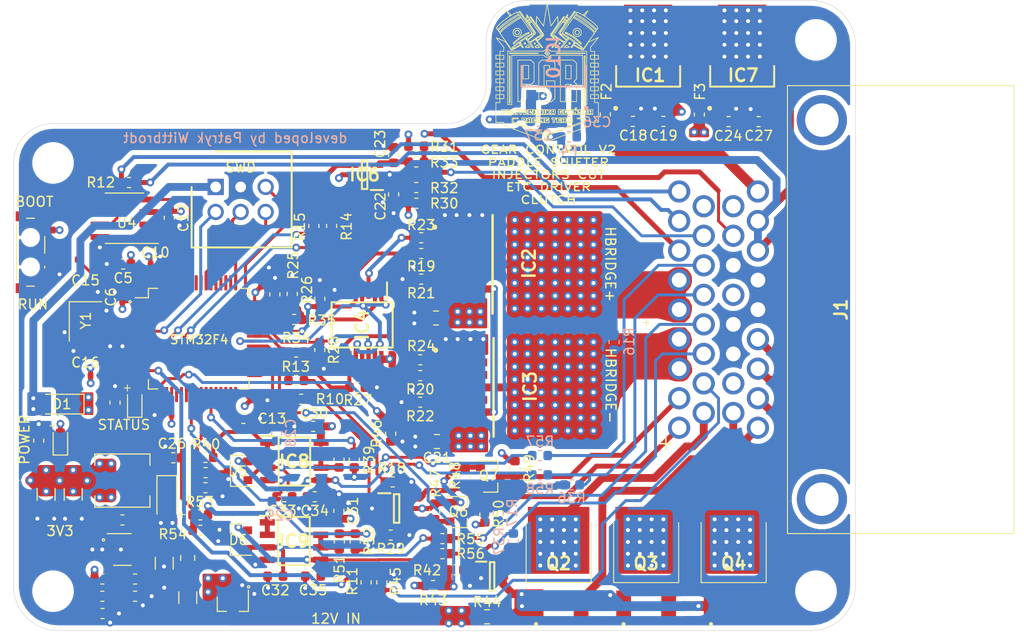
<source format=kicad_pcb>
(kicad_pcb (version 20171130) (host pcbnew "(5.1.2)-2")
  (layers (0 F.Cu signal) (1 In1.Cu power hide) (2 In2.Cu power hide) (31 B.Cu signal) (34 B.Paste user hide) (35 F.Paste user hide) (36 B.SilkS user hide) (37 F.SilkS user hide) (38 B.Mask user hide) (39 F.Mask user hide) (44 Edge.Cuts user))
  (net 0 "")
  (net 1 BUCK_IN)
  (net 2 BUCK_SW)
  (net 3 BUCK_BST)
  (net 4 +3.3VA)
  (net 5 "Net-(C13-Pad1)")
  (net 6 "Net-(C14-Pad1)")
  (net 7 HSE_IN)
  (net 8 "Net-(C16-Pad1)")
  (net 9 "Net-(D3-Pad1)")
  (net 10 "Net-(D4-Pad1)")
  (net 11 LED_STATUS)
  (net 12 "Net-(F1-Pad1)")
  (net 13 +12V)
  (net 14 SWDIO)
  (net 15 SWCLK)
  (net 16 SWO)
  (net 17 NRST)
  (net 18 BUCK_EN)
  (net 19 BUCK_FB)
  (net 20 "Net-(R4-Pad2)")
  (net 21 BOOT0)
  (net 22 "Net-(R7-Pad1)")
  (net 23 HSE_OUT)
  (net 24 CAN_L)
  (net 25 CAN_H)
  (net 26 CAN_RX)
  (net 27 CAN_TX)
  (net 28 GEAR_POS_SIG)
  (net 29 GEAR_UP)
  (net 30 GEAR_DOWN)
  (net 31 GEAR_CUT)
  (net 32 "Net-(R10-Pad1)")
  (net 33 "Net-(R11-Pad1)")
  (net 34 "Net-(R13-Pad1)")
  (net 35 "Net-(R14-Pad1)")
  (net 36 "Net-(R15-Pad1)")
  (net 37 "Net-(IC2-Pad5)")
  (net 38 HBRIDGE+)
  (net 39 "Net-(IC2-Pad3)")
  (net 40 "Net-(IC2-Pad2)")
  (net 41 "Net-(IC3-Pad5)")
  (net 42 HBRIDGE-)
  (net 43 "Net-(IC3-Pad3)")
  (net 44 "Net-(IC3-Pad2)")
  (net 45 OE)
  (net 46 INH2)
  (net 47 INH2_OUT)
  (net 48 IN2_OUT)
  (net 49 INH1_OUT)
  (net 50 INH1)
  (net 51 IN1_OUT)
  (net 52 "Net-(C22-Pad1)")
  (net 53 "Net-(C23-Pad1)")
  (net 54 PWM_CLUTCH)
  (net 55 PWM_GEAR)
  (net 56 SW_G_DOWN_P1)
  (net 57 SW_G_UP_P1)
  (net 58 "Net-(R34-Pad1)")
  (net 59 "Net-(R35-Pad1)")
  (net 60 "Net-(C18-Pad1)")
  (net 61 "Net-(C24-Pad1)")
  (net 62 TPS_SIG2)
  (net 63 APPS_SIG1)
  (net 64 TPS_SIG1)
  (net 65 APPS_SIG2)
  (net 66 5V_ST_LINK)
  (net 67 "Net-(D1-Pad1)")
  (net 68 +12VA)
  (net 69 INJ_3_OUT)
  (net 70 INJ_2_OUT)
  (net 71 INJ_1_OUT)
  (net 72 INJ_3_IN)
  (net 73 INJ_2_IN)
  (net 74 INJ_1_IN)
  (net 75 TPS_SIG2_5V)
  (net 76 APPS_SIG1_5V)
  (net 77 TPS_SIG1_5V)
  (net 78 APPS_SIG2_5V)
  (net 79 IS)
  (net 80 PWM_H_IN1)
  (net 81 PWM_H_IN2)
  (net 82 SW_G_DOWN_P2)
  (net 83 "Net-(Q2-Pad1)")
  (net 84 "Net-(Q5-Pad1)")
  (net 85 5V_APPS)
  (net 86 5V_TPS)
  (net 87 "Net-(IC8-Pad6)")
  (net 88 "Net-(IC8-Pad1)")
  (net 89 "Net-(IC9-Pad6)")
  (net 90 "Net-(IC9-Pad1)")
  (net 91 FILTERED_TPS_1)
  (net 92 FILTERED_APPS_1)
  (net 93 FILTERED_APPS_2)
  (net 94 FILTERED_TPS_2)
  (net 95 +3V3)
  (net 96 "Net-(IC5-Pad6)")
  (net 97 "Net-(IC5-Pad4)")
  (net 98 PWM_CLUTCH_OUT_12V)
  (net 99 PWM_GEAR_OUT_12V)
  (net 100 "Net-(C36-Pad1)")
  (net 101 +5V)
  (module LM258D:SOIC127P600X175-8N (layer F.Cu) (at 43.48 83.41)
    (fp_text reference IC9 (at 0 0) (layer F.SilkS) (effects (font (size 1.27 1.27) (thickness 0.254))))
    (fp_text value MCP6L02T-E_SN hide)
    (pad 8 smd rect (at 2.712 -1.905 90) (size 0.65 1.525) (layers F.Cu F.Paste F.Mask) (net 86 5V_TPS))
    (pad 7 smd rect (at 2.712 -0.635 90) (size 0.65 1.525) (layers F.Cu F.Paste F.Mask) (net 89 "Net-(IC9-Pad6)"))
    (pad 6 smd rect (at 2.712 0.635 90) (size 0.65 1.525) (layers F.Cu F.Paste F.Mask) (net 89 "Net-(IC9-Pad6)"))
    (pad 5 smd rect (at 2.712 1.905 90) (size 0.65 1.525) (layers F.Cu F.Paste F.Mask) (net 94 FILTERED_TPS_2))
    (pad 4 smd rect (at -2.712 1.905 90) (size 0.65 1.525) (layers F.Cu F.Paste F.Mask) (net 82 SW_G_DOWN_P2))
    (pad 3 smd rect (at -2.712 0.635 90) (size 0.65 1.525) (layers F.Cu F.Paste F.Mask) (net 91 FILTERED_TPS_1))
    (pad 2 smd rect (at -2.712 -0.635 90) (size 0.65 1.525) (layers F.Cu F.Paste F.Mask) (net 90 "Net-(IC9-Pad1)"))
    (pad 1 smd rect (at -2.712 -1.905 90) (size 0.65 1.525) (layers F.Cu F.Paste F.Mask) (net 90 "Net-(IC9-Pad1)"))
  )
  (module LM258D:SOIC127P600X175-8N (layer F.Cu) (at 43.52 75.32)
    (fp_text reference IC8 (at 0 0) (layer F.SilkS) (effects (font (size 1.27 1.27) (thickness 0.254))))
    (fp_text value MCP6L02T-E_SN hide)
    (pad 8 smd rect (at 2.712 -1.905 90) (size 0.65 1.525) (layers F.Cu F.Paste F.Mask) (net 85 5V_APPS))
    (pad 7 smd rect (at 2.712 -0.635 90) (size 0.65 1.525) (layers F.Cu F.Paste F.Mask) (net 87 "Net-(IC8-Pad6)"))
    (pad 6 smd rect (at 2.712 0.635 90) (size 0.65 1.525) (layers F.Cu F.Paste F.Mask) (net 87 "Net-(IC8-Pad6)"))
    (pad 5 smd rect (at 2.712 1.905 90) (size 0.65 1.525) (layers F.Cu F.Paste F.Mask) (net 93 FILTERED_APPS_2))
    (pad 4 smd rect (at -2.712 1.905 90) (size 0.65 1.525) (layers F.Cu F.Paste F.Mask) (net 82 SW_G_DOWN_P2))
    (pad 3 smd rect (at -2.712 0.635 90) (size 0.65 1.525) (layers F.Cu F.Paste F.Mask) (net 92 FILTERED_APPS_1))
    (pad 2 smd rect (at -2.712 -0.635 90) (size 0.65 1.525) (layers F.Cu F.Paste F.Mask) (net 88 "Net-(IC8-Pad1)"))
    (pad 1 smd rect (at -2.712 -1.905 90) (size 0.65 1.525) (layers F.Cu F.Paste F.Mask) (net 88 "Net-(IC8-Pad1)"))
  )
  (module 74HC2G16GVH:SOT95P275X110-6N (layer F.Cu) (at 50.65 46.2 180)
    (fp_text reference IC6 (at 0 0) (layer F.SilkS) (effects (font (size 1.27 1.27) (thickness 0.254))))
    (fp_text value NL27WZ14DTT1G hide)
    (pad 6 smd rect (at 1.25 -0.95 270) (size 0.5 1.25) (layers F.Cu F.Paste F.Mask) (net 29 GEAR_UP))
    (pad 5 smd rect (at 1.25 0 270) (size 0.5 1.25) (layers F.Cu F.Paste F.Mask) (net 95 +3V3))
    (pad 4 smd rect (at 1.25 0.95 270) (size 0.5 1.25) (layers F.Cu F.Paste F.Mask) (net 30 GEAR_DOWN))
    (pad 3 smd rect (at -1.25 0.95 270) (size 0.5 1.25) (layers F.Cu F.Paste F.Mask) (net 53 "Net-(C23-Pad1)"))
    (pad 2 smd rect (at -1.25 0 270) (size 0.5 1.25) (layers F.Cu F.Paste F.Mask) (net 82 SW_G_DOWN_P2))
    (pad 1 smd rect (at -1.25 -0.95 270) (size 0.5 1.25) (layers F.Cu F.Paste F.Mask) (net 52 "Net-(C22-Pad1)"))
  )
  (module KF50BDT-TR:TO228P972X240-3N (layer B.Cu) (at 69.85 34.29 90)
    (fp_text reference IC10 (at 0 0 270) (layer B.SilkS) (effects (font (size 1.27 1.27) (thickness 0.254)) (justify mirror)))
    (fp_text value KF50BDT-TR hide)
    (pad 4 smd rect (at 2.45 0) (size 4.9 5.85) (layers B.Cu B.Paste B.Mask) (net 82 SW_G_DOWN_P2))
    (pad 3 smd rect (at -4.35 -2.28) (size 1 2.1) (layers B.Cu B.Paste B.Mask) (net 101 +5V))
    (pad 1 smd rect (at -4.35 2.28) (size 1 2.1) (layers B.Cu B.Paste B.Mask) (net 100 "Net-(C36-Pad1)"))
  )
  (module Fuse:Fuse_0603_1608Metric (layer B.Cu) (at 71.41 42.35)
    (fp_text reference F4 (at 0 1.43) (layer B.SilkS) (effects (justify mirror)))
    (fp_text value Fuse_Small)
    (pad 2 smd roundrect (at 0.7875 0) (size 0.875 0.95) (layers B.Cu B.Paste B.Mask) (net 100 "Net-(C36-Pad1)"))
    (pad 1 smd roundrect (at -0.7875 0) (size 0.875 0.95) (layers B.Cu B.Paste B.Mask) (net 13 +12V))
  )
  (module Capacitor_SMD:C_0603_1608Metric (layer B.Cu) (at 68.31 40.77)
    (fp_text reference C37 (at 0 1.43) (layer B.SilkS) (effects (justify mirror)))
    (fp_text value 10uF)
    (pad 2 smd roundrect (at 0.7875 0) (size 0.875 0.95) (layers B.Cu B.Paste B.Mask) (net 82 SW_G_DOWN_P2))
    (pad 1 smd roundrect (at -0.7875 0) (size 0.875 0.95) (layers B.Cu B.Paste B.Mask) (net 101 +5V))
  )
  (module Capacitor_SMD:C_0603_1608Metric (layer B.Cu) (at 71.37 40.77 180)
    (fp_text reference C36 (at -2.89 -0.08) (layer B.SilkS) (effects (justify mirror)))
    (fp_text value 0.1uF)
    (pad 2 smd roundrect (at 0.7875 0 180) (size 0.875 0.95) (layers B.Cu B.Paste B.Mask) (net 82 SW_G_DOWN_P2))
    (pad 1 smd roundrect (at -0.7875 0 180) (size 0.875 0.95) (layers B.Cu B.Paste B.Mask) (net 100 "Net-(C36-Pad1)"))
  )
  (module Package_TO_SOT_SMD:SOT-23 (layer F.Cu) (at 63.42 76.86)
    (fp_text reference Q7 (at -0.18 -0.1) (layer F.SilkS))
    (fp_text value Q_NMOS_GSD)
    (pad 3 smd rect (at 1 0) (size 0.9 0.8) (layers F.Cu F.Paste F.Mask) (net 99 PWM_GEAR_OUT_12V))
    (pad 2 smd rect (at -1 0.95) (size 0.9 0.8) (layers F.Cu F.Paste F.Mask) (net 96 "Net-(IC5-Pad6)"))
    (pad 1 smd rect (at -1 -0.95) (size 0.9 0.8) (layers F.Cu F.Paste F.Mask) (net 95 +3V3))
  )
  (module Package_TO_SOT_SMD:SOT-23 (layer F.Cu) (at 60.33 80.46)
    (fp_text reference Q6 (at -0.14 -0.05) (layer F.SilkS))
    (fp_text value Q_NMOS_GSD)
    (pad 3 smd rect (at 1 0) (size 0.9 0.8) (layers F.Cu F.Paste F.Mask) (net 98 PWM_CLUTCH_OUT_12V))
    (pad 2 smd rect (at -1 0.95) (size 0.9 0.8) (layers F.Cu F.Paste F.Mask) (net 97 "Net-(IC5-Pad4)"))
    (pad 1 smd rect (at -1 -0.95) (size 0.9 0.8) (layers F.Cu F.Paste F.Mask) (net 95 +3V3))
  )
  (module Resistor_SMD:R_0603_1608Metric (layer B.Cu) (at 68.47 76.68)
    (fp_text reference R58 (at 0 1.43) (layer B.SilkS) (effects (justify mirror)))
    (fp_text value 10k)
    (pad 2 smd roundrect (at 0.7875 0) (size 0.875 0.95) (layers B.Cu B.Paste B.Mask) (net 78 APPS_SIG2_5V))
    (pad 1 smd roundrect (at -0.7875 0) (size 0.875 0.95) (layers B.Cu B.Paste B.Mask) (net 93 FILTERED_APPS_2))
  )
  (module Resistor_SMD:R_0603_1608Metric (layer B.Cu) (at 68.46 74.72 180)
    (fp_text reference R57 (at 0 1.43) (layer B.SilkS) (effects (justify mirror)))
    (fp_text value 10k)
    (pad 2 smd roundrect (at 0.7875 0 180) (size 0.875 0.95) (layers B.Cu B.Paste B.Mask) (net 92 FILTERED_APPS_1))
    (pad 1 smd roundrect (at -0.7875 0 180) (size 0.875 0.95) (layers B.Cu B.Paste B.Mask) (net 76 APPS_SIG1_5V))
  )
  (module Resistor_SMD:R_0603_1608Metric (layer F.Cu) (at 58.56 84.69)
    (fp_text reference R56 (at 2.86 0.01) (layer F.SilkS))
    (fp_text value 10k)
    (pad 2 smd roundrect (at 0.7875 0) (size 0.875 0.95) (layers F.Cu F.Paste F.Mask) (net 75 TPS_SIG2_5V))
    (pad 1 smd roundrect (at -0.7875 0) (size 0.875 0.95) (layers F.Cu F.Paste F.Mask) (net 94 FILTERED_TPS_2))
  )
  (module Resistor_SMD:R_0603_1608Metric (layer F.Cu) (at 58.56 83.16 180)
    (fp_text reference R55 (at -2.85 -0.05) (layer F.SilkS))
    (fp_text value 10k)
    (pad 2 smd roundrect (at 0.7875 0 180) (size 0.875 0.95) (layers F.Cu F.Paste F.Mask) (net 91 FILTERED_TPS_1))
    (pad 1 smd roundrect (at -0.7875 0 180) (size 0.875 0.95) (layers F.Cu F.Paste F.Mask) (net 77 TPS_SIG1_5V))
  )
  (module Capacitor_SMD:C_0603_1608Metric (layer F.Cu) (at 45.41 86.97 180)
    (fp_text reference C35 (at 0 -1.43) (layer F.SilkS))
    (fp_text value 100nF)
    (pad 2 smd roundrect (at 0.7875 0 180) (size 0.875 0.95) (layers F.Cu F.Paste F.Mask) (net 82 SW_G_DOWN_P2))
    (pad 1 smd roundrect (at -0.7875 0 180) (size 0.875 0.95) (layers F.Cu F.Paste F.Mask) (net 94 FILTERED_TPS_2))
  )
  (module Capacitor_SMD:C_0603_1608Metric (layer F.Cu) (at 45.59 78.91 180)
    (fp_text reference C34 (at 0 -1.43) (layer F.SilkS))
    (fp_text value 100nF)
    (pad 2 smd roundrect (at 0.7875 0 180) (size 0.875 0.95) (layers F.Cu F.Paste F.Mask) (net 82 SW_G_DOWN_P2))
    (pad 1 smd roundrect (at -0.7875 0 180) (size 0.875 0.95) (layers F.Cu F.Paste F.Mask) (net 93 FILTERED_APPS_2))
  )
  (module Capacitor_SMD:C_0603_1608Metric (layer F.Cu) (at 42.5 78.9)
    (fp_text reference C33 (at -0.2 1.42) (layer F.SilkS))
    (fp_text value 100nF)
    (pad 2 smd roundrect (at 0.7875 0) (size 0.875 0.95) (layers F.Cu F.Paste F.Mask) (net 82 SW_G_DOWN_P2))
    (pad 1 smd roundrect (at -0.7875 0) (size 0.875 0.95) (layers F.Cu F.Paste F.Mask) (net 92 FILTERED_APPS_1))
  )
  (module Capacitor_SMD:C_0603_1608Metric (layer F.Cu) (at 41.58 86.98 180)
    (fp_text reference C32 (at 0 -1.43) (layer F.SilkS))
    (fp_text value 100nF)
    (pad 2 smd roundrect (at 0.7875 0 180) (size 0.875 0.95) (layers F.Cu F.Paste F.Mask) (net 82 SW_G_DOWN_P2))
    (pad 1 smd roundrect (at -0.7875 0 180) (size 0.875 0.95) (layers F.Cu F.Paste F.Mask) (net 91 FILTERED_TPS_1))
  )
  (module Capacitor_SMD:C_0603_1608Metric (layer F.Cu) (at 90.67 40.8 180)
    (fp_text reference C27 (at 0 -1.43) (layer F.SilkS))
    (fp_text value 10uF)
    (pad 2 smd roundrect (at 0.7875 0 180) (size 0.875 0.95) (layers F.Cu F.Paste F.Mask) (net 82 SW_G_DOWN_P2))
    (pad 1 smd roundrect (at -0.7875 0 180) (size 0.875 0.95) (layers F.Cu F.Paste F.Mask) (net 85 5V_APPS))
  )
  (module Capacitor_SMD:C_0603_1608Metric (layer F.Cu) (at 48.04 80.34 270)
    (fp_text reference C31 (at 0 -1.43 90) (layer F.SilkS))
    (fp_text value 100nF)
    (pad 2 smd roundrect (at 0.7875 0 270) (size 0.875 0.95) (layers F.Cu F.Paste F.Mask) (net 86 5V_TPS))
    (pad 1 smd roundrect (at -0.7875 0 270) (size 0.875 0.95) (layers F.Cu F.Paste F.Mask) (net 82 SW_G_DOWN_P2))
  )
  (module Capacitor_SMD:C_0603_1608Metric (layer F.Cu) (at 45.42 71.76)
    (fp_text reference C30 (at 0.09 -1.3) (layer F.SilkS))
    (fp_text value 100nF)
    (pad 2 smd roundrect (at 0.7875 0) (size 0.875 0.95) (layers F.Cu F.Paste F.Mask) (net 85 5V_APPS))
    (pad 1 smd roundrect (at -0.7875 0) (size 0.875 0.95) (layers F.Cu F.Paste F.Mask) (net 82 SW_G_DOWN_P2))
  )
  (module Resistor_SMD:R_0603_1608Metric (layer F.Cu) (at 33.97 82.32)
    (fp_text reference R54 (at -2.8 0.4) (layer F.SilkS))
    (fp_text value 3.3k)
    (pad 2 smd roundrect (at 0.7875 0) (size 0.875 0.95) (layers F.Cu F.Paste F.Mask) (net 82 SW_G_DOWN_P2))
    (pad 1 smd roundrect (at -0.7875 0) (size 0.875 0.95) (layers F.Cu F.Paste F.Mask) (net 64 TPS_SIG1))
  )
  (module Resistor_SMD:R_0603_1608Metric (layer F.Cu) (at 33.96 80.75 180)
    (fp_text reference R53 (at 0.05 1.32) (layer F.SilkS))
    (fp_text value 1.7k)
    (pad 2 smd roundrect (at 0.7875 0 180) (size 0.875 0.95) (layers F.Cu F.Paste F.Mask) (net 64 TPS_SIG1))
    (pad 1 smd roundrect (at -0.7875 0 180) (size 0.875 0.95) (layers F.Cu F.Paste F.Mask) (net 90 "Net-(IC9-Pad1)"))
  )
  (module Resistor_SMD:R_0603_1608Metric (layer F.Cu) (at 49.7 83.45 270)
    (fp_text reference R52 (at 0 -1.43 90) (layer F.SilkS))
    (fp_text value 3.3k)
    (pad 2 smd roundrect (at 0.7875 0 270) (size 0.875 0.95) (layers F.Cu F.Paste F.Mask) (net 82 SW_G_DOWN_P2))
    (pad 1 smd roundrect (at -0.7875 0 270) (size 0.875 0.95) (layers F.Cu F.Paste F.Mask) (net 62 TPS_SIG2))
  )
  (module Resistor_SMD:R_0603_1608Metric (layer F.Cu) (at 48.08 83.45 90)
    (fp_text reference R51 (at -2.81 0.02 90) (layer F.SilkS))
    (fp_text value 1.7k)
    (pad 2 smd roundrect (at 0.7875 0 90) (size 0.875 0.95) (layers F.Cu F.Paste F.Mask) (net 62 TPS_SIG2))
    (pad 1 smd roundrect (at -0.7875 0 90) (size 0.875 0.95) (layers F.Cu F.Paste F.Mask) (net 89 "Net-(IC9-Pad6)"))
  )
  (module Resistor_SMD:R_0603_1608Metric (layer F.Cu) (at 34.49 76.46)
    (fp_text reference R41)
    (fp_text value 3.3k)
    (pad 2 smd roundrect (at 0.7875 0) (size 0.875 0.95) (layers F.Cu F.Paste F.Mask) (net 82 SW_G_DOWN_P2))
    (pad 1 smd roundrect (at -0.7875 0) (size 0.875 0.95) (layers F.Cu F.Paste F.Mask) (net 63 APPS_SIG1))
  )
  (module Resistor_SMD:R_0603_1608Metric (layer F.Cu) (at 34.49 74.91 180)
    (fp_text reference R40 (at -0.06 1.33) (layer F.SilkS))
    (fp_text value 1.7k)
    (pad 2 smd roundrect (at 0.7875 0 180) (size 0.875 0.95) (layers F.Cu F.Paste F.Mask) (net 63 APPS_SIG1))
    (pad 1 smd roundrect (at -0.7875 0 180) (size 0.875 0.95) (layers F.Cu F.Paste F.Mask) (net 88 "Net-(IC8-Pad1)"))
  )
  (module Resistor_SMD:R_0603_1608Metric (layer F.Cu) (at 49.6 75.14 270)
    (fp_text reference R39 (at 0.03 -1.51 90) (layer F.SilkS))
    (fp_text value 3.3k)
    (pad 2 smd roundrect (at 0.7875 0 270) (size 0.875 0.95) (layers F.Cu F.Paste F.Mask) (net 82 SW_G_DOWN_P2))
    (pad 1 smd roundrect (at -0.7875 0 270) (size 0.875 0.95) (layers F.Cu F.Paste F.Mask) (net 65 APPS_SIG2))
  )
  (module Resistor_SMD:R_0603_1608Metric (layer F.Cu) (at 48.05 75.14 90)
    (fp_text reference R38)
    (fp_text value 1.7k)
    (pad 2 smd roundrect (at 0.7875 0 90) (size 0.875 0.95) (layers F.Cu F.Paste F.Mask) (net 65 APPS_SIG2))
    (pad 1 smd roundrect (at -0.7875 0 90) (size 0.875 0.95) (layers F.Cu F.Paste F.Mask) (net 87 "Net-(IC8-Pad6)"))
  )
  (module Resistor_SMD:R_0603_1608Metric (layer B.Cu) (at 65.76 83.43 270)
    (fp_text reference R37 (at 0 1.43 90) (layer B.SilkS) (effects (justify mirror)))
    (fp_text value 470k)
    (pad 2 smd roundrect (at 0.7875 0 270) (size 0.875 0.95) (layers B.Cu B.Paste B.Mask) (net 82 SW_G_DOWN_P2))
    (pad 1 smd roundrect (at -0.7875 0 270) (size 0.875 0.95) (layers B.Cu B.Paste B.Mask) (net 75 TPS_SIG2_5V))
  )
  (module Resistor_SMD:R_0603_1608Metric (layer B.Cu) (at 71.7 77.7 180)
    (fp_text reference R36 (at 0.03 -1.33) (layer B.SilkS) (effects (justify mirror)))
    (fp_text value 470k)
    (pad 2 smd roundrect (at 0.7875 0 180) (size 0.875 0.95) (layers B.Cu B.Paste B.Mask) (net 82 SW_G_DOWN_P2))
    (pad 1 smd roundrect (at -0.7875 0 180) (size 0.875 0.95) (layers B.Cu B.Paste B.Mask) (net 78 APPS_SIG2_5V))
  )
  (module Resistor_SMD:R_0603_1608Metric (layer B.Cu) (at 64.22 80.53 90)
    (fp_text reference R17 (at 0 1.43 90) (layer B.SilkS) (effects (justify mirror)))
    (fp_text value 470k)
    (pad 2 smd roundrect (at 0.7875 0 90) (size 0.875 0.95) (layers B.Cu B.Paste B.Mask) (net 82 SW_G_DOWN_P2))
    (pad 1 smd roundrect (at -0.7875 0 90) (size 0.875 0.95) (layers B.Cu B.Paste B.Mask) (net 77 TPS_SIG1_5V))
  )
  (module Resistor_SMD:R_0603_1608Metric (layer B.Cu) (at 75.99 63.18 90)
    (fp_text reference R16 (at 0.04 1.54 90) (layer B.SilkS) (effects (justify mirror)))
    (fp_text value 470k)
    (pad 2 smd roundrect (at 0.7875 0 90) (size 0.875 0.95) (layers B.Cu B.Paste B.Mask) (net 82 SW_G_DOWN_P2))
    (pad 1 smd roundrect (at -0.7875 0 90) (size 0.875 0.95) (layers B.Cu B.Paste B.Mask) (net 76 APPS_SIG1_5V))
  )
  (module Package_TO_SOT_SMD:SOT-23 (layer F.Cu) (at 37.77 83.27 180)
    (fp_text reference D6 (at -0.06 -0.02) (layer F.SilkS))
    (fp_text value SP1305-02HTG)
    (pad 3 smd rect (at 1 0 180) (size 0.9 0.8) (layers F.Cu F.Paste F.Mask) (net 82 SW_G_DOWN_P2))
    (pad 2 smd rect (at -1 0.95 180) (size 0.9 0.8) (layers F.Cu F.Paste F.Mask) (net 94 FILTERED_TPS_2))
    (pad 1 smd rect (at -1 -0.95 180) (size 0.9 0.8) (layers F.Cu F.Paste F.Mask) (net 91 FILTERED_TPS_1))
  )
  (module Package_TO_SOT_SMD:SOT-23 (layer F.Cu) (at 37.79 76.27 180)
    (fp_text reference D5 (at 0.02 -0.06) (layer F.SilkS))
    (fp_text value SP1305-02HTG)
    (pad 3 smd rect (at 1 0 180) (size 0.9 0.8) (layers F.Cu F.Paste F.Mask) (net 82 SW_G_DOWN_P2))
    (pad 2 smd rect (at -1 0.95 180) (size 0.9 0.8) (layers F.Cu F.Paste F.Mask) (net 93 FILTERED_APPS_2))
    (pad 1 smd rect (at -1 -0.95 180) (size 0.9 0.8) (layers F.Cu F.Paste F.Mask) (net 92 FILTERED_APPS_1))
  )
  (module Capacitor_SMD:C_0603_1608Metric (layer B.Cu) (at 42.03 79.38)
    (fp_text reference C29 (at 0 1.43) (layer B.SilkS) (effects (justify mirror)))
    (fp_text value 100nF)
    (pad 2 smd roundrect (at 0.7875 0) (size 0.875 0.95) (layers B.Cu B.Paste B.Mask) (net 82 SW_G_DOWN_P2))
    (pad 1 smd roundrect (at -0.7875 0) (size 0.875 0.95) (layers B.Cu B.Paste B.Mask) (net 62 TPS_SIG2))
  )
  (module Capacitor_SMD:C_0603_1608Metric (layer B.Cu) (at 41.73 72.43 90)
    (fp_text reference C28 (at 0 1.43 90) (layer B.SilkS) (effects (justify mirror)))
    (fp_text value 100nF)
    (pad 2 smd roundrect (at 0.7875 0 90) (size 0.875 0.95) (layers B.Cu B.Paste B.Mask) (net 82 SW_G_DOWN_P2))
    (pad 1 smd roundrect (at -0.7875 0 90) (size 0.875 0.95) (layers B.Cu B.Paste B.Mask) (net 65 APPS_SIG2))
  )
  (module Capacitor_SMD:C_0603_1608Metric (layer F.Cu) (at 31.21 74.95 180)
    (fp_text reference C26 (at 0.13 1.44) (layer F.SilkS))
    (fp_text value 100nF)
    (pad 2 smd roundrect (at 0.7875 0 180) (size 0.875 0.95) (layers F.Cu F.Paste F.Mask) (net 82 SW_G_DOWN_P2))
    (pad 1 smd roundrect (at -0.7875 0 180) (size 0.875 0.95) (layers F.Cu F.Paste F.Mask) (net 64 TPS_SIG1))
  )
  (module Capacitor_SMD:C_0603_1608Metric (layer F.Cu) (at 34.48 77.99)
    (fp_text reference C25)
    (fp_text value 100nF)
    (pad 2 smd roundrect (at 0.7875 0) (size 0.875 0.95) (layers F.Cu F.Paste F.Mask) (net 82 SW_G_DOWN_P2))
    (pad 1 smd roundrect (at -0.7875 0) (size 0.875 0.95) (layers F.Cu F.Paste F.Mask) (net 63 APPS_SIG1))
  )
  (module KF50BDT-TR:TO228P972X240-3N (layer F.Cu) (at 89 34.3 90)
    (fp_text reference IC7 (at -1.8 0.1 180) (layer F.SilkS) (effects (font (size 1.27 1.27) (thickness 0.254))))
    (fp_text value KF50BDT-TR hide)
    (pad 4 smd rect (at 2.45 0 180) (size 4.9 5.85) (layers F.Cu F.Paste F.Mask) (net 82 SW_G_DOWN_P2))
    (pad 3 smd rect (at -4.35 2.28 180) (size 1 2.1) (layers F.Cu F.Paste F.Mask) (net 85 5V_APPS))
    (pad 1 smd rect (at -4.35 -2.28 180) (size 1 2.1) (layers F.Cu F.Paste F.Mask) (net 61 "Net-(C24-Pad1)"))
  )
  (module Fuse:Fuse_0603_1608Metric (layer F.Cu) (at 84.65 40.09 90)
    (fp_text reference F3 (at 2.33 0.06 90) (layer F.SilkS))
    (fp_text value Fuse_Small)
    (pad 2 smd roundrect (at 0.7875 0 90) (size 0.875 0.95) (layers F.Cu F.Paste F.Mask) (net 61 "Net-(C24-Pad1)"))
    (pad 1 smd roundrect (at -0.7875 0 90) (size 0.875 0.95) (layers F.Cu F.Paste F.Mask) (net 13 +12V))
  )
  (module Capacitor_SMD:C_0603_1608Metric (layer F.Cu) (at 87.62 40.8)
    (fp_text reference C24 (at -0.04 1.45) (layer F.SilkS))
    (fp_text value 0.1uF)
    (pad 2 smd roundrect (at 0.7875 0) (size 0.875 0.95) (layers F.Cu F.Paste F.Mask) (net 82 SW_G_DOWN_P2))
    (pad 1 smd roundrect (at -0.7875 0) (size 0.875 0.95) (layers F.Cu F.Paste F.Mask) (net 61 "Net-(C24-Pad1)"))
  )
  (module AOD403:AOD480 (layer F.Cu) (at 88.138 81.534)
    (fp_text reference Q4 (at 0 4.15) (layer F.SilkS) (effects (font (size 1.27 1.27) (thickness 0.254))))
    (fp_text value AOD403 hide)
    (pad 3 smd rect (at 2.286 8.4) (size 1.5 3) (layers F.Cu F.Paste F.Mask) (net 69 INJ_3_OUT))
    (pad 2 smd rect (at 0 1.8) (size 6.25 6.8) (layers F.Cu F.Paste F.Mask) (net 72 INJ_3_IN))
    (pad 1 smd rect (at -2.286 8.4) (size 1.5 3) (layers F.Cu F.Paste F.Mask) (net 83 "Net-(Q2-Pad1)"))
  )
  (module AOD403:AOD480 (layer F.Cu) (at 79.248 81.534)
    (fp_text reference Q3 (at 0 4.15) (layer F.SilkS) (effects (font (size 1.27 1.27) (thickness 0.254))))
    (fp_text value AOD403 hide)
    (pad 3 smd rect (at 2.286 8.4) (size 1.5 3) (layers F.Cu F.Paste F.Mask) (net 70 INJ_2_OUT))
    (pad 2 smd rect (at 0 1.8) (size 6.25 6.8) (layers F.Cu F.Paste F.Mask) (net 73 INJ_2_IN))
    (pad 1 smd rect (at -2.286 8.4) (size 1.5 3) (layers F.Cu F.Paste F.Mask) (net 83 "Net-(Q2-Pad1)"))
  )
  (module AOD403:AOD480 (layer F.Cu) (at 70.358 81.534)
    (fp_text reference Q2 (at 0 4.15) (layer F.SilkS) (effects (font (size 1.27 1.27) (thickness 0.254))))
    (fp_text value AOD403 hide)
    (pad 3 smd rect (at 2.286 8.4) (size 1.5 3) (layers F.Cu F.Paste F.Mask) (net 71 INJ_1_OUT))
    (pad 2 smd rect (at 0 1.8) (size 6.25 6.8) (layers F.Cu F.Paste F.Mask) (net 74 INJ_1_IN))
    (pad 1 smd rect (at -2.286 8.4) (size 1.5 3) (layers F.Cu F.Paste F.Mask) (net 83 "Net-(Q2-Pad1)"))
  )
  (module Package_SO:SOIC-8_3.9x4.9mm_P1.27mm (layer F.Cu) (at 26.2571 50.6187 180)
    (fp_text reference U4 (at -0.2229 -0.4613) (layer F.SilkS))
    (fp_text value MCP2561-E-SN)
    (pad 8 smd roundrect (at 2.475 -1.905 180) (size 1.95 0.6) (layers F.Cu F.Paste F.Mask) (net 82 SW_G_DOWN_P2))
    (pad 7 smd roundrect (at 2.475 -0.635 180) (size 1.95 0.6) (layers F.Cu F.Paste F.Mask) (net 25 CAN_H))
    (pad 6 smd roundrect (at 2.475 0.635 180) (size 1.95 0.6) (layers F.Cu F.Paste F.Mask) (net 24 CAN_L))
    (pad 5 smd roundrect (at 2.475 1.905 180) (size 1.95 0.6) (layers F.Cu F.Paste F.Mask))
    (pad 4 smd roundrect (at -2.475 1.905 180) (size 1.95 0.6) (layers F.Cu F.Paste F.Mask) (net 26 CAN_RX))
    (pad 3 smd roundrect (at -2.475 0.635 180) (size 1.95 0.6) (layers F.Cu F.Paste F.Mask) (net 101 +5V))
    (pad 2 smd roundrect (at -2.475 -0.635 180) (size 1.95 0.6) (layers F.Cu F.Paste F.Mask) (net 82 SW_G_DOWN_P2))
    (pad 1 smd roundrect (at -2.475 -1.905 180) (size 1.95 0.6) (layers F.Cu F.Paste F.Mask) (net 27 CAN_TX))
  )
  (module Resistor_SMD:R_0603_1608Metric (layer F.Cu) (at 62.87 80.71 90)
    (fp_text reference R50 (at 0.07 1.4 90) (layer F.SilkS))
    (fp_text value 10k)
    (pad 2 smd roundrect (at 0.7875 0 90) (size 0.875 0.95) (layers F.Cu F.Paste F.Mask) (net 98 PWM_CLUTCH_OUT_12V))
    (pad 1 smd roundrect (at -0.7875 0 90) (size 0.875 0.95) (layers F.Cu F.Paste F.Mask) (net 101 +5V))
  )
  (module Resistor_SMD:R_0603_1608Metric (layer F.Cu) (at 65.93 76.07 270)
    (fp_text reference R49 (at -0.05 -1.44 90) (layer F.SilkS))
    (fp_text value 10k)
    (pad 2 smd roundrect (at 0.7875 0 270) (size 0.875 0.95) (layers F.Cu F.Paste F.Mask) (net 99 PWM_GEAR_OUT_12V))
    (pad 1 smd roundrect (at -0.7875 0 270) (size 0.875 0.95) (layers F.Cu F.Paste F.Mask) (net 101 +5V))
  )
  (module Resistor_SMD:R_0603_1608Metric (layer F.Cu) (at 60.87 76.82 270)
    (fp_text reference R48 (at -0.05 1.04 90) (layer F.SilkS))
    (fp_text value 10k)
    (pad 2 smd roundrect (at 0.7875 0 270) (size 0.875 0.95) (layers F.Cu F.Paste F.Mask) (net 96 "Net-(IC5-Pad6)"))
    (pad 1 smd roundrect (at -0.7875 0 270) (size 0.875 0.95) (layers F.Cu F.Paste F.Mask) (net 95 +3V3))
  )
  (module Resistor_SMD:R_0603_1608Metric (layer F.Cu) (at 57.78 80.4 270)
    (fp_text reference R47 (at -2.84 -0.11 90) (layer F.SilkS))
    (fp_text value 10k)
    (pad 2 smd roundrect (at 0.7875 0 270) (size 0.875 0.95) (layers F.Cu F.Paste F.Mask) (net 97 "Net-(IC5-Pad4)"))
    (pad 1 smd roundrect (at -0.7875 0 270) (size 0.875 0.95) (layers F.Cu F.Paste F.Mask) (net 95 +3V3))
  )
  (module PMMT491A,215:SOT95P230X110-3N (layer F.Cu) (at 63.6 87)
    (fp_text reference Q5)
    (fp_text value PMMT491A,215 hide)
    (pad 3 smd rect (at 1.1 0 90) (size 0.6 1.05) (layers F.Cu F.Paste F.Mask) (net 83 "Net-(Q2-Pad1)"))
    (pad 2 smd rect (at -1.1 0.95 90) (size 0.6 1.05) (layers F.Cu F.Paste F.Mask) (net 82 SW_G_DOWN_P2))
    (pad 1 smd rect (at -1.1 -0.95 90) (size 0.6 1.05) (layers F.Cu F.Paste F.Mask) (net 84 "Net-(Q5-Pad1)"))
  )
  (module Resistor_SMD:R_0805_2012Metric (layer F.Cu) (at 63.1 91.1 180)
    (fp_text reference R44 (at 0 1.5) (layer F.SilkS))
    (fp_text value 100k)
    (pad 2 smd roundrect (at 0.9375 0 180) (size 0.975 1.4) (layers F.Cu F.Paste F.Mask) (net 13 +12V))
    (pad 1 smd roundrect (at -0.9375 0 180) (size 0.975 1.4) (layers F.Cu F.Paste F.Mask) (net 83 "Net-(Q2-Pad1)"))
  )
  (module Resistor_SMD:R_0603_1608Metric (layer F.Cu) (at 57.6 87.93)
    (fp_text reference R43 (at 0.02 1.49) (layer F.SilkS))
    (fp_text value 10k)
    (pad 2 smd roundrect (at 0.7875 0) (size 0.875 0.95) (layers F.Cu F.Paste F.Mask) (net 31 GEAR_CUT))
    (pad 1 smd roundrect (at -0.7875 0) (size 0.875 0.95) (layers F.Cu F.Paste F.Mask) (net 95 +3V3))
  )
  (module Resistor_SMD:R_0603_1608Metric (layer F.Cu) (at 59.9 86.33)
    (fp_text reference R42 (at -2.91 0.05) (layer F.SilkS))
    (fp_text value 1k)
    (pad 2 smd roundrect (at 0.7875 0) (size 0.875 0.95) (layers F.Cu F.Paste F.Mask) (net 84 "Net-(Q5-Pad1)"))
    (pad 1 smd roundrect (at -0.7875 0) (size 0.875 0.95) (layers F.Cu F.Paste F.Mask) (net 31 GEAR_CUT))
  )
  (module Resistor_SMD:R_0603_1608Metric (layer F.Cu) (at 52.4 87.6 90)
    (fp_text reference R45 (at 0.1 1.4 90) (layer F.SilkS))
    (fp_text value 1k)
    (pad 2 smd roundrect (at 0.7875 0 90) (size 0.875 0.95) (layers F.Cu F.Paste F.Mask) (net 82 SW_G_DOWN_P2))
    (pad 1 smd roundrect (at -0.7875 0 90) (size 0.875 0.95) (layers F.Cu F.Paste F.Mask) (net 28 GEAR_POS_SIG))
  )
  (module 90130-1106:SHDR6W65P254_2X3_996X975X1110P (layer F.Cu) (at 35.52 47.44)
    (fp_text reference J3)
    (fp_text value 90130-1106 hide)
    (pad 6 thru_hole circle (at 5.08 2.54) (size 1.65 1.65) (drill 1.1) (layers *.Cu *.Mask) (net 15 SWCLK))
    (pad 5 thru_hole circle (at 5.08 0) (size 1.65 1.65) (drill 1.1) (layers *.Cu *.Mask) (net 14 SWDIO))
    (pad 4 thru_hole circle (at 2.54 2.54) (size 1.65 1.65) (drill 1.1) (layers *.Cu *.Mask) (net 16 SWO))
    (pad 3 thru_hole circle (at 2.54 0) (size 1.65 1.65) (drill 1.1) (layers *.Cu *.Mask) (net 82 SW_G_DOWN_P2))
    (pad 2 thru_hole circle (at 0 2.54) (size 1.65 1.65) (drill 1.1) (layers *.Cu *.Mask) (net 17 NRST))
    (pad 1 thru_hole rect (at 0 0) (size 1.65 1.65) (drill 1.1) (layers *.Cu *.Mask) (net 66 5V_ST_LINK))
  )
  (module 3-6437285-0:364372850 (layer F.Cu) (at 90.6 71.9 90)
    (fp_text reference J1 (at 12 8.438 90) (layer F.SilkS) (effects (font (size 1.27 1.27) (thickness 0.254))))
    (fp_text value 3-6437285-0 hide)
    (pad MH2 thru_hole circle (at 31.25 6.5 90) (size 5.1 5.1) (drill 3.4) (layers *.Cu *.Mask))
    (pad MH1 thru_hole circle (at -7.25 6.5 90) (size 5.1 5.1) (drill 3.4) (layers *.Cu *.Mask))
    (pad 34 thru_hole circle (at 24 -8 90) (size 2.25 2.25) (drill 1.5) (layers *.Cu *.Mask) (net 24 CAN_L))
    (pad 33 thru_hole circle (at 21 -8 90) (size 2.25 2.25) (drill 1.5) (layers *.Cu *.Mask) (net 25 CAN_H))
    (pad 32 thru_hole circle (at 18 -8 90) (size 2.25 2.25) (drill 1.5) (layers *.Cu *.Mask) (net 56 SW_G_DOWN_P1))
    (pad 31 thru_hole circle (at 15 -8 90) (size 2.25 2.25) (drill 1.5) (layers *.Cu *.Mask) (net 38 HBRIDGE+))
    (pad 30 thru_hole circle (at 12 -8 90) (size 2.25 2.25) (drill 1.5) (layers *.Cu *.Mask) (net 38 HBRIDGE+))
    (pad 29 thru_hole circle (at 9 -8 90) (size 2.25 2.25) (drill 1.5) (layers *.Cu *.Mask) (net 42 HBRIDGE-))
    (pad 28 thru_hole circle (at 6 -8 90) (size 2.25 2.25) (drill 1.5) (layers *.Cu *.Mask) (net 42 HBRIDGE-))
    (pad 27 thru_hole circle (at 3 -8 90) (size 2.25 2.25) (drill 1.5) (layers *.Cu *.Mask) (net 99 PWM_GEAR_OUT_12V))
    (pad 26 thru_hole circle (at 0 -8 90) (size 2.25 2.25) (drill 1.5) (layers *.Cu *.Mask) (net 98 PWM_CLUTCH_OUT_12V))
    (pad 25 thru_hole circle (at 22.5 -5.5 90) (size 2.25 2.25) (drill 1.5) (layers *.Cu *.Mask) (net 13 +12V))
    (pad 24 thru_hole circle (at 19.5 -5.5 90) (size 2.25 2.25) (drill 1.5) (layers *.Cu *.Mask) (net 57 SW_G_UP_P1))
    (pad 23 thru_hole circle (at 16.5 -5.5 90) (size 2.25 2.25) (drill 1.5) (layers *.Cu *.Mask) (net 76 APPS_SIG1_5V))
    (pad 22 thru_hole circle (at 13.5 -5.5 90) (size 2.25 2.25) (drill 1.5) (layers *.Cu *.Mask) (net 78 APPS_SIG2_5V))
    (pad 21 thru_hole circle (at 10.5 -5.5 90) (size 2.25 2.25) (drill 1.5) (layers *.Cu *.Mask) (net 77 TPS_SIG1_5V))
    (pad 20 thru_hole circle (at 7.5 -5.5 90) (size 2.25 2.25) (drill 1.5) (layers *.Cu *.Mask) (net 75 TPS_SIG2_5V))
    (pad 19 thru_hole circle (at 4.5 -5.5 90) (size 2.25 2.25) (drill 1.5) (layers *.Cu *.Mask) (net 28 GEAR_POS_SIG))
    (pad 18 thru_hole circle (at 1.5 -5.5 90) (size 2.25 2.25) (drill 1.5) (layers *.Cu *.Mask) (net 74 INJ_1_IN))
    (pad 17 thru_hole circle (at 22.5 -2.5 90) (size 2.25 2.25) (drill 1.5) (layers *.Cu *.Mask) (net 13 +12V))
    (pad 16 thru_hole circle (at 19.5 -2.5 90) (size 2.25 2.25) (drill 1.5) (layers *.Cu *.Mask) (net 95 +3V3))
    (pad 15 thru_hole circle (at 16.5 -2.5 90) (size 2.25 2.25) (drill 1.5) (layers *.Cu *.Mask) (net 82 SW_G_DOWN_P2))
    (pad 14 thru_hole circle (at 13.5 -2.5 90) (size 2.25 2.25) (drill 1.5) (layers *.Cu *.Mask) (net 86 5V_TPS))
    (pad 13 thru_hole circle (at 10.5 -2.5 90) (size 2.25 2.25) (drill 1.5) (layers *.Cu *.Mask) (net 82 SW_G_DOWN_P2))
    (pad 12 thru_hole circle (at 7.5 -2.5 90) (size 2.25 2.25) (drill 1.5) (layers *.Cu *.Mask) (net 82 SW_G_DOWN_P2))
    (pad 11 thru_hole circle (at 4.5 -2.5 90) (size 2.25 2.25) (drill 1.5) (layers *.Cu *.Mask) (net 86 5V_TPS))
    (pad 10 thru_hole circle (at 1.5 -2.5 90) (size 2.25 2.25) (drill 1.5) (layers *.Cu *.Mask) (net 71 INJ_1_OUT))
    (pad 9 thru_hole circle (at 24 0 90) (size 2.25 2.25) (drill 1.5) (layers *.Cu *.Mask) (net 68 +12VA))
    (pad 8 thru_hole circle (at 21 0 90) (size 2.25 2.25) (drill 1.5) (layers *.Cu *.Mask) (net 85 5V_APPS))
    (pad 7 thru_hole circle (at 18 0 90) (size 2.25 2.25) (drill 1.5) (layers *.Cu *.Mask) (net 85 5V_APPS))
    (pad 6 thru_hole circle (at 15 0 90) (size 2.25 2.25) (drill 1.5) (layers *.Cu *.Mask) (net 82 SW_G_DOWN_P2))
    (pad 5 thru_hole circle (at 12 0 90) (size 2.25 2.25) (drill 1.5) (layers *.Cu *.Mask) (net 82 SW_G_DOWN_P2))
    (pad 4 thru_hole circle (at 9 0 90) (size 2.25 2.25) (drill 1.5) (layers *.Cu *.Mask) (net 69 INJ_3_OUT))
    (pad 3 thru_hole circle (at 6 0 90) (size 2.25 2.25) (drill 1.5) (layers *.Cu *.Mask) (net 72 INJ_3_IN))
    (pad 2 thru_hole circle (at 3 0 90) (size 2.25 2.25) (drill 1.5) (layers *.Cu *.Mask) (net 70 INJ_2_OUT))
    (pad 1 thru_hole circle (at 0 0 90) (size 2.25 2.25) (drill 1.5) (layers *.Cu *.Mask) (net 73 INJ_2_IN))
  )
  (module 74HC2G16GVH:SOT95P275X110-6N (layer F.Cu) (at 53.9 80.1)
    (fp_text reference IC5)
    (fp_text value 74HC2G16GVH hide)
    (pad 6 smd rect (at 1.25 -0.95 90) (size 0.5 1.25) (layers F.Cu F.Paste F.Mask) (net 96 "Net-(IC5-Pad6)"))
    (pad 5 smd rect (at 1.25 0 90) (size 0.5 1.25) (layers F.Cu F.Paste F.Mask) (net 95 +3V3))
    (pad 4 smd rect (at 1.25 0.95 90) (size 0.5 1.25) (layers F.Cu F.Paste F.Mask) (net 97 "Net-(IC5-Pad4)"))
    (pad 3 smd rect (at -1.25 0.95 90) (size 0.5 1.25) (layers F.Cu F.Paste F.Mask) (net 54 PWM_CLUTCH))
    (pad 2 smd rect (at -1.25 0 90) (size 0.5 1.25) (layers F.Cu F.Paste F.Mask) (net 82 SW_G_DOWN_P2))
    (pad 1 smd rect (at -1.25 -0.95 90) (size 0.5 1.25) (layers F.Cu F.Paste F.Mask) (net 55 PWM_GEAR))
  )
  (module 74HC126DB_118:SOP65P775X200-14N (layer F.Cu) (at 50.4 61.45 270)
    (fp_text reference IC4 (at 0 0 270) (layer F.SilkS) (effects (font (size 1.27 1.27) (thickness 0.254))))
    (fp_text value 74HC126DB,118 hide)
    (pad 14 smd rect (at 3.488 -1.95) (size 0.45 1.675) (layers F.Cu F.Paste F.Mask) (net 95 +3V3))
    (pad 13 smd rect (at 3.488 -1.3) (size 0.45 1.675) (layers F.Cu F.Paste F.Mask) (net 45 OE))
    (pad 12 smd rect (at 3.488 -0.65) (size 0.45 1.675) (layers F.Cu F.Paste F.Mask) (net 46 INH2))
    (pad 11 smd rect (at 3.488 0) (size 0.45 1.675) (layers F.Cu F.Paste F.Mask) (net 47 INH2_OUT))
    (pad 10 smd rect (at 3.488 0.65) (size 0.45 1.675) (layers F.Cu F.Paste F.Mask) (net 45 OE))
    (pad 9 smd rect (at 3.488 1.3) (size 0.45 1.675) (layers F.Cu F.Paste F.Mask) (net 81 PWM_H_IN2))
    (pad 8 smd rect (at 3.488 1.95) (size 0.45 1.675) (layers F.Cu F.Paste F.Mask) (net 48 IN2_OUT))
    (pad 7 smd rect (at -3.488 1.95) (size 0.45 1.675) (layers F.Cu F.Paste F.Mask) (net 82 SW_G_DOWN_P2))
    (pad 6 smd rect (at -3.488 1.3) (size 0.45 1.675) (layers F.Cu F.Paste F.Mask) (net 49 INH1_OUT))
    (pad 5 smd rect (at -3.488 0.65) (size 0.45 1.675) (layers F.Cu F.Paste F.Mask) (net 50 INH1))
    (pad 4 smd rect (at -3.488 0) (size 0.45 1.675) (layers F.Cu F.Paste F.Mask) (net 45 OE))
    (pad 3 smd rect (at -3.488 -0.65) (size 0.45 1.675) (layers F.Cu F.Paste F.Mask) (net 51 IN1_OUT))
    (pad 2 smd rect (at -3.488 -1.3) (size 0.45 1.675) (layers F.Cu F.Paste F.Mask) (net 80 PWM_H_IN1))
    (pad 1 smd rect (at -3.488 -1.95) (size 0.45 1.675) (layers F.Cu F.Paste F.Mask) (net 45 OE))
  )
  (module KF50BDT-TR:DPAK (layer F.Cu) (at 79.45 34.3 90)
    (fp_text reference IC1 (at -1.8 0.2 180) (layer F.SilkS) (effects (font (size 1.27 1.27) (thickness 0.254))))
    (fp_text value KF50BDT-TR hide)
    (pad 1 smd rect (at -4.35 -2.28 180) (size 1 2.1) (layers F.Cu F.Paste F.Mask) (net 60 "Net-(C18-Pad1)"))
    (pad 3 smd rect (at -4.35 2.28 180) (size 1 2.1) (layers F.Cu F.Paste F.Mask) (net 86 5V_TPS))
    (pad 4 smd rect (at 2.45 0 180) (size 4.9 5.85) (layers F.Cu F.Paste F.Mask) (net 82 SW_G_DOWN_P2))
  )
  (module BTN7970B:PG-TO263-7-1 (layer F.Cu) (at 73 67.8 270)
    (fp_text reference IC3 (at -0.089 5.547 270) (layer F.SilkS) (effects (font (size 1.27 1.27) (thickness 0.254))))
    (fp_text value BTN7970B hide)
    (pad 8 smd rect (at 0 3.05) (size 9.4 10.8) (layers F.Cu F.Paste F.Mask) (net 42 HBRIDGE-))
    (pad 7 smd rect (at 3.81 12.2 270) (size 0.8 4.6) (layers F.Cu F.Paste F.Mask) (net 13 +12V))
    (pad 6 smd rect (at 2.54 12.2 270) (size 0.8 4.6) (layers F.Cu F.Paste F.Mask) (net 79 IS))
    (pad 5 smd rect (at 1.27 12.2 270) (size 0.8 4.6) (layers F.Cu F.Paste F.Mask) (net 41 "Net-(IC3-Pad5)"))
    (pad 4 smd rect (at 0 12.2 270) (size 0.8 4.6) (layers F.Cu F.Paste F.Mask) (net 42 HBRIDGE-))
    (pad 3 smd rect (at -1.27 12.2 270) (size 0.8 4.6) (layers F.Cu F.Paste F.Mask) (net 43 "Net-(IC3-Pad3)"))
    (pad 2 smd rect (at -2.54 12.2 270) (size 0.8 4.6) (layers F.Cu F.Paste F.Mask) (net 44 "Net-(IC3-Pad2)"))
    (pad 1 smd rect (at -3.81 12.2 270) (size 0.8 4.6) (layers F.Cu F.Paste F.Mask) (net 82 SW_G_DOWN_P2))
  )
  (module BTN7970B:PG-TO263-7-1 (layer F.Cu) (at 72.9 55.3 270)
    (fp_text reference IC2 (at -0.089 5.547 90) (layer F.SilkS) (effects (font (size 1.27 1.27) (thickness 0.254))))
    (fp_text value BTN7970B hide)
    (pad 8 smd rect (at 0 3.05) (size 9.4 10.8) (layers F.Cu F.Paste F.Mask) (net 38 HBRIDGE+))
    (pad 7 smd rect (at 3.81 12.2 270) (size 0.8 4.6) (layers F.Cu F.Paste F.Mask) (net 13 +12V))
    (pad 6 smd rect (at 2.54 12.2 270) (size 0.8 4.6) (layers F.Cu F.Paste F.Mask) (net 79 IS))
    (pad 5 smd rect (at 1.27 12.2 270) (size 0.8 4.6) (layers F.Cu F.Paste F.Mask) (net 37 "Net-(IC2-Pad5)"))
    (pad 4 smd rect (at 0 12.2 270) (size 0.8 4.6) (layers F.Cu F.Paste F.Mask) (net 38 HBRIDGE+))
    (pad 3 smd rect (at -1.27 12.2 270) (size 0.8 4.6) (layers F.Cu F.Paste F.Mask) (net 39 "Net-(IC2-Pad3)"))
    (pad 2 smd rect (at -2.54 12.2 270) (size 0.8 4.6) (layers F.Cu F.Paste F.Mask) (net 40 "Net-(IC2-Pad2)"))
    (pad 1 smd rect (at -3.81 12.2 270) (size 0.8 4.6) (layers F.Cu F.Paste F.Mask) (net 82 SW_G_DOWN_P2))
  )
  (module Capacitor_SMD:C_0805_2012Metric (layer F.Cu) (at 58 73.3 180)
    (fp_text reference C21 (at 0 -1.65) (layer F.SilkS))
    (fp_text value 470nF)
    (pad 2 smd roundrect (at 0.9375 0 180) (size 0.975 1.4) (layers F.Cu F.Paste F.Mask) (net 82 SW_G_DOWN_P2))
    (pad 1 smd roundrect (at -0.9375 0 180) (size 0.975 1.4) (layers F.Cu F.Paste F.Mask) (net 13 +12V))
  )
  (module Capacitor_SMD:C_0805_2012Metric (layer F.Cu) (at 57.9 60.75 180)
    (fp_text reference C20)
    (fp_text value 470nF)
    (pad 2 smd roundrect (at 0.9375 0 180) (size 0.975 1.4) (layers F.Cu F.Paste F.Mask) (net 82 SW_G_DOWN_P2))
    (pad 1 smd roundrect (at -0.9375 0 180) (size 0.975 1.4) (layers F.Cu F.Paste F.Mask) (net 13 +12V))
  )
  (module Resistor_SMD:R_0603_1608Metric (layer F.Cu) (at 53.3 72.5 90)
    (fp_text reference R46 (at 0 -1.43 90) (layer F.SilkS))
    (fp_text value 470)
    (pad 2 smd roundrect (at 0.7875 0 90) (size 0.875 0.95) (layers F.Cu F.Paste F.Mask) (net 79 IS))
    (pad 1 smd roundrect (at -0.7875 0 90) (size 0.875 0.95) (layers F.Cu F.Paste F.Mask) (net 82 SW_G_DOWN_P2))
  )
  (module Fuse:Fuse_0603_1608Metric (layer F.Cu) (at 75.1 40.07 90)
    (fp_text reference F2 (at 2.31 0.12 90) (layer F.SilkS))
    (fp_text value Fuse_Small)
    (pad 2 smd roundrect (at 0.7875 0 90) (size 0.875 0.95) (layers F.Cu F.Paste F.Mask) (net 60 "Net-(C18-Pad1)"))
    (pad 1 smd roundrect (at -0.7875 0 90) (size 0.875 0.95) (layers F.Cu F.Paste F.Mask) (net 68 +12VA))
  )
  (module Diode_SMD:D_SOD-123 (layer F.Cu) (at 19.9 69.5 180)
    (fp_text reference D1 (at 0 0) (layer F.SilkS))
    (fp_text value B5819W)
    (pad 2 smd rect (at 1.65 0 180) (size 0.9 1.2) (layers F.Cu F.Paste F.Mask) (net 66 5V_ST_LINK))
    (pad 1 smd rect (at -1.65 0 180) (size 0.9 1.2) (layers F.Cu F.Paste F.Mask) (net 67 "Net-(D1-Pad1)"))
  )
  (module Capacitor_SMD:C_0603_1608Metric (layer F.Cu) (at 81 40.78 180)
    (fp_text reference C19 (at 0 -1.43) (layer F.SilkS))
    (fp_text value 10uF)
    (pad 2 smd roundrect (at 0.7875 0 180) (size 0.875 0.95) (layers F.Cu F.Paste F.Mask) (net 82 SW_G_DOWN_P2))
    (pad 1 smd roundrect (at -0.7875 0 180) (size 0.875 0.95) (layers F.Cu F.Paste F.Mask) (net 86 5V_TPS))
  )
  (module Capacitor_SMD:C_0603_1608Metric (layer F.Cu) (at 77.9 40.78)
    (fp_text reference C18 (at 0.04 1.43) (layer F.SilkS))
    (fp_text value 0.1uF)
    (pad 2 smd roundrect (at 0.7875 0) (size 0.875 0.95) (layers F.Cu F.Paste F.Mask) (net 82 SW_G_DOWN_P2))
    (pad 1 smd roundrect (at -0.7875 0) (size 0.875 0.95) (layers F.Cu F.Paste F.Mask) (net 60 "Net-(C18-Pad1)"))
  )
  (module Resistor_SMD:R_0603_1608Metric (layer F.Cu) (at 43.5 60.9)
    (fp_text reference R35 (at 2.8 0.1) (layer F.SilkS))
    (fp_text value 22)
    (pad 2 smd roundrect (at 0.7875 0) (size 0.875 0.95) (layers F.Cu F.Paste F.Mask) (net 80 PWM_H_IN1))
    (pad 1 smd roundrect (at -0.7875 0) (size 0.875 0.95) (layers F.Cu F.Paste F.Mask) (net 59 "Net-(R35-Pad1)"))
  )
  (module Resistor_SMD:R_0603_1608Metric (layer F.Cu) (at 43.7 64.2)
    (fp_text reference R34 (at 0 -1.43) (layer F.SilkS))
    (fp_text value 22)
    (pad 2 smd roundrect (at 0.7875 0) (size 0.875 0.95) (layers F.Cu F.Paste F.Mask) (net 81 PWM_H_IN2))
    (pad 1 smd roundrect (at -0.7875 0) (size 0.875 0.95) (layers F.Cu F.Paste F.Mask) (net 58 "Net-(R34-Pad1)"))
  )
  (module Resistor_SMD:R_0603_1608Metric (layer F.Cu) (at 55.9 44.9)
    (fp_text reference R33 (at 2.83 0.06) (layer F.SilkS))
    (fp_text value 10k)
    (pad 2 smd roundrect (at 0.7875 0) (size 0.875 0.95) (layers F.Cu F.Paste F.Mask) (net 57 SW_G_UP_P1))
    (pad 1 smd roundrect (at -0.7875 0) (size 0.875 0.95) (layers F.Cu F.Paste F.Mask) (net 53 "Net-(C23-Pad1)"))
  )
  (module Resistor_SMD:R_0603_1608Metric (layer F.Cu) (at 55.9 47.5)
    (fp_text reference R32 (at 2.84 0.05) (layer F.SilkS))
    (fp_text value 10k)
    (pad 2 smd roundrect (at 0.7875 0) (size 0.875 0.95) (layers F.Cu F.Paste F.Mask) (net 56 SW_G_DOWN_P1))
    (pad 1 smd roundrect (at -0.7875 0) (size 0.875 0.95) (layers F.Cu F.Paste F.Mask) (net 52 "Net-(C22-Pad1)"))
  )
  (module Resistor_SMD:R_0603_1608Metric (layer F.Cu) (at 55.9 43.3)
    (fp_text reference R31 (at 2.84 0.06) (layer F.SilkS))
    (fp_text value 10k)
    (pad 2 smd roundrect (at 0.7875 0) (size 0.875 0.95) (layers F.Cu F.Paste F.Mask) (net 57 SW_G_UP_P1))
    (pad 1 smd roundrect (at -0.7875 0) (size 0.875 0.95) (layers F.Cu F.Paste F.Mask) (net 95 +3V3))
  )
  (module Resistor_SMD:R_0603_1608Metric (layer F.Cu) (at 55.9 49.1)
    (fp_text reference R30 (at 2.84 0.02) (layer F.SilkS))
    (fp_text value 10k)
    (pad 2 smd roundrect (at 0.7875 0) (size 0.875 0.95) (layers F.Cu F.Paste F.Mask) (net 56 SW_G_DOWN_P1))
    (pad 1 smd roundrect (at -0.7875 0) (size 0.875 0.95) (layers F.Cu F.Paste F.Mask) (net 95 +3V3))
  )
  (module Resistor_SMD:R_0603_1608Metric (layer F.Cu) (at 53.3 82.8)
    (fp_text reference R29 (at 0 1.4) (layer F.SilkS))
    (fp_text value 10k)
    (pad 2 smd roundrect (at 0.7875 0) (size 0.875 0.95) (layers F.Cu F.Paste F.Mask) (net 82 SW_G_DOWN_P2))
    (pad 1 smd roundrect (at -0.7875 0) (size 0.875 0.95) (layers F.Cu F.Paste F.Mask) (net 54 PWM_CLUTCH))
  )
  (module Resistor_SMD:R_0603_1608Metric (layer F.Cu) (at 53.5 77.4)
    (fp_text reference R18 (at -0.1 -1.4) (layer F.SilkS))
    (fp_text value 10k)
    (pad 2 smd roundrect (at 0.7875 0) (size 0.875 0.95) (layers F.Cu F.Paste F.Mask) (net 82 SW_G_DOWN_P2))
    (pad 1 smd roundrect (at -0.7875 0) (size 0.875 0.95) (layers F.Cu F.Paste F.Mask) (net 55 PWM_GEAR))
  )
  (module Capacitor_SMD:C_0603_1608Metric (layer F.Cu) (at 53.6 44.2 90)
    (fp_text reference C23 (at 1.13 -1.37 90) (layer F.SilkS))
    (fp_text value 100nF)
    (pad 2 smd roundrect (at 0.7875 0 90) (size 0.875 0.95) (layers F.Cu F.Paste F.Mask) (net 82 SW_G_DOWN_P2))
    (pad 1 smd roundrect (at -0.7875 0 90) (size 0.875 0.95) (layers F.Cu F.Paste F.Mask) (net 53 "Net-(C23-Pad1)"))
  )
  (module Capacitor_SMD:C_0603_1608Metric (layer F.Cu) (at 53.6 48.2 270)
    (fp_text reference C22 (at 1.22 1.34 90) (layer F.SilkS))
    (fp_text value 100nF)
    (pad 2 smd roundrect (at 0.7875 0 270) (size 0.875 0.95) (layers F.Cu F.Paste F.Mask) (net 82 SW_G_DOWN_P2))
    (pad 1 smd roundrect (at -0.7875 0 270) (size 0.875 0.95) (layers F.Cu F.Paste F.Mask) (net 52 "Net-(C22-Pad1)"))
  )
  (module Resistor_SMD:R_0603_1608Metric (layer F.Cu) (at 46.1 64 270)
    (fp_text reference R28 (at 0 -1.43 90) (layer F.SilkS))
    (fp_text value 10k)
    (pad 2 smd roundrect (at 0.7875 0 270) (size 0.875 0.95) (layers F.Cu F.Paste F.Mask) (net 82 SW_G_DOWN_P2))
    (pad 1 smd roundrect (at -0.7875 0 270) (size 0.875 0.95) (layers F.Cu F.Paste F.Mask) (net 46 INH2))
  )
  (module Resistor_SMD:R_0603_1608Metric (layer F.Cu) (at 49.9 67.8)
    (fp_text reference R27 (at 0.05 1.3) (layer F.SilkS))
    (fp_text value 10k)
    (pad 2 smd roundrect (at 0.7875 0) (size 0.875 0.95) (layers F.Cu F.Paste F.Mask) (net 82 SW_G_DOWN_P2))
    (pad 1 smd roundrect (at -0.7875 0) (size 0.875 0.95) (layers F.Cu F.Paste F.Mask) (net 81 PWM_H_IN2))
  )
  (module Resistor_SMD:R_0603_1608Metric (layer F.Cu) (at 46.1 58.8 90)
    (fp_text reference R26 (at 0.9 -1.3 270) (layer F.SilkS))
    (fp_text value 10k)
    (pad 2 smd roundrect (at 0.7875 0 90) (size 0.875 0.95) (layers F.Cu F.Paste F.Mask) (net 82 SW_G_DOWN_P2))
    (pad 1 smd roundrect (at -0.7875 0 90) (size 0.875 0.95) (layers F.Cu F.Paste F.Mask) (net 50 INH1))
  )
  (module Resistor_SMD:R_0603_1608Metric (layer F.Cu) (at 43.3 58.3 90)
    (fp_text reference R25 (at 2.9 0.1 90) (layer F.SilkS))
    (fp_text value 10k)
    (pad 2 smd roundrect (at 0.7875 0 90) (size 0.875 0.95) (layers F.Cu F.Paste F.Mask) (net 82 SW_G_DOWN_P2))
    (pad 1 smd roundrect (at -0.7875 0 90) (size 0.875 0.95) (layers F.Cu F.Paste F.Mask) (net 80 PWM_H_IN1))
  )
  (module Resistor_SMD:R_0603_1608Metric (layer F.Cu) (at 56.3 65)
    (fp_text reference R24 (at 0.1 -1.4) (layer F.SilkS))
    (fp_text value 10k)
    (pad 2 smd roundrect (at 0.7875 0) (size 0.875 0.95) (layers F.Cu F.Paste F.Mask) (net 44 "Net-(IC3-Pad2)"))
    (pad 1 smd roundrect (at -0.7875 0) (size 0.875 0.95) (layers F.Cu F.Paste F.Mask) (net 48 IN2_OUT))
  )
  (module Resistor_SMD:R_0603_1608Metric (layer F.Cu) (at 56.4 52.6)
    (fp_text reference R23 (at 0 -1.3) (layer F.SilkS))
    (fp_text value 10k)
    (pad 2 smd roundrect (at 0.7875 0) (size 0.875 0.95) (layers F.Cu F.Paste F.Mask) (net 40 "Net-(IC2-Pad2)"))
    (pad 1 smd roundrect (at -0.7875 0) (size 0.875 0.95) (layers F.Cu F.Paste F.Mask) (net 51 IN1_OUT))
  )
  (module Resistor_SMD:R_0603_1608Metric (layer F.Cu) (at 56.3 69.3 180)
    (fp_text reference R22 (at 0 -1.43) (layer F.SilkS))
    (fp_text value Rsr)
    (pad 2 smd roundrect (at 0.7875 0 180) (size 0.875 0.95) (layers F.Cu F.Paste F.Mask) (net 82 SW_G_DOWN_P2))
    (pad 1 smd roundrect (at -0.7875 0 180) (size 0.875 0.95) (layers F.Cu F.Paste F.Mask) (net 41 "Net-(IC3-Pad5)"))
  )
  (module Resistor_SMD:R_0603_1608Metric (layer F.Cu) (at 56.4 56.8 180)
    (fp_text reference R21 (at 0 -1.43) (layer F.SilkS))
    (fp_text value Rsr)
    (pad 2 smd roundrect (at 0.7875 0 180) (size 0.875 0.95) (layers F.Cu F.Paste F.Mask) (net 82 SW_G_DOWN_P2))
    (pad 1 smd roundrect (at -0.7875 0 180) (size 0.875 0.95) (layers F.Cu F.Paste F.Mask) (net 37 "Net-(IC2-Pad5)"))
  )
  (module Resistor_SMD:R_0603_1608Metric (layer F.Cu) (at 56.3 66.6)
    (fp_text reference R20 (at 0 1.4) (layer F.SilkS))
    (fp_text value 10k)
    (pad 2 smd roundrect (at 0.7875 0) (size 0.875 0.95) (layers F.Cu F.Paste F.Mask) (net 43 "Net-(IC3-Pad3)"))
    (pad 1 smd roundrect (at -0.7875 0) (size 0.875 0.95) (layers F.Cu F.Paste F.Mask) (net 47 INH2_OUT))
  )
  (module Resistor_SMD:R_0603_1608Metric (layer F.Cu) (at 56.4 54.2)
    (fp_text reference R19 (at 0 1.3) (layer F.SilkS))
    (fp_text value 10k)
    (pad 2 smd roundrect (at 0.7875 0) (size 0.875 0.95) (layers F.Cu F.Paste F.Mask) (net 39 "Net-(IC2-Pad3)"))
    (pad 1 smd roundrect (at -0.7875 0) (size 0.875 0.95) (layers F.Cu F.Paste F.Mask) (net 49 INH1_OUT))
  )
  (module MountingHole:MountingHole_3.2mm_M3 (layer F.Cu) (at 19 45)
    (fp_text reference H4)
    (fp_text value MountingHole_Pad)
    (pad 1 np_thru_hole circle (at 0 0) (size 3.2 3.2) (drill 3.2) (layers *.Cu *.Mask))
  )
  (module MountingHole:MountingHole_3.2mm_M3 (layer F.Cu) (at 19 88.5)
    (fp_text reference H3)
    (fp_text value MountingHole_Pad)
    (pad 1 np_thru_hole circle (at 0 0) (size 3.2 3.2) (drill 3.2) (layers *.Cu *.Mask))
  )
  (module MountingHole:MountingHole_3.2mm_M3 (layer F.Cu) (at 96.5 88.5)
    (fp_text reference H2)
    (fp_text value MountingHole_Pad)
    (pad 1 np_thru_hole circle (at 0 0) (size 3.2 3.2) (drill 3.2) (layers *.Cu *.Mask))
  )
  (module MountingHole:MountingHole_3.2mm_M3 (layer F.Cu) (at 96.5 32.5)
    (fp_text reference H1)
    (fp_text value MountingHole_Pad)
    (pad 1 np_thru_hole circle (at 0 0) (size 3.2 3.2) (drill 3.2) (layers *.Cu *.Mask))
  )
  (module Resistor_SMD:R_0603_1608Metric (layer F.Cu) (at 45.5 51.4 90)
    (fp_text reference R15 (at -0.08 -1.43 90) (layer F.SilkS))
    (fp_text value 330)
    (pad 2 smd roundrect (at 0.7875 0 90) (size 0.875 0.95) (layers F.Cu F.Paste F.Mask) (net 30 GEAR_DOWN))
    (pad 1 smd roundrect (at -0.7875 0 90) (size 0.875 0.95) (layers F.Cu F.Paste F.Mask) (net 36 "Net-(R15-Pad1)"))
  )
  (module Resistor_SMD:R_0603_1608Metric (layer F.Cu) (at 47.3 51.4 90)
    (fp_text reference R14 (at -0.06 1.52 90) (layer F.SilkS))
    (fp_text value 330)
    (pad 2 smd roundrect (at 0.7875 0 90) (size 0.875 0.95) (layers F.Cu F.Paste F.Mask) (net 29 GEAR_UP))
    (pad 1 smd roundrect (at -0.7875 0 90) (size 0.875 0.95) (layers F.Cu F.Paste F.Mask) (net 35 "Net-(R14-Pad1)"))
  )
  (module Resistor_SMD:R_0603_1608Metric (layer F.Cu) (at 43.7 67.1)
    (fp_text reference R13 (at -0.04064 -1.4) (layer F.SilkS))
    (fp_text value 22)
    (pad 2 smd roundrect (at 0.7875 0) (size 0.875 0.95) (layers F.Cu F.Paste F.Mask) (net 55 PWM_GEAR))
    (pad 1 smd roundrect (at -0.7875 0) (size 0.875 0.95) (layers F.Cu F.Paste F.Mask) (net 34 "Net-(R13-Pad1)"))
  )
  (module Resistor_SMD:R_0603_1608Metric (layer F.Cu) (at 50.8 87.6 270)
    (fp_text reference R11 (at -0.1 1.4 90) (layer F.SilkS))
    (fp_text value 0)
    (pad 2 smd roundrect (at 0.7875 0 270) (size 0.875 0.95) (layers F.Cu F.Paste F.Mask) (net 28 GEAR_POS_SIG))
    (pad 1 smd roundrect (at -0.7875 0 270) (size 0.875 0.95) (layers F.Cu F.Paste F.Mask) (net 33 "Net-(R11-Pad1)"))
  )
  (module Resistor_SMD:R_0603_1608Metric (layer F.Cu) (at 44.2 69)
    (fp_text reference R10 (at 2.93 -0.01) (layer F.SilkS))
    (fp_text value 22)
    (pad 2 smd roundrect (at 0.7875 0) (size 0.875 0.95) (layers F.Cu F.Paste F.Mask) (net 54 PWM_CLUTCH))
    (pad 1 smd roundrect (at -0.7875 0) (size 0.875 0.95) (layers F.Cu F.Paste F.Mask) (net 32 "Net-(R10-Pad1)"))
  )
  (module Resistor_SMD:R_0603_1608Metric (layer F.Cu) (at 26.72 46.99 180)
    (fp_text reference R12 (at 2.87 0.01) (layer F.SilkS))
    (fp_text value 120)
    (pad 2 smd roundrect (at 0.7875 0 180) (size 0.875 0.95) (layers F.Cu F.Paste F.Mask) (net 24 CAN_L))
    (pad 1 smd roundrect (at -0.7875 0 180) (size 0.875 0.95) (layers F.Cu F.Paste F.Mask) (net 25 CAN_H))
  )
  (module Capacitor_SMD:C_0603_1608Metric (layer F.Cu) (at 30.8139 50.571 270)
    (fp_text reference C17 (at 0 -1.43 90) (layer F.SilkS))
    (fp_text value 0.1uF)
    (pad 2 smd roundrect (at 0.7875 0 270) (size 0.875 0.95) (layers F.Cu F.Paste F.Mask) (net 82 SW_G_DOWN_P2))
    (pad 1 smd roundrect (at -0.7875 0 270) (size 0.875 0.95) (layers F.Cu F.Paste F.Mask) (net 101 +5V))
  )
  (module Button_Switch_SMD:SW_SPDT_PCM12 (layer F.Cu) (at 17.04 54.07 270)
    (fp_text reference SW1)
    (fp_text value SW_SPDT)
    (pad "" np_thru_hole circle (at -1.5 0.33 270) (size 0.9 0.9) (drill 0.9) (layers *.Cu *.Mask))
    (pad "" np_thru_hole circle (at 1.5 0.33 270) (size 0.9 0.9) (drill 0.9) (layers *.Cu *.Mask))
    (pad 1 smd rect (at -2.25 -1.43 270) (size 0.7 1.5) (layers F.Cu F.Paste F.Mask) (net 95 +3V3))
    (pad 2 smd rect (at 0.75 -1.43 270) (size 0.7 1.5) (layers F.Cu F.Paste F.Mask) (net 22 "Net-(R7-Pad1)"))
    (pad 3 smd rect (at 2.25 -1.43 270) (size 0.7 1.5) (layers F.Cu F.Paste F.Mask) (net 82 SW_G_DOWN_P2))
    (pad "" smd rect (at -3.65 1.43 270) (size 1 0.8) (layers F.Cu F.Paste F.Mask))
    (pad "" smd rect (at 3.65 1.43 270) (size 1 0.8) (layers F.Cu F.Paste F.Mask))
    (pad "" smd rect (at 3.65 -0.78 270) (size 1 0.8) (layers F.Cu F.Paste F.Mask))
    (pad "" smd rect (at -3.65 -0.78 270) (size 1 0.8) (layers F.Cu F.Paste F.Mask))
  )
  (module Capacitor_SMD:C_1206_3216Metric (layer F.Cu) (at 30.2981 85.6658 270)
    (fp_text reference C1)
    (fp_text value 10u)
    (pad 1 smd roundrect (at -1.4 0 270) (size 1.25 1.75) (layers F.Cu F.Paste F.Mask) (roundrect_rratio 0.2) (net 1 BUCK_IN))
    (pad 2 smd roundrect (at 1.4 0 270) (size 1.25 1.75) (layers F.Cu F.Paste F.Mask) (roundrect_rratio 0.2) (net 82 SW_G_DOWN_P2))
  )
  (module Capacitor_SMD:C_1206_3216Metric (layer F.Cu) (at 21.0481 78.6658 270)
    (fp_text reference C2)
    (fp_text value 10u)
    (pad 1 smd roundrect (at -1.4 0 270) (size 1.25 1.75) (layers F.Cu F.Paste F.Mask) (roundrect_rratio 0.2) (net 95 +3V3))
    (pad 2 smd roundrect (at 1.4 0 270) (size 1.25 1.75) (layers F.Cu F.Paste F.Mask) (roundrect_rratio 0.2) (net 82 SW_G_DOWN_P2))
  )
  (module Capacitor_SMD:C_1206_3216Metric (layer F.Cu) (at 18.2981 78.6658 270)
    (fp_text reference C3)
    (fp_text value 10u)
    (pad 2 smd roundrect (at 1.4 0 270) (size 1.25 1.75) (layers F.Cu F.Paste F.Mask) (roundrect_rratio 0.2) (net 82 SW_G_DOWN_P2))
    (pad 1 smd roundrect (at -1.4 0 270) (size 1.25 1.75) (layers F.Cu F.Paste F.Mask) (roundrect_rratio 0.2) (net 95 +3V3))
  )
  (module Capacitor_SMD:C_0603_1608Metric (layer F.Cu) (at 26.0481 81.2658 180)
    (fp_text reference C4)
    (fp_text value 10n)
    (pad 1 smd roundrect (at -0.7875 0 180) (size 0.875 0.95) (layers F.Cu F.Paste F.Mask) (net 2 BUCK_SW))
    (pad 2 smd roundrect (at 0.7875 0 180) (size 0.875 0.95) (layers F.Cu F.Paste F.Mask) (net 3 BUCK_BST))
  )
  (module Capacitor_SMD:C_0603_1608Metric (layer F.Cu) (at 26.1235 55.2651 180)
    (fp_text reference C5 (at 0 -1.43) (layer F.SilkS))
    (fp_text value 4u7)
    (pad 2 smd roundrect (at 0.7875 0 180) (size 0.875 0.95) (layers F.Cu F.Paste F.Mask) (net 82 SW_G_DOWN_P2))
    (pad 1 smd roundrect (at -0.7875 0 180) (size 0.875 0.95) (layers F.Cu F.Paste F.Mask) (net 95 +3V3))
  )
  (module Capacitor_SMD:C_0402_1005Metric (layer F.Cu) (at 26.05 58.615 90)
    (fp_text reference C6 (at 0 -1.17 90) (layer F.SilkS))
    (fp_text value 100n)
    (pad 2 smd roundrect (at 0.485 0 90) (size 0.59 0.64) (layers F.Cu F.Paste F.Mask) (net 82 SW_G_DOWN_P2))
    (pad 1 smd roundrect (at -0.485 0 90) (size 0.59 0.64) (layers F.Cu F.Paste F.Mask) (net 95 +3V3))
  )
  (module Capacitor_SMD:C_0402_1005Metric (layer F.Cu) (at 30.555 70.61 180)
    (fp_text reference C7)
    (fp_text value 100n)
    (pad 1 smd roundrect (at -0.485 0 180) (size 0.59 0.64) (layers F.Cu F.Paste F.Mask) (net 95 +3V3))
    (pad 2 smd roundrect (at 0.485 0 180) (size 0.59 0.64) (layers F.Cu F.Paste F.Mask) (net 82 SW_G_DOWN_P2))
  )
  (module Capacitor_SMD:C_0402_1005Metric (layer F.Cu) (at 39.535 69.1)
    (fp_text reference C8)
    (fp_text value 100n)
    (pad 2 smd roundrect (at 0.485 0) (size 0.59 0.64) (layers F.Cu F.Paste F.Mask) (net 82 SW_G_DOWN_P2))
    (pad 1 smd roundrect (at -0.485 0) (size 0.59 0.64) (layers F.Cu F.Paste F.Mask) (net 95 +3V3))
  )
  (module Capacitor_SMD:C_0402_1005Metric (layer F.Cu) (at 40.15 57.085 90)
    (fp_text reference C9)
    (fp_text value 100n)
    (pad 1 smd roundrect (at -0.485 0 90) (size 0.59 0.64) (layers F.Cu F.Paste F.Mask) (net 95 +3V3))
    (pad 2 smd roundrect (at 0.485 0 90) (size 0.59 0.64) (layers F.Cu F.Paste F.Mask) (net 82 SW_G_DOWN_P2))
  )
  (module Capacitor_SMD:C_0402_1005Metric (layer F.Cu) (at 29.396 55.2651)
    (fp_text reference C10 (at 0 -1.17) (layer F.SilkS))
    (fp_text value 100n)
    (pad 2 smd roundrect (at 0.485 0) (size 0.59 0.64) (layers F.Cu F.Paste F.Mask) (net 82 SW_G_DOWN_P2))
    (pad 1 smd roundrect (at -0.485 0) (size 0.59 0.64) (layers F.Cu F.Paste F.Mask) (net 95 +3V3))
  )
  (module Capacitor_SMD:C_0402_1005Metric (layer F.Cu) (at 24.8 64.865 90)
    (fp_text reference C11)
    (fp_text value 1u)
    (pad 1 smd roundrect (at -0.485 0 90) (size 0.59 0.64) (layers F.Cu F.Paste F.Mask) (net 4 +3.3VA))
    (pad 2 smd roundrect (at 0.485 0 90) (size 0.59 0.64) (layers F.Cu F.Paste F.Mask) (net 82 SW_G_DOWN_P2))
  )
  (module Capacitor_SMD:C_0402_1005Metric (layer F.Cu) (at 26.05 64.85 90)
    (fp_text reference C12)
    (fp_text value 10n)
    (pad 1 smd roundrect (at -0.485 0 90) (size 0.59 0.64) (layers F.Cu F.Paste F.Mask) (net 4 +3.3VA))
    (pad 2 smd roundrect (at 0.485 0 90) (size 0.59 0.64) (layers F.Cu F.Paste F.Mask) (net 82 SW_G_DOWN_P2))
  )
  (module Capacitor_SMD:C_0603_1608Metric (layer F.Cu) (at 38.3375 70.95)
    (fp_text reference C13 (at 2.9125 0.02) (layer F.SilkS))
    (fp_text value 2u2)
    (pad 1 smd roundrect (at -0.7875 0) (size 0.875 0.95) (layers F.Cu F.Paste F.Mask) (net 5 "Net-(C13-Pad1)"))
    (pad 2 smd roundrect (at 0.7875 0) (size 0.875 0.95) (layers F.Cu F.Paste F.Mask) (net 82 SW_G_DOWN_P2))
  )
  (module Capacitor_SMD:C_0603_1608Metric (layer F.Cu) (at 41.5375 58.35 90)
    (fp_text reference C14)
    (fp_text value 2u2)
    (pad 2 smd roundrect (at 0.7875 0 90) (size 0.875 0.95) (layers F.Cu F.Paste F.Mask) (net 82 SW_G_DOWN_P2))
    (pad 1 smd roundrect (at -0.7875 0 90) (size 0.875 0.95) (layers F.Cu F.Paste F.Mask) (net 6 "Net-(C14-Pad1)"))
  )
  (module Capacitor_SMD:C_0402_1005Metric (layer F.Cu) (at 22.3 58.1)
    (fp_text reference C15 (at 0 -1.17) (layer F.SilkS))
    (fp_text value 12p)
    (pad 2 smd roundrect (at 0.485 0) (size 0.59 0.64) (layers F.Cu F.Paste F.Mask) (net 82 SW_G_DOWN_P2))
    (pad 1 smd roundrect (at -0.485 0) (size 0.59 0.64) (layers F.Cu F.Paste F.Mask) (net 7 HSE_IN))
  )
  (module Capacitor_SMD:C_0402_1005Metric (layer F.Cu) (at 22.3 64.1 180)
    (fp_text reference C16 (at 0 -1.17) (layer F.SilkS))
    (fp_text value 12p)
    (pad 1 smd roundrect (at -0.485 0 180) (size 0.59 0.64) (layers F.Cu F.Paste F.Mask) (net 8 "Net-(C16-Pad1)"))
    (pad 2 smd roundrect (at 0.485 0 180) (size 0.59 0.64) (layers F.Cu F.Paste F.Mask) (net 82 SW_G_DOWN_P2))
  )
  (module Diode_SMD:D_SOD-123 (layer F.Cu) (at 30.5581 79.0158 270)
    (fp_text reference D2)
    (fp_text value B5819W)
    (pad 1 smd rect (at -1.65 0 270) (size 0.9 1.2) (layers F.Cu F.Paste F.Mask) (net 2 BUCK_SW))
    (pad 2 smd rect (at 1.65 0 270) (size 0.9 1.2) (layers F.Cu F.Paste F.Mask) (net 82 SW_G_DOWN_P2))
  )
  (module LED_SMD:LED_0603_1608Metric (layer F.Cu) (at 19.75 73.1875 90)
    (fp_text reference D3)
    (fp_text value RED)
    (pad 2 smd roundrect (at 0.7875 0 90) (size 0.875 0.95) (layers F.Cu F.Paste F.Mask) (net 95 +3V3))
    (pad 1 smd roundrect (at -0.7875 0 90) (size 0.875 0.95) (layers F.Cu F.Paste F.Mask) (net 9 "Net-(D3-Pad1)"))
  )
  (module LED_SMD:LED_0603_1608Metric (layer F.Cu) (at 27.3 69.35 90)
    (fp_text reference D4)
    (fp_text value BLUE)
    (pad 1 smd roundrect (at -0.7875 0 90) (size 0.875 0.95) (layers F.Cu F.Paste F.Mask) (net 10 "Net-(D4-Pad1)"))
    (pad 2 smd roundrect (at 0.7875 0 90) (size 0.875 0.95) (layers F.Cu F.Paste F.Mask) (net 11 LED_STATUS))
  )
  (module Fuse:Fuse_1206_3216Metric (layer F.Cu) (at 32.69 89.16 270)
    (fp_text reference F1)
    (fp_text value 500mA)
    (pad 1 smd roundrect (at -1.4 0 270) (size 1.25 1.75) (layers F.Cu F.Paste F.Mask) (roundrect_rratio 0.2) (net 12 "Net-(F1-Pad1)"))
    (pad 2 smd roundrect (at 1.4 0 270) (size 1.25 1.75) (layers F.Cu F.Paste F.Mask) (roundrect_rratio 0.2) (net 67 "Net-(D1-Pad1)"))
  )
  (module Inductor_SMD:L_0805_2012Metric (layer F.Cu) (at 32.68 85.12 270)
    (fp_text reference FB1)
    (fp_text value "600 @ 600MHz")
    (pad 1 smd roundrect (at -0.9375 0 270) (size 0.975 1.4) (layers F.Cu F.Paste F.Mask) (net 1 BUCK_IN))
    (pad 2 smd roundrect (at 0.9375 0 270) (size 0.975 1.4) (layers F.Cu F.Paste F.Mask) (net 12 "Net-(F1-Pad1)"))
  )
  (module Inductor_SMD:L_Sunlord_MWSA0518_5.4x5.2mm (layer F.Cu) (at 26.0481 77.2658 180)
    (fp_text reference L1)
    (fp_text value 10u)
    (pad 1 smd rect (at -2.05 0 180) (size 1.9 2.5) (layers F.Cu F.Paste F.Mask) (net 2 BUCK_SW))
    (pad 2 smd rect (at 2.05 0 180) (size 1.9 2.5) (layers F.Cu F.Paste F.Mask) (net 95 +3V3))
  )
  (module Inductor_SMD:L_0402_1005Metric (layer F.Cu) (at 23.3 66.6)
    (fp_text reference L2)
    (fp_text value 39n)
    (pad 1 smd roundrect (at -0.485 0) (size 0.59 0.64) (layers F.Cu F.Paste F.Mask) (net 95 +3V3))
    (pad 2 smd roundrect (at 0.485 0) (size 0.59 0.64) (layers F.Cu F.Paste F.Mask) (net 4 +3.3VA))
  )
  (module Package_TO_SOT_SMD:SOT-23 (layer F.Cu) (at 37.2658 89.7919 270)
    (fp_text reference Q1)
    (fp_text value AO3401A)
    (pad 1 smd rect (at -1 -0.95 270) (size 0.9 0.8) (layers F.Cu F.Paste F.Mask) (net 82 SW_G_DOWN_P2))
    (pad 2 smd rect (at -1 0.95 270) (size 0.9 0.8) (layers F.Cu F.Paste F.Mask) (net 67 "Net-(D1-Pad1)"))
    (pad 3 smd rect (at 1 0 270) (size 0.9 0.8) (layers F.Cu F.Paste F.Mask) (net 13 +12V))
  )
  (module Resistor_SMD:R_0603_1608Metric (layer F.Cu) (at 27.3356 87.2658 180)
    (fp_text reference R1)
    (fp_text value 100k)
    (pad 2 smd roundrect (at 0.7875 0 180) (size 0.875 0.95) (layers F.Cu F.Paste F.Mask) (net 18 BUCK_EN))
    (pad 1 smd roundrect (at -0.7875 0 180) (size 0.875 0.95) (layers F.Cu F.Paste F.Mask) (net 1 BUCK_IN))
  )
  (module Resistor_SMD:R_0603_1608Metric (layer F.Cu) (at 27.3356 89.0158)
    (fp_text reference R2)
    (fp_text value 68k)
    (pad 1 smd roundrect (at -0.7875 0) (size 0.875 0.95) (layers F.Cu F.Paste F.Mask) (net 18 BUCK_EN))
    (pad 2 smd roundrect (at 0.7875 0) (size 0.875 0.95) (layers F.Cu F.Paste F.Mask) (net 82 SW_G_DOWN_P2))
  )
  (module Resistor_SMD:R_0603_1608Metric (layer F.Cu) (at 24.0106 87.2658)
    (fp_text reference R3)
    (fp_text value 47k)
    (pad 1 smd roundrect (at -0.7875 0) (size 0.875 0.95) (layers F.Cu F.Paste F.Mask) (net 95 +3V3))
    (pad 2 smd roundrect (at 0.7875 0) (size 0.875 0.95) (layers F.Cu F.Paste F.Mask) (net 19 BUCK_FB))
  )
  (module Resistor_SMD:R_0603_1608Metric (layer F.Cu) (at 24.0106 89.0158 180)
    (fp_text reference R4)
    (fp_text value 15k)
    (pad 1 smd roundrect (at -0.7875 0 180) (size 0.875 0.95) (layers F.Cu F.Paste F.Mask) (net 19 BUCK_FB))
    (pad 2 smd roundrect (at 0.7875 0 180) (size 0.875 0.95) (layers F.Cu F.Paste F.Mask) (net 20 "Net-(R4-Pad2)"))
  )
  (module Resistor_SMD:R_0603_1608Metric (layer F.Cu) (at 24.0231 90.7658)
    (fp_text reference R5)
    (fp_text value 270)
    (pad 2 smd roundrect (at 0.7875 0) (size 0.875 0.95) (layers F.Cu F.Paste F.Mask) (net 82 SW_G_DOWN_P2))
    (pad 1 smd roundrect (at -0.7875 0) (size 0.875 0.95) (layers F.Cu F.Paste F.Mask) (net 20 "Net-(R4-Pad2)"))
  )
  (module Resistor_SMD:R_0603_1608Metric (layer F.Cu) (at 17.55 73.2125 270)
    (fp_text reference R6)
    (fp_text value 1k)
    (pad 2 smd roundrect (at 0.7875 0 270) (size 0.875 0.95) (layers F.Cu F.Paste F.Mask) (net 9 "Net-(D3-Pad1)"))
    (pad 1 smd roundrect (at -0.7875 0 270) (size 0.875 0.95) (layers F.Cu F.Paste F.Mask) (net 82 SW_G_DOWN_P2))
  )
  (module Resistor_SMD:R_0402_1005Metric (layer F.Cu) (at 21.025 54.82)
    (fp_text reference R7)
    (fp_text value 10k)
    (pad 2 smd roundrect (at 0.485 0) (size 0.59 0.64) (layers F.Cu F.Paste F.Mask) (net 21 BOOT0))
    (pad 1 smd roundrect (at -0.485 0) (size 0.59 0.64) (layers F.Cu F.Paste F.Mask) (net 22 "Net-(R7-Pad1)"))
  )
  (module Resistor_SMD:R_0402_1005Metric (layer F.Cu) (at 25.51 62.16 180)
    (fp_text reference R8)
    (fp_text value 47)
    (pad 1 smd roundrect (at -0.485 0 180) (size 0.59 0.64) (layers F.Cu F.Paste F.Mask) (net 23 HSE_OUT))
    (pad 2 smd roundrect (at 0.485 0 180) (size 0.59 0.64) (layers F.Cu F.Paste F.Mask) (net 8 "Net-(C16-Pad1)"))
  )
  (module Resistor_SMD:R_0603_1608Metric (layer F.Cu) (at 25.3 69.35 270)
    (fp_text reference R9)
    (fp_text value 1k5)
    (pad 1 smd roundrect (at -0.7875 0 270) (size 0.875 0.95) (layers F.Cu F.Paste F.Mask) (net 82 SW_G_DOWN_P2))
    (pad 2 smd roundrect (at 0.7875 0 270) (size 0.875 0.95) (layers F.Cu F.Paste F.Mask) (net 10 "Net-(D4-Pad1)"))
  )
  (module Package_TO_SOT_SMD:SOT-23-6 (layer F.Cu) (at 26.0481 84.2658)
    (fp_text reference U1)
    (fp_text value MP2359DJ-LF-Z)
    (pad 1 smd rect (at -1.1 -0.95) (size 1.06 0.65) (layers F.Cu F.Paste F.Mask) (net 3 BUCK_BST))
    (pad 2 smd rect (at -1.1 0) (size 1.06 0.65) (layers F.Cu F.Paste F.Mask) (net 82 SW_G_DOWN_P2))
    (pad 3 smd rect (at -1.1 0.95) (size 1.06 0.65) (layers F.Cu F.Paste F.Mask) (net 19 BUCK_FB))
    (pad 4 smd rect (at 1.1 0.95) (size 1.06 0.65) (layers F.Cu F.Paste F.Mask) (net 18 BUCK_EN))
    (pad 6 smd rect (at 1.1 -0.95) (size 1.06 0.65) (layers F.Cu F.Paste F.Mask) (net 2 BUCK_SW))
    (pad 5 smd rect (at 1.1 0) (size 1.06 0.65) (layers F.Cu F.Paste F.Mask) (net 1 BUCK_IN))
  )
  (module Package_QFP:LQFP-64_10x10mm_P0.5mm (layer F.Cu) (at 33.8 62.85)
    (fp_text reference U2)
    (fp_text value STM32F405RGT6)
    (pad 1 smd roundrect (at -5.675 -3.75) (size 1.55 0.3) (layers F.Cu F.Paste F.Mask) (net 95 +3V3))
    (pad 2 smd roundrect (at -5.675 -3.25) (size 1.55 0.3) (layers F.Cu F.Paste F.Mask))
    (pad 3 smd roundrect (at -5.675 -2.75) (size 1.55 0.3) (layers F.Cu F.Paste F.Mask))
    (pad 4 smd roundrect (at -5.675 -2.25) (size 1.55 0.3) (layers F.Cu F.Paste F.Mask))
    (pad 5 smd roundrect (at -5.675 -1.75) (size 1.55 0.3) (layers F.Cu F.Paste F.Mask) (net 7 HSE_IN))
    (pad 6 smd roundrect (at -5.675 -1.25) (size 1.55 0.3) (layers F.Cu F.Paste F.Mask) (net 23 HSE_OUT))
    (pad 7 smd roundrect (at -5.675 -0.75) (size 1.55 0.3) (layers F.Cu F.Paste F.Mask) (net 17 NRST))
    (pad 8 smd roundrect (at -5.675 -0.25) (size 1.55 0.3) (layers F.Cu F.Paste F.Mask))
    (pad 9 smd roundrect (at -5.675 0.25) (size 1.55 0.3) (layers F.Cu F.Paste F.Mask) (net 36 "Net-(R15-Pad1)"))
    (pad 10 smd roundrect (at -5.675 0.75) (size 1.55 0.3) (layers F.Cu F.Paste F.Mask) (net 35 "Net-(R14-Pad1)"))
    (pad 11 smd roundrect (at -5.675 1.25) (size 1.55 0.3) (layers F.Cu F.Paste F.Mask))
    (pad 12 smd roundrect (at -5.675 1.75) (size 1.55 0.3) (layers F.Cu F.Paste F.Mask) (net 82 SW_G_DOWN_P2))
    (pad 13 smd roundrect (at -5.675 2.25) (size 1.55 0.3) (layers F.Cu F.Paste F.Mask) (net 4 +3.3VA))
    (pad 14 smd roundrect (at -5.675 2.75) (size 1.55 0.3) (layers F.Cu F.Paste F.Mask))
    (pad 15 smd roundrect (at -5.675 3.25) (size 1.55 0.3) (layers F.Cu F.Paste F.Mask) (net 33 "Net-(R11-Pad1)"))
    (pad 16 smd roundrect (at -5.675 3.75) (size 1.55 0.3) (layers F.Cu F.Paste F.Mask) (net 11 LED_STATUS))
    (pad 17 smd roundrect (at -3.75 5.675) (size 0.3 1.55) (layers F.Cu F.Paste F.Mask) (net 79 IS))
    (pad 18 smd roundrect (at -3.25 5.675) (size 0.3 1.55) (layers F.Cu F.Paste F.Mask) (net 82 SW_G_DOWN_P2))
    (pad 19 smd roundrect (at -2.75 5.675) (size 0.3 1.55) (layers F.Cu F.Paste F.Mask) (net 95 +3V3))
    (pad 20 smd roundrect (at -2.25 5.675) (size 0.3 1.55) (layers F.Cu F.Paste F.Mask))
    (pad 21 smd roundrect (at -1.75 5.675) (size 0.3 1.55) (layers F.Cu F.Paste F.Mask) (net 64 TPS_SIG1))
    (pad 22 smd roundrect (at -1.25 5.675) (size 0.3 1.55) (layers F.Cu F.Paste F.Mask))
    (pad 23 smd roundrect (at -0.75 5.675) (size 0.3 1.55) (layers F.Cu F.Paste F.Mask) (net 62 TPS_SIG2))
    (pad 24 smd roundrect (at -0.25 5.675) (size 0.3 1.55) (layers F.Cu F.Paste F.Mask))
    (pad 25 smd roundrect (at 0.25 5.675) (size 0.3 1.55) (layers F.Cu F.Paste F.Mask) (net 63 APPS_SIG1))
    (pad 26 smd roundrect (at 0.75 5.675) (size 0.3 1.55) (layers F.Cu F.Paste F.Mask))
    (pad 27 smd roundrect (at 1.25 5.675) (size 0.3 1.55) (layers F.Cu F.Paste F.Mask) (net 65 APPS_SIG2))
    (pad 28 smd roundrect (at 1.75 5.675) (size 0.3 1.55) (layers F.Cu F.Paste F.Mask))
    (pad 29 smd roundrect (at 2.25 5.675) (size 0.3 1.55) (layers F.Cu F.Paste F.Mask))
    (pad 30 smd roundrect (at 2.75 5.675) (size 0.3 1.55) (layers F.Cu F.Paste F.Mask))
    (pad 31 smd roundrect (at 3.25 5.675) (size 0.3 1.55) (layers F.Cu F.Paste F.Mask) (net 5 "Net-(C13-Pad1)"))
    (pad 32 smd roundrect (at 3.75 5.675) (size 0.3 1.55) (layers F.Cu F.Paste F.Mask) (net 95 +3V3))
    (pad 33 smd roundrect (at 5.675 3.75) (size 1.55 0.3) (layers F.Cu F.Paste F.Mask))
    (pad 34 smd roundrect (at 5.675 3.25) (size 1.55 0.3) (layers F.Cu F.Paste F.Mask))
    (pad 35 smd roundrect (at 5.675 2.75) (size 1.55 0.3) (layers F.Cu F.Paste F.Mask) (net 31 GEAR_CUT))
    (pad 36 smd roundrect (at 5.675 2.25) (size 1.55 0.3) (layers F.Cu F.Paste F.Mask))
    (pad 37 smd roundrect (at 5.675 1.75) (size 1.55 0.3) (layers F.Cu F.Paste F.Mask) (net 32 "Net-(R10-Pad1)"))
    (pad 38 smd roundrect (at 5.675 1.25) (size 1.55 0.3) (layers F.Cu F.Paste F.Mask))
    (pad 39 smd roundrect (at 5.675 0.75) (size 1.55 0.3) (layers F.Cu F.Paste F.Mask) (net 34 "Net-(R13-Pad1)"))
    (pad 40 smd roundrect (at 5.675 0.25) (size 1.55 0.3) (layers F.Cu F.Paste F.Mask) (net 45 OE))
    (pad 41 smd roundrect (at 5.675 -0.25) (size 1.55 0.3) (layers F.Cu F.Paste F.Mask) (net 58 "Net-(R34-Pad1)"))
    (pad 42 smd roundrect (at 5.675 -0.75) (size 1.55 0.3) (layers F.Cu F.Paste F.Mask) (net 46 INH2))
    (pad 43 smd roundrect (at 5.675 -1.25) (size 1.55 0.3) (layers F.Cu F.Paste F.Mask) (net 50 INH1))
    (pad 44 smd roundrect (at 5.675 -1.75) (size 1.55 0.3) (layers F.Cu F.Paste F.Mask) (net 59 "Net-(R35-Pad1)"))
    (pad 45 smd roundrect (at 5.675 -2.25) (size 1.55 0.3) (layers F.Cu F.Paste F.Mask))
    (pad 46 smd roundrect (at 5.675 -2.75) (size 1.55 0.3) (layers F.Cu F.Paste F.Mask) (net 14 SWDIO))
    (pad 47 smd roundrect (at 5.675 -3.25) (size 1.55 0.3) (layers F.Cu F.Paste F.Mask) (net 6 "Net-(C14-Pad1)"))
    (pad 48 smd roundrect (at 5.675 -3.75) (size 1.55 0.3) (layers F.Cu F.Paste F.Mask) (net 95 +3V3))
    (pad 49 smd roundrect (at 3.75 -5.675) (size 0.3 1.55) (layers F.Cu F.Paste F.Mask) (net 15 SWCLK))
    (pad 50 smd roundrect (at 3.25 -5.675) (size 0.3 1.55) (layers F.Cu F.Paste F.Mask))
    (pad 51 smd roundrect (at 2.75 -5.675) (size 0.3 1.55) (layers F.Cu F.Paste F.Mask))
    (pad 52 smd roundrect (at 2.25 -5.675) (size 0.3 1.55) (layers F.Cu F.Paste F.Mask))
    (pad 53 smd roundrect (at 1.75 -5.675) (size 0.3 1.55) (layers F.Cu F.Paste F.Mask))
    (pad 54 smd roundrect (at 1.25 -5.675) (size 0.3 1.55) (layers F.Cu F.Paste F.Mask))
    (pad 55 smd roundrect (at 0.75 -5.675) (size 0.3 1.55) (layers F.Cu F.Paste F.Mask) (net 16 SWO))
    (pad 56 smd roundrect (at 0.25 -5.675) (size 0.3 1.55) (layers F.Cu F.Paste F.Mask))
    (pad 57 smd roundrect (at -0.25 -5.675) (size 0.3 1.55) (layers F.Cu F.Paste F.Mask))
    (pad 58 smd roundrect (at -0.75 -5.675) (size 0.3 1.55) (layers F.Cu F.Paste F.Mask))
    (pad 59 smd roundrect (at -1.25 -5.675) (size 0.3 1.55) (layers F.Cu F.Paste F.Mask))
    (pad 60 smd roundrect (at -1.75 -5.675) (size 0.3 1.55) (layers F.Cu F.Paste F.Mask) (net 21 BOOT0))
    (pad 61 smd roundrect (at -2.25 -5.675) (size 0.3 1.55) (layers F.Cu F.Paste F.Mask) (net 26 CAN_RX))
    (pad 62 smd roundrect (at -2.75 -5.675) (size 0.3 1.55) (layers F.Cu F.Paste F.Mask) (net 27 CAN_TX))
    (pad 63 smd roundrect (at -3.25 -5.675) (size 0.3 1.55) (layers F.Cu F.Paste F.Mask) (net 82 SW_G_DOWN_P2))
    (pad 64 smd roundrect (at -3.75 -5.675) (size 0.3 1.55) (layers F.Cu F.Paste F.Mask) (net 95 +3V3))
  )
  (module Crystal:Crystal_SMD_3225-4Pin_3.2x2.5mm (layer F.Cu) (at 22.3 61.1 270)
    (fp_text reference Y1 (at -0.09 -0.03 90) (layer F.SilkS))
    (fp_text value 16MHz)
    (pad 1 smd rect (at -1.1 0.85 270) (size 1.4 1.2) (layers F.Cu F.Paste F.Mask) (net 7 HSE_IN))
    (pad 2 smd rect (at 1.1 0.85 270) (size 1.4 1.2) (layers F.Cu F.Paste F.Mask) (net 82 SW_G_DOWN_P2))
    (pad 3 smd rect (at 1.1 -0.85 270) (size 1.4 1.2) (layers F.Cu F.Paste F.Mask) (net 8 "Net-(C16-Pad1)"))
    (pad 4 smd rect (at -1.1 -0.85 270) (size 1.4 1.2) (layers F.Cu F.Paste F.Mask) (net 82 SW_G_DOWN_P2))
  )
  (gr_text "developed by Patryk Wittbrodt" (at 37.52 42.47) (layer B.SilkS) (effects (font (size 1 1)) (justify mirror)))
  (gr_text HBRIDGE- (at 75.64 67.62 270) (layer F.SilkS) (effects (font (size 1 1))))
  (gr_text HBRIDGE+ (at 75.61 55.29 270) (layer F.SilkS) (effects (font (size 1 1))))
  (gr_text "12V IN" (at 47.75 91.29) (layer F.SilkS) (effects (font (size 1 1))))
  (gr_line (start 63 32.5) (end 63 37) (layer Edge.Cuts) (width 0.05))
  (gr_line (start 55 41) (end 59 41) (layer Edge.Cuts) (width 0.05))
  (gr_arc (start 59 37) (end 59 41) (angle -90) (layer Edge.Cuts) (width 0.05))
  (gr_arc (start 67 32.5) (end 67 28.5) (angle -90) (layer Edge.Cuts) (width 0.05))
  (gr_line (start 96 28.5) (end 67 28.5) (layer Edge.Cuts) (width 0.05))
  (gr_line (start 71.110603 30.165423) (end 71.166244 30.18883) (layer F.SilkS) (width 0.072))
  (gr_arc (start 71.78036 30.005536) (end 71.845504 29.902687) (angle -22.30355311) (layer F.SilkS) (width 0.072))
  (gr_line (start 66.702282 30.059607) (end 66.758 30.048463) (layer F.SilkS) (width 0.072))
  (gr_arc (start 66.55183 29.92041) (end 66.540399 29.902373) (angle -39.73522405) (layer F.SilkS) (width 0.072))
  (gr_line (start 66.710849 29.986644) (end 66.692794 29.961568) (layer F.SilkS) (width 0.072))
  (gr_arc (start 71.735727 29.888363) (end 71.842496 29.964088) (angle -14.19940726) (layer F.SilkS) (width 0.072))
  (gr_arc (start 67.350003 30.115179) (end 67.148255 30.163237) (angle -7.14315731) (layer F.SilkS) (width 0.072))
  (gr_line (start 67.137225 30.100042) (end 67.142516 30.133923) (layer F.SilkS) (width 0.072))
  (gr_line (start 71.226891 29.997339) (end 71.194506 30.043923) (layer F.SilkS) (width 0.072))
  (gr_arc (start 66.652313 30.020191) (end 66.630838 30.060975) (angle -32.53969265) (layer F.SilkS) (width 0.072))
  (gr_arc (start 71.828924 29.928862) (end 71.857755 29.917511) (angle -36.16063384) (layer F.SilkS) (width 0.072))
  (gr_arc (start 71.281416 29.926915) (end 71.285842 29.927683) (angle -99.83585593) (layer F.SilkS) (width 0.072))
  (gr_arc (start 71.919534 30.080152) (end 71.723852 29.917459) (angle -13.34832429) (layer F.SilkS) (width 0.072))
  (gr_arc (start 71.834627 29.926617) (end 71.857809 29.935584) (angle -42.63601588) (layer F.SilkS) (width 0.072))
  (gr_line (start 66.758 30.048463) (end 66.710849 29.986644) (layer F.SilkS) (width 0.072))
  (gr_line (start 66.541997 29.951502) (end 66.567399 29.988586) (layer F.SilkS) (width 0.072))
  (gr_arc (start 66.687951 29.905624) (end 66.663698 29.905624) (angle -26.62252376) (layer F.SilkS) (width 0.072))
  (gr_line (start 66.692794 29.961568) (end 66.677548 29.937344) (layer F.SilkS) (width 0.072))
  (gr_arc (start 71.788877 29.957461) (end 71.801597 29.885658) (angle -32.73259569) (layer F.SilkS) (width 0.072))
  (gr_line (start 66.567399 29.988586) (end 66.608184 30.042234) (layer F.SilkS) (width 0.072))
  (gr_line (start 71.772112 30.056732) (end 71.798349 30.024595) (layer F.SilkS) (width 0.072))
  (gr_line (start 67.142516 30.133923) (end 67.148255 30.163237) (layer F.SilkS) (width 0.072))
  (gr_line (start 67.124972 30.024015) (end 67.13105 30.061389) (layer F.SilkS) (width 0.072))
  (gr_line (start 71.254645 29.958114) (end 71.226891 29.997339) (layer F.SilkS) (width 0.072))
  (gr_arc (start 66.60917 30.109417) (end 66.61503 29.887203) (angle -11.15515042) (layer F.SilkS) (width 0.072))
  (gr_arc (start 66.64973 29.905624) (end 66.663698 29.905624) (angle -77.01743753) (layer F.SilkS) (width 0.072))
  (gr_arc (start 71.281416 29.92477) (end 71.281416 29.922423) (angle -54.34923386) (layer F.SilkS) (width 0.072))
  (gr_arc (start 71.768888 29.877546) (end 71.703954 30.063816) (angle -9.133380263) (layer F.SilkS) (width 0.072))
  (gr_arc (start 71.243969 30.026817) (end 71.188295 30.197057) (angle -6.692764888) (layer F.SilkS) (width 0.072))
  (gr_arc (start 66.664241 29.997537) (end 66.608184 30.042234) (angle -23.66441032) (layer F.SilkS) (width 0.072))
  (gr_arc (start 66.586292 29.974792) (end 66.571928 29.890268) (angle -22.71847083) (layer F.SilkS) (width 0.072))
  (gr_arc (start 66.62217 29.659051) (end 66.656146 30.066124) (angle -6.538882141) (layer F.SilkS) (width 0.072))
  (gr_arc (start 71.735049 30.023854) (end 71.754059 30.069606) (angle -25.86161648) (layer F.SilkS) (width 0.072))
  (gr_line (start 67.120032 29.994423) (end 67.124972 30.024015) (layer F.SilkS) (width 0.072))
  (gr_line (start 71.26288 30.058885) (end 71.285842 29.927683) (layer F.SilkS) (width 0.072))
  (gr_line (start 71.691578 29.967032) (end 71.652458 30.045864) (layer F.SilkS) (width 0.072))
  (gr_line (start 71.239877 30.187103) (end 71.26288 30.058885) (layer F.SilkS) (width 0.072))
  (gr_arc (start 71.211908 30.182008) (end 71.232011 30.20211) (angle -34.67581463) (layer F.SilkS) (width 0.072))
  (gr_arc (start 71.740523 30.037028) (end 71.734345 30.071761) (angle -32.64771511) (layer F.SilkS) (width 0.072))
  (gr_line (start 71.798349 30.024595) (end 71.842496 29.964088) (layer F.SilkS) (width 0.072))
  (gr_arc (start 66.609999 30.077955) (end 66.652868 29.892014) (angle -11.47202473) (layer F.SilkS) (width 0.072))
  (gr_line (start 71.166244 30.18883) (end 71.188295 30.197057) (layer F.SilkS) (width 0.072))
  (gr_arc (start 71.225642 30.195742) (end 71.224891 30.204717) (angle -49.78617014) (layer F.SilkS) (width 0.072))
  (gr_line (start 71.194506 30.043923) (end 71.110603 30.165423) (layer F.SilkS) (width 0.072))
  (gr_arc (start 71.797885 29.979012) (end 71.760752 29.890182) (angle -27.57305342) (layer F.SilkS) (width 0.072))
  (gr_line (start 71.652458 30.045864) (end 71.703954 30.063816) (layer F.SilkS) (width 0.072))
  (gr_line (start 66.677548 29.937344) (end 66.666269 29.916493) (layer F.SilkS) (width 0.072))
  (gr_arc (start 66.555321 29.921538) (end 66.53151 29.913846) (angle -35.29149629) (layer F.SilkS) (width 0.072))
  (gr_line (start 67.13105 30.061389) (end 67.137225 30.100042) (layer F.SilkS) (width 0.072))
  (gr_arc (start 66.619257 29.901515) (end 66.531442 29.929016) (angle -15.51373068) (layer F.SilkS) (width 0.072))
  (gr_line (start 71.279509 29.923402) (end 71.254645 29.958114) (layer F.SilkS) (width 0.072))
  (gr_arc (start 71.236824 30.062199) (end 71.208515 30.202386) (angle -6.630250742) (layer F.SilkS) (width 0.072))
  (gr_line (start 64.221373 31.039615) (end 64.131588 31.147737) (layer F.SilkS) (width 0.072))
  (gr_line (start 64.634435 30.993135) (end 64.795817 30.856599) (layer F.SilkS) (width 0.072))
  (gr_line (start 72.190375 29.743967) (end 72.164386 29.778465) (layer F.SilkS) (width 0.072))
  (gr_arc (start 73.757739 31.474799) (end 74.329424 31.257445) (angle -24.38953793) (layer F.SilkS) (width 0.072))
  (gr_line (start 73.984 31.199987) (end 74.157644 31.370043) (layer F.SilkS) (width 0.072))
  (gr_arc (start 74.278398 31.408474) (end 74.196692 31.434407) (angle -20.61129707) (layer F.SilkS) (width 0.072))
  (gr_line (start 74.25144 31.445552) (end 74.292017 31.386518) (layer F.SilkS) (width 0.072))
  (gr_line (start 72.510022 29.813487) (end 72.288439 29.698754) (layer F.SilkS) (width 0.072))
  (gr_line (start 66.236005 29.786757) (end 66.208777 29.749559) (layer F.SilkS) (width 0.072))
  (gr_line (start 72.219011 29.946339) (end 72.293198 29.986432) (layer F.SilkS) (width 0.072))
  (gr_line (start 64.448398 31.165381) (end 64.634435 30.993135) (layer F.SilkS) (width 0.072))
  (gr_line (start 72.236316 29.692312) (end 72.214945 29.714873) (layer F.SilkS) (width 0.072))
  (gr_line (start 72.214945 29.714873) (end 72.190375 29.743967) (layer F.SilkS) (width 0.072))
  (gr_arc (start 72.245663 29.701601) (end 72.245663 29.688423) (angle -45.17515832) (layer F.SilkS) (width 0.072))
  (gr_arc (start 72.245663 29.782151) (end 72.288439 29.698754) (angle -27.15417654) (layer F.SilkS) (width 0.072))
  (gr_arc (start 74.238784 31.291906) (end 74.335471 31.284498) (angle -16.43536619) (layer F.SilkS) (width 0.072))
  (gr_line (start 65.451662 30.377958) (end 65.780065 30.169129) (layer F.SilkS) (width 0.072))
  (gr_line (start 73.259788 30.600875) (end 73.584698 30.849902) (layer F.SilkS) (width 0.072))
  (gr_arc (start 72.108971 29.875874) (end 72.101203 29.870809) (angle -33.10838644) (layer F.SilkS) (width 0.072))
  (gr_line (start 74.188653 31.040771) (end 73.827666 30.708047) (layer F.SilkS) (width 0.072))
  (gr_arc (start 74.044504 31.482709) (end 74.196692 31.434407) (angle -27.27122749) (layer F.SilkS) (width 0.072))
  (gr_line (start 64.335849 30.919711) (end 64.221373 31.039615) (layer F.SilkS) (width 0.072))
  (gr_line (start 72.725059 29.928999) (end 72.510022 29.813487) (layer F.SilkS) (width 0.072))
  (gr_line (start 72.88666 30.023457) (end 72.725059 29.928999) (layer F.SilkS) (width 0.072))
  (gr_line (start 73.827666 30.708047) (end 73.375389 30.351312) (layer F.SilkS) (width 0.072))
  (gr_line (start 73.784952 31.017698) (end 73.984 31.199987) (layer F.SilkS) (width 0.072))
  (gr_line (start 66.182642 29.718073) (end 66.159785 29.693859) (layer F.SilkS) (width 0.072))
  (gr_arc (start 74.196373 31.270493) (end 74.319928 31.340637) (angle -13.42186982) (layer F.SilkS) (width 0.072))
  (gr_line (start 64.166519 31.476767) (end 64.202788 31.424095) (layer F.SilkS) (width 0.072))
  (gr_arc (start 74.199201 31.407651) (end 74.228174 31.465322) (angle -27.36431573) (layer F.SilkS) (width 0.072))
  (gr_arc (start 65.132309 31.908601) (end 64.131588 31.147737) (angle -5.013039424) (layer F.SilkS) (width 0.072))
  (gr_arc (start 64.761029 31.808493) (end 64.279157 31.331844) (angle -10.13702896) (layer F.SilkS) (width 0.072))
  (gr_arc (start 74.263676 31.289999) (end 74.332836 31.310042) (angle -20.54354959) (layer F.SilkS) (width 0.072))
  (gr_line (start 72.933526 30.372144) (end 73.259788 30.600875) (layer F.SilkS) (width 0.072))
  (gr_line (start 73.584698 30.849902) (end 73.784952 31.017698) (layer F.SilkS) (width 0.072))
  (gr_line (start 72.293198 29.986432) (end 72.60997 30.166407) (layer F.SilkS) (width 0.072))
  (gr_line (start 64.279157 31.331844) (end 64.448398 31.165381) (layer F.SilkS) (width 0.072))
  (gr_line (start 72.102204 29.88021) (end 72.156538 29.911389) (layer F.SilkS) (width 0.072))
  (gr_line (start 65.116279 30.611948) (end 65.451662 30.377958) (layer F.SilkS) (width 0.072))
  (gr_line (start 66.009467 29.748267) (end 65.932861 29.785364) (layer F.SilkS) (width 0.072))
  (gr_line (start 66.208777 29.749559) (end 66.182642 29.718073) (layer F.SilkS) (width 0.072))
  (gr_line (start 64.110108 31.398895) (end 64.166519 31.476767) (layer F.SilkS) (width 0.072))
  (gr_line (start 73.375389 30.351312) (end 72.88666 30.023457) (layer F.SilkS) (width 0.072))
  (gr_line (start 74.292017 31.386518) (end 74.319928 31.340637) (layer F.SilkS) (width 0.072))
  (gr_line (start 72.156538 29.911389) (end 72.219011 29.946339) (layer F.SilkS) (width 0.072))
  (gr_line (start 64.088512 31.366865) (end 64.110108 31.398895) (layer F.SilkS) (width 0.072))
  (gr_line (start 72.60997 30.166407) (end 72.933526 30.372144) (layer F.SilkS) (width 0.072))
  (gr_line (start 72.164386 29.778465) (end 72.139593 29.813508) (layer F.SilkS) (width 0.072))
  (gr_line (start 72.139593 29.813508) (end 72.1187 29.844221) (layer F.SilkS) (width 0.072))
  (gr_arc (start 66.147763 29.721007) (end 66.148861 29.689106) (angle -25.33515964) (layer F.SilkS) (width 0.072))
  (gr_line (start 64.070268 31.335022) (end 64.088512 31.366865) (layer F.SilkS) (width 0.072))
  (gr_line (start 66.077228 29.7171) (end 66.009467 29.748267) (layer F.SilkS) (width 0.072))
  (gr_line (start 72.1187 29.844221) (end 72.101203 29.870809) (layer F.SilkS) (width 0.072))
  (gr_arc (start 64.095258 31.290809) (end 64.053698 31.290809) (angle -23.206965) (layer F.SilkS) (width 0.072))
  (gr_line (start 64.795817 30.856599) (end 65.116279 30.611948) (layer F.SilkS) (width 0.072))
  (gr_arc (start 74.221948 31.452928) (end 74.211051 31.461509) (angle -78.45369496) (layer F.SilkS) (width 0.072))
  (gr_arc (start 72.104703 29.875874) (end 72.099698 29.875874) (angle -60.04507477) (layer F.SilkS) (width 0.072))
  (gr_arc (start 64.152534 31.290809) (end 64.06893 31.238093) (angle -32.233288) (layer F.SilkS) (width 0.072))
  (gr_line (start 66.135105 29.691705) (end 66.077228 29.7171) (layer F.SilkS) (width 0.072))
  (gr_arc (start 66.148303 29.705321) (end 66.159785 29.693859) (angle -43.07654867) (layer F.SilkS) (width 0.072))
  (gr_line (start 66.303313 29.883724) (end 66.236005 29.786757) (layer F.SilkS) (width 0.072))
  (gr_line (start 66.078938 30.000839) (end 66.303313 29.883724) (layer F.SilkS) (width 0.072))
  (gr_line (start 65.780065 30.169129) (end 66.078938 30.000839) (layer F.SilkS) (width 0.072))
  (gr_line (start 64.05706 31.307186) (end 64.070268 31.335022) (layer F.SilkS) (width 0.072))
  (gr_arc (start 66.388762 29.770097) (end 66.373752 29.617445) (angle -7.180019774) (layer F.SilkS) (width 0.072))
  (gr_arc (start 65.504515 29.95934) (end 65.508927 29.965008) (angle -52.0980799) (layer F.SilkS) (width 0.072))
  (gr_line (start 73.169157 29.681994) (end 73.110288 29.737285) (layer F.SilkS) (width 0.072))
  (gr_line (start 71.914465 29.66098) (end 71.879545 29.704609) (layer F.SilkS) (width 0.072))
  (gr_arc (start 66.400112 29.699489) (end 66.449217 29.633513) (angle -19.75555343) (layer F.SilkS) (width 0.072))
  (gr_line (start 65.237169 29.811274) (end 65.376698 30.044285) (layer F.SilkS) (width 0.072))
  (gr_arc (start 73.320846 29.547578) (end 73.323221 29.549007) (angle -124.7392012) (layer F.SilkS) (width 0.072))
  (gr_arc (start 64.987864 29.811928) (end 65.162539 29.623652) (angle -11.8462273) (layer F.SilkS) (width 0.072))
  (gr_arc (start 72.052592 29.779375) (end 71.941848 29.635041) (angle -11.90039804) (layer F.SilkS) (width 0.072))
  (gr_arc (start 71.999051 29.709594) (end 71.967164 29.621199) (angle -17.66224152) (layer F.SilkS) (width 0.072))
  (gr_arc (start 71.994477 29.696915) (end 71.994477 29.616423) (angle -19.83630793) (layer F.SilkS) (width 0.072))
  (gr_line (start 65.444198 30.00704) (end 65.470063 29.99201) (layer F.SilkS) (width 0.072))
  (gr_line (start 71.813709 29.792794) (end 71.878048 29.804864) (layer F.SilkS) (width 0.072))
  (gr_arc (start 66.394585 29.717675) (end 66.424026 29.620798) (angle -16.90407805) (layer F.SilkS) (width 0.072))
  (gr_arc (start 66.529748 29.783533) (end 66.534268 29.806742) (angle -63.84444836) (layer F.SilkS) (width 0.072))
  (gr_arc (start 66.477714 29.772107) (end 66.447611 29.800067) (angle -49.42720868) (layer F.SilkS) (width 0.072))
  (gr_line (start 66.333954 29.658384) (end 66.388314 29.731288) (layer F.SilkS) (width 0.072))
  (gr_line (start 65.185213 29.722801) (end 65.237169 29.811274) (layer F.SilkS) (width 0.072))
  (gr_line (start 65.116487 29.595222) (end 65.145244 29.650688) (layer F.SilkS) (width 0.072))
  (gr_line (start 65.470063 29.99201) (end 65.491869 29.977664) (layer F.SilkS) (width 0.072))
  (gr_line (start 73.316623 29.546493) (end 73.287369 29.572422) (layer F.SilkS) (width 0.072))
  (gr_arc (start 71.994477 29.803026) (end 72.035792 29.621055) (angle -12.79139131) (layer F.SilkS) (width 0.072))
  (gr_line (start 73.223126 29.711397) (end 73.281976 29.617039) (layer F.SilkS) (width 0.072))
  (gr_arc (start 72.031333 29.640694) (end 72.05105 29.636593) (angle -65.45866127) (layer F.SilkS) (width 0.072))
  (gr_arc (start 72.011211 29.644879) (end 72.046998 29.664246) (angle -40.17024261) (layer F.SilkS) (width 0.072))
  (gr_arc (start 71.441294 29.336466) (end 72.01538 29.716917) (angle -5.112456365) (layer F.SilkS) (width 0.072))
  (gr_line (start 71.970279 29.782618) (end 72.01538 29.716917) (layer F.SilkS) (width 0.072))
  (gr_arc (start 71.904285 29.735715) (end 71.947949 29.803896) (angle -21.96229355) (layer F.SilkS) (width 0.072))
  (gr_arc (start 66.357341 29.756954) (end 66.475361 29.658211) (angle -13.42232662) (layer F.SilkS) (width 0.072))
  (gr_arc (start 66.354953 29.643804) (end 66.333207 29.630364) (angle -66.49008492) (layer F.SilkS) (width 0.072))
  (gr_line (start 73.254078 29.60256) (end 73.215698 29.63826) (layer F.SilkS) (width 0.072))
  (gr_line (start 65.329023 29.77902) (end 65.162539 29.623652) (layer F.SilkS) (width 0.072))
  (gr_line (start 65.505497 29.944979) (end 65.329023 29.77902) (layer F.SilkS) (width 0.072))
  (gr_arc (start 73.321105 29.551572) (end 73.320666 29.544812) (angle -37.70708151) (layer F.SilkS) (width 0.072))
  (gr_line (start 71.879545 29.704609) (end 71.813709 29.792794) (layer F.SilkS) (width 0.072))
  (gr_line (start 65.491869 29.977664) (end 65.508927 29.965008) (layer F.SilkS) (width 0.072))
  (gr_line (start 73.281976 29.617039) (end 73.323221 29.549007) (layer F.SilkS) (width 0.072))
  (gr_arc (start 65.491967 29.95934) (end 65.511698 29.95934) (angle -46.70702459) (layer F.SilkS) (width 0.072))
  (gr_line (start 73.049353 29.794497) (end 72.995877 29.844685) (layer F.SilkS) (width 0.072))
  (gr_arc (start 71.925638 29.769058) (end 71.923311 29.810362) (angle -35.85993031) (layer F.SilkS) (width 0.072))
  (gr_arc (start 71.943181 29.457674) (end 71.878048 29.804864) (angle -7.400728798) (layer F.SilkS) (width 0.072))
  (gr_arc (start 66.394585 29.829308) (end 66.394585 29.616423) (angle -5.615924742) (layer F.SilkS) (width 0.072))
  (gr_arc (start 66.344347 29.637249) (end 66.339813 29.624962) (angle -38.02617063) (layer F.SilkS) (width 0.072))
  (gr_arc (start 66.381382 29.737604) (end 66.35479 29.620518) (angle -7.460482735) (layer F.SilkS) (width 0.072))
  (gr_line (start 66.50946 29.701923) (end 66.475361 29.658211) (layer F.SilkS) (width 0.072))
  (gr_arc (start 66.516637 29.779986) (end 66.552574 29.789707) (angle -46.29387565) (layer F.SilkS) (width 0.072))
  (gr_line (start 66.388314 29.731288) (end 66.447611 29.800067) (layer F.SilkS) (width 0.072))
  (gr_line (start 65.376698 30.044285) (end 65.444198 30.00704) (layer F.SilkS) (width 0.072))
  (gr_line (start 73.125748 29.863679) (end 73.223126 29.711397) (layer F.SilkS) (width 0.072))
  (gr_line (start 73.007334 30.047934) (end 73.125748 29.863679) (layer F.SilkS) (width 0.072))
  (gr_line (start 73.110288 29.737285) (end 73.049353 29.794497) (layer F.SilkS) (width 0.072))
  (gr_line (start 73.287369 29.572422) (end 73.254078 29.60256) (layer F.SilkS) (width 0.072))
  (gr_line (start 72.941196 30.002992) (end 73.007334 30.047934) (layer F.SilkS) (width 0.072))
  (gr_line (start 66.548495 29.760724) (end 66.50946 29.701923) (layer F.SilkS) (width 0.072))
  (gr_arc (start 66.464682 29.449411) (end 66.479372 29.813158) (angle -8.707058728) (layer F.SilkS) (width 0.072))
  (gr_arc (start 65.118822 29.594045) (end 65.120169 29.591804) (angle -147.7562663) (layer F.SilkS) (width 0.072))
  (gr_line (start 73.215698 29.63826) (end 73.169157 29.681994) (layer F.SilkS) (width 0.072))
  (gr_line (start 72.875057 29.95805) (end 72.941196 30.002992) (layer F.SilkS) (width 0.072))
  (gr_arc (start 67.512379 34.116208) (end 64.67149 30.618025) (angle -5.7402948) (layer F.SilkS) (width 0.072))
  (gr_line (start 65.088196 30.301348) (end 64.67149 30.618025) (layer F.SilkS) (width 0.072))
  (gr_line (start 65.527589 30.01002) (end 65.088196 30.301348) (layer F.SilkS) (width 0.072))
  (gr_line (start 65.145244 29.650688) (end 65.185213 29.722801) (layer F.SilkS) (width 0.072))
  (gr_arc (start 68.109041 34.188982) (end 65.932861 29.785364) (angle -5.407030608) (layer F.SilkS) (width 0.072))
  (gr_line (start 72.995877 29.844685) (end 72.875057 29.95805) (layer F.SilkS) (width 0.072))
  (gr_line (start 71.010698 40.902423) (end 70.958183 40.901161) (layer F.SilkS) (width 0.072))
  (gr_arc (start 70.878367 40.630068) (end 70.741734 40.437831) (angle -10.82359844) (layer F.SilkS) (width 0.072))
  (gr_arc (start 71.345095 40.839424) (end 70.929698 40.839423) (angle -5.493383788) (layer F.SilkS) (width 0.072))
  (gr_arc (start 70.959728 40.869037) (end 70.939983 40.894424) (angle -35.12049984) (layer F.SilkS) (width 0.072))
  (gr_arc (start 71.510168 40.606105) (end 71.590487 40.593423) (angle -18.36240711) (layer F.SilkS) (width 0.072))
  (gr_line (start 70.383698 40.416423) (end 70.587698 40.416423) (layer F.SilkS) (width 0.072))
  (gr_arc (start 70.899655 40.804761) (end 70.928112 40.802325) (angle -35.70807797) (layer F.SilkS) (width 0.072))
  (gr_arc (start 70.768452 40.557684) (end 70.680263 40.502666) (angle -20.70131832) (layer F.SilkS) (width 0.072))
  (gr_arc (start 70.956979 40.595209) (end 70.666508 40.537393) (angle -10.14572087) (layer F.SilkS) (width 0.072))
  (gr_arc (start 70.791667 40.869037) (end 70.793213 40.901161) (angle -35.12049984) (layer F.SilkS) (width 0.072))
  (gr_line (start 71.344889 40.661933) (end 71.343698 40.731423) (layer F.SilkS) (width 0.072))
  (gr_line (start 71.460698 40.902423) (end 71.379698 40.902423) (layer F.SilkS) (width 0.072))
  (gr_arc (start 70.866961 40.61914) (end 70.708065 40.466908) (angle -11.81445565) (layer F.SilkS) (width 0.072))
  (gr_arc (start 70.90411 40.800942) (end 70.92134 40.786174) (angle -42.04718308) (layer F.SilkS) (width 0.072))
  (gr_line (start 71.374724 40.607673) (end 71.369326 40.566929) (layer F.SilkS) (width 0.072))
  (gr_line (start 70.793213 40.901161) (end 70.740698 40.902423) (layer F.SilkS) (width 0.072))
  (gr_line (start 71.541698 40.731423) (end 71.541698 40.902423) (layer F.SilkS) (width 0.072))
  (gr_arc (start 71.24427 40.648089) (end 71.59469 40.640339) (angle -7.70566921) (layer F.SilkS) (width 0.072))
  (gr_arc (start 71.568697 40.575851) (end 71.582402 40.568767) (angle -62.66482177) (layer F.SilkS) (width 0.072))
  (gr_arc (start 70.797928 40.877087) (end 70.811412 40.894424) (angle -46.63162965) (layer F.SilkS) (width 0.072))
  (gr_line (start 71.091698 40.902423) (end 71.010698 40.902423) (layer F.SilkS) (width 0.072))
  (gr_line (start 71.181698 40.658966) (end 71.181698 40.415509) (layer F.SilkS) (width 0.072))
  (gr_arc (start 71.361698 40.568149) (end 71.361698 40.560423) (angle -80.91617547) (layer F.SilkS) (width 0.072))
  (gr_line (start 70.740698 40.902423) (end 70.659698 40.902423) (layer F.SilkS) (width 0.072))
  (gr_line (start 70.659698 40.709908) (end 70.660866 40.589464) (layer F.SilkS) (width 0.072))
  (gr_line (start 71.091698 40.659423) (end 71.091698 40.902423) (layer F.SilkS) (width 0.072))
  (gr_arc (start 70.953467 40.877087) (end 70.931605 40.87919) (angle -46.63162965) (layer F.SilkS) (width 0.072))
  (gr_line (start 71.262698 40.902423) (end 71.181698 40.902423) (layer F.SilkS) (width 0.072))
  (gr_arc (start 71.361697 40.568149) (end 71.369326 40.566929) (angle -80.91617547) (layer F.SilkS) (width 0.072))
  (gr_line (start 71.465198 40.420466) (end 71.748698 40.425423) (layer F.SilkS) (width 0.072))
  (gr_arc (start 71.893125 40.648089) (end 71.546908 40.593423) (angle -7.70566921) (layer F.SilkS) (width 0.072))
  (gr_line (start 71.354069 40.566929) (end 71.348671 40.607673) (layer F.SilkS) (width 0.072))
  (gr_line (start 71.378506 40.661933) (end 71.374724 40.607673) (layer F.SilkS) (width 0.072))
  (gr_line (start 71.181698 40.902423) (end 71.181698 40.658966) (layer F.SilkS) (width 0.072))
  (gr_arc (start 71.568698 40.575851) (end 71.568698 40.560423) (angle -62.66482177) (layer F.SilkS) (width 0.072))
  (gr_line (start 71.343698 40.902423) (end 71.262698 40.902423) (layer F.SilkS) (width 0.072))
  (gr_line (start 71.343698 40.731423) (end 71.343698 40.902423) (layer F.SilkS) (width 0.072))
  (gr_arc (start 70.825072 40.644945) (end 70.819619 40.417676) (angle -11.78085493) (layer F.SilkS) (width 0.072))
  (gr_line (start 71.595698 40.731423) (end 71.59469 40.640339) (layer F.SilkS) (width 0.072))
  (gr_line (start 71.379698 40.731423) (end 71.378506 40.661933) (layer F.SilkS) (width 0.072))
  (gr_line (start 71.379698 40.902423) (end 71.379698 40.731423) (layer F.SilkS) (width 0.072))
  (gr_line (start 70.929698 40.839423) (end 70.928112 40.802325) (layer F.SilkS) (width 0.072))
  (gr_line (start 71.541698 40.902423) (end 71.460698 40.902423) (layer F.SilkS) (width 0.072))
  (gr_line (start 71.542705 40.640339) (end 71.541698 40.731423) (layer F.SilkS) (width 0.072))
  (gr_line (start 71.595698 40.902423) (end 71.595698 40.731423) (layer F.SilkS) (width 0.072))
  (gr_line (start 71.758742 40.902423) (end 71.67722 40.902423) (layer F.SilkS) (width 0.072))
  (gr_line (start 70.823283 40.802325) (end 70.821698 40.839423) (layer F.SilkS) (width 0.072))
  (gr_line (start 71.67722 40.902423) (end 71.595698 40.902423) (layer F.SilkS) (width 0.072))
  (gr_line (start 70.819619 40.417676) (end 70.924065 40.416423) (layer F.SilkS) (width 0.072))
  (gr_line (start 70.587698 40.416423) (end 70.587698 40.488423) (layer F.SilkS) (width 0.072))
  (gr_arc (start 70.4063 40.839424) (end 70.81979 40.87919) (angle -5.493383788) (layer F.SilkS) (width 0.072))
  (gr_arc (start 70.847285 40.800942) (end 70.844381 40.778435) (angle -42.04718308) (layer F.SilkS) (width 0.072))
  (gr_line (start 71.75372 40.663923) (end 71.758742 40.902423) (layer F.SilkS) (width 0.072))
  (gr_arc (start 70.875697 41.021168) (end 70.875698 40.776423) (angle -7.35150545) (layer F.SilkS) (width 0.072))
  (gr_line (start 70.924065 40.416423) (end 71.091698 40.416423) (layer F.SilkS) (width 0.072))
  (gr_line (start 71.091698 40.416423) (end 71.091698 40.659423) (layer F.SilkS) (width 0.072))
  (gr_arc (start 70.875698 41.021168) (end 70.907014 40.778435) (angle -7.35150545) (layer F.SilkS) (width 0.072))
  (gr_line (start 71.181698 40.415509) (end 71.465198 40.420466) (layer F.SilkS) (width 0.072))
  (gr_arc (start 70.793778 40.511055) (end 70.773332 40.423577) (angle -22.24793203) (layer F.SilkS) (width 0.072))
  (gr_line (start 70.659698 40.902423) (end 70.659698 40.709908) (layer F.SilkS) (width 0.072))
  (gr_arc (start 70.85174 40.804761) (end 70.830055 40.786174) (angle -35.70807797) (layer F.SilkS) (width 0.072))
  (gr_line (start 71.748698 40.425423) (end 71.75372 40.663923) (layer F.SilkS) (width 0.072))
  (gr_line (start 71.348671 40.607673) (end 71.344889 40.661933) (layer F.SilkS) (width 0.072))
  (gr_arc (start 71.627227 40.606105) (end 71.554993 40.568767) (angle -18.36240711) (layer F.SilkS) (width 0.072))
  (gr_line (start 69.161198 40.420352) (end 69.372698 40.425423) (layer F.SilkS) (width 0.072))
  (gr_line (start 70.103871 40.560423) (end 70.030784 40.560423) (layer F.SilkS) (width 0.072))
  (gr_line (start 69.372698 40.425423) (end 69.378284 40.492923) (layer F.SilkS) (width 0.072))
  (gr_arc (start 69.268042 40.685643) (end 69.308622 40.609494) (angle -34.66349582) (layer F.SilkS) (width 0.072))
  (gr_arc (start 68.922168 40.796851) (end 69.381698 40.796851) (angle -10.83548937) (layer F.SilkS) (width 0.072))
  (gr_line (start 69.165698 40.902423) (end 68.949698 40.902423) (layer F.SilkS) (width 0.072))
  (gr_line (start 69.381698 40.796851) (end 69.381698 40.902423) (layer F.SilkS) (width 0.072))
  (gr_arc (start 70.331135 40.575681) (end 70.329594 40.570698) (angle -104.5371105) (layer F.SilkS) (width 0.072))
  (gr_line (start 70.530284 40.663923) (end 70.524698 40.731423) (layer F.SilkS) (width 0.072))
  (gr_arc (start 69.699809 40.531898) (end 69.671122 40.533682) (angle -37.40145606) (layer F.SilkS) (width 0.072))
  (gr_line (start 70.451635 40.560423) (end 70.394346 40.56151) (layer F.SilkS) (width 0.072))
  (gr_arc (start 70.331138 40.742889) (end 70.330842 40.736421) (angle -125.5195683) (layer F.SilkS) (width 0.072))
  (gr_line (start 70.524698 40.731423) (end 70.429904 40.733217) (layer F.SilkS) (width 0.072))
  (gr_line (start 69.957698 40.731423) (end 69.957698 40.902423) (layer F.SilkS) (width 0.072))
  (gr_line (start 70.429904 40.733217) (end 70.330842 40.736421) (layer F.SilkS) (width 0.072))
  (gr_line (start 69.671122 40.533682) (end 69.669698 40.487852) (layer F.SilkS) (width 0.072))
  (gr_line (start 70.587698 40.488423) (end 70.587698 40.560423) (layer F.SilkS) (width 0.072))
  (gr_line (start 70.092698 40.425423) (end 70.098284 40.492923) (layer F.SilkS) (width 0.072))
  (gr_arc (start 69.695618 40.535536) (end 69.678104 40.55074) (angle -43.80335227) (layer F.SilkS) (width 0.072))
  (gr_line (start 68.949698 40.415281) (end 69.161198 40.420352) (layer F.SilkS) (width 0.072))
  (gr_arc (start 69.190638 40.745465) (end 69.373505 40.710464) (angle -21.27698342) (layer F.SilkS) (width 0.072))
  (gr_line (start 70.304647 40.417292) (end 70.383698 40.416423) (layer F.SilkS) (width 0.072))
  (gr_line (start 70.236098 40.419948) (end 70.304647 40.417292) (layer F.SilkS) (width 0.072))
  (gr_line (start 69.669698 40.487852) (end 69.669698 40.415281) (layer F.SilkS) (width 0.072))
  (gr_line (start 69.881198 40.420352) (end 70.092698 40.425423) (layer F.SilkS) (width 0.072))
  (gr_line (start 68.949698 40.658852) (end 68.949698 40.415281) (layer F.SilkS) (width 0.072))
  (gr_line (start 70.098284 40.492923) (end 70.103871 40.560423) (layer F.SilkS) (width 0.072))
  (gr_line (start 70.398106 40.595111) (end 70.436846 40.596423) (layer F.SilkS) (width 0.072))
  (gr_arc (start 70.179426 40.440152) (end 70.167698 40.428424) (angle -41.46288888) (layer F.SilkS) (width 0.072))
  (gr_arc (start 70.347211 40.730268) (end 70.326045 40.746888) (angle -50.46864728) (layer F.SilkS) (width 0.072))
  (gr_arc (start 69.259039 40.702536) (end 69.348339 40.646492) (angle -29.83406714) (layer F.SilkS) (width 0.072))
  (gr_line (start 70.178245 40.42361) (end 70.236098 40.419948) (layer F.SilkS) (width 0.072))
  (gr_arc (start 70.179419 40.440145) (end 70.178245 40.42361) (angle -40.93731217) (layer F.SilkS) (width 0.072))
  (gr_line (start 70.159222 40.504755) (end 70.162871 40.439129) (layer F.SilkS) (width 0.072))
  (gr_line (start 70.156565 40.582021) (end 70.159222 40.504755) (layer F.SilkS) (width 0.072))
  (gr_arc (start 70.340187 40.570086) (end 70.326698 40.578423) (angle -44.11299046) (layer F.SilkS) (width 0.072))
  (gr_line (start 70.155698 40.671424) (end 70.156565 40.582021) (layer F.SilkS) (width 0.072))
  (gr_line (start 70.155698 40.902423) (end 70.155698 40.671424) (layer F.SilkS) (width 0.072))
  (gr_line (start 70.371698 40.902423) (end 70.155698 40.902423) (layer F.SilkS) (width 0.072))
  (gr_line (start 70.587698 40.902423) (end 70.371698 40.902423) (layer F.SilkS) (width 0.072))
  (gr_line (start 70.030784 40.560423) (end 69.957698 40.560423) (layer F.SilkS) (width 0.072))
  (gr_line (start 69.381698 40.902423) (end 69.165698 40.902423) (layer F.SilkS) (width 0.072))
  (gr_line (start 70.587698 40.830423) (end 70.587698 40.902423) (layer F.SilkS) (width 0.072))
  (gr_line (start 70.587698 40.758423) (end 70.587698 40.830423) (layer F.SilkS) (width 0.072))
  (gr_line (start 70.449697 40.758423) (end 70.587698 40.758423) (layer F.SilkS) (width 0.072))
  (gr_line (start 69.795698 40.560423) (end 69.732698 40.560423) (layer F.SilkS) (width 0.072))
  (gr_arc (start 69.271526 40.715709) (end 69.258109 40.599929) (angle -13.15645347) (layer F.SilkS) (width 0.072))
  (gr_line (start 70.346558 40.757171) (end 70.449697 40.758423) (layer F.SilkS) (width 0.072))
  (gr_arc (start 69.732698 40.130836) (end 69.693502 40.558632) (angle -5.235006856) (layer F.SilkS) (width 0.072))
  (gr_line (start 68.949698 40.902423) (end 68.949698 40.658852) (layer F.SilkS) (width 0.072))
  (gr_arc (start 69.241772 40.632912) (end 69.232109 40.606022) (angle -37.38182004) (layer F.SilkS) (width 0.072))
  (gr_line (start 69.795698 40.902423) (end 69.795698 40.731423) (layer F.SilkS) (width 0.072))
  (gr_line (start 70.535871 40.596423) (end 70.530284 40.663923) (layer F.SilkS) (width 0.072))
  (gr_line (start 69.876698 40.902423) (end 69.795698 40.902423) (layer F.SilkS) (width 0.072))
  (gr_line (start 70.436846 40.596423) (end 70.535871 40.596423) (layer F.SilkS) (width 0.072))
  (gr_line (start 70.336305 40.585462) (end 70.363643 40.591136) (layer F.SilkS) (width 0.072))
  (gr_line (start 69.957698 40.902423) (end 69.876698 40.902423) (layer F.SilkS) (width 0.072))
  (gr_arc (start 70.408878 40.944467) (end 70.394346 40.56151) (angle -6.025210758) (layer F.SilkS) (width 0.072))
  (gr_arc (start 70.423012 40.227832) (end 70.363643 40.591136) (angle -5.401533271) (layer F.SilkS) (width 0.072))
  (gr_line (start 69.669698 40.415281) (end 69.881198 40.420352) (layer F.SilkS) (width 0.072))
  (gr_line (start 69.795698 40.731423) (end 69.795698 40.560423) (layer F.SilkS) (width 0.072))
  (gr_arc (start 70.377222 40.724747) (end 70.354229 40.565151) (angle -8.982126729) (layer F.SilkS) (width 0.072))
  (gr_line (start 70.587698 40.560423) (end 70.451635 40.560423) (layer F.SilkS) (width 0.072))
  (gr_line (start 69.957698 40.560423) (end 69.957698 40.731423) (layer F.SilkS) (width 0.072))
  (gr_line (start 68.468172 40.419948) (end 68.492832 40.417301) (layer F.SilkS) (width 0.072))
  (gr_arc (start 68.4578 40.919097) (end 68.694939 40.846314) (angle -6.13605732) (layer F.SilkS) (width 0.072))
  (gr_line (start 68.197614 40.422866) (end 68.218959 40.420074) (layer F.SilkS) (width 0.072))
  (gr_line (start 68.492832 40.417301) (end 68.519781 40.416423) (layer F.SilkS) (width 0.072))
  (gr_arc (start 68.451426 40.440152) (end 68.439698 40.428424) (angle -41.47974267) (layer F.SilkS) (width 0.072))
  (gr_line (start 68.778698 40.902423) (end 68.733263 40.901184) (layer F.SilkS) (width 0.072))
  (gr_line (start 68.737021 40.424926) (end 68.783198 40.419889) (layer F.SilkS) (width 0.072))
  (gr_line (start 68.616698 40.713423) (end 68.607698 40.803423) (layer F.SilkS) (width 0.072))
  (gr_arc (start 69.155663 40.664833) (end 69.155663 40.758423) (angle -14.90085158) (layer F.SilkS) (width 0.072))
  (gr_line (start 69.247784 40.560423) (end 69.111698 40.560423) (layer F.SilkS) (width 0.072))
  (gr_arc (start 68.452072 40.440798) (end 68.448153 40.423742) (angle -32.05981687) (layer F.SilkS) (width 0.072))
  (gr_arc (start 68.720513 40.877249) (end 68.701373 40.884578) (angle -44.07501222) (layer F.SilkS) (width 0.072))
  (gr_arc (start 69.176365 40.717958) (end 69.112757 40.720177) (angle -21.94798712) (layer F.SilkS) (width 0.072))
  (gr_line (start 69.111698 40.560423) (end 69.111698 40.659423) (layer F.SilkS) (width 0.072))
  (gr_line (start 69.111698 40.659423) (end 69.112757 40.720177) (layer F.SilkS) (width 0.072))
  (gr_line (start 68.431222 40.505044) (end 68.434871 40.439134) (layer F.SilkS) (width 0.072))
  (gr_line (start 68.428565 40.582629) (end 68.431222 40.505044) (layer F.SilkS) (width 0.072))
  (gr_line (start 68.427698 40.904396) (end 68.427698 40.67241) (layer F.SilkS) (width 0.072))
  (gr_line (start 68.598698 40.893423) (end 68.513198 40.89891) (layer F.SilkS) (width 0.072))
  (gr_arc (start 68.753276 40.864702) (end 68.697698 40.864702) (angle -20.95384367) (layer F.SilkS) (width 0.072))
  (gr_line (start 68.859698 40.414354) (end 68.859698 40.658389) (layer F.SilkS) (width 0.072))
  (gr_arc (start 69.262129 40.646058) (end 69.217768 40.617412) (angle -24.62517324) (layer F.SilkS) (width 0.072))
  (gr_arc (start 68.736791 40.459314) (end 68.716626 40.433693) (angle -36.40200015) (layer F.SilkS) (width 0.072))
  (gr_arc (start 68.201097 40.440129) (end 68.188544 40.427577) (angle -41.20159735) (layer F.SilkS) (width 0.072))
  (gr_line (start 69.205163 40.681923) (end 69.209866 40.638502) (layer F.SilkS) (width 0.072))
  (gr_arc (start 68.26812 40.764336) (end 68.638281 40.482683) (angle -5.656923712) (layer F.SilkS) (width 0.072))
  (gr_line (start 68.427698 40.67241) (end 68.428565 40.582629) (layer F.SilkS) (width 0.072))
  (gr_line (start 68.175698 40.67241) (end 68.176627 40.58257) (layer F.SilkS) (width 0.072))
  (gr_line (start 68.261198 40.89891) (end 68.175698 40.904396) (layer F.SilkS) (width 0.072))
  (gr_arc (start 69.136407 40.735703) (end 69.118196 40.74379) (angle -49.53894607) (layer F.SilkS) (width 0.072))
  (gr_line (start 68.859698 40.902423) (end 68.778698 40.902423) (layer F.SilkS) (width 0.072))
  (gr_line (start 68.657198 40.770202) (end 68.616698 40.713423) (layer F.SilkS) (width 0.072))
  (gr_arc (start 68.444917 40.921621) (end 68.672698 40.794711) (angle -6.375375262) (layer F.SilkS) (width 0.072))
  (gr_line (start 68.783198 40.419889) (end 68.859698 40.414354) (layer F.SilkS) (width 0.072))
  (gr_arc (start 68.519782 40.66313) (end 68.557694 40.419354) (angle -8.840019072) (layer F.SilkS) (width 0.072))
  (gr_arc (start 68.635026 40.864702) (end 68.697698 40.864702) (angle -17.06248724) (layer F.SilkS) (width 0.072))
  (gr_arc (start 68.743245 40.467514) (end 68.737021 40.424926) (angle -29.89062097) (layer F.SilkS) (width 0.072))
  (gr_arc (start 68.4216 40.934612) (end 68.685801 40.821383) (angle -5.926041918) (layer F.SilkS) (width 0.072))
  (gr_line (start 68.245283 40.418968) (end 68.274044 40.420077) (layer F.SilkS) (width 0.072))
  (gr_line (start 69.200605 40.72544) (end 69.205163 40.681923) (layer F.SilkS) (width 0.072))
  (gr_line (start 68.175698 40.904396) (end 68.175698 40.67241) (layer F.SilkS) (width 0.072))
  (gr_line (start 68.346698 40.659423) (end 68.346698 40.893423) (layer F.SilkS) (width 0.072))
  (gr_arc (start 69.151731 40.718727) (end 69.193149 40.745527) (angle -25.08451136) (layer F.SilkS) (width 0.072))
  (gr_arc (start 69.173804 40.733009) (end 69.179729 40.755276) (angle -42.19383511) (layer F.SilkS) (width 0.072))
  (gr_arc (start 69.155663 40.67076) (end 69.130742 40.754807) (angle -16.51539446) (layer F.SilkS) (width 0.072))
  (gr_line (start 68.346698 40.893423) (end 68.261198 40.89891) (layer F.SilkS) (width 0.072))
  (gr_line (start 69.383871 40.560423) (end 69.247784 40.560423) (layer F.SilkS) (width 0.072))
  (gr_arc (start 68.736439 40.843051) (end 68.71186 40.895828) (angle -21.84465776) (layer F.SilkS) (width 0.072))
  (gr_arc (start 68.995802 40.530624) (end 68.705356 40.45066) (angle -7.10194418) (layer F.SilkS) (width 0.072))
  (gr_line (start 68.688698 40.548942) (end 68.697698 40.487183) (layer F.SilkS) (width 0.072))
  (gr_arc (start 68.244256 40.708455) (end 68.245283 40.418968) (angle -5.216452673) (layer F.SilkS) (width 0.072))
  (gr_line (start 68.859698 40.658389) (end 68.859698 40.902423) (layer F.SilkS) (width 0.072))
  (gr_line (start 68.638281 40.482683) (end 68.688698 40.548942) (layer F.SilkS) (width 0.072))
  (gr_arc (start 68.545324 40.498894) (end 68.584609 40.428635) (angle -20.37166404) (layer F.SilkS) (width 0.072))
  (gr_line (start 68.448153 40.423742) (end 68.468172 40.419948) (layer F.SilkS) (width 0.072))
  (gr_line (start 68.607698 40.803423) (end 68.598698 40.893423) (layer F.SilkS) (width 0.072))
  (gr_arc (start 68.200524 40.439556) (end 68.197614 40.422866) (angle -35.10818836) (layer F.SilkS) (width 0.072))
  (gr_line (start 68.346698 40.425423) (end 68.346698 40.659423) (layer F.SilkS) (width 0.072))
  (gr_line (start 68.179471 40.504796) (end 68.183384 40.438953) (layer F.SilkS) (width 0.072))
  (gr_line (start 68.176627 40.58257) (end 68.179471 40.504796) (layer F.SilkS) (width 0.072))
  (gr_line (start 69.378284 40.492923) (end 69.383871 40.560423) (layer F.SilkS) (width 0.072))
  (gr_line (start 68.513198 40.89891) (end 68.427698 40.904396) (layer F.SilkS) (width 0.072))
  (gr_arc (start 68.536435 40.514791) (end 68.608716 40.447567) (angle -17.86408038) (layer F.SilkS) (width 0.072))
  (gr_line (start 68.274044 40.420077) (end 68.346698 40.425423) (layer F.SilkS) (width 0.072))
  (gr_arc (start 70.341426 39.612152) (end 70.329698 39.600424) (angle -41.46288888) (layer F.SilkS) (width 0.072))
  (gr_line (start 70.321222 39.676755) (end 70.324871 39.611129) (layer F.SilkS) (width 0.072))
  (gr_line (start 70.398098 39.591948) (end 70.466647 39.589292) (layer F.SilkS) (width 0.072))
  (gr_line (start 70.340245 39.59561) (end 70.398098 39.591948) (layer F.SilkS) (width 0.072))
  (gr_arc (start 70.341419 39.612145) (end 70.340245 39.59561) (angle -40.93731217) (layer F.SilkS) (width 0.072))
  (gr_arc (start 69.804697 40.07011) (end 69.829217 39.95092) (angle -11.62473066) (layer F.SilkS) (width 0.072))
  (gr_line (start 69.759698 40.074423) (end 69.669698 40.074423) (layer F.SilkS) (width 0.072))
  (gr_line (start 69.116441 39.591948) (end 69.141398 39.589301) (layer F.SilkS) (width 0.072))
  (gr_line (start 70.497698 39.831423) (end 70.498752 39.892631) (layer F.SilkS) (width 0.072))
  (gr_line (start 69.739619 39.589676) (end 69.844065 39.588423) (layer F.SilkS) (width 0.072))
  (gr_arc (start 69.804698 40.07011) (end 69.804698 39.948423) (angle -11.62473066) (layer F.SilkS) (width 0.072))
  (gr_line (start 69.849698 40.011423) (end 69.84818 39.976043) (layer F.SilkS) (width 0.072))
  (gr_arc (start 69.212168 39.614667) (end 69.235951 39.612527) (angle -42.46090888) (layer F.SilkS) (width 0.072))
  (gr_arc (start 69.713778 39.683055) (end 69.693332 39.595577) (angle -22.24793203) (layer F.SilkS) (width 0.072))
  (gr_line (start 69.579698 40.074423) (end 69.579698 39.881908) (layer F.SilkS) (width 0.072))
  (gr_arc (start 69.814367 39.978949) (end 69.84818 39.976043) (angle -30.62548522) (layer F.SilkS) (width 0.072))
  (gr_arc (start 69.099426 39.612152) (end 69.087698 39.600424) (angle -41.46288888) (layer F.SilkS) (width 0.072))
  (gr_arc (start 70.560381 39.890506) (end 70.498752 39.892631) (angle -22.46926557) (layer F.SilkS) (width 0.072))
  (gr_line (start 69.579698 39.881908) (end 69.580866 39.761464) (layer F.SilkS) (width 0.072))
  (gr_arc (start 69.876979 39.767209) (end 69.586508 39.709393) (angle -10.14572087) (layer F.SilkS) (width 0.072))
  (gr_arc (start 69.688452 39.729684) (end 69.600263 39.674666) (angle -20.70131832) (layer F.SilkS) (width 0.072))
  (gr_arc (start 70.265095 40.011424) (end 69.849698 40.011423) (angle -5.493383788) (layer F.SilkS) (width 0.072))
  (gr_arc (start 69.873467 40.049087) (end 69.851605 40.05119) (angle -46.63162965) (layer F.SilkS) (width 0.072))
  (gr_line (start 70.011698 39.831423) (end 70.011698 40.074423) (layer F.SilkS) (width 0.072))
  (gr_arc (start 69.100047 39.612773) (end 69.096184 39.595741) (angle -32.2200318) (layer F.SilkS) (width 0.072))
  (gr_line (start 69.930698 40.074423) (end 69.878183 40.073161) (layer F.SilkS) (width 0.072))
  (gr_line (start 70.318565 39.754021) (end 70.321222 39.676755) (layer F.SilkS) (width 0.072))
  (gr_line (start 70.317698 39.843424) (end 70.318565 39.754021) (layer F.SilkS) (width 0.072))
  (gr_line (start 70.317698 40.074423) (end 70.317698 39.843424) (layer F.SilkS) (width 0.072))
  (gr_line (start 70.533698 40.074423) (end 70.317698 40.074423) (layer F.SilkS) (width 0.072))
  (gr_line (start 70.749698 39.732423) (end 70.623698 39.732423) (layer F.SilkS) (width 0.072))
  (gr_arc (start 69.879728 40.041037) (end 69.859983 40.066424) (angle -35.12049984) (layer F.SilkS) (width 0.072))
  (gr_line (start 69.759698 40.011423) (end 69.759698 40.074423) (layer F.SilkS) (width 0.072))
  (gr_arc (start 70.542697 39.821391) (end 70.542698 39.930423) (angle -13.42895014) (layer F.SilkS) (width 0.072))
  (gr_arc (start 69.786961 39.79114) (end 69.628065 39.638908) (angle -11.81445565) (layer F.SilkS) (width 0.072))
  (gr_arc (start 70.206486 39.964812) (end 70.749099 39.961923) (angle -9.067250718) (layer F.SilkS) (width 0.072))
  (gr_line (start 69.844065 39.588423) (end 70.011698 39.588423) (layer F.SilkS) (width 0.072))
  (gr_arc (start 69.209788 39.617273) (end 69.228269 39.597032) (angle -38.38098526) (layer F.SilkS) (width 0.072))
  (gr_line (start 69.168698 39.588423) (end 69.211708 39.589932) (layer F.SilkS) (width 0.072))
  (gr_arc (start 69.784379 39.971343) (end 69.780178 39.95092) (angle -42.83740412) (layer F.SilkS) (width 0.072))
  (gr_line (start 69.096184 39.595741) (end 69.116441 39.591948) (layer F.SilkS) (width 0.072))
  (gr_line (start 70.749698 40.074423) (end 70.533698 40.074423) (layer F.SilkS) (width 0.072))
  (gr_line (start 70.749099 39.961923) (end 70.749698 40.074423) (layer F.SilkS) (width 0.072))
  (gr_line (start 69.141398 39.589301) (end 69.168698 39.588423) (layer F.SilkS) (width 0.072))
  (gr_arc (start 70.57172 39.904529) (end 70.741863 39.876447) (angle -21.30470315) (layer F.SilkS) (width 0.072))
  (gr_arc (start 70.63655 39.866072) (end 70.720033 39.816549) (angle -30.17536216) (layer F.SilkS) (width 0.072))
  (gr_arc (start 70.634312 39.870084) (end 70.683827 39.781297) (angle -29.14769672) (layer F.SilkS) (width 0.072))
  (gr_arc (start 70.634312 39.893678) (end 70.634312 39.768423) (angle -12.24733327) (layer F.SilkS) (width 0.072))
  (gr_arc (start 70.61194 39.790614) (end 70.607742 39.771274) (angle -47.83254316) (layer F.SilkS) (width 0.072))
  (gr_arc (start 70.633292 39.802902) (end 70.594787 39.780743) (angle -27.04163151) (layer F.SilkS) (width 0.072))
  (gr_line (start 70.586472 39.897661) (end 70.587698 39.849423) (layer F.SilkS) (width 0.072))
  (gr_arc (start 69.745072 39.816945) (end 69.739619 39.589676) (angle -11.78085493) (layer F.SilkS) (width 0.072))
  (gr_line (start 69.079222 39.676755) (end 69.082871 39.611129) (layer F.SilkS) (width 0.072))
  (gr_line (start 70.587698 39.849423) (end 70.588922 39.800671) (layer F.SilkS) (width 0.072))
  (gr_arc (start 70.540169 39.895308) (end 70.580697 39.917823) (angle -26.14442327) (layer F.SilkS) (width 0.072))
  (gr_arc (start 70.563432 39.908232) (end 70.568019 39.927442) (angle -47.51637608) (layer F.SilkS) (width 0.072))
  (gr_arc (start 70.542698 39.8344) (end 70.516971 39.926913) (angle -15.54019408) (layer F.SilkS) (width 0.072))
  (gr_arc (start 70.522279 39.907825) (end 70.504243 39.916023) (angle -50.01580162) (layer F.SilkS) (width 0.072))
  (gr_line (start 70.011698 39.588423) (end 70.011698 39.831423) (layer F.SilkS) (width 0.072))
  (gr_arc (start 69.798367 39.802068) (end 69.661734 39.609831) (angle -10.82359844) (layer F.SilkS) (width 0.072))
  (gr_arc (start 68.80368 39.651423) (end 69.237698 39.651423) (angle -5.141777125) (layer F.SilkS) (width 0.072))
  (gr_arc (start 69.795028 39.978949) (end 69.767412 39.959223) (angle -30.62548522) (layer F.SilkS) (width 0.072))
  (gr_arc (start 69.825016 39.971343) (end 69.841983 39.959223) (angle -42.83740412) (layer F.SilkS) (width 0.072))
  (gr_line (start 70.497698 39.732423) (end 70.497698 39.831423) (layer F.SilkS) (width 0.072))
  (gr_line (start 70.623698 39.732423) (end 70.497698 39.732423) (layer F.SilkS) (width 0.072))
  (gr_line (start 70.749698 39.660423) (end 70.749698 39.732423) (layer F.SilkS) (width 0.072))
  (gr_line (start 70.011698 40.074423) (end 69.930698 40.074423) (layer F.SilkS) (width 0.072))
  (gr_line (start 69.669698 40.074423) (end 69.579698 40.074423) (layer F.SilkS) (width 0.072))
  (gr_line (start 69.761215 39.976043) (end 69.759698 40.011423) (layer F.SilkS) (width 0.072))
  (gr_arc (start 69.426266 39.68239) (end 69.494683 39.722557) (angle -21.14019332) (layer F.SilkS) (width 0.072))
  (gr_line (start 69.434792 39.780753) (end 69.361886 39.836786) (layer F.SilkS) (width 0.072))
  (gr_arc (start 68.422475 39.664862) (end 68.460697 39.601159) (angle -22.15484598) (layer F.SilkS) (width 0.072))
  (gr_arc (start 69.204275 40.036961) (end 69.20628 40.073015) (angle -33.07853623) (layer F.SilkS) (width 0.072))
  (gr_arc (start 69.248168 39.702558) (end 69.248168 39.714423) (angle -34.6422174) (layer F.SilkS) (width 0.072))
  (gr_arc (start 69.401562 39.667886) (end 69.474212 39.747777) (angle -17.30086793) (layer F.SilkS) (width 0.072))
  (gr_arc (start 69.43849 39.663057) (end 69.238452 39.675575) (angle -5.855500143) (layer F.SilkS) (width 0.072))
  (gr_line (start 68.367328 39.589301) (end 68.394585 39.588423) (layer F.SilkS) (width 0.072))
  (gr_line (start 68.342408 39.591948) (end 68.367328 39.589301) (layer F.SilkS) (width 0.072))
  (gr_line (start 68.302565 39.754021) (end 68.305222 39.676755) (layer F.SilkS) (width 0.072))
  (gr_line (start 69.075698 39.843424) (end 69.076565 39.754021) (layer F.SilkS) (width 0.072))
  (gr_line (start 69.075698 40.074423) (end 69.075698 39.843424) (layer F.SilkS) (width 0.072))
  (gr_arc (start 69.558361 39.910886) (end 69.404186 39.606135) (angle -6.733753476) (layer F.SilkS) (width 0.072))
  (gr_arc (start 68.394585 39.844828) (end 68.433852 39.591448) (angle -8.809354045) (layer F.SilkS) (width 0.072))
  (gr_line (start 69.155611 40.074423) (end 69.075698 40.074423) (layer F.SilkS) (width 0.072))
  (gr_line (start 68.305222 39.676755) (end 68.308871 39.611129) (layer F.SilkS) (width 0.072))
  (gr_arc (start 69.483111 39.611204) (end 69.500051 39.59936) (angle -44.58376046) (layer F.SilkS) (width 0.072))
  (gr_line (start 69.237698 39.651423) (end 69.238452 39.675575) (layer F.SilkS) (width 0.072))
  (gr_line (start 69.305303 39.675564) (end 69.335522 39.651423) (layer F.SilkS) (width 0.072))
  (gr_line (start 68.301698 39.843424) (end 68.302565 39.754021) (layer F.SilkS) (width 0.072))
  (gr_arc (start 69.407419 39.668221) (end 69.240773 39.695917) (angle -5.323424606) (layer F.SilkS) (width 0.072))
  (gr_arc (start 68.871826 39.978811) (end 69.235595 40.050401) (angle -6.0435327) (layer F.SilkS) (width 0.072))
  (gr_line (start 69.507313 40.006923) (end 69.506092 40.047016) (layer F.SilkS) (width 0.072))
  (gr_arc (start 68.325426 39.612152) (end 68.313698 39.600424) (angle -41.46288888) (layer F.SilkS) (width 0.072))
  (gr_line (start 69.20628 40.073015) (end 69.155611 40.074423) (layer F.SilkS) (width 0.072))
  (gr_line (start 69.506271 39.616888) (end 69.507698 39.656571) (layer F.SilkS) (width 0.072))
  (gr_line (start 68.32218 39.595741) (end 68.342408 39.591948) (layer F.SilkS) (width 0.072))
  (gr_arc (start 69.410358 39.993709) (end 69.494164 39.942287) (angle -18.2776946) (layer F.SilkS) (width 0.072))
  (gr_arc (start 69.471391 39.619398) (end 69.506271 39.616888) (angle -30.84314354) (layer F.SilkS) (width 0.072))
  (gr_arc (start 69.210513 40.045465) (end 69.225633 40.066077) (angle -42.60414174) (layer F.SilkS) (width 0.072))
  (gr_line (start 69.254913 39.71232) (end 69.278147 39.695917) (layer F.SilkS) (width 0.072))
  (gr_arc (start 69.2682 39.656572) (end 69.504565 39.695179) (angle -9.276617574) (layer F.SilkS) (width 0.072))
  (gr_arc (start 69.460051 39.736148) (end 69.486862 39.590877) (angle -10.45678059) (layer F.SilkS) (width 0.072))
  (gr_line (start 69.246698 39.948984) (end 69.241111 40.011704) (layer F.SilkS) (width 0.072))
  (gr_arc (start 69.248168 39.710177) (end 69.244062 39.711259) (angle -75.24029985) (layer F.SilkS) (width 0.072))
  (gr_line (start 69.325731 40.011704) (end 69.246698 39.948984) (layer F.SilkS) (width 0.072))
  (gr_arc (start 69.456231 39.986308) (end 69.429736 40.070346) (angle -17.49865443) (layer F.SilkS) (width 0.072))
  (gr_line (start 68.484818 39.621501) (end 68.516432 39.661533) (layer F.SilkS) (width 0.072))
  (gr_line (start 68.985698 39.588423) (end 68.985698 39.831423) (layer F.SilkS) (width 0.072))
  (gr_arc (start 69.460051 39.660871) (end 69.460051 39.588423) (angle -19.49232797) (layer F.SilkS) (width 0.072))
  (gr_line (start 69.434407 39.888105) (end 69.473808 39.918598) (layer F.SilkS) (width 0.072))
  (gr_line (start 69.361886 39.836786) (end 69.434407 39.888105) (layer F.SilkS) (width 0.072))
  (gr_arc (start 69.525689 39.846304) (end 69.435877 39.592576) (angle -7.342805439) (layer F.SilkS) (width 0.072))
  (gr_arc (start 69.611871 39.651138) (end 69.325731 40.011704) (angle -5.537819566) (layer F.SilkS) (width 0.072))
  (gr_line (start 69.474212 39.747777) (end 69.434792 39.780753) (layer F.SilkS) (width 0.072))
  (gr_line (start 69.278147 39.695917) (end 69.305303 39.675564) (layer F.SilkS) (width 0.072))
  (gr_line (start 68.823698 39.831423) (end 68.823698 39.588423) (layer F.SilkS) (width 0.072))
  (gr_arc (start 69.5371 39.766728) (end 69.361862 40.037634) (angle -7.227871735) (layer F.SilkS) (width 0.072))
  (gr_line (start 68.985698 39.831423) (end 68.985698 40.074423) (layer F.SilkS) (width 0.072))
  (gr_arc (start 69.456231 39.872698) (end 69.456231 40.074423) (angle -8.478655375) (layer F.SilkS) (width 0.072))
  (gr_line (start 68.904698 39.588423) (end 68.985698 39.588423) (layer F.SilkS) (width 0.072))
  (gr_arc (start 69.601927 39.976535) (end 69.369515 39.626315) (angle -5.763198679) (layer F.SilkS) (width 0.072))
  (gr_line (start 68.823698 40.074423) (end 68.823698 39.831423) (layer F.SilkS) (width 0.072))
  (gr_arc (start 69.474427 40.044904) (end 69.499733 40.064055) (angle -33.30317048) (layer F.SilkS) (width 0.072))
  (gr_line (start 68.985698 40.074423) (end 68.904698 40.074423) (layer F.SilkS) (width 0.072))
  (gr_line (start 68.823698 39.588423) (end 68.904698 39.588423) (layer F.SilkS) (width 0.072))
  (gr_line (start 68.904698 40.074423) (end 68.823698 40.074423) (layer F.SilkS) (width 0.072))
  (gr_arc (start 69.266517 40.008294) (end 69.507313 40.006923) (angle -9.135439636) (layer F.SilkS) (width 0.072))
  (gr_arc (start 69.43136 39.980822) (end 69.504041 39.96871) (angle -22.07128933) (layer F.SilkS) (width 0.072))
  (gr_arc (start 68.32605 39.612776) (end 68.32218 39.595741) (angle -32.20048413) (layer F.SilkS) (width 0.072))
  (gr_arc (start 68.409811 39.685968) (end 68.484818 39.621501) (angle -18.35739737) (layer F.SilkS) (width 0.072))
  (gr_line (start 69.076565 39.754021) (end 69.079222 39.676755) (layer F.SilkS) (width 0.072))
  (gr_arc (start 69.503258 39.837145) (end 69.397339 40.057529) (angle -8.170810655) (layer F.SilkS) (width 0.072))
  (gr_arc (start 69.482852 40.05128) (end 69.485973 40.072219) (angle -44.40370757) (layer F.SilkS) (width 0.072))
  (gr_line (start 67.491698 39.588423) (end 67.707698 39.588423) (layer F.SilkS) (width 0.072))
  (gr_line (start 67.275698 39.588423) (end 67.491698 39.588423) (layer F.SilkS) (width 0.072))
  (gr_line (start 67.959698 39.984423) (end 67.959698 40.074423) (layer F.SilkS) (width 0.072))
  (gr_line (start 68.230742 40.074423) (end 68.14022 40.074423) (layer F.SilkS) (width 0.072))
  (gr_line (start 68.049698 39.984423) (end 68.048568 39.929709) (layer F.SilkS) (width 0.072))
  (gr_arc (start 68.004697 39.996797) (end 68.030255 39.897665) (angle -14.4566884) (layer F.SilkS) (width 0.072))
  (gr_arc (start 67.994945 39.931925) (end 68.048568 39.929709) (angle -24.19917928) (layer F.SilkS) (width 0.072))
  (gr_line (start 67.704284 40.006923) (end 67.709871 40.074423) (layer F.SilkS) (width 0.072))
  (gr_line (start 67.797698 39.830389) (end 67.797698 39.586354) (layer F.SilkS) (width 0.072))
  (gr_line (start 68.053211 39.682923) (end 68.058698 39.597423) (layer F.SilkS) (width 0.072))
  (gr_line (start 67.707698 39.588423) (end 67.707698 39.695117) (layer F.SilkS) (width 0.072))
  (gr_arc (start 68.021845 39.743215) (end 68.028392 39.76493) (angle -43.65289176) (layer F.SilkS) (width 0.072))
  (gr_line (start 67.878698 40.074423) (end 67.797698 40.074423) (layer F.SilkS) (width 0.072))
  (gr_line (start 67.956184 39.682923) (end 67.96065 39.73246) (layer F.SilkS) (width 0.072))
  (gr_arc (start 68.018321 39.725755) (end 67.96065 39.73246) (angle -22.93926072) (layer F.SilkS) (width 0.072))
  (gr_line (start 68.301698 40.074423) (end 68.301698 39.843424) (layer F.SilkS) (width 0.072))
  (gr_line (start 68.652698 40.074423) (end 68.605822 40.073193) (layer F.SilkS) (width 0.072))
  (gr_arc (start 68.610985 39.628903) (end 68.590248 39.605926) (angle -38.00855882) (layer F.SilkS) (width 0.072))
  (gr_arc (start 67.98755 39.743215) (end 67.967824 39.754408) (angle -43.65289176) (layer F.SilkS) (width 0.072))
  (gr_arc (start 68.01445 39.931925) (end 67.966448 39.907923) (angle -24.19917928) (layer F.SilkS) (width 0.072))
  (gr_line (start 68.049698 40.074423) (end 68.049698 39.984423) (layer F.SilkS) (width 0.072))
  (gr_line (start 68.393363 40.074423) (end 68.301698 40.074423) (layer F.SilkS) (width 0.072))
  (gr_line (start 68.485029 40.074423) (end 68.393363 40.074423) (layer F.SilkS) (width 0.072))
  (gr_arc (start 68.649002 40.033244) (end 68.571698 40.033244) (angle -16.86145295) (layer F.SilkS) (width 0.072))
  (gr_line (start 68.733698 40.074423) (end 68.652698 40.074423) (layer F.SilkS) (width 0.072))
  (gr_arc (start 67.984055 39.916727) (end 67.97914 39.897665) (angle -48.97826982) (layer F.SilkS) (width 0.072))
  (gr_line (start 67.959698 40.074423) (end 67.878698 40.074423) (layer F.SilkS) (width 0.072))
  (gr_line (start 67.275698 39.831423) (end 67.275698 39.588423) (layer F.SilkS) (width 0.072))
  (gr_arc (start 69.044025 39.704672) (end 68.580498 39.623569) (angle -5.214620157) (layer F.SilkS) (width 0.072))
  (gr_arc (start 68.004697 39.686332) (end 67.981003 39.76493) (angle -16.7759713) (layer F.SilkS) (width 0.072))
  (gr_line (start 68.14022 40.074423) (end 68.049698 40.074423) (layer F.SilkS) (width 0.072))
  (gr_line (start 68.478863 39.973903) (end 68.485029 40.074423) (layer F.SilkS) (width 0.072))
  (gr_line (start 68.472698 39.873383) (end 68.478863 39.973903) (layer F.SilkS) (width 0.072))
  (gr_line (start 68.522198 39.932723) (end 68.472698 39.873383) (layer F.SilkS) (width 0.072))
  (gr_arc (start 68.320372 40.101079) (end 68.541142 39.958468) (angle -6.9723488) (layer F.SilkS) (width 0.072))
  (gr_line (start 67.709871 40.074423) (end 67.492784 40.074423) (layer F.SilkS) (width 0.072))
  (gr_arc (start 68.305706 40.110553) (end 68.557157 39.986729) (angle -6.6439902) (layer F.SilkS) (width 0.072))
  (gr_arc (start 68.343109 40.092134) (end 68.568316 40.013341) (angle -6.933881465) (layer F.SilkS) (width 0.072))
  (gr_arc (start 68.511429 40.033244) (end 68.571698 40.033244) (angle -19.28343993) (layer F.SilkS) (width 0.072))
  (gr_arc (start 68.594069 40.049893) (end 68.575021 40.055666) (angle -46.19004562) (layer F.SilkS) (width 0.072))
  (gr_line (start 68.657198 39.591889) (end 68.733698 39.586354) (layer F.SilkS) (width 0.072))
  (gr_arc (start 68.02534 39.916727) (end 68.042948 39.907923) (angle -48.97826982) (layer F.SilkS) (width 0.072))
  (gr_arc (start 68.608541 40.021427) (end 68.585049 40.067636) (angle -23.9416886) (layer F.SilkS) (width 0.072))
  (gr_line (start 68.733698 39.830389) (end 68.733698 40.074423) (layer F.SilkS) (width 0.072))
  (gr_line (start 68.733698 39.586354) (end 68.733698 39.830389) (layer F.SilkS) (width 0.072))
  (gr_line (start 68.516432 39.661533) (end 68.569392 39.734642) (layer F.SilkS) (width 0.072))
  (gr_line (start 68.22572 39.835923) (end 68.230742 40.074423) (layer F.SilkS) (width 0.072))
  (gr_arc (start 67.991074 39.725755) (end 68.041571 39.754408) (angle -22.93926072) (layer F.SilkS) (width 0.072))
  (gr_line (start 67.950698 39.597423) (end 67.956184 39.682923) (layer F.SilkS) (width 0.072))
  (gr_arc (start 68.004698 39.996797) (end 68.004698 39.894423) (angle -14.4566884) (layer F.SilkS) (width 0.072))
  (gr_line (start 68.220698 39.597423) (end 68.22572 39.835923) (layer F.SilkS) (width 0.072))
  (gr_line (start 67.874198 39.591889) (end 67.950698 39.597423) (layer F.SilkS) (width 0.072))
  (gr_line (start 67.797698 39.586354) (end 67.874198 39.591889) (layer F.SilkS) (width 0.072))
  (gr_line (start 68.139698 39.597423) (end 68.220698 39.597423) (layer F.SilkS) (width 0.072))
  (gr_line (start 68.058698 39.597423) (end 68.139698 39.597423) (layer F.SilkS) (width 0.072))
  (gr_line (start 68.609346 39.596997) (end 68.657198 39.591889) (layer F.SilkS) (width 0.072))
  (gr_line (start 67.492784 40.074423) (end 67.275698 40.074423) (layer F.SilkS) (width 0.072))
  (gr_arc (start 68.004698 39.686332) (end 68.004698 39.768423) (angle -16.7759713) (layer F.SilkS) (width 0.072))
  (gr_arc (start 68.614392 39.632678) (end 68.609346 39.596997) (angle -34.01726106) (layer F.SilkS) (width 0.072))
  (gr_line (start 68.569392 39.734642) (end 68.575045 39.666033) (layer F.SilkS) (width 0.072))
  (gr_line (start 67.797698 40.074423) (end 67.797698 39.830389) (layer F.SilkS) (width 0.072))
  (gr_line (start 67.960827 39.929709) (end 67.959698 39.984423) (layer F.SilkS) (width 0.072))
  (gr_line (start 68.048745 39.73246) (end 68.053211 39.682923) (layer F.SilkS) (width 0.072))
  (gr_line (start 67.275698 40.074423) (end 67.275698 39.831423) (layer F.SilkS) (width 0.072))
  (gr_line (start 71.276039 30.28495) (end 71.160936 30.22969) (layer F.SilkS) (width 0.072))
  (gr_line (start 71.37938 30.336782) (end 71.276039 30.28495) (layer F.SilkS) (width 0.072))
  (gr_line (start 71.315042 30.426336) (end 71.37938 30.336782) (layer F.SilkS) (width 0.072))
  (gr_arc (start 71.117451 30.269246) (end 71.115605 30.220682) (angle -45.5153443) (layer F.SilkS) (width 0.072))
  (gr_arc (start 71.119389 30.32021) (end 71.160936 30.22969) (angle -26.831422) (layer F.SilkS) (width 0.072))
  (gr_arc (start 70.871969 30.00315) (end 70.790485 30.307154) (angle -7.386305283) (layer F.SilkS) (width 0.072))
  (gr_line (start 71.047825 30.409477) (end 71.089816 30.430823) (layer F.SilkS) (width 0.072))
  (gr_line (start 67.112379 30.286374) (end 67.074395 30.306514) (layer F.SilkS) (width 0.072))
  (gr_arc (start 71.062777 30.385141) (end 70.997961 30.359117) (angle -15.97313065) (layer F.SilkS) (width 0.072))
  (gr_arc (start 67.5949 30.289169) (end 67.601323 30.312611) (angle -58.20819662) (layer F.SilkS) (width 0.072))
  (gr_arc (start 67.286492 30.250004) (end 67.284698 30.212655) (angle -18.37720851) (layer F.SilkS) (width 0.072))
  (gr_arc (start 67.385905 30.3688) (end 67.393522 30.382635) (angle -61.16523364) (layer F.SilkS) (width 0.072))
  (gr_line (start 71.012444 30.392026) (end 71.047825 30.409477) (layer F.SilkS) (width 0.072))
  (gr_arc (start 70.963231 30.493105) (end 71.012444 30.392026) (angle -7.525501191) (layer F.SilkS) (width 0.072))
  (gr_line (start 67.490517 30.253373) (end 67.537792 30.307874) (layer F.SilkS) (width 0.072))
  (gr_arc (start 71.001336 30.378789) (end 70.993302 30.377959) (angle -77.46772745) (layer F.SilkS) (width 0.072))
  (gr_line (start 67.239355 30.228503) (end 67.199479 30.245459) (layer F.SilkS) (width 0.072))
  (gr_arc (start 71.176267 30.430709) (end 71.011861 30.331264) (angle -9.292634077) (layer F.SilkS) (width 0.072))
  (gr_arc (start 67.501367 30.231557) (end 67.542714 30.170366) (angle -19.87565975) (layer F.SilkS) (width 0.072))
  (gr_arc (start 70.834815 30.280926) (end 70.830244 30.315106) (angle -37.52885355) (layer F.SilkS) (width 0.072))
  (gr_line (start 71.03587 30.294079) (end 71.011861 30.331264) (layer F.SilkS) (width 0.072))
  (gr_arc (start 67.475808 30.286723) (end 67.453369 30.159181) (angle -5.855500143) (layer F.SilkS) (width 0.072))
  (gr_line (start 67.447241 30.196074) (end 67.490517 30.253373) (layer F.SilkS) (width 0.072))
  (gr_line (start 67.393433 30.34181) (end 67.350069 30.280896) (layer F.SilkS) (width 0.072))
  (gr_arc (start 67.260916 30.44649) (end 67.589694 30.22308) (angle -5.968412251) (layer F.SilkS) (width 0.072))
  (gr_arc (start 67.561286 30.286151) (end 67.537792 30.307874) (angle -47.78582084) (layer F.SilkS) (width 0.072))
  (gr_line (start 67.199479 30.245459) (end 67.155618 30.265392) (layer F.SilkS) (width 0.072))
  (gr_line (start 67.177595 30.498193) (end 67.283608 30.442441) (layer F.SilkS) (width 0.072))
  (gr_arc (start 71.192379 30.504623) (end 70.827468 30.190935) (angle -5.416879987) (layer F.SilkS) (width 0.072))
  (gr_line (start 67.273014 30.215125) (end 67.239355 30.228503) (layer F.SilkS) (width 0.072))
  (gr_line (start 70.799485 30.226784) (end 70.750273 30.296375) (layer F.SilkS) (width 0.072))
  (gr_arc (start 70.909087 30.315094) (end 70.908062 30.156808) (angle -11.837313) (layer F.SilkS) (width 0.072))
  (gr_line (start 70.911698 30.237423) (end 70.967427 30.156423) (layer F.SilkS) (width 0.072))
  (gr_arc (start 67.441517 30.165809) (end 67.440475 30.162135) (angle -74.1666353) (layer F.SilkS) (width 0.072))
  (gr_arc (start 67.285783 30.235243) (end 67.303341 30.220991) (angle -53.68379205) (layer F.SilkS) (width 0.072))
  (gr_arc (start 67.581202 30.285119) (end 67.618209 30.29606) (angle -42.55101446) (layer F.SilkS) (width 0.072))
  (gr_line (start 70.750273 30.296375) (end 70.790485 30.307154) (layer F.SilkS) (width 0.072))
  (gr_arc (start 67.481231 30.31755) (end 67.470597 30.1571) (angle -6.185983142) (layer F.SilkS) (width 0.072))
  (gr_arc (start 67.353492 30.3688) (end 67.401698 30.3688) (angle -34.04864435) (layer F.SilkS) (width 0.072))
  (gr_arc (start 67.560113 30.162206) (end 67.561589 30.318148) (angle -14.78012136) (layer F.SilkS) (width 0.072))
  (gr_line (start 67.350069 30.280896) (end 67.303341 30.220991) (layer F.SilkS) (width 0.072))
  (gr_line (start 67.283608 30.442441) (end 67.393522 30.382635) (layer F.SilkS) (width 0.072))
  (gr_arc (start 67.055981 30.345446) (end 67.043428 30.324349) (angle -27.52900545) (layer F.SilkS) (width 0.072))
  (gr_arc (start 67.490456 30.165809) (end 67.437698 30.165809) (angle -35.0047639) (layer F.SilkS) (width 0.072))
  (gr_line (start 67.491049 30.156423) (end 67.470597 30.1571) (layer F.SilkS) (width 0.072))
  (gr_line (start 70.967427 30.156423) (end 70.908062 30.156808) (layer F.SilkS) (width 0.072))
  (gr_arc (start 70.819416 30.254158) (end 70.852011 30.310818) (angle -23.52585844) (layer F.SilkS) (width 0.072))
  (gr_arc (start 67.491049 30.272417) (end 67.519448 30.159954) (angle -14.17201052) (layer F.SilkS) (width 0.072))
  (gr_arc (start 67.141603 30.428194) (end 67.14501 30.506831) (angle -24.73051253) (layer F.SilkS) (width 0.072))
  (gr_line (start 70.871918 30.293098) (end 70.911698 30.237423) (layer F.SilkS) (width 0.072))
  (gr_arc (start 67.285079 30.430071) (end 67.615863 30.268152) (angle -8.114960538) (layer F.SilkS) (width 0.072))
  (gr_arc (start 71.583448 30.249893) (end 71.600831 30.140383) (angle -16.78714117) (layer F.SilkS) (width 0.072))
  (gr_arc (start 67.143986 30.483193) (end 67.124539 30.496668) (angle -57.76222473) (layer F.SilkS) (width 0.072))
  (gr_line (start 67.078148 30.42652) (end 67.124539 30.496668) (layer F.SilkS) (width 0.072))
  (gr_line (start 67.074395 30.306514) (end 67.043428 30.324349) (layer F.SilkS) (width 0.072))
  (gr_arc (start 71.562213 30.164292) (end 71.549198 30.148434) (angle -50.6257616) (layer F.SilkS) (width 0.072))
  (gr_arc (start 67.482515 30.259455) (end 67.564682 30.190105) (angle -15.78724177) (layer F.SilkS) (width 0.072))
  (gr_arc (start 71.531041 30.580065) (end 71.646216 30.150035) (angle -5.974366967) (layer F.SilkS) (width 0.072))
  (gr_line (start 67.155618 30.265392) (end 67.112379 30.286374) (layer F.SilkS) (width 0.072))
  (gr_arc (start 71.648256 30.187219) (end 71.674358 30.165012) (angle -23.58119057) (layer F.SilkS) (width 0.072))
  (gr_arc (start 71.573677 30.178262) (end 71.568462 30.140029) (angle -31.60641576) (layer F.SilkS) (width 0.072))
  (gr_arc (start 71.621683 30.241633) (end 71.663295 30.156424) (angle -11.03511106) (layer F.SilkS) (width 0.072))
  (gr_line (start 67.034736 30.354345) (end 67.078148 30.42652) (layer F.SilkS) (width 0.072))
  (gr_arc (start 70.908737 30.260796) (end 70.850681 30.170714) (angle -16.51562246) (layer F.SilkS) (width 0.072))
  (gr_arc (start 70.891579 30.234172) (end 70.875614 30.160384) (angle -20.59288284) (layer F.SilkS) (width 0.072))
  (gr_line (start 71.250703 30.515891) (end 71.315042 30.426336) (layer F.SilkS) (width 0.072))
  (gr_line (start 71.135507 30.45476) (end 71.250703 30.515891) (layer F.SilkS) (width 0.072))
  (gr_line (start 71.089816 30.430823) (end 71.135507 30.45476) (layer F.SilkS) (width 0.072))
  (gr_arc (start 67.053231 30.343746) (end 67.035098 30.33254) (angle -61.53376841) (layer F.SilkS) (width 0.072))
  (gr_arc (start 70.556887 31.716724) (end 70.517065 31.723933) (angle -77.36551749) (layer F.SilkS) (width 0.072))
  (gr_arc (start 66.8689 30.157833) (end 66.843698 30.157833) (angle -34.28465024) (layer F.SilkS) (width 0.072))
  (gr_line (start 67.250474 30.963231) (end 67.596948 31.456073) (layer F.SilkS) (width 0.072))
  (gr_arc (start 74.117708 31.572309) (end 74.168948 31.57554) (angle -44.75250944) (layer F.SilkS) (width 0.072))
  (gr_line (start 74.149757 31.605076) (end 74.166278 31.582951) (layer F.SilkS) (width 0.072))
  (gr_arc (start 66.803835 30.238216) (end 66.835495 30.14633) (angle -15.45053622) (layer F.SilkS) (width 0.072))
  (gr_line (start 66.70178 30.174717) (end 66.861488 30.405342) (layer F.SilkS) (width 0.072))
  (gr_line (start 67.385514 30.951017) (end 67.177787 30.652962) (layer F.SilkS) (width 0.072))
  (gr_arc (start 70.616354 31.70596) (end 70.528359 31.656583) (angle -39.55819945) (layer F.SilkS) (width 0.072))
  (gr_arc (start 72.242607 32.6185) (end 70.627761 31.497695) (angle -5.464981321) (layer F.SilkS) (width 0.072))
  (gr_arc (start 66.798256 30.327841) (end 66.809871 30.141217) (angle -11.22397023) (layer F.SilkS) (width 0.072))
  (gr_line (start 74.10467 31.659401) (end 74.129064 31.630961) (layer F.SilkS) (width 0.072))
  (gr_line (start 67.039294 30.66114) (end 67.250474 30.963231) (layer F.SilkS) (width 0.072))
  (gr_line (start 67.177787 30.652962) (end 67.002856 30.398837) (layer F.SilkS) (width 0.072))
  (gr_arc (start 67.907202 31.723706) (end 67.911133 31.738182) (angle -29.8097321) (layer F.SilkS) (width 0.072))
  (gr_line (start 67.875959 31.744862) (end 67.895363 31.741858) (layer F.SilkS) (width 0.072))
  (gr_line (start 66.861488 30.405342) (end 67.039294 30.66114) (layer F.SilkS) (width 0.072))
  (gr_arc (start 74.154866 31.574652) (end 74.166278 31.582951) (angle -32.41772882) (layer F.SilkS) (width 0.072))
  (gr_arc (start 74.042996 31.705307) (end 74.034988 31.713356) (angle -68.26531652) (layer F.SilkS) (width 0.072))
  (gr_arc (start 67.851629 31.686503) (end 67.807715 31.727691) (angle -49.8244127) (layer F.SilkS) (width 0.072))
  (gr_line (start 73.95265 31.32508) (end 73.82479 31.209597) (layer F.SilkS) (width 0.072))
  (gr_line (start 74.156371 31.538528) (end 74.065364 31.438139) (layer F.SilkS) (width 0.072))
  (gr_line (start 67.596948 31.456073) (end 67.730056 31.636459) (layer F.SilkS) (width 0.072))
  (gr_arc (start 74.027446 31.669392) (end 74.047507 31.715727) (angle -23.60205278) (layer F.SilkS) (width 0.072))
  (gr_arc (start 71.658613 30.178408) (end 71.679068 30.17541) (angle -32.05195137) (layer F.SilkS) (width 0.072))
  (gr_arc (start 66.704747 30.168051) (end 66.701657 30.164057) (angle -52.27121362) (layer F.SilkS) (width 0.072))
  (gr_line (start 70.712894 31.56564) (end 70.88479 31.328769) (layer F.SilkS) (width 0.072))
  (gr_arc (start 71.656042 30.178785) (end 71.677769 30.187123) (angle -29.331908) (layer F.SilkS) (width 0.072))
  (gr_arc (start 68.715241 30.87651) (end 67.730056 31.636459) (angle -5.519266534) (layer F.SilkS) (width 0.072))
  (gr_line (start 73.014504 30.588395) (end 72.563307 30.287499) (layer F.SilkS) (width 0.072))
  (gr_line (start 73.82479 31.209597) (end 73.452313 30.907648) (layer F.SilkS) (width 0.072))
  (gr_line (start 67.592584 31.248398) (end 67.385514 30.951017) (layer F.SilkS) (width 0.072))
  (gr_arc (start 71.591453 30.154) (end 71.667591 30.206446) (angle -13.56621199) (layer F.SilkS) (width 0.072))
  (gr_arc (start 66.763121 30.272992) (end 66.731198 30.150831) (angle -5.743730389) (layer F.SilkS) (width 0.072))
  (gr_line (start 71.511801 30.432433) (end 71.667591 30.206446) (layer F.SilkS) (width 0.072))
  (gr_line (start 71.33489 30.687683) (end 71.511801 30.432433) (layer F.SilkS) (width 0.072))
  (gr_line (start 74.06438 31.703819) (end 74.10467 31.659401) (layer F.SilkS) (width 0.072))
  (gr_line (start 72.563307 30.287499) (end 72.150077 30.041346) (layer F.SilkS) (width 0.072))
  (gr_line (start 74.129064 31.630961) (end 74.149757 31.605076) (layer F.SilkS) (width 0.072))
  (gr_arc (start 66.7354 30.207671) (end 66.708951 30.159285) (angle -9.06587777) (layer F.SilkS) (width 0.072))
  (gr_arc (start 66.831531 30.157833) (end 66.843698 30.157833) (angle -70.98824953) (layer F.SilkS) (width 0.072))
  (gr_line (start 67.002856 30.398837) (end 66.848076 30.17203) (layer F.SilkS) (width 0.072))
  (gr_line (start 71.002124 30.960706) (end 70.627761 31.497695) (layer F.SilkS) (width 0.072))
  (gr_line (start 72.150077 30.041346) (end 72.029456 29.974308) (layer F.SilkS) (width 0.072))
  (gr_line (start 71.20898 30.663439) (end 71.002124 30.960706) (layer F.SilkS) (width 0.072))
  (gr_line (start 71.535959 30.183047) (end 71.383198 30.40891) (layer F.SilkS) (width 0.072))
  (gr_arc (start 67.913154 31.729658) (end 67.917808 31.734313) (angle -79.15350468) (layer F.SilkS) (width 0.072))
  (gr_arc (start 66.746156 30.227346) (end 66.719132 30.15464) (angle -8.273810369) (layer F.SilkS) (width 0.072))
  (gr_arc (start 66.711408 30.168051) (end 66.699698 30.168051) (angle -34.69709209) (layer F.SilkS) (width 0.072))
  (gr_line (start 73.452313 30.907648) (end 73.014504 30.588395) (layer F.SilkS) (width 0.072))
  (gr_line (start 67.854769 31.746629) (end 67.875959 31.744862) (layer F.SilkS) (width 0.072))
  (gr_arc (start 71.508181 30.164292) (end 71.535959 30.183047) (angle -34.02667618) (layer F.SilkS) (width 0.072))
  (gr_arc (start 66.820329 30.491904) (end 66.773324 30.142525) (angle -6.982881455) (layer F.SilkS) (width 0.072))
  (gr_line (start 67.765374 31.500292) (end 67.592584 31.248398) (layer F.SilkS) (width 0.072))
  (gr_line (start 67.895363 31.741858) (end 67.911133 31.738182) (layer F.SilkS) (width 0.072))
  (gr_line (start 67.918601 31.725962) (end 67.765374 31.500292) (layer F.SilkS) (width 0.072))
  (gr_line (start 72.029456 29.974308) (end 71.974577 30.050067) (layer F.SilkS) (width 0.072))
  (gr_line (start 74.065364 31.438139) (end 73.95265 31.32508) (layer F.SilkS) (width 0.072))
  (gr_line (start 71.126764 30.985757) (end 71.33489 30.687683) (layer F.SilkS) (width 0.072))
  (gr_line (start 70.578084 31.74632) (end 70.712894 31.56564) (layer F.SilkS) (width 0.072))
  (gr_line (start 71.383198 30.40891) (end 71.20898 30.663439) (layer F.SilkS) (width 0.072))
  (gr_arc (start 74.090025 31.65804) (end 74.021519 31.695401) (angle -16.53796581) (layer F.SilkS) (width 0.072))
  (gr_line (start 70.88479 31.328769) (end 71.126764 30.985757) (layer F.SilkS) (width 0.072))
  (gr_arc (start 70.556337 31.729981) (end 70.555211 31.757158) (angle -55.45485831) (layer F.SilkS) (width 0.072))
  (gr_arc (start 67.171181 30.202226) (end 67.163934 30.206057) (angle -62.13819129) (layer F.SilkS) (width 0.072))
  (gr_arc (start 67.122349 29.953458) (end 67.120519 29.947952) (angle -63.57360877) (layer F.SilkS) (width 0.072))
  (gr_line (start 72.059198 30.217325) (end 72.390113 30.397879) (layer F.SilkS) (width 0.072))
  (gr_line (start 71.935818 30.106906) (end 71.921713 30.12988) (layer F.SilkS) (width 0.072))
  (gr_line (start 66.434976 30.069442) (end 66.415742 30.043229) (layer F.SilkS) (width 0.072))
  (gr_line (start 66.397893 30.019074) (end 66.382856 29.998866) (layer F.SilkS) (width 0.072))
  (gr_line (start 66.367618 29.98822) (end 66.32708 30.004298) (layer F.SilkS) (width 0.072))
  (gr_line (start 64.803746 31.256891) (end 64.989698 31.102319) (layer F.SilkS) (width 0.072))
  (gr_line (start 64.806687 31.010906) (end 64.630559 31.157528) (layer F.SilkS) (width 0.072))
  (gr_arc (start 67.171181 30.167059) (end 67.171181 30.210423) (angle -21.95411847) (layer F.SilkS) (width 0.072))
  (gr_arc (start 67.122298 29.953302) (end 67.12639 29.949423) (angle -64.92259097) (layer F.SilkS) (width 0.072))
  (gr_line (start 73.15603 30.910394) (end 73.503698 31.183418) (layer F.SilkS) (width 0.072))
  (gr_line (start 73.655245 31.316312) (end 73.821482 31.475118) (layer F.SilkS) (width 0.072))
  (gr_line (start 73.503698 31.183418) (end 73.655245 31.316312) (layer F.SilkS) (width 0.072))
  (gr_line (start 72.770603 30.63916) (end 73.15603 30.910394) (layer F.SilkS) (width 0.072))
  (gr_line (start 71.95355 30.079917) (end 71.935818 30.106906) (layer F.SilkS) (width 0.072))
  (gr_line (start 66.222365 30.054917) (end 65.920105 30.23028) (layer F.SilkS) (width 0.072))
  (gr_line (start 65.961546 30.423019) (end 66.271983 30.24729) (layer F.SilkS) (width 0.072))
  (gr_line (start 64.38553 31.676877) (end 64.40592 31.64866) (layer F.SilkS) (width 0.072))
  (gr_line (start 72.390113 30.397879) (end 72.770603 30.63916) (layer F.SilkS) (width 0.072))
  (gr_arc (start 71.933913 30.137177) (end 71.921713 30.12988) (angle -30.88410297) (layer F.SilkS) (width 0.072))
  (gr_line (start 66.415742 30.043229) (end 66.397893 30.019074) (layer F.SilkS) (width 0.072))
  (gr_line (start 72.005724 30.190134) (end 72.059198 30.217325) (layer F.SilkS) (width 0.072))
  (gr_line (start 71.960676 30.165403) (end 72.005724 30.190134) (layer F.SilkS) (width 0.072))
  (gr_arc (start 71.92708 30.137177) (end 71.919698 30.137177) (angle -59.17742044) (layer F.SilkS) (width 0.072))
  (gr_line (start 66.483269 30.13546) (end 66.434976 30.069442) (layer F.SilkS) (width 0.072))
  (gr_line (start 64.444772 31.326353) (end 64.275881 31.48886) (layer F.SilkS) (width 0.072))
  (gr_line (start 66.27832 30.026328) (end 66.222365 30.054917) (layer F.SilkS) (width 0.072))
  (gr_line (start 67.274517 30.155142) (end 67.215828 30.068934) (layer F.SilkS) (width 0.072))
  (gr_arc (start 66.370394 29.995583) (end 66.376552 29.990685) (angle -72.15633104) (layer F.SilkS) (width 0.072))
  (gr_line (start 71.974577 30.050067) (end 71.95355 30.079917) (layer F.SilkS) (width 0.072))
  (gr_line (start 67.215828 30.068934) (end 67.160718 29.990768) (layer F.SilkS) (width 0.072))
  (gr_line (start 66.271983 30.24729) (end 66.483269 30.13546) (layer F.SilkS) (width 0.072))
  (gr_line (start 65.635675 30.629943) (end 65.961546 30.423019) (layer F.SilkS) (width 0.072))
  (gr_arc (start 67.301391 30.133395) (end 67.155797 30.187952) (angle -7.319910572) (layer F.SilkS) (width 0.072))
  (gr_line (start 64.989698 31.102319) (end 65.307419 30.859238) (layer F.SilkS) (width 0.072))
  (gr_arc (start 66.828956 30.231302) (end 67.160718 29.990768) (angle -7.519090974) (layer F.SilkS) (width 0.072))
  (gr_line (start 64.482143 31.556821) (end 64.627885 31.41499) (layer F.SilkS) (width 0.072))
  (gr_line (start 67.116369 29.968287) (end 67.120032 29.994423) (layer F.SilkS) (width 0.072))
  (gr_arc (start 64.345714 31.689952) (end 64.319291 31.707734) (angle -52.52362769) (layer F.SilkS) (width 0.072))
  (gr_line (start 64.630559 31.157528) (end 64.444772 31.326353) (layer F.SilkS) (width 0.072))
  (gr_arc (start 67.269058 30.158833) (end 67.273352 30.163831) (angle -83.40194458) (layer F.SilkS) (width 0.072))
  (gr_arc (start 73.741024 31.848376) (end 74.021519 31.695401) (angle -15.3239121) (layer F.SilkS) (width 0.072))
  (gr_line (start 71.923297 30.143517) (end 71.960676 30.165403) (layer F.SilkS) (width 0.072))
  (gr_line (start 64.627885 31.41499) (end 64.803746 31.256891) (layer F.SilkS) (width 0.072))
  (gr_arc (start 67.209946 30.090019) (end 67.25499 30.176272) (angle -13.08769525) (layer F.SilkS) (width 0.072))
  (gr_line (start 73.821482 31.475118) (end 73.971119 31.626712) (layer F.SilkS) (width 0.072))
  (gr_arc (start 64.34424 31.713801) (end 64.343749 31.72174) (angle -50.95074722) (layer F.SilkS) (width 0.072))
  (gr_line (start 64.350097 31.719184) (end 64.366571 31.700555) (layer F.SilkS) (width 0.072))
  (gr_arc (start 64.2849 31.55679) (end 64.242417 31.543307) (angle -42.52998364) (layer F.SilkS) (width 0.072))
  (gr_line (start 67.221522 30.192628) (end 67.25499 30.176272) (layer F.SilkS) (width 0.072))
  (gr_line (start 64.27926 31.643083) (end 64.319291 31.707734) (layer F.SilkS) (width 0.072))
  (gr_line (start 65.307419 30.859238) (end 65.635675 30.629943) (layer F.SilkS) (width 0.072))
  (gr_line (start 64.366571 31.700555) (end 64.38553 31.676877) (layer F.SilkS) (width 0.072))
  (gr_arc (start 67.178573 29.961401) (end 67.116604 29.952646) (angle -14.35830033) (layer F.SilkS) (width 0.072))
  (gr_line (start 66.32708 30.004298) (end 66.27832 30.026328) (layer F.SilkS) (width 0.072))
  (gr_line (start 66.382856 29.998866) (end 66.376552 29.990685) (layer F.SilkS) (width 0.072))
  (gr_arc (start 64.972122 32.041038) (end 64.482143 31.556821) (angle -9.939165637) (layer F.SilkS) (width 0.072))
  (gr_line (start 64.244479 31.575572) (end 64.27926 31.643083) (layer F.SilkS) (width 0.072))
  (gr_arc (start 64.368607 31.583358) (end 64.275881 31.48886) (angle -27.93371769) (layer F.SilkS) (width 0.072))
  (gr_line (start 65.152971 30.748678) (end 64.806687 31.010906) (layer F.SilkS) (width 0.072))
  (gr_line (start 65.542902 30.475973) (end 65.152971 30.748678) (layer F.SilkS) (width 0.072))
  (gr_line (start 65.920105 30.23028) (end 65.542902 30.475973) (layer F.SilkS) (width 0.072))
  (gr_line (start 67.187394 30.207279) (end 67.221522 30.192628) (layer F.SilkS) (width 0.072))
  (gr_arc (start 72.60948 32.867631) (end 72.657698 32.867631) (angle -45.19323028) (layer F.SilkS) (width 0.072))
  (gr_arc (start 70.690881 30.500454) (end 70.685769 30.531632) (angle -36.58431184) (layer F.SilkS) (width 0.072))
  (gr_arc (start 70.750733 30.135472) (end 70.646781 30.523231) (angle -5.694486696) (layer F.SilkS) (width 0.072))
  (gr_arc (start 67.760122 30.396996) (end 67.725698 30.396996) (angle -21.20859027) (layer F.SilkS) (width 0.072))
  (gr_line (start 67.613014 30.430382) (end 67.650294 30.477242) (layer F.SilkS) (width 0.072))
  (gr_line (start 70.606864 30.51253) (end 70.646781 30.523231) (layer F.SilkS) (width 0.072))
  (gr_line (start 70.646781 30.442615) (end 70.606864 30.51253) (layer F.SilkS) (width 0.072))
  (gr_arc (start 72.607344 32.882503) (end 72.59525 32.90077) (angle -54.49948488) (layer F.SilkS) (width 0.072))
  (gr_arc (start 72.574896 32.867631) (end 72.657151 32.87713) (angle -6.587658121) (layer F.SilkS) (width 0.072))
  (gr_arc (start 67.739196 30.798098) (end 67.672514 30.37619) (angle -5.664253099) (layer F.SilkS) (width 0.072))
  (gr_arc (start 67.910885 30.338493) (end 67.728029 30.40945) (angle -5.851835605) (layer F.SilkS) (width 0.072))
  (gr_line (start 71.197024 31.784159) (end 71.258087 31.811306) (layer F.SilkS) (width 0.072))
  (gr_line (start 72.407268 32.742662) (end 72.126508 32.493972) (layer F.SilkS) (width 0.072))
  (gr_arc (start 67.707913 30.396996) (end 67.725698 30.396996) (angle -51.52648428) (layer F.SilkS) (width 0.072))
  (gr_arc (start 67.697233 30.410436) (end 67.718978 30.383073) (angle -31.13836704) (layer F.SilkS) (width 0.072))
  (gr_arc (start 67.944215 30.321466) (end 67.736216 30.427723) (angle -5.7011289) (layer F.SilkS) (width 0.072))
  (gr_arc (start 67.957545 30.312889) (end 67.747801 30.44786) (angle -5.427187456) (layer F.SilkS) (width 0.072))
  (gr_line (start 67.797316 30.512617) (end 67.761507 30.467093) (layer F.SilkS) (width 0.072))
  (gr_arc (start 69.59517 35.347477) (end 71.550632 32.085059) (angle -5.010977762) (layer F.SilkS) (width 0.072))
  (gr_line (start 67.748619 30.524839) (end 67.797316 30.512617) (layer F.SilkS) (width 0.072))
  (gr_line (start 71.089757 31.842867) (end 71.022065 31.807962) (layer F.SilkS) (width 0.072))
  (gr_arc (start 67.719789 30.409968) (end 67.721117 30.528394) (angle -13.44653665) (layer F.SilkS) (width 0.072))
  (gr_arc (start 67.720581 30.480585) (end 67.699749 30.52362) (angle -26.47305736) (layer F.SilkS) (width 0.072))
  (gr_arc (start 68.0228 30.168194) (end 67.650294 30.477242) (angle -4.996317033) (layer F.SilkS) (width 0.072))
  (gr_line (start 72.645738 32.892996) (end 72.63679 32.895518) (layer F.SilkS) (width 0.072))
  (gr_arc (start 67.616085 30.405949) (end 67.608726 30.394921) (angle -67.96317672) (layer F.SilkS) (width 0.072))
  (gr_line (start 71.840517 32.274451) (end 71.550632 32.085059) (layer F.SilkS) (width 0.072))
  (gr_line (start 72.63679 32.895518) (end 72.626254 32.898924) (layer F.SilkS) (width 0.072))
  (gr_arc (start 71.073106 31.776881) (end 71.073106 31.740423) (angle -31.01326971) (layer F.SilkS) (width 0.072))
  (gr_line (start 72.488299 32.817231) (end 72.407268 32.742662) (layer F.SilkS) (width 0.072))
  (gr_line (start 72.485394 32.678276) (end 72.64346 32.833421) (layer F.SilkS) (width 0.072))
  (gr_line (start 72.626254 32.898924) (end 72.615193 32.902957) (layer F.SilkS) (width 0.072))
  (gr_line (start 72.126508 32.493972) (end 71.840517 32.274451) (layer F.SilkS) (width 0.072))
  (gr_line (start 71.166755 31.881787) (end 71.089757 31.842867) (layer F.SilkS) (width 0.072))
  (gr_arc (start 67.655821 30.397738) (end 67.603101 30.408632) (angle -25.65319376) (layer F.SilkS) (width 0.072))
  (gr_line (start 71.258198 31.926725) (end 71.166755 31.881787) (layer F.SilkS) (width 0.072))
  (gr_arc (start 72.65017 32.909865) (end 72.65017 32.892423) (angle -14.71804137) (layer F.SilkS) (width 0.072))
  (gr_arc (start 71.073106 31.79989) (end 71.092744 31.74376) (angle -19.28321237) (layer F.SilkS) (width 0.072))
  (gr_line (start 71.092744 31.74376) (end 71.140461 31.761245) (layer F.SilkS) (width 0.072))
  (gr_arc (start 72.65017 32.889083) (end 72.65017 32.892423) (angle -60.20582828) (layer F.SilkS) (width 0.072))
  (gr_arc (start 71.079255 31.804072) (end 71.024065 31.781686) (angle -22.07878242) (layer F.SilkS) (width 0.072))
  (gr_arc (start 71.09052 31.805848) (end 71.054322 31.745635) (angle -18.98620843) (layer F.SilkS) (width 0.072))
  (gr_arc (start 67.733172 30.454575) (end 67.678625 30.50851) (angle -19.4925555) (layer F.SilkS) (width 0.072))
  (gr_line (start 71.140461 31.761245) (end 71.197024 31.784159) (layer F.SilkS) (width 0.072))
  (gr_arc (start 72.629509 32.877253) (end 72.653069 32.890743) (angle -12.9044808) (layer F.SilkS) (width 0.072))
  (gr_line (start 72.549267 32.867889) (end 72.488299 32.817231) (layer F.SilkS) (width 0.072))
  (gr_arc (start 67.649999 30.456777) (end 67.631198 30.384831) (angle -19.06723658) (layer F.SilkS) (width 0.072))
  (gr_arc (start 70.711227 30.401595) (end 70.771312 30.434327) (angle -18.07522969) (layer F.SilkS) (width 0.072))
  (gr_line (start 70.750829 30.469593) (end 70.771312 30.434327) (layer F.SilkS) (width 0.072))
  (gr_line (start 70.721836 30.514025) (end 70.750829 30.469593) (layer F.SilkS) (width 0.072))
  (gr_arc (start 70.684705 30.488473) (end 70.705358 30.528536) (angle -28.19515197) (layer F.SilkS) (width 0.072))
  (gr_arc (start 67.688567 30.477759) (end 67.701695 30.375771) (angle -16.31634236) (layer F.SilkS) (width 0.072))
  (gr_arc (start 71.096965 31.811256) (end 71.036702 31.760688) (angle -17.921711) (layer F.SilkS) (width 0.072))
  (gr_arc (start 71.024076 31.804072) (end 71.019698 31.804072) (angle -62.65972242) (layer F.SilkS) (width 0.072))
  (gr_line (start 72.320632 32.52396) (end 72.485394 32.678276) (layer F.SilkS) (width 0.072))
  (gr_line (start 72.59525 32.90077) (end 72.549267 32.867889) (layer F.SilkS) (width 0.072))
  (gr_arc (start 72.611886 32.871902) (end 72.655486 32.885141) (angle -10.30217036) (layer F.SilkS) (width 0.072))
  (gr_line (start 71.258087 31.811306) (end 71.48054 31.924514) (layer F.SilkS) (width 0.072))
  (gr_line (start 71.847699 30.230978) (end 71.287463 31.031466) (layer F.SilkS) (width 0.072))
  (gr_line (start 72.742607 33.276381) (end 72.872517 33.41329) (layer F.SilkS) (width 0.072))
  (gr_arc (start 67.319641 31.782363) (end 67.354127 31.76936) (angle -21.95457264) (layer F.SilkS) (width 0.072))
  (gr_arc (start 67.313914 31.792283) (end 67.335239 31.748801) (angle -18.07272432) (layer F.SilkS) (width 0.072))
  (gr_arc (start 72.262051 31.689338) (end 72.401776 31.354336) (angle -18.60034941) (layer F.SilkS) (width 0.072))
  (gr_line (start 72.286456 32.868461) (end 72.463758 33.014263) (layer F.SilkS) (width 0.072))
  (gr_line (start 73.124508 31.052813) (end 72.529496 30.635297) (layer F.SilkS) (width 0.072))
  (gr_arc (start 72.254687 31.793597) (end 72.287623 31.327267) (angle -15.38619865) (layer F.SilkS) (width 0.072))
  (gr_arc (start 72.254739 31.793855) (end 72.162714 31.335242) (angle -15.38186376) (layer F.SilkS) (width 0.072))
  (gr_arc (start 72.243785 31.747318) (end 72.663016 31.750147) (angle -17.116958) (layer F.SilkS) (width 0.072))
  (gr_line (start 67.036331 31.863403) (end 67.256618 31.754286) (layer F.SilkS) (width 0.072))
  (gr_line (start 72.61341 33.148111) (end 72.742607 33.276381) (layer F.SilkS) (width 0.072))
  (gr_line (start 72.529496 30.635297) (end 72.014198 30.322622) (layer F.SilkS) (width 0.072))
  (gr_arc (start 73.959382 31.832342) (end 73.984775 31.841657) (angle -41.84354045) (layer F.SilkS) (width 0.072))
  (gr_arc (start 73.993699 31.892064) (end 73.972126 31.857159) (angle -22.7554612) (layer F.SilkS) (width 0.072))
  (gr_line (start 72.463758 33.014263) (end 72.61341 33.148111) (layer F.SilkS) (width 0.072))
  (gr_arc (start 67.31807 31.783809) (end 67.346765 31.75741) (angle -21.26198724) (layer F.SilkS) (width 0.072))
  (gr_line (start 66.352463 32.29572) (end 66.627698 32.097275) (layer F.SilkS) (width 0.072))
  (gr_line (start 73.622217 32.34366) (end 73.800792 32.09179) (layer F.SilkS) (width 0.072))
  (gr_line (start 71.073125 31.33878) (end 70.893775 31.598314) (layer F.SilkS) (width 0.072))
  (gr_arc (start 67.316728 31.783462) (end 67.356698 31.783462) (angle -20.65926373) (layer F.SilkS) (width 0.072))
  (gr_line (start 72.872517 33.41329) (end 73.413536 32.640654) (layer F.SilkS) (width 0.072))
  (gr_line (start 66.627698 32.097275) (end 66.811376 31.984282) (layer F.SilkS) (width 0.072))
  (gr_arc (start 72.208039 31.701114) (end 72.044363 31.376079) (angle -18.56665283) (layer F.SilkS) (width 0.072))
  (gr_line (start 71.812631 32.515412) (end 72.072698 32.703546) (layer F.SilkS) (width 0.072))
  (gr_arc (start 72.270214 31.762653) (end 71.949388 31.445111) (angle -30.66442922) (layer F.SilkS) (width 0.072))
  (gr_arc (start 72.237583 31.754493) (end 71.8323 31.653138) (angle -32.49567101) (layer F.SilkS) (width 0.072))
  (gr_line (start 73.413536 32.640654) (end 73.622217 32.34366) (layer F.SilkS) (width 0.072))
  (gr_arc (start 70.76327 31.798539) (end 70.733962 31.837075) (angle -7.834551046) (layer F.SilkS) (width 0.072))
  (gr_line (start 70.893775 31.598314) (end 70.73317 31.832146) (layer F.SilkS) (width 0.072))
  (gr_line (start 73.66397 31.469139) (end 73.124508 31.052813) (layer F.SilkS) (width 0.072))
  (gr_arc (start 72.228186 31.757629) (end 71.841303 31.886739) (angle -32.97102125) (layer F.SilkS) (width 0.072))
  (gr_line (start 70.947698 31.957426) (end 71.177924 32.094213) (layer F.SilkS) (width 0.072))
  (gr_arc (start 72.240545 31.742134) (end 71.973876 32.076493) (angle -31.81977255) (layer F.SilkS) (width 0.072))
  (gr_arc (start 72.230191 31.751405) (end 72.645279 31.626632) (angle -16.69481638) (layer F.SilkS) (width 0.072))
  (gr_line (start 66.811376 31.984282) (end 67.036331 31.863403) (layer F.SilkS) (width 0.072))
  (gr_line (start 70.739489 31.840711) (end 70.799525 31.874541) (layer F.SilkS) (width 0.072))
  (gr_arc (start 67.305059 31.854885) (end 67.320698 31.744331) (angle -33.76368185) (layer F.SilkS) (width 0.072))
  (gr_line (start 71.491718 32.297536) (end 71.812631 32.515412) (layer F.SilkS) (width 0.072))
  (gr_arc (start 72.231475 31.747235) (end 72.625279 31.923741) (angle -23.75555938) (layer F.SilkS) (width 0.072))
  (gr_line (start 72.014198 30.322622) (end 71.847699 30.230978) (layer F.SilkS) (width 0.072))
  (gr_arc (start 72.241179 31.736774) (end 72.190244 32.166844) (angle -23.69751508) (layer F.SilkS) (width 0.072))
  (gr_line (start 70.799525 31.874541) (end 70.867863 31.912886) (layer F.SilkS) (width 0.072))
  (gr_arc (start 72.241779 31.737941) (end 72.508169 31.418898) (angle -17.22042431) (layer F.SilkS) (width 0.072))
  (gr_arc (start 72.246331 31.753684) (end 72.367387 32.151051) (angle -24.44958455) (layer F.SilkS) (width 0.072))
  (gr_arc (start 73.857243 31.872986) (end 73.984513 31.822342) (angle -14.45782976) (layer F.SilkS) (width 0.072))
  (gr_line (start 71.177924 32.094213) (end 71.491718 32.297536) (layer F.SilkS) (width 0.072))
  (gr_line (start 72.072698 32.703546) (end 72.286456 32.868461) (layer F.SilkS) (width 0.072))
  (gr_arc (start 70.736153 31.834195) (end 70.73317 31.832146) (angle -87.22025787) (layer F.SilkS) (width 0.072))
  (gr_line (start 73.800792 32.09179) (end 73.960304 31.86822) (layer F.SilkS) (width 0.072))
  (gr_arc (start 72.246638 31.754031) (end 72.520999 32.065314) (angle -24.46521878) (layer F.SilkS) (width 0.072))
  (gr_arc (start 72.230961 31.750897) (end 72.591939 31.512648) (angle -16.71396567) (layer F.SilkS) (width 0.072))
  (gr_arc (start 72.659169 32.71566) (end 73.922198 31.731688) (angle -13.20762084) (layer F.SilkS) (width 0.072))
  (gr_arc (start 73.956028 31.831112) (end 73.972126 31.857159) (angle -38.13807308) (layer F.SilkS) (width 0.072))
  (gr_line (start 73.967838 31.79217) (end 73.922198 31.731688) (layer F.SilkS) (width 0.072))
  (gr_line (start 70.867863 31.912886) (end 70.947698 31.957426) (layer F.SilkS) (width 0.072))
  (gr_line (start 71.287463 31.031466) (end 71.073125 31.33878) (layer F.SilkS) (width 0.072))
  (gr_line (start 65.77902 32.783309) (end 66.054613 32.539904) (layer F.SilkS) (width 0.072))
  (gr_line (start 72.171365 32.395941) (end 72.320632 32.52396) (layer F.SilkS) (width 0.072))
  (gr_line (start 71.943858 32.221141) (end 72.171365 32.395941) (layer F.SilkS) (width 0.072))
  (gr_line (start 66.054613 32.539904) (end 66.352463 32.29572) (layer F.SilkS) (width 0.072))
  (gr_line (start 71.711366 32.062584) (end 71.943858 32.221141) (layer F.SilkS) (width 0.072))
  (gr_line (start 71.48054 31.924514) (end 71.711366 32.062584) (layer F.SilkS) (width 0.072))
  (gr_arc (start 64.651319 31.927621) (end 64.454215 31.753325) (angle -13.52921391) (layer F.SilkS) (width 0.072))
  (gr_arc (start 66.133954 31.775548) (end 65.76029 31.910617) (angle -22.69055706) (layer F.SilkS) (width 0.072))
  (gr_arc (start 66.204014 31.593922) (end 65.899457 32.092127) (angle -8.998602534) (layer F.SilkS) (width 0.072))
  (gr_arc (start 66.226652 31.788001) (end 66.496497 31.99622) (angle -20.97611619) (layer F.SilkS) (width 0.072))
  (gr_line (start 67.125143 31.059159) (end 66.634233 30.352439) (layer F.SilkS) (width 0.072))
  (gr_arc (start 66.545168 30.234584) (end 66.547235 30.233008) (angle -81.00514863) (layer F.SilkS) (width 0.072))
  (gr_line (start 66.406255 30.307438) (end 66.320282 30.355958) (layer F.SilkS) (width 0.072))
  (gr_line (start 66.012503 32.716822) (end 65.873602 32.840369) (layer F.SilkS) (width 0.072))
  (gr_line (start 66.561278 32.267408) (end 66.29433 32.471689) (layer F.SilkS) (width 0.072))
  (gr_line (start 66.29433 32.471689) (end 66.012503 32.716822) (layer F.SilkS) (width 0.072))
  (gr_line (start 67.060926 32.189319) (end 67.559179 31.891481) (layer F.SilkS) (width 0.072))
  (gr_line (start 66.824696 32.095625) (end 66.561278 32.267408) (layer F.SilkS) (width 0.072))
  (gr_line (start 67.095698 31.948505) (end 66.824696 32.095625) (layer F.SilkS) (width 0.072))
  (gr_arc (start 67.040481 31.374276) (end 67.279979 31.857671) (angle -5.951006109) (layer F.SilkS) (width 0.072))
  (gr_arc (start 66.166376 31.749898) (end 66.287096 31.346969) (angle -16.3364083) (layer F.SilkS) (width 0.072))
  (gr_arc (start 66.150697 31.773509) (end 66.150698 32.172072) (angle -18.81275582) (layer F.SilkS) (width 0.072))
  (gr_arc (start 66.128236 31.758514) (end 66.553152 31.885822) (angle -21.81308943) (layer F.SilkS) (width 0.072))
  (gr_arc (start 67.645156 31.82698) (end 67.650207 31.833845) (angle -53.57232514) (layer F.SilkS) (width 0.072))
  (gr_line (start 65.517848 33.40757) (end 65.681273 33.243633) (layer F.SilkS) (width 0.072))
  (gr_arc (start 67.294181 31.775479) (end 67.328805 31.830235) (angle -25.97090245) (layer F.SilkS) (width 0.072))
  (gr_arc (start 66.040541 31.861337) (end 65.841315 32.044306) (angle -15.99799028) (layer F.SilkS) (width 0.072))
  (gr_line (start 66.634233 30.352439) (end 66.547235 30.233008) (layer F.SilkS) (width 0.072))
  (gr_arc (start 66.159475 31.824449) (end 66.043493 31.343817) (angle -14.27132177) (layer F.SilkS) (width 0.072))
  (gr_arc (start 66.210965 31.577092) (end 65.98113 32.133631) (angle -8.908213296) (layer F.SilkS) (width 0.072))
  (gr_line (start 65.843697 30.649554) (end 65.318237 31.016335) (layer F.SilkS) (width 0.072))
  (gr_line (start 67.650069 31.815431) (end 67.125143 31.059159) (layer F.SilkS) (width 0.072))
  (gr_line (start 64.538229 31.661666) (end 64.454215 31.753325) (layer F.SilkS) (width 0.072))
  (gr_arc (start 66.206225 31.749423) (end 65.76029 31.58823) (angle -19.87361257) (layer F.SilkS) (width 0.072))
  (gr_arc (start 66.133009 31.748577) (end 66.524102 31.555477) (angle -21.83829874) (layer F.SilkS) (width 0.072))
  (gr_line (start 66.479178 30.267303) (end 66.406255 30.307438) (layer F.SilkS) (width 0.072))
  (gr_arc (start 66.165776 31.850563) (end 66.168888 31.329281) (angle -13.90875293) (layer F.SilkS) (width 0.072))
  (gr_arc (start 66.127476 31.705346) (end 66.279225 32.15078) (angle -16.61000958) (layer F.SilkS) (width 0.072))
  (gr_line (start 66.320282 30.355958) (end 65.843697 30.649554) (layer F.SilkS) (width 0.072))
  (gr_line (start 67.625912 31.851064) (end 67.650207 31.833845) (layer F.SilkS) (width 0.072))
  (gr_arc (start 66.150697 31.827528) (end 66.070084 32.162508) (angle -13.531041) (layer F.SilkS) (width 0.072))
  (gr_arc (start 67.633454 31.826963) (end 67.653679 31.826992) (angle -34.8471371) (layer F.SilkS) (width 0.072))
  (gr_arc (start 66.109468 31.7602) (end 66.570033 31.718817) (angle -21.14314742) (layer F.SilkS) (width 0.072))
  (gr_line (start 66.031567 32.929657) (end 66.523716 32.556054) (layer F.SilkS) (width 0.072))
  (gr_line (start 64.449174 31.89201) (end 64.605311 32.109859) (layer F.SilkS) (width 0.072))
  (gr_arc (start 71.481882 30.600943) (end 71.08151 30.236533) (angle -7.779153062) (layer F.SilkS) (width 0.072))
  (gr_arc (start 66.775138 33.786686) (end 64.841381 31.382511) (angle -7.658510513) (layer F.SilkS) (width 0.072))
  (gr_line (start 67.559179 31.891481) (end 67.595389 31.870631) (layer F.SilkS) (width 0.072))
  (gr_arc (start 65.846852 32.85835) (end 65.77902 32.783309) (angle -47.88869235) (layer F.SilkS) (width 0.072))
  (gr_line (start 65.318237 31.016335) (end 64.841381 31.382511) (layer F.SilkS) (width 0.072))
  (gr_line (start 66.523716 32.556054) (end 67.060926 32.189319) (layer F.SilkS) (width 0.072))
  (gr_line (start 67.279979 31.857671) (end 67.095698 31.948505) (layer F.SilkS) (width 0.072))
  (gr_arc (start 65.782191 32.85835) (end 65.745698 32.85835) (angle -59.46697542) (layer F.SilkS) (width 0.072))
  (gr_line (start 64.605311 32.109859) (end 64.783084 32.359915) (layer F.SilkS) (width 0.072))
  (gr_line (start 64.783084 32.359915) (end 64.988273 32.651608) (layer F.SilkS) (width 0.072))
  (gr_arc (start 64.470962 31.831898) (end 64.418909 31.804272) (angle -35.20309337) (layer F.SilkS) (width 0.072))
  (gr_arc (start 65.782619 32.857625) (end 65.763651 32.889783) (angle -58.47672263) (layer F.SilkS) (width 0.072))
  (gr_arc (start 64.337891 31.971901) (end 64.449174 31.89201) (angle -13.0662221) (layer F.SilkS) (width 0.072))
  (gr_arc (start 66.137136 31.718928) (end 66.400222 32.088815) (angle -16.92254096) (layer F.SilkS) (width 0.072))
  (gr_line (start 67.595389 31.870631) (end 67.625912 31.851064) (layer F.SilkS) (width 0.072))
  (gr_line (start 64.988273 32.651608) (end 65.517848 33.40757) (layer F.SilkS) (width 0.072))
  (gr_arc (start 65.613399 32.538613) (end 65.800114 32.890607) (angle -12.82726078) (layer F.SilkS) (width 0.072))
  (gr_arc (start 67.307095 31.783462) (end 67.349287 31.809543) (angle -31.72198152) (layer F.SilkS) (width 0.072))
  (gr_arc (start 68.647489 36.200573) (end 66.031567 32.929657) (angle -6.438580381) (layer F.SilkS) (width 0.072))
  (gr_arc (start 66.079788 31.673553) (end 65.92859 31.387241) (angle -19.59789739) (layer F.SilkS) (width 0.072))
  (gr_arc (start 66.133954 31.723299) (end 65.841315 31.454541) (angle -22.69055706) (layer F.SilkS) (width 0.072))
  (gr_arc (start 66.206225 31.749424) (end 65.732051 31.749423) (angle -19.87361257) (layer F.SilkS) (width 0.072))
  (gr_line (start 66.543934 30.232297) (end 66.479178 30.267303) (layer F.SilkS) (width 0.072))
  (gr_arc (start 66.183711 31.692038) (end 66.424205 31.423853) (angle -25.20542785) (layer F.SilkS) (width 0.072))
  (gr_arc (start 64.459421 31.833366) (end 64.412503 31.839332) (angle -41.49460023) (layer F.SilkS) (width 0.072))
  (gr_line (start 65.353405 34.836796) (end 65.350605 35.608955) (layer F.SilkS) (width 0.072))
  (gr_line (start 72.79418 33.841236) (end 72.418697 33.836262) (layer F.SilkS) (width 0.072))
  (gr_line (start 65.536494 33.833394) (end 65.372464 33.84021) (layer F.SilkS) (width 0.072))
  (gr_line (start 71.573198 33.896029) (end 72.418697 33.892585) (layer F.SilkS) (width 0.072))
  (gr_line (start 68.276234 33.847433) (end 68.04218 33.841236) (layer F.SilkS) (width 0.072))
  (gr_line (start 68.04218 33.887611) (end 68.276234 33.881414) (layer F.SilkS) (width 0.072))
  (gr_arc (start 65.37631 34.141792) (end 65.369157 34.123344) (angle -23.80634564) (layer F.SilkS) (width 0.072))
  (gr_arc (start 65.374853 34.140334) (end 65.36232 34.127801) (angle -44.68942732) (layer F.SilkS) (width 0.072))
  (gr_arc (start 73.027699 33.864423) (end 73.028234 33.881414) (angle -88.19690891) (layer F.SilkS) (width 0.072))
  (gr_arc (start 65.389194 34.175019) (end 65.379423 34.120464) (angle -11.0396841) (layer F.SilkS) (width 0.072))
  (gr_arc (start 65.398599 34.142464) (end 65.420915 34.1421) (angle -78.16520169) (layer F.SilkS) (width 0.072))
  (gr_line (start 65.350605 35.608955) (end 65.349698 36.523675) (layer F.SilkS) (width 0.072))
  (gr_line (start 70.596653 33.830374) (end 70.288494 33.833394) (layer F.SilkS) (width 0.072))
  (gr_line (start 72.79418 33.887611) (end 73.028234 33.881414) (layer F.SilkS) (width 0.072))
  (gr_line (start 65.844653 33.830374) (end 65.536494 33.833394) (layer F.SilkS) (width 0.072))
  (gr_line (start 65.430698 38.895423) (end 65.430698 36.51067) (layer F.SilkS) (width 0.072))
  (gr_line (start 65.349698 38.906927) (end 65.390198 38.901175) (layer F.SilkS) (width 0.072))
  (gr_line (start 70.288494 33.833394) (end 70.124464 33.84021) (layer F.SilkS) (width 0.072))
  (gr_arc (start 65.373957 33.864424) (end 65.372464 33.84021) (angle -86.47151262) (layer F.SilkS) (width 0.072))
  (gr_line (start 67.666697 33.892585) (end 68.04218 33.887611) (layer F.SilkS) (width 0.072))
  (gr_line (start 65.430698 36.51067) (end 65.429931 35.110386) (layer F.SilkS) (width 0.072))
  (gr_line (start 72.418697 33.892585) (end 72.79418 33.887611) (layer F.SilkS) (width 0.072))
  (gr_line (start 70.596653 33.898473) (end 71.573198 33.896029) (layer F.SilkS) (width 0.072))
  (gr_line (start 70.124464 33.888637) (end 70.288494 33.895453) (layer F.SilkS) (width 0.072))
  (gr_line (start 67.666697 33.836262) (end 66.821198 33.832818) (layer F.SilkS) (width 0.072))
  (gr_line (start 70.288494 33.895453) (end 70.596653 33.898473) (layer F.SilkS) (width 0.072))
  (gr_arc (start 68.275699 33.864424) (end 68.292698 33.864423) (angle -88.19690891) (layer F.SilkS) (width 0.072))
  (gr_line (start 73.028234 33.847433) (end 72.79418 33.841236) (layer F.SilkS) (width 0.072))
  (gr_line (start 65.426135 34.515349) (end 65.420915 34.1421) (layer F.SilkS) (width 0.072))
  (gr_line (start 65.357129 34.140238) (end 65.353405 34.836796) (layer F.SilkS) (width 0.072))
  (gr_arc (start 70.125957 33.864424) (end 70.124464 33.84021) (angle -86.47151262) (layer F.SilkS) (width 0.072))
  (gr_line (start 66.821198 33.832818) (end 65.844653 33.830374) (layer F.SilkS) (width 0.072))
  (gr_arc (start 73.027699 33.864424) (end 73.044698 33.864423) (angle -88.19690891) (layer F.SilkS) (width 0.072))
  (gr_arc (start 70.125957 33.864423) (end 70.101698 33.864423) (angle -86.47151262) (layer F.SilkS) (width 0.072))
  (gr_arc (start 72.906535 34.190296) (end 73.048758 34.189968) (angle -13.4387712) (layer F.SilkS) (width 0.072))
  (gr_line (start 73.050243 34.875545) (end 73.048758 34.189968) (layer F.SilkS) (width 0.072))
  (gr_line (start 73.050818 35.642927) (end 73.050243 34.875545) (layer F.SilkS) (width 0.072))
  (gr_line (start 73.049631 36.546423) (end 73.050818 35.642927) (layer F.SilkS) (width 0.072))
  (gr_line (start 73.044698 38.895423) (end 73.049631 36.546423) (layer F.SilkS) (width 0.072))
  (gr_line (start 73.006544 38.900868) (end 73.044698 38.895423) (layer F.SilkS) (width 0.072))
  (gr_arc (start 65.391088 34.181467) (end 65.40282 34.120548) (angle -10.77854957) (layer F.SilkS) (width 0.072))
  (gr_line (start 65.429931 35.110386) (end 65.426135 34.515349) (layer F.SilkS) (width 0.072))
  (gr_arc (start 72.997351 38.836447) (end 72.988449 38.900909) (angle -15.98384999) (layer F.SilkS) (width 0.072))
  (gr_arc (start 72.992595 38.870888) (end 72.974712 38.895355) (angle -28.30033705) (layer F.SilkS) (width 0.072))
  (gr_arc (start 72.994892 38.867745) (end 72.96458 38.883579) (angle -26.25616652) (layer F.SilkS) (width 0.072))
  (gr_arc (start 73.045768 38.84117) (end 72.95729 38.864868) (angle -12.5864436) (layer F.SilkS) (width 0.072))
  (gr_arc (start 73.372772 38.753584) (end 72.942645 38.753083) (angle -15.06105166) (layer F.SilkS) (width 0.072))
  (gr_line (start 72.945647 36.494091) (end 72.942645 38.753083) (layer F.SilkS) (width 0.072))
  (gr_line (start 65.390198 38.901175) (end 65.430698 38.895423) (layer F.SilkS) (width 0.072))
  (gr_line (start 72.949266 34.211105) (end 72.945647 36.494091) (layer F.SilkS) (width 0.072))
  (gr_line (start 72.418697 33.836262) (end 71.573198 33.832818) (layer F.SilkS) (width 0.072))
  (gr_arc (start 73.076588 34.211318) (end 72.964331 34.15124) (angle -28.05879989) (layer F.SilkS) (width 0.072))
  (gr_line (start 71.573198 33.832818) (end 70.596653 33.830374) (layer F.SilkS) (width 0.072))
  (gr_arc (start 65.391079 34.185544) (end 65.39122 34.119428) (angle -10.27609611) (layer F.SilkS) (width 0.072))
  (gr_line (start 65.349698 36.523675) (end 65.349698 38.906927) (layer F.SilkS) (width 0.072))
  (gr_arc (start 68.275699 33.864423) (end 68.276234 33.881414) (angle -88.19690891) (layer F.SilkS) (width 0.072))
  (gr_line (start 68.04218 33.841236) (end 67.666697 33.836262) (layer F.SilkS) (width 0.072))
  (gr_arc (start 69.324556 33.880484) (end 68.994404 33.807023) (angle -10.38473706) (layer F.SilkS) (width 0.072))
  (gr_line (start 74.403698 37.266423) (end 74.205698 37.266423) (layer F.SilkS) (width 0.072))
  (gr_line (start 65.536494 33.895453) (end 65.844653 33.898473) (layer F.SilkS) (width 0.072))
  (gr_line (start 65.372464 33.888637) (end 65.536494 33.895453) (layer F.SilkS) (width 0.072))
  (gr_arc (start 65.373957 33.864423) (end 65.349698 33.864423) (angle -86.47151262) (layer F.SilkS) (width 0.072))
  (gr_line (start 69.290323 33.857355) (end 69.23822 33.908897) (layer F.SilkS) (width 0.072))
  (gr_line (start 69.336236 33.813925) (end 69.290323 33.857355) (layer F.SilkS) (width 0.072))
  (gr_line (start 69.376155 33.77756) (end 69.336236 33.813925) (layer F.SilkS) (width 0.072))
  (gr_arc (start 69.208332 33.664312) (end 69.268456 33.707149) (angle -21.57391543) (layer F.SilkS) (width 0.072))
  (gr_arc (start 69.286288 33.879041) (end 68.98657 33.867738) (angle -10.3534032) (layer F.SilkS) (width 0.072))
  (gr_arc (start 69.152078 33.792071) (end 69.089424 33.6766) (angle -10.98412108) (layer F.SilkS) (width 0.072))
  (gr_line (start 74.205698 38.076423) (end 74.00648 38.076423) (layer F.SilkS) (width 0.072))
  (gr_arc (start 69.384317 33.786612) (end 69.384317 33.774423) (angle -42.03854237) (layer F.SilkS) (width 0.072))
  (gr_arc (start 69.384317 33.78098) (end 69.389855 33.777471) (angle -57.63991239) (layer F.SilkS) (width 0.072))
  (gr_arc (start 69.269079 33.848335) (end 69.402991 33.806584) (angle -7.376002736) (layer F.SilkS) (width 0.072))
  (gr_line (start 63.990698 38.463423) (end 64.184198 38.468532) (layer F.SilkS) (width 0.072))
  (gr_arc (start 69.203299 33.923884) (end 69.187943 33.650449) (angle -11.16795426) (layer F.SilkS) (width 0.072))
  (gr_line (start 69.408288 33.826559) (end 69.402991 33.806584) (layer F.SilkS) (width 0.072))
  (gr_line (start 74.399806 38.269923) (end 74.404915 38.076423) (layer F.SilkS) (width 0.072))
  (gr_arc (start 69.265192 33.857988) (end 69.409788 33.88157) (angle -21.6502382) (layer F.SilkS) (width 0.072))
  (gr_arc (start 69.15219 33.839559) (end 69.391881 33.942855) (angle -14.05123172) (layer F.SilkS) (width 0.072))
  (gr_arc (start 69.236784 33.894194) (end 69.046626 33.710948) (angle -6.559720778) (layer F.SilkS) (width 0.072))
  (gr_arc (start 69.145805 33.836807) (end 69.35924 33.998811) (angle -13.88569044) (layer F.SilkS) (width 0.072))
  (gr_arc (start 69.224207 33.896317) (end 69.317117 34.038114) (angle -19.56650046) (layer F.SilkS) (width 0.072))
  (gr_line (start 69.187986 33.961436) (end 69.147883 34.007869) (layer F.SilkS) (width 0.072))
  (gr_arc (start 69.151118 34.024132) (end 69.118262 34.056988) (angle -41.86149205) (layer F.SilkS) (width 0.072))
  (gr_arc (start 69.123757 34.051493) (end 69.117535 34.046836) (angle -81.81421498) (layer F.SilkS) (width 0.072))
  (gr_line (start 69.147883 34.007869) (end 69.117535 34.046836) (layer F.SilkS) (width 0.072))
  (gr_line (start 69.107634 33.87476) (end 69.163232 33.821296) (layer F.SilkS) (width 0.072))
  (gr_line (start 69.23822 33.908897) (end 69.187986 33.961436) (layer F.SilkS) (width 0.072))
  (gr_arc (start 69.18511 33.852951) (end 69.135273 33.658602) (angle -14.10146204) (layer F.SilkS) (width 0.072))
  (gr_line (start 69.163232 33.821296) (end 69.234881 33.747816) (layer F.SilkS) (width 0.072))
  (gr_arc (start 69.201646 33.894438) (end 69.237572 33.65272) (angle -11.66839169) (layer F.SilkS) (width 0.072))
  (gr_arc (start 68.9662 33.491799) (end 69.234881 33.747816) (angle -8.148379167) (layer F.SilkS) (width 0.072))
  (gr_arc (start 69.200144 33.852802) (end 69.012924 33.755986) (angle -14.79997737) (layer F.SilkS) (width 0.072))
  (gr_line (start 69.059267 33.916229) (end 69.107634 33.87476) (layer F.SilkS) (width 0.072))
  (gr_line (start 69.019433 33.946234) (end 69.059267 33.916229) (layer F.SilkS) (width 0.072))
  (gr_line (start 74.404915 38.076423) (end 74.205698 38.076423) (layer F.SilkS) (width 0.072))
  (gr_line (start 63.985589 38.269923) (end 63.990698 38.463423) (layer F.SilkS) (width 0.072))
  (gr_line (start 74.394698 38.463423) (end 74.399806 38.269923) (layer F.SilkS) (width 0.072))
  (gr_line (start 64.184198 38.468532) (end 64.377698 38.473641) (layer F.SilkS) (width 0.072))
  (gr_line (start 74.016698 38.463423) (end 74.205698 38.463423) (layer F.SilkS) (width 0.072))
  (gr_line (start 74.205698 38.463423) (end 74.394698 38.463423) (layer F.SilkS) (width 0.072))
  (gr_line (start 74.011589 38.269923) (end 74.016698 38.463423) (layer F.SilkS) (width 0.072))
  (gr_line (start 74.205698 37.266423) (end 74.007698 37.266423) (layer F.SilkS) (width 0.072))
  (gr_line (start 63.98048 38.076423) (end 63.985589 38.269923) (layer F.SilkS) (width 0.072))
  (gr_arc (start 69.170397 33.667073) (end 69.208576 34.069332) (angle -9.076403687) (layer F.SilkS) (width 0.072))
  (gr_arc (start 69.012246 33.936142) (end 69.005732 33.946681) (angle -67.17168584) (layer F.SilkS) (width 0.072))
  (gr_arc (start 69.233792 33.891311) (end 69.06857 33.690654) (angle -6.592237994) (layer F.SilkS) (width 0.072))
  (gr_line (start 64.179089 38.076423) (end 63.98048 38.076423) (layer F.SilkS) (width 0.072))
  (gr_line (start 64.377698 38.076423) (end 64.179089 38.076423) (layer F.SilkS) (width 0.072))
  (gr_line (start 64.377698 38.275032) (end 64.377698 38.076423) (layer F.SilkS) (width 0.072))
  (gr_line (start 64.377698 38.473641) (end 64.377698 38.275032) (layer F.SilkS) (width 0.072))
  (gr_line (start 74.007698 37.266423) (end 74.007698 37.464423) (layer F.SilkS) (width 0.072))
  (gr_arc (start 69.224022 33.743883) (end 69.273698 33.666252) (angle -24.16042359) (layer F.SilkS) (width 0.072))
  (gr_line (start 66.821198 33.896029) (end 67.666697 33.892585) (layer F.SilkS) (width 0.072))
  (gr_line (start 65.844653 33.898473) (end 66.821198 33.896029) (layer F.SilkS) (width 0.072))
  (gr_arc (start 69.30166 33.833355) (end 69.396523 33.789738) (angle -7.667896519) (layer F.SilkS) (width 0.072))
  (gr_arc (start 69.233241 33.910104) (end 69.271555 34.058272) (angle -18.73558294) (layer F.SilkS) (width 0.072))
  (gr_arc (start 69.170586 33.669059) (end 69.148574 34.070528) (angle -8.560131875) (layer F.SilkS) (width 0.072))
  (gr_arc (start 69.145867 33.824733) (end 69.026938 33.733871) (angle -10.03546861) (layer F.SilkS) (width 0.072))
  (gr_arc (start 69.265836 33.678538) (end 69.279995 33.68204) (angle -71.28042226) (layer F.SilkS) (width 0.072))
  (gr_arc (start 69.024214 33.916777) (end 68.989419 33.921787) (angle -50.08875546) (layer F.SilkS) (width 0.072))
  (gr_line (start 74.00648 38.076423) (end 74.011589 38.269923) (layer F.SilkS) (width 0.072))
  (gr_line (start 74.007698 37.662423) (end 74.205698 37.662423) (layer F.SilkS) (width 0.072))
  (gr_line (start 74.007698 37.464423) (end 74.007698 37.662423) (layer F.SilkS) (width 0.072))
  (gr_line (start 74.205698 34.872423) (end 74.007698 34.872423) (layer F.SilkS) (width 0.072))
  (gr_line (start 74.205698 36.474423) (end 74.007698 36.474423) (layer F.SilkS) (width 0.072))
  (gr_line (start 74.403698 35.664423) (end 74.205698 35.664423) (layer F.SilkS) (width 0.072))
  (gr_line (start 74.403698 36.852423) (end 74.403698 36.663423) (layer F.SilkS) (width 0.072))
  (gr_line (start 74.205698 36.060423) (end 74.403698 36.060423) (layer F.SilkS) (width 0.072))
  (gr_line (start 74.403698 35.061423) (end 74.403698 34.872423) (layer F.SilkS) (width 0.072))
  (gr_line (start 74.403698 35.250423) (end 74.403698 35.061423) (layer F.SilkS) (width 0.072))
  (gr_line (start 64.179698 34.872423) (end 63.981698 34.872423) (layer F.SilkS) (width 0.072))
  (gr_line (start 63.981698 37.266423) (end 63.981698 37.464423) (layer F.SilkS) (width 0.072))
  (gr_line (start 64.377698 37.266423) (end 64.179698 37.266423) (layer F.SilkS) (width 0.072))
  (gr_line (start 74.403698 36.474423) (end 74.205698 36.474423) (layer F.SilkS) (width 0.072))
  (gr_line (start 74.403698 34.872423) (end 74.205698 34.872423) (layer F.SilkS) (width 0.072))
  (gr_line (start 63.981698 37.662423) (end 64.179698 37.662423) (layer F.SilkS) (width 0.072))
  (gr_line (start 63.981698 34.872423) (end 63.981698 35.060301) (layer F.SilkS) (width 0.072))
  (gr_line (start 74.403698 36.663423) (end 74.403698 36.474423) (layer F.SilkS) (width 0.072))
  (gr_line (start 74.007698 36.060423) (end 74.205698 36.060423) (layer F.SilkS) (width 0.072))
  (gr_line (start 63.981698 36.663423) (end 63.981698 36.852423) (layer F.SilkS) (width 0.072))
  (gr_line (start 64.377698 34.872423) (end 64.179698 34.872423) (layer F.SilkS) (width 0.072))
  (gr_line (start 74.403698 36.060423) (end 74.403698 35.862423) (layer F.SilkS) (width 0.072))
  (gr_line (start 64.179698 37.266423) (end 63.981698 37.266423) (layer F.SilkS) (width 0.072))
  (gr_line (start 74.007698 36.474423) (end 74.007698 36.663423) (layer F.SilkS) (width 0.072))
  (gr_line (start 74.007698 35.061423) (end 74.007698 35.250423) (layer F.SilkS) (width 0.072))
  (gr_line (start 64.377698 37.464423) (end 64.377698 37.266423) (layer F.SilkS) (width 0.072))
  (gr_line (start 74.007698 36.852423) (end 74.205698 36.852423) (layer F.SilkS) (width 0.072))
  (gr_line (start 74.205698 35.250423) (end 74.403698 35.250423) (layer F.SilkS) (width 0.072))
  (gr_line (start 63.981698 37.464423) (end 63.981698 37.662423) (layer F.SilkS) (width 0.072))
  (gr_line (start 64.179698 36.852423) (end 64.377698 36.852423) (layer F.SilkS) (width 0.072))
  (gr_line (start 74.205698 35.664423) (end 74.007698 35.664423) (layer F.SilkS) (width 0.072))
  (gr_line (start 74.143548 34.065295) (end 74.082322 34.066437) (layer F.SilkS) (width 0.072))
  (gr_line (start 64.377698 37.662423) (end 64.377698 37.464423) (layer F.SilkS) (width 0.072))
  (gr_line (start 64.179698 37.662423) (end 64.377698 37.662423) (layer F.SilkS) (width 0.072))
  (gr_line (start 64.179698 36.474423) (end 63.981698 36.474423) (layer F.SilkS) (width 0.072))
  (gr_line (start 74.403698 35.862423) (end 74.403698 35.664423) (layer F.SilkS) (width 0.072))
  (gr_line (start 74.205698 36.852423) (end 74.403698 36.852423) (layer F.SilkS) (width 0.072))
  (gr_line (start 64.377698 36.852423) (end 64.377698 36.663423) (layer F.SilkS) (width 0.072))
  (gr_line (start 63.981698 35.862423) (end 63.981698 36.060423) (layer F.SilkS) (width 0.072))
  (gr_line (start 74.007698 35.862423) (end 74.007698 36.060423) (layer F.SilkS) (width 0.072))
  (gr_line (start 74.007698 36.663423) (end 74.007698 36.852423) (layer F.SilkS) (width 0.072))
  (gr_line (start 63.981698 36.474423) (end 63.981698 36.663423) (layer F.SilkS) (width 0.072))
  (gr_line (start 64.377698 36.474423) (end 64.179698 36.474423) (layer F.SilkS) (width 0.072))
  (gr_line (start 64.377698 36.663423) (end 64.377698 36.474423) (layer F.SilkS) (width 0.072))
  (gr_line (start 63.981698 36.852423) (end 64.179698 36.852423) (layer F.SilkS) (width 0.072))
  (gr_line (start 74.007698 35.664423) (end 74.007698 35.862423) (layer F.SilkS) (width 0.072))
  (gr_line (start 64.377698 35.664423) (end 64.179698 35.664423) (layer F.SilkS) (width 0.072))
  (gr_line (start 64.377771 35.259423) (end 64.377734 35.065923) (layer F.SilkS) (width 0.072))
  (gr_line (start 63.981698 35.664423) (end 63.981698 35.862423) (layer F.SilkS) (width 0.072))
  (gr_line (start 63.981698 36.060423) (end 64.179698 36.060423) (layer F.SilkS) (width 0.072))
  (gr_line (start 64.179698 35.664423) (end 63.981698 35.664423) (layer F.SilkS) (width 0.072))
  (gr_line (start 64.377734 35.065923) (end 64.377698 34.872423) (layer F.SilkS) (width 0.072))
  (gr_line (start 63.981698 35.248178) (end 64.179734 35.253801) (layer F.SilkS) (width 0.072))
  (gr_line (start 64.377698 35.862423) (end 64.377698 35.664423) (layer F.SilkS) (width 0.072))
  (gr_line (start 63.981698 35.060301) (end 63.981698 35.248178) (layer F.SilkS) (width 0.072))
  (gr_line (start 64.179698 36.060423) (end 64.377698 36.060423) (layer F.SilkS) (width 0.072))
  (gr_line (start 64.377698 36.060423) (end 64.377698 35.862423) (layer F.SilkS) (width 0.072))
  (gr_arc (start 74.032111 34.085657) (end 74.03111 34.068966) (angle -41.56533515) (layer F.SilkS) (width 0.072))
  (gr_line (start 74.007698 34.872423) (end 74.007698 35.061423) (layer F.SilkS) (width 0.072))
  (gr_line (start 74.082322 34.066437) (end 74.03111 34.068966) (layer F.SilkS) (width 0.072))
  (gr_line (start 74.007698 35.250423) (end 74.205698 35.250423) (layer F.SilkS) (width 0.072))
  (gr_line (start 64.179734 35.253801) (end 64.377771 35.259423) (layer F.SilkS) (width 0.072))
  (gr_line (start 74.403698 37.464423) (end 74.403698 37.266423) (layer F.SilkS) (width 0.072))
  (gr_line (start 74.403698 37.662423) (end 74.403698 37.464423) (layer F.SilkS) (width 0.072))
  (gr_line (start 74.205698 37.662423) (end 74.403698 37.662423) (layer F.SilkS) (width 0.072))
  (gr_line (start 69.431797 35.290005) (end 69.426698 35.097423) (layer F.SilkS) (width 0.072))
  (gr_line (start 69.426698 35.097423) (end 69.152198 35.092455) (layer F.SilkS) (width 0.072))
  (gr_line (start 68.877698 36.663423) (end 68.877698 38.239361) (layer F.SilkS) (width 0.072))
  (gr_line (start 68.877698 35.087486) (end 68.877698 36.663423) (layer F.SilkS) (width 0.072))
  (gr_line (start 69.152198 35.092455) (end 68.877698 35.087486) (layer F.SilkS) (width 0.072))
  (gr_line (start 67.591542 37.014423) (end 67.17262 37.014423) (layer F.SilkS) (width 0.072))
  (gr_arc (start 69.251776 33.780554) (end 68.91385 34.141824) (angle -15.23424286) (layer F.SilkS) (width 0.072))
  (gr_line (start 69.96125 35.488889) (end 69.886046 35.489629) (layer F.SilkS) (width 0.072))
  (gr_line (start 69.973511 35.389628) (end 69.971285 35.478833) (layer F.SilkS) (width 0.072))
  (gr_line (start 69.975161 35.28794) (end 69.973511 35.389628) (layer F.SilkS) (width 0.072))
  (gr_line (start 69.975698 35.16864) (end 69.975161 35.28794) (layer F.SilkS) (width 0.072))
  (gr_line (start 69.975698 34.858857) (end 69.975698 35.16864) (layer F.SilkS) (width 0.072))
  (gr_line (start 66.883873 34.548423) (end 67.537178 34.548423) (layer F.SilkS) (width 0.072))
  (gr_line (start 66.365647 34.553138) (end 66.55373 34.54939) (layer F.SilkS) (width 0.072))
  (gr_line (start 67.869857 35.799025) (end 67.869698 36.734627) (layer F.SilkS) (width 0.072))
  (gr_line (start 67.703597 34.705923) (end 67.870016 34.863423) (layer F.SilkS) (width 0.072))
  (gr_line (start 65.592698 34.071423) (end 65.59498 36.568923) (layer F.SilkS) (width 0.072))
  (gr_arc (start 69.191241 33.900459) (end 69.136029 34.256166) (angle -19.2606833) (layer F.SilkS) (width 0.072))
  (gr_arc (start 69.173284 33.802981) (end 69.256455 34.254469) (angle -16.05021706) (layer F.SilkS) (width 0.072))
  (gr_line (start 69.455003 34.165564) (end 69.416547 34.192197) (layer F.SilkS) (width 0.072))
  (gr_line (start 69.546285 34.062233) (end 69.508868 34.114779) (layer F.SilkS) (width 0.072))
  (gr_line (start 69.806604 34.70364) (end 69.975698 34.858857) (layer F.SilkS) (width 0.072))
  (gr_line (start 67.537178 34.548423) (end 67.703597 34.705923) (layer F.SilkS) (width 0.072))
  (gr_arc (start 69.205799 33.904493) (end 69.256266 33.471075) (angle -17.05451018) (layer F.SilkS) (width 0.072))
  (gr_line (start 72.792698 34.071423) (end 71.169491 34.066828) (layer F.SilkS) (width 0.072))
  (gr_line (start 72.801824 39.066423) (end 72.797261 36.568923) (layer F.SilkS) (width 0.072))
  (gr_line (start 67.73062 36.874525) (end 67.591542 37.014423) (layer F.SilkS) (width 0.072))
  (gr_line (start 66.55373 34.54939) (end 66.883873 34.548423) (layer F.SilkS) (width 0.072))
  (gr_line (start 66.23892 34.558598) (end 66.365647 34.553138) (layer F.SilkS) (width 0.072))
  (gr_arc (start 66.23992 34.577748) (end 66.23892 34.558598) (angle -66.16504623) (layer F.SilkS) (width 0.072))
  (gr_arc (start 66.271918 34.589933) (end 66.221999 34.570923) (angle -20.73018742) (layer F.SilkS) (width 0.072))
  (gr_line (start 66.217309 35.200164) (end 66.218502 34.589824) (layer F.SilkS) (width 0.072))
  (gr_line (start 66.216904 35.879241) (end 66.217309 35.200164) (layer F.SilkS) (width 0.072))
  (gr_line (start 66.218064 36.681423) (end 66.216904 35.879241) (layer F.SilkS) (width 0.072))
  (gr_line (start 67.17262 37.014423) (end 66.753698 37.014423) (layer F.SilkS) (width 0.072))
  (gr_line (start 73.008819 39.066423) (end 72.801824 39.066423) (layer F.SilkS) (width 0.072))
  (gr_line (start 66.222698 38.769423) (end 66.218064 36.681423) (layer F.SilkS) (width 0.072))
  (gr_line (start 66.488198 38.774405) (end 66.222698 38.769423) (layer F.SilkS) (width 0.072))
  (gr_line (start 66.753698 37.896905) (end 66.753698 38.779386) (layer F.SilkS) (width 0.072))
  (gr_line (start 67.869698 36.734627) (end 67.73062 36.874525) (layer F.SilkS) (width 0.072))
  (gr_arc (start 69.18257 33.821615) (end 69.37804 34.213875) (angle -5.779460364) (layer F.SilkS) (width 0.072))
  (gr_arc (start 69.213145 33.841401) (end 69.375594 33.505826) (angle -19.18968015) (layer F.SilkS) (width 0.072))
  (gr_arc (start 69.205645 33.903652) (end 69.126933 33.475334) (angle -17.07205964) (layer F.SilkS) (width 0.072))
  (gr_line (start 67.210727 34.066827) (end 65.592698 34.071423) (layer F.SilkS) (width 0.072))
  (gr_line (start 68.852962 33.648423) (end 68.90583 33.592154) (layer F.SilkS) (width 0.072))
  (gr_line (start 65.59498 36.568923) (end 65.597262 39.066423) (layer F.SilkS) (width 0.072))
  (gr_arc (start 69.192416 33.892884) (end 69.020654 34.217924) (angle -19.03059242) (layer F.SilkS) (width 0.072))
  (gr_arc (start 69.175308 33.845338) (end 69.004658 33.517315) (angle -19.30050716) (layer F.SilkS) (width 0.072))
  (gr_line (start 67.02033 33.648423) (end 68.852962 33.648423) (layer F.SilkS) (width 0.072))
  (gr_line (start 68.91385 34.141824) (end 68.828757 34.06223) (layer F.SilkS) (width 0.072))
  (gr_line (start 65.187698 33.648423) (end 67.02033 33.648423) (layer F.SilkS) (width 0.072))
  (gr_line (start 65.187698 36.357423) (end 65.187698 33.648423) (layer F.SilkS) (width 0.072))
  (gr_line (start 65.187698 39.066423) (end 65.187698 36.357423) (layer F.SilkS) (width 0.072))
  (gr_arc (start 69.390715 34.030647) (end 69.488032 34.138201) (angle -12.40752627) (layer F.SilkS) (width 0.072))
  (gr_arc (start 69.157987 33.773435) (end 69.455003 34.165564) (angle -4.997233329) (layer F.SilkS) (width 0.072))
  (gr_line (start 72.797261 36.568923) (end 72.792698 34.071423) (layer F.SilkS) (width 0.072))
  (gr_line (start 65.39248 39.066423) (end 65.187698 39.066423) (layer F.SilkS) (width 0.072))
  (gr_line (start 65.597262 39.066423) (end 65.39248 39.066423) (layer F.SilkS) (width 0.072))
  (gr_line (start 68.828757 34.06223) (end 67.210727 34.066827) (layer F.SilkS) (width 0.072))
  (gr_line (start 71.169491 34.066828) (end 69.546285 34.062233) (layer F.SilkS) (width 0.072))
  (gr_line (start 69.436897 35.482587) (end 69.431797 35.290005) (layer F.SilkS) (width 0.072))
  (gr_line (start 69.698853 35.488005) (end 69.436897 35.482587) (layer F.SilkS) (width 0.072))
  (gr_line (start 66.753698 37.014423) (end 66.753698 37.896905) (layer F.SilkS) (width 0.072))
  (gr_arc (start 69.960832 35.478557) (end 69.968253 35.485923) (angle -43.27182022) (layer F.SilkS) (width 0.072))
  (gr_line (start 69.79981 35.489542) (end 69.698853 35.488005) (layer F.SilkS) (width 0.072))
  (gr_line (start 69.886046 35.489629) (end 69.79981 35.489542) (layer F.SilkS) (width 0.072))
  (gr_arc (start 69.96113 35.478853) (end 69.96125 35.488889) (angle -44.52882375) (layer F.SilkS) (width 0.072))
  (gr_line (start 66.753698 38.779386) (end 66.488198 38.774405) (layer F.SilkS) (width 0.072))
  (gr_line (start 67.870016 34.863423) (end 67.869857 35.799025) (layer F.SilkS) (width 0.072))
  (gr_line (start 71.017757 33.267082) (end 70.951534 33.265502) (layer F.SilkS) (width 0.072))
  (gr_line (start 71.186198 33.266446) (end 71.094745 33.26766) (layer F.SilkS) (width 0.072))
  (gr_line (start 71.317996 33.143803) (end 71.358874 33.173997) (layer F.SilkS) (width 0.072))
  (gr_line (start 70.18288 33.266554) (end 70.073082 33.268642) (layer F.SilkS) (width 0.072))
  (gr_line (start 68.257187 33.051815) (end 68.287351 33.087673) (layer F.SilkS) (width 0.072))
  (gr_line (start 70.31075 33.101559) (end 70.382485 33.154038) (layer F.SilkS) (width 0.072))
  (gr_arc (start 70.348783 33.187904) (end 70.401826 33.223059) (angle -24.05457495) (layer F.SilkS) (width 0.072))
  (gr_line (start 71.369081 33.257595) (end 71.297737 33.263) (layer F.SilkS) (width 0.072))
  (gr_line (start 70.088253 33.114037) (end 70.157312 33.027825) (layer F.SilkS) (width 0.072))
  (gr_arc (start 70.187936 33.31613) (end 70.024878 33.198062) (angle -14.91408804) (layer F.SilkS) (width 0.072))
  (gr_line (start 68.076285 33.10845) (end 68.11264 33.082732) (layer F.SilkS) (width 0.072))
  (gr_line (start 70.188176 33.021445) (end 70.223443 33.042844) (layer F.SilkS) (width 0.072))
  (gr_line (start 70.974769 33.220114) (end 71.004534 33.180044) (layer F.SilkS) (width 0.072))
  (gr_line (start 71.094745 33.26766) (end 71.017757 33.267082) (layer F.SilkS) (width 0.072))
  (gr_arc (start 71.40784 33.239985) (end 71.424698 33.239985) (angle -44.75714107) (layer F.SilkS) (width 0.072))
  (gr_arc (start 70.177135 33.040109) (end 70.188176 33.021445) (angle -30.60815119) (layer F.SilkS) (width 0.072))
  (gr_line (start 70.296545 33.262441) (end 70.18288 33.266554) (layer F.SilkS) (width 0.072))
  (gr_arc (start 68.220001 33.040937) (end 68.22064 33.018948) (angle -30.09765329) (layer F.SilkS) (width 0.072))
  (gr_arc (start 68.020504 33.203956) (end 67.996521 33.162005) (angle -18.65271411) (layer F.SilkS) (width 0.072))
  (gr_line (start 69.443141 33.547667) (end 69.474605 33.572932) (layer F.SilkS) (width 0.072))
  (gr_arc (start 70.951641 33.26156) (end 70.947698 33.26156) (angle -88.43917039) (layer F.SilkS) (width 0.072))
  (gr_line (start 68.287351 33.087673) (end 68.319698 33.130099) (layer F.SilkS) (width 0.072))
  (gr_arc (start 69.225538 33.815801) (end 69.408409 33.52398) (angle -6.24232075) (layer F.SilkS) (width 0.072))
  (gr_arc (start 71.413904 33.239985) (end 71.415905 33.250592) (angle -79.31741819) (layer F.SilkS) (width 0.072))
  (gr_arc (start 70.011074 33.248261) (end 69.999983 33.244005) (angle -75.85273009) (layer F.SilkS) (width 0.072))
  (gr_line (start 68.23101 33.023542) (end 68.257187 33.051815) (layer F.SilkS) (width 0.072))
  (gr_arc (start 70.177135 33.044021) (end 70.177135 33.018423) (angle -50.75032761) (layer F.SilkS) (width 0.072))
  (gr_line (start 70.024878 33.198062) (end 70.088253 33.114037) (layer F.SilkS) (width 0.072))
  (gr_arc (start 70.330673 33.16287) (end 70.349183 33.256042) (angle -19.98188103) (layer F.SilkS) (width 0.072))
  (gr_arc (start 70.385492 33.194034) (end 70.411549 33.198385) (angle -46.3356662) (layer F.SilkS) (width 0.072))
  (gr_arc (start 71.140022 33.074849) (end 71.141354 33.035526) (angle -51.009833) (layer F.SilkS) (width 0.072))
  (gr_line (start 70.26487 33.069706) (end 70.31075 33.101559) (layer F.SilkS) (width 0.072))
  (gr_arc (start 70.030551 33.22059) (end 70.004237 33.257975) (angle -28.11253042) (layer F.SilkS) (width 0.072))
  (gr_line (start 68.181466 33.037468) (end 68.209527 33.021593) (layer F.SilkS) (width 0.072))
  (gr_line (start 71.297737 33.263) (end 71.186198 33.266446) (layer F.SilkS) (width 0.072))
  (gr_arc (start 68.220205 33.033934) (end 68.23101 33.023542) (angle -44.4538014) (layer F.SilkS) (width 0.072))
  (gr_line (start 71.415905 33.250592) (end 71.369081 33.257595) (layer F.SilkS) (width 0.072))
  (gr_arc (start 70.280362 32.90962) (end 70.296545 33.262441) (angle -8.61002372) (layer F.SilkS) (width 0.072))
  (gr_line (start 70.223443 33.042844) (end 70.26487 33.069706) (layer F.SilkS) (width 0.072))
  (gr_line (start 68.011705 33.152612) (end 68.041429 33.132546) (layer F.SilkS) (width 0.072))
  (gr_line (start 73.215814 39.066423) (end 73.008819 39.066423) (layer F.SilkS) (width 0.072))
  (gr_line (start 68.11264 33.082732) (end 68.148408 33.058137) (layer F.SilkS) (width 0.072))
  (gr_line (start 73.211256 36.361923) (end 73.215814 39.066423) (layer F.SilkS) (width 0.072))
  (gr_arc (start 71.138984 33.105485) (end 71.178241 33.04753) (angle -32.17239756) (layer F.SilkS) (width 0.072))
  (gr_line (start 68.041429 33.132546) (end 68.076285 33.10845) (layer F.SilkS) (width 0.072))
  (gr_line (start 73.206698 33.657423) (end 73.211256 36.361923) (layer F.SilkS) (width 0.072))
  (gr_line (start 71.373964 33.652838) (end 73.206698 33.657423) (layer F.SilkS) (width 0.072))
  (gr_line (start 69.408409 33.52398) (end 69.443141 33.547667) (layer F.SilkS) (width 0.072))
  (gr_line (start 69.497043 33.59574) (end 69.54123 33.648253) (layer F.SilkS) (width 0.072))
  (gr_line (start 69.54123 33.648253) (end 71.373964 33.652838) (layer F.SilkS) (width 0.072))
  (gr_arc (start 69.339396 33.728391) (end 69.497043 33.59574) (angle -8.906611436) (layer F.SilkS) (width 0.072))
  (gr_line (start 71.178241 33.04753) (end 71.317996 33.143803) (layer F.SilkS) (width 0.072))
  (gr_line (start 70.949846 33.254832) (end 70.974769 33.220114) (layer F.SilkS) (width 0.072))
  (gr_line (start 68.148408 33.058137) (end 68.181466 33.037468) (layer F.SilkS) (width 0.072))
  (gr_arc (start 67.998766 33.184662) (end 67.984364 33.171879) (angle -37.06332709) (layer F.SilkS) (width 0.072))
  (gr_arc (start 70.959306 33.26156) (end 70.949846 33.254832) (angle -35.41837513) (layer F.SilkS) (width 0.072))
  (gr_arc (start 70.068945 32.909174) (end 70.024957 33.265964) (angle -7.687813081) (layer F.SilkS) (width 0.072))
  (gr_line (start 67.996521 33.162005) (end 68.011705 33.152612) (layer F.SilkS) (width 0.072))
  (gr_line (start 71.358874 33.173997) (end 71.393354 33.202888) (layer F.SilkS) (width 0.072))
  (gr_line (start 71.004534 33.180044) (end 71.039856 33.134381) (layer F.SilkS) (width 0.072))
  (gr_line (start 71.393354 33.202888) (end 71.41981 33.228116) (layer F.SilkS) (width 0.072))
  (gr_arc (start 70.310133 33.250523) (end 70.406631 33.178188) (angle -16.2791741) (layer F.SilkS) (width 0.072))
  (gr_line (start 71.039856 33.134381) (end 71.110296 33.049072) (layer F.SilkS) (width 0.072))
  (gr_arc (start 70.343872 33.184648) (end 70.379908 33.244108) (angle -25.24686228) (layer F.SilkS) (width 0.072))
  (gr_line (start 67.208198 33.266461) (end 67.093303 33.262893) (layer F.SilkS) (width 0.072))
  (gr_arc (start 66.99139 33.237538) (end 66.978698 33.237538) (angle -75.21586152) (layer F.SilkS) (width 0.072))
  (gr_arc (start 67.926749 32.861018) (end 67.874248 32.852068) (angle -41.91711657) (layer F.SilkS) (width 0.072))
  (gr_arc (start 68.358314 33.275123) (end 68.406697 33.255574) (angle -12.23727796) (layer F.SilkS) (width 0.072))
  (gr_arc (start 70.452697 32.844359) (end 70.452698 32.802423) (angle -34.44889224) (layer F.SilkS) (width 0.072))
  (gr_line (start 67.093303 33.262893) (end 67.027385 33.257425) (layer F.SilkS) (width 0.072))
  (gr_arc (start 70.452472 32.875597) (end 70.394158 32.859079) (angle -26.71612654) (layer F.SilkS) (width 0.072))
  (gr_arc (start 67.937976 32.854028) (end 67.909286 32.913978) (angle -32.23598415) (layer F.SilkS) (width 0.072))
  (gr_arc (start 67.93909 32.863561) (end 67.945687 32.920041) (angle -35.45372724) (layer F.SilkS) (width 0.072))
  (gr_arc (start 67.960174 32.841266) (end 67.983547 32.827221) (angle -26.62908077) (layer F.SilkS) (width 0.072))
  (gr_arc (start 67.259452 33.026541) (end 67.264872 33.021913) (angle -55.35634061) (layer F.SilkS) (width 0.072))
  (gr_line (start 68.319698 33.130099) (end 68.351166 33.17356) (layer F.SilkS) (width 0.072))
  (gr_line (start 67.353226 33.133468) (end 67.385598 33.178389) (layer F.SilkS) (width 0.072))
  (gr_arc (start 67.938039 32.853897) (end 67.881703 32.889432) (angle -32.18318292) (layer F.SilkS) (width 0.072))
  (gr_arc (start 70.452698 32.827004) (end 70.452698 32.919423) (angle -23.27002509) (layer F.SilkS) (width 0.072))
  (gr_arc (start 67.927323 32.861007) (end 67.989991 32.841633) (angle -13.82312347) (layer F.SilkS) (width 0.072))
  (gr_arc (start 67.433138 33.260006) (end 67.433311 33.264562) (angle -87.82849471) (layer F.SilkS) (width 0.072))
  (gr_arc (start 70.429761 32.879971) (end 70.392958 32.887059) (angle -24.22501564) (layer F.SilkS) (width 0.072))
  (gr_arc (start 70.429131 32.887861) (end 70.487011 32.818559) (angle -9.319175511) (layer F.SilkS) (width 0.072))
  (gr_arc (start 71.487072 32.852297) (end 71.53079 32.824923) (angle -18.53773689) (layer F.SilkS) (width 0.072))
  (gr_arc (start 70.483546 32.8844) (end 70.407645 32.830825) (angle -19.4008581) (layer F.SilkS) (width 0.072))
  (gr_line (start 68.351166 33.17356) (end 68.378666 33.21259) (layer F.SilkS) (width 0.072))
  (gr_arc (start 68.073955 33.186189) (end 67.991635 33.223696) (angle -21.18200453) (layer F.SilkS) (width 0.072))
  (gr_arc (start 67.913552 32.865264) (end 67.993306 32.858893) (angle -12.61180612) (layer F.SilkS) (width 0.072))
  (gr_line (start 68.352219 33.266061) (end 68.289048 33.26936) (layer F.SilkS) (width 0.072))
  (gr_line (start 67.370282 33.266643) (end 67.296198 33.267567) (layer F.SilkS) (width 0.072))
  (gr_arc (start 67.944592 32.869647) (end 67.977225 32.905742) (angle -39.83616891) (layer F.SilkS) (width 0.072))
  (gr_line (start 67.10752 33.122073) (end 67.224168 33.032958) (layer F.SilkS) (width 0.072))
  (gr_line (start 67.433311 33.264562) (end 67.370282 33.266643) (layer F.SilkS) (width 0.072))
  (gr_arc (start 68.046577 33.214222) (end 68.01075 33.250907) (angle -32.39324397) (layer F.SilkS) (width 0.072))
  (gr_arc (start 70.452697 32.831311) (end 70.462914 32.80429) (angle -20.71109297) (layer F.SilkS) (width 0.072))
  (gr_line (start 67.296198 33.267567) (end 67.208198 33.266461) (layer F.SilkS) (width 0.072))
  (gr_arc (start 67.423498 33.260006) (end 67.437698 33.260006) (angle -33.04329807) (layer F.SilkS) (width 0.072))
  (gr_line (start 68.403112 33.26152) (end 68.352219 33.266061) (layer F.SilkS) (width 0.072))
  (gr_arc (start 70.47699 32.879772) (end 70.428976 32.809778) (angle -20.33482843) (layer F.SilkS) (width 0.072))
  (gr_arc (start 70.452697 32.755213) (end 70.428064 32.917565) (angle -8.627417016) (layer F.SilkS) (width 0.072))
  (gr_line (start 67.320123 33.089444) (end 67.353226 33.133468) (layer F.SilkS) (width 0.072))
  (gr_arc (start 67.933518 32.87171) (end 67.933044 32.806288) (angle -37.00059348) (layer F.SilkS) (width 0.072))
  (gr_arc (start 70.426402 32.882334) (end 70.399107 32.901536) (angle -26.42715012) (layer F.SilkS) (width 0.072))
  (gr_line (start 67.412884 33.218094) (end 67.435401 33.252263) (layer F.SilkS) (width 0.072))
  (gr_line (start 66.989362 33.215348) (end 67.10752 33.122073) (layer F.SilkS) (width 0.072))
  (gr_arc (start 67.007117 33.237538) (end 66.989362 33.215348) (angle -51.33587967) (layer F.SilkS) (width 0.072))
  (gr_line (start 67.385598 33.178389) (end 67.412884 33.218094) (layer F.SilkS) (width 0.072))
  (gr_arc (start 68.402672 33.257201) (end 68.403112 33.26152) (angle -106.181719) (layer F.SilkS) (width 0.072))
  (gr_arc (start 67.065079 32.958323) (end 66.988151 33.249811) (angle -7.601278213) (layer F.SilkS) (width 0.072))
  (gr_arc (start 70.471963 32.871804) (end 70.489209 32.911906) (angle -40.74796213) (layer F.SilkS) (width 0.072))
  (gr_arc (start 70.435212 32.877557) (end 70.475025 32.810101) (angle -9.837826409) (layer F.SilkS) (width 0.072))
  (gr_line (start 68.212812 33.270423) (end 68.082161 33.269535) (layer F.SilkS) (width 0.072))
  (gr_arc (start 67.933602 32.883187) (end 67.974772 32.818235) (angle -32.78423818) (layer F.SilkS) (width 0.072))
  (gr_arc (start 70.437275 32.878109) (end 70.49698 32.828559) (angle -10.44168592) (layer F.SilkS) (width 0.072))
  (gr_arc (start 70.436136 32.864367) (end 70.410505 32.911677) (angle -19.81970248) (layer F.SilkS) (width 0.072))
  (gr_arc (start 71.448254 32.899539) (end 71.519819 32.812445) (angle -10.33236126) (layer F.SilkS) (width 0.072))
  (gr_line (start 68.378666 33.21259) (end 68.401454 33.245763) (layer F.SilkS) (width 0.072))
  (gr_line (start 67.290622 33.05252) (end 67.320123 33.089444) (layer F.SilkS) (width 0.072))
  (gr_arc (start 70.429703 32.884394) (end 70.513945 32.861004) (angle -24.17311566) (layer F.SilkS) (width 0.072))
  (gr_arc (start 68.017348 33.186134) (end 67.979569 33.183141) (angle -23.78843468) (layer F.SilkS) (width 0.072))
  (gr_arc (start 68.260697 33.101104) (end 67.981572 33.198634) (angle -5.235235919) (layer F.SilkS) (width 0.072))
  (gr_arc (start 70.473083 32.872349) (end 70.511204 32.890927) (angle -41.49903526) (layer F.SilkS) (width 0.072))
  (gr_arc (start 67.265805 33.088524) (end 67.258726 33.019451) (angle -30.99369345) (layer F.SilkS) (width 0.072))
  (gr_arc (start 67.913579 32.865262) (end 67.992772 32.876459) (angle -12.61500498) (layer F.SilkS) (width 0.072))
  (gr_arc (start 67.925128 32.860742) (end 67.893767 32.819747) (angle -42.91019726) (layer F.SilkS) (width 0.072))
  (gr_arc (start 68.085414 33.030394) (end 68.035978 33.264392) (angle -11.15012032) (layer F.SilkS) (width 0.072))
  (gr_line (start 68.289048 33.26936) (end 68.212812 33.270423) (layer F.SilkS) (width 0.072))
  (gr_line (start 67.264872 33.021913) (end 67.290622 33.05252) (layer F.SilkS) (width 0.072))
  (gr_arc (start 68.27848 32.102764) (end 68.547061 32.001388) (angle -14.59958128) (layer F.SilkS) (width 0.072))
  (gr_arc (start 68.538877 32.004477) (end 68.544385 32.011273) (angle -71.659723) (layer F.SilkS) (width 0.072))
  (gr_line (start 68.516424 32.032432) (end 68.544385 32.011273) (layer F.SilkS) (width 0.072))
  (gr_line (start 68.478967 32.056553) (end 68.516424 32.032432) (layer F.SilkS) (width 0.072))
  (gr_line (start 68.433205 32.081743) (end 68.478967 32.056553) (layer F.SilkS) (width 0.072))
  (gr_line (start 67.813882 31.479633) (end 67.918523 31.635894) (layer F.SilkS) (width 0.072))
  (gr_line (start 67.565486 31.122393) (end 67.689698 31.300415) (layer F.SilkS) (width 0.072))
  (gr_arc (start 70.588959 30.669273) (end 70.533355 30.604059) (angle -21.46055817) (layer F.SilkS) (width 0.072))
  (gr_line (start 69.651392 31.938356) (end 69.668658 31.941163) (layer F.SilkS) (width 0.072))
  (gr_line (start 70.495332 30.65854) (end 70.369012 30.841743) (layer F.SilkS) (width 0.072))
  (gr_line (start 70.222302 31.053268) (end 70.052337 31.296544) (layer F.SilkS) (width 0.072))
  (gr_line (start 69.743739 31.741098) (end 69.618295 31.924274) (layer F.SilkS) (width 0.072))
  (gr_line (start 67.296032 32.490047) (end 67.259887 32.521187) (layer F.SilkS) (width 0.072))
  (gr_line (start 70.405464 30.95787) (end 70.537097 30.761751) (layer F.SilkS) (width 0.072))
  (gr_line (start 67.369172 30.834683) (end 67.460873 30.96994) (layer F.SilkS) (width 0.072))
  (gr_line (start 68.001885 30.805909) (end 67.873477 30.617481) (layer F.SilkS) (width 0.072))
  (gr_arc (start 70.56564 30.690959) (end 70.620661 30.604166) (angle -18.91473584) (layer F.SilkS) (width 0.072))
  (gr_line (start 67.388198 32.414189) (end 67.338171 32.454709) (layer F.SilkS) (width 0.072))
  (gr_line (start 67.848916 32.014445) (end 67.652788 32.195199) (layer F.SilkS) (width 0.072))
  (gr_line (start 67.689698 31.300415) (end 67.813882 31.479633) (layer F.SilkS) (width 0.072))
  (gr_line (start 67.398744 30.793427) (end 67.369956 30.814704) (layer F.SilkS) (width 0.072))
  (gr_line (start 69.635884 31.935092) (end 69.651392 31.938356) (layer F.SilkS) (width 0.072))
  (gr_arc (start 67.837949 30.702053) (end 67.838013 30.589226) (angle -15.43661943) (layer F.SilkS) (width 0.072))
  (gr_arc (start 70.61292 30.616377) (end 70.625161 30.624071) (angle -89.7803172) (layer F.SilkS) (width 0.072))
  (gr_line (start 67.918523 31.635894) (end 68.006975 31.771736) (layer F.SilkS) (width 0.072))
  (gr_arc (start 69.674761 31.898305) (end 69.668658 31.941163) (angle -56.18034759) (layer F.SilkS) (width 0.072))
  (gr_line (start 70.369012 30.841743) (end 70.222302 31.053268) (layer F.SilkS) (width 0.072))
  (gr_arc (start 67.900133 31.794514) (end 67.985455 31.869462) (angle -41.29610071) (layer F.SilkS) (width 0.072))
  (gr_arc (start 67.376603 30.823349) (end 67.369956 30.814704) (angle -52.44733011) (layer F.SilkS) (width 0.072))
  (gr_line (start 67.985455 31.869462) (end 67.848916 32.014445) (layer F.SilkS) (width 0.072))
  (gr_arc (start 70.241901 30.484059) (end 70.495332 30.65854) (angle -6.458961533) (layer F.SilkS) (width 0.072))
  (gr_line (start 70.537097 30.761751) (end 70.625161 30.624071) (layer F.SilkS) (width 0.072))
  (gr_line (start 70.178622 31.28339) (end 70.405464 30.95787) (layer F.SilkS) (width 0.072))
  (gr_arc (start 69.626051 31.921715) (end 69.618818 31.929284) (angle -27.92175046) (layer F.SilkS) (width 0.072))
  (gr_line (start 69.884275 31.537413) (end 69.743739 31.741098) (layer F.SilkS) (width 0.072))
  (gr_line (start 67.460873 30.96994) (end 67.565486 31.122393) (layer F.SilkS) (width 0.072))
  (gr_arc (start 70.573368 30.650988) (end 70.559504 30.590895) (angle -27.46055763) (layer F.SilkS) (width 0.072))
  (gr_line (start 69.904325 31.672331) (end 70.178622 31.28339) (layer F.SilkS) (width 0.072))
  (gr_arc (start 67.837974 30.657354) (end 67.861448 30.593397) (angle -20.1212976) (layer F.SilkS) (width 0.072))
  (gr_arc (start 67.385918 30.823349) (end 67.365698 30.823349) (angle -34.08966485) (layer F.SilkS) (width 0.072))
  (gr_arc (start 67.834483 30.689473) (end 67.80798 30.593279) (angle -16.92687174) (layer F.SilkS) (width 0.072))
  (gr_line (start 69.706971 31.92723) (end 69.781689 31.837725) (layer F.SilkS) (width 0.072))
  (gr_line (start 69.623204 31.93179) (end 69.635884 31.935092) (layer F.SilkS) (width 0.072))
  (gr_arc (start 70.57427 30.654895) (end 70.589555 30.591017) (angle -26.44863407) (layer F.SilkS) (width 0.072))
  (gr_line (start 68.319698 31.264857) (end 68.147173 31.017186) (layer F.SilkS) (width 0.072))
  (gr_line (start 67.431854 32.726061) (end 67.496667 32.684902) (layer F.SilkS) (width 0.072))
  (gr_arc (start 67.891498 30.605213) (end 67.869698 30.605213) (angle -34.24520895) (layer F.SilkS) (width 0.072))
  (gr_line (start 67.571504 32.635255) (end 67.657425 32.575225) (layer F.SilkS) (width 0.072))
  (gr_line (start 67.338171 32.454709) (end 67.296032 32.490047) (layer F.SilkS) (width 0.072))
  (gr_line (start 68.147173 31.017186) (end 68.001885 30.805909) (layer F.SilkS) (width 0.072))
  (gr_line (start 69.781689 31.837725) (end 69.904325 31.672331) (layer F.SilkS) (width 0.072))
  (gr_line (start 68.283991 32.165076) (end 68.433205 32.081743) (layer F.SilkS) (width 0.072))
  (gr_line (start 68.080817 32.290829) (end 68.283991 32.165076) (layer F.SilkS) (width 0.072))
  (gr_line (start 67.861748 32.433942) (end 68.080817 32.290829) (layer F.SilkS) (width 0.072))
  (gr_line (start 67.657425 32.575225) (end 67.861748 32.433942) (layer F.SilkS) (width 0.072))
  (gr_line (start 67.652788 32.195199) (end 67.388198 32.414189) (layer F.SilkS) (width 0.072))
  (gr_line (start 67.496667 32.684902) (end 67.571504 32.635255) (layer F.SilkS) (width 0.072))
  (gr_arc (start 67.425255 32.71555) (end 67.420886 32.727166) (angle -52.73289606) (layer F.SilkS) (width 0.072))
  (gr_arc (start 67.435731 32.6877) (end 67.403266 32.714606) (angle -29.73537084) (layer F.SilkS) (width 0.072))
  (gr_arc (start 67.857111 30.605213) (end 67.869698 30.605213) (angle -69.84595985) (layer F.SilkS) (width 0.072))
  (gr_line (start 67.333405 32.629402) (end 67.403266 32.714606) (layer F.SilkS) (width 0.072))
  (gr_arc (start 67.283993 32.525981) (end 67.257698 32.525981) (angle -38.55319963) (layer F.SilkS) (width 0.072))
  (gr_line (start 67.263429 32.542369) (end 67.333405 32.629402) (layer F.SilkS) (width 0.072))
  (gr_line (start 67.478198 30.743452) (end 67.435085 30.769209) (layer F.SilkS) (width 0.072))
  (gr_arc (start 67.264039 32.525981) (end 67.259887 32.521187) (angle -49.09316639) (layer F.SilkS) (width 0.072))
  (gr_line (start 67.435085 30.769209) (end 67.398744 30.793427) (layer F.SilkS) (width 0.072))
  (gr_line (start 70.052337 31.296544) (end 69.884275 31.537413) (layer F.SilkS) (width 0.072))
  (gr_arc (start 67.971744 31.794515) (end 68.013698 31.794514) (angle -32.88526814) (layer F.SilkS) (width 0.072))
  (gr_arc (start 69.621506 31.926471) (end 69.618295 31.924274) (angle -80.68727045) (layer F.SilkS) (width 0.072))
  (gr_line (start 70.977971 30.666922) (end 71.107245 30.731641) (layer F.SilkS) (width 0.072))
  (gr_arc (start 67.208089 30.602611) (end 67.205687 30.599686) (angle -78.45064455) (layer F.SilkS) (width 0.072))
  (gr_line (start 68.63751 31.722766) (end 68.492228 31.512281) (layer F.SilkS) (width 0.072))
  (gr_line (start 68.766681 31.911225) (end 68.63751 31.722766) (layer F.SilkS) (width 0.072))
  (gr_arc (start 68.752458 31.920967) (end 68.769698 31.920967) (angle -34.40923542) (layer F.SilkS) (width 0.072))
  (gr_arc (start 68.755447 31.920967) (end 68.761017 31.934084) (angle -66.99015673) (layer F.SilkS) (width 0.072))
  (gr_arc (start 68.68499 31.755061) (end 68.728935 31.94453) (angle -9.951746986) (layer F.SilkS) (width 0.072))
  (gr_line (start 67.284352 30.553973) (end 67.245007 30.576392) (layer F.SilkS) (width 0.072))
  (gr_arc (start 70.922679 30.492046) (end 70.936163 30.46567) (angle -27.07733999) (layer F.SilkS) (width 0.072))
  (gr_line (start 71.107245 30.731641) (end 71.147071 30.667201) (layer F.SilkS) (width 0.072))
  (gr_arc (start 70.845024 30.593085) (end 70.841067 30.591436) (angle -70.40610407) (layer F.SilkS) (width 0.072))
  (gr_line (start 70.860436 30.551312) (end 70.849125 30.573278) (layer F.SilkS) (width 0.072))
  (gr_arc (start 68.684009 31.750831) (end 68.694751 31.949381) (angle -9.961125771) (layer F.SilkS) (width 0.072))
  (gr_arc (start 70.710739 30.47582) (end 70.765797 30.388868) (angle -20.20111995) (layer F.SilkS) (width 0.072))
  (gr_line (start 67.245564 30.666916) (end 67.292451 30.728388) (layer F.SilkS) (width 0.072))
  (gr_line (start 67.245007 30.576392) (end 67.211247 30.595837) (layer F.SilkS) (width 0.072))
  (gr_line (start 70.890841 30.501863) (end 70.875112 30.52637) (layer F.SilkS) (width 0.072))
  (gr_line (start 67.850693 30.764438) (end 68.244022 31.326647) (layer F.SilkS) (width 0.072))
  (gr_line (start 67.37572 30.503767) (end 67.329698 30.528471) (layer F.SilkS) (width 0.072))
  (gr_line (start 67.788666 30.672387) (end 67.850693 30.764438) (layer F.SilkS) (width 0.072))
  (gr_line (start 67.771483 30.643927) (end 67.788666 30.672387) (layer F.SilkS) (width 0.072))
  (gr_line (start 70.847575 30.600054) (end 70.884747 30.619469) (layer F.SilkS) (width 0.072))
  (gr_arc (start 67.808967 30.622926) (end 67.766269 30.627718) (angle -22.85598731) (layer F.SilkS) (width 0.072))
  (gr_arc (start 67.782732 30.625871) (end 67.769459 30.615957) (angle -43.15992831) (layer F.SilkS) (width 0.072))
  (gr_arc (start 67.804534 30.642155) (end 67.781121 30.605163) (angle -20.91293392) (layer F.SilkS) (width 0.072))
  (gr_line (start 70.905388 30.481208) (end 70.890841 30.501863) (layer F.SilkS) (width 0.072))
  (gr_line (start 71.033522 30.515684) (end 70.936163 30.46567) (layer F.SilkS) (width 0.072))
  (gr_line (start 71.123076 30.562599) (end 71.033522 30.515684) (layer F.SilkS) (width 0.072))
  (gr_arc (start 70.919647 30.945247) (end 71.161797 30.58585) (angle -5.97413794) (layer F.SilkS) (width 0.072))
  (gr_arc (start 71.143436 30.613102) (end 71.172453 30.597681) (angle -28.04186736) (layer F.SilkS) (width 0.072))
  (gr_arc (start 71.153289 30.607865) (end 71.174644 30.611731) (angle -38.24795144) (layer F.SilkS) (width 0.072))
  (gr_line (start 67.329698 30.528471) (end 67.284352 30.553973) (layer F.SilkS) (width 0.072))
  (gr_line (start 70.927953 30.641689) (end 70.977971 30.666922) (layer F.SilkS) (width 0.072))
  (gr_line (start 70.875112 30.52637) (end 70.860436 30.551312) (layer F.SilkS) (width 0.072))
  (gr_line (start 67.417162 30.483765) (end 67.37572 30.503767) (layer F.SilkS) (width 0.072))
  (gr_line (start 67.452091 30.468676) (end 67.417162 30.483765) (layer F.SilkS) (width 0.072))
  (gr_line (start 67.228093 30.642933) (end 67.245564 30.666916) (layer F.SilkS) (width 0.072))
  (gr_arc (start 70.722559 30.420877) (end 70.732384 30.375204) (angle -36.44467777) (layer F.SilkS) (width 0.072))
  (gr_arc (start 70.75769 30.41021) (end 70.778502 30.414069) (angle -38.68995956) (layer F.SilkS) (width 0.072))
  (gr_arc (start 67.458273 30.483659) (end 67.463149 30.468202) (angle -39.92931782) (layer F.SilkS) (width 0.072))
  (gr_line (start 67.292451 30.728388) (end 67.429122 30.656772) (layer F.SilkS) (width 0.072))
  (gr_arc (start 67.231924 30.631633) (end 67.211247 30.595837) (angle -9.382553611) (layer F.SilkS) (width 0.072))
  (gr_arc (start 67.456103 30.490539) (end 67.471908 30.473253) (angle -24.92915613) (layer F.SilkS) (width 0.072))
  (gr_line (start 67.204743 30.604378) (end 67.21451 30.62181) (layer F.SilkS) (width 0.072))
  (gr_arc (start 70.749506 30.414596) (end 70.776347 30.400213) (angle -29.47212656) (layer F.SilkS) (width 0.072))
  (gr_line (start 67.487428 30.488283) (end 67.471908 30.473253) (layer F.SilkS) (width 0.072))
  (gr_arc (start 68.867592 31.769499) (end 68.657177 31.916821) (angle -7.291062831) (layer F.SilkS) (width 0.072))
  (gr_arc (start 71.108159 30.599696) (end 71.167513 30.631979) (angle -18.28179371) (layer F.SilkS) (width 0.072))
  (gr_arc (start 70.859735 30.576864) (end 70.842144 30.59626) (angle -14.53429936) (layer F.SilkS) (width 0.072))
  (gr_line (start 67.504991 30.507496) (end 67.487428 30.488283) (layer F.SilkS) (width 0.072))
  (gr_line (start 67.522697 30.529274) (end 67.504991 30.507496) (layer F.SilkS) (width 0.072))
  (gr_line (start 67.565792 30.585157) (end 67.522697 30.529274) (layer F.SilkS) (width 0.072))
  (gr_line (start 67.429122 30.656772) (end 67.565792 30.585157) (layer F.SilkS) (width 0.072))
  (gr_line (start 67.21451 30.62181) (end 67.228093 30.642933) (layer F.SilkS) (width 0.072))
  (gr_line (start 70.918105 30.464636) (end 70.905388 30.481208) (layer F.SilkS) (width 0.072))
  (gr_line (start 68.492228 31.512281) (end 68.319698 31.264857) (layer F.SilkS) (width 0.072))
  (gr_arc (start 70.733787 30.445739) (end 70.703331 30.378299) (angle -27.17519253) (layer F.SilkS) (width 0.072))
  (gr_arc (start 70.940589 30.610362) (end 70.675893 30.399653) (angle -8.797454098) (layer F.SilkS) (width 0.072))
  (gr_arc (start 68.693582 31.927774) (end 68.677575 31.942334) (angle -50.80791) (layer F.SilkS) (width 0.072))
  (gr_line (start 68.244022 31.326647) (end 68.657177 31.916821) (layer F.SilkS) (width 0.072))
  (gr_line (start 70.884747 30.619469) (end 70.927953 30.641689) (layer F.SilkS) (width 0.072))
  (gr_arc (start 70.922679 30.468257) (end 70.922679 30.462423) (angle -51.63580416) (layer F.SilkS) (width 0.072))
  (gr_line (start 71.147071 30.667201) (end 71.167513 30.631979) (layer F.SilkS) (width 0.072))
  (gr_line (start 70.849125 30.573278) (end 70.841067 30.591436) (layer F.SilkS) (width 0.072))
  (gr_line (start 70.015398 32.110638) (end 70.186609 32.212836) (layer F.SilkS) (width 0.072))
  (gr_line (start 71.001013 32.699472) (end 71.030517 32.665434) (layer F.SilkS) (width 0.072))
  (gr_line (start 74.394698 34.071423) (end 74.213788 34.066333) (layer F.SilkS) (width 0.072))
  (gr_line (start 74.399806 34.264923) (end 74.394698 34.071423) (layer F.SilkS) (width 0.072))
  (gr_line (start 63.981698 34.062423) (end 63.981698 34.260423) (layer F.SilkS) (width 0.072))
  (gr_line (start 74.015254 34.084691) (end 74.011396 34.137363) (layer F.SilkS) (width 0.072))
  (gr_line (start 74.007698 34.272424) (end 74.007698 34.458423) (layer F.SilkS) (width 0.072))
  (gr_line (start 63.981698 34.260423) (end 63.981698 34.458423) (layer F.SilkS) (width 0.072))
  (gr_line (start 70.97547 32.726674) (end 71.001013 32.699472) (layer F.SilkS) (width 0.072))
  (gr_line (start 70.186609 32.212836) (end 70.425759 32.365903) (layer F.SilkS) (width 0.072))
  (gr_line (start 70.639504 30.862028) (end 70.519554 31.032688) (layer F.SilkS) (width 0.072))
  (gr_line (start 67.522852 30.719139) (end 67.478198 30.743452) (layer F.SilkS) (width 0.072))
  (gr_line (start 74.404915 34.458423) (end 74.399806 34.264923) (layer F.SilkS) (width 0.072))
  (gr_line (start 74.206306 34.458423) (end 74.404915 34.458423) (layer F.SilkS) (width 0.072))
  (gr_line (start 74.00861 34.200233) (end 74.007698 34.272424) (layer F.SilkS) (width 0.072))
  (gr_line (start 64.377698 34.260423) (end 64.377698 34.062423) (layer F.SilkS) (width 0.072))
  (gr_line (start 71.143748 32.519692) (end 70.954489 32.371227) (layer F.SilkS) (width 0.072))
  (gr_arc (start 70.780612 30.687107) (end 70.780612 30.678423) (angle -50.07346659) (layer F.SilkS) (width 0.072))
  (gr_line (start 67.598581 30.684602) (end 67.563945 30.699281) (layer F.SilkS) (width 0.072))
  (gr_arc (start 74.032585 34.086131) (end 74.020288 34.073833) (angle -40.24979035) (layer F.SilkS) (width 0.072))
  (gr_line (start 64.179698 34.062423) (end 63.981698 34.062423) (layer F.SilkS) (width 0.072))
  (gr_line (start 70.376686 31.236152) (end 70.222485 31.455973) (layer F.SilkS) (width 0.072))
  (gr_line (start 64.377698 34.062423) (end 64.179698 34.062423) (layer F.SilkS) (width 0.072))
  (gr_line (start 64.377698 34.458423) (end 64.377698 34.260423) (layer F.SilkS) (width 0.072))
  (gr_line (start 70.604434 32.067851) (end 70.458074 31.923074) (layer F.SilkS) (width 0.072))
  (gr_line (start 63.981698 34.458423) (end 64.179698 34.458423) (layer F.SilkS) (width 0.072))
  (gr_line (start 70.366113 31.781256) (end 70.703293 31.300227) (layer F.SilkS) (width 0.072))
  (gr_line (start 70.749336 30.71147) (end 70.721106 30.747805) (layer F.SilkS) (width 0.072))
  (gr_line (start 70.922657 32.705837) (end 70.956851 32.727624) (layer F.SilkS) (width 0.072))
  (gr_arc (start 70.969369 30.883453) (end 71.034585 30.813694) (angle -14.72945329) (layer F.SilkS) (width 0.072))
  (gr_line (start 70.399385 31.843038) (end 70.366113 31.781256) (layer F.SilkS) (width 0.072))
  (gr_arc (start 70.966626 32.711959) (end 70.956851 32.727624) (angle -31.96138026) (layer F.SilkS) (width 0.072))
  (gr_line (start 70.778066 32.225637) (end 70.604434 32.067851) (layer F.SilkS) (width 0.072))
  (gr_arc (start 70.715364 31.672873) (end 70.399385 31.843038) (angle -15.89581255) (layer F.SilkS) (width 0.072))
  (gr_line (start 69.835047 32.008522) (end 70.015398 32.110638) (layer F.SilkS) (width 0.072))
  (gr_line (start 70.954489 32.371227) (end 70.778066 32.225637) (layer F.SilkS) (width 0.072))
  (gr_arc (start 70.966626 32.718119) (end 70.966626 32.730423) (angle -45.951956) (layer F.SilkS) (width 0.072))
  (gr_line (start 67.563945 30.699281) (end 67.522852 30.719139) (layer F.SilkS) (width 0.072))
  (gr_line (start 71.062671 32.625058) (end 71.143748 32.519692) (layer F.SilkS) (width 0.072))
  (gr_line (start 70.882613 32.678796) (end 70.922657 32.705837) (layer F.SilkS) (width 0.072))
  (gr_arc (start 67.60756 30.707104) (end 67.612126 30.683311) (angle -32.61807214) (layer F.SilkS) (width 0.072))
  (gr_line (start 68.079716 31.325554) (end 67.633863 30.697289) (layer F.SilkS) (width 0.072))
  (gr_arc (start 67.605591 30.717363) (end 67.633863 30.697289) (angle -43.7604937) (layer F.SilkS) (width 0.072))
  (gr_line (start 68.512836 31.936962) (end 68.079716 31.325554) (layer F.SilkS) (width 0.072))
  (gr_line (start 70.721106 30.747805) (end 70.68972 30.790923) (layer F.SilkS) (width 0.072))
  (gr_line (start 70.837963 32.646726) (end 70.882613 32.678796) (layer F.SilkS) (width 0.072))
  (gr_line (start 70.906361 30.741331) (end 70.794149 30.681782) (layer F.SilkS) (width 0.072))
  (gr_line (start 71.014705 30.799405) (end 70.906361 30.741331) (layer F.SilkS) (width 0.072))
  (gr_line (start 70.519554 31.032688) (end 70.376686 31.236152) (layer F.SilkS) (width 0.072))
  (gr_line (start 70.832159 31.115385) (end 70.939697 30.958884) (layer F.SilkS) (width 0.072))
  (gr_line (start 70.664704 32.524486) (end 70.837963 32.646726) (layer F.SilkS) (width 0.072))
  (gr_arc (start 71.031985 30.816476) (end 71.035134 30.818616) (angle -81.13745159) (layer F.SilkS) (width 0.072))
  (gr_line (start 64.179698 34.458423) (end 64.377698 34.458423) (layer F.SilkS) (width 0.072))
  (gr_arc (start 70.780612 30.707384) (end 70.794149 30.681782) (angle -27.86778314) (layer F.SilkS) (width 0.072))
  (gr_line (start 71.030517 32.665434) (end 71.062671 32.625058) (layer F.SilkS) (width 0.072))
  (gr_line (start 74.213788 34.066333) (end 74.143548 34.065295) (layer F.SilkS) (width 0.072))
  (gr_line (start 74.007698 34.458423) (end 74.206306 34.458423) (layer F.SilkS) (width 0.072))
  (gr_line (start 70.773953 30.681534) (end 70.749336 30.71147) (layer F.SilkS) (width 0.072))
  (gr_line (start 74.011396 34.137363) (end 74.00861 34.200233) (layer F.SilkS) (width 0.072))
  (gr_line (start 70.939697 30.958884) (end 71.035134 30.818616) (layer F.SilkS) (width 0.072))
  (gr_line (start 70.222485 31.455973) (end 69.835047 32.008522) (layer F.SilkS) (width 0.072))
  (gr_line (start 70.703293 31.300227) (end 70.832159 31.115385) (layer F.SilkS) (width 0.072))
  (gr_line (start 70.425759 32.365903) (end 70.664704 32.524486) (layer F.SilkS) (width 0.072))
  (gr_line (start 70.68972 30.790923) (end 70.639504 30.862028) (layer F.SilkS) (width 0.072))
  (gr_arc (start 69.215299 42.069271) (end 69.513105 42.315307) (angle -12.61706138) (layer F.SilkS) (width 0.072))
  (gr_line (start 70.448869 41.781998) (end 70.202242 41.871022) (layer F.SilkS) (width 0.072))
  (gr_line (start 66.807698 40.902423) (end 66.726698 40.902423) (layer F.SilkS) (width 0.072))
  (gr_line (start 66.240698 40.425423) (end 66.240698 40.470423) (layer F.SilkS) (width 0.072))
  (gr_line (start 65.839929 40.419502) (end 65.951627 40.420494) (layer F.SilkS) (width 0.072))
  (gr_line (start 66.664392 41.293706) (end 66.412654 41.200443) (layer F.SilkS) (width 0.072))
  (gr_arc (start 69.177493 42.022792) (end 69.254321 42.462771) (angle -16.58310754) (layer F.SilkS) (width 0.072))
  (gr_line (start 66.807698 40.837255) (end 66.807698 40.902423) (layer F.SilkS) (width 0.072))
  (gr_line (start 66.807698 40.772087) (end 66.807698 40.837255) (layer F.SilkS) (width 0.072))
  (gr_line (start 66.980458 40.702548) (end 67.029078 40.740792) (layer F.SilkS) (width 0.072))
  (gr_arc (start 66.894983 40.84073) (end 67.077698 40.84073) (angle -9.843087909) (layer F.SilkS) (width 0.072))
  (gr_arc (start 66.981731 40.825679) (end 67.075008 40.809495) (angle -16.09993359) (layer F.SilkS) (width 0.072))
  (gr_arc (start 66.88541 40.481359) (end 67.030172 40.662908) (angle -9.314370615) (layer F.SilkS) (width 0.072))
  (gr_line (start 65.916336 41.017398) (end 65.809401 40.976712) (layer F.SilkS) (width 0.072))
  (gr_line (start 67.84206 41.731557) (end 67.504491 41.606105) (layer F.SilkS) (width 0.072))
  (gr_line (start 65.637698 40.901499) (end 65.637698 40.670961) (layer F.SilkS) (width 0.072))
  (gr_arc (start 69.218229 42.070761) (end 69.559656 42.244315) (angle -12.69817347) (layer F.SilkS) (width 0.072))
  (gr_arc (start 67.010589 40.594538) (end 67.057647 40.637084) (angle -24.45570232) (layer F.SilkS) (width 0.072))
  (gr_line (start 65.661437 40.423084) (end 65.74382 40.420664) (layer F.SilkS) (width 0.072))
  (gr_line (start 66.887227 40.837255) (end 66.807698 40.772087) (layer F.SilkS) (width 0.072))
  (gr_arc (start 67.224261 40.42595) (end 66.887227 40.837255) (angle -5.159873448) (layer F.SilkS) (width 0.072))
  (gr_arc (start 65.856413 40.597105) (end 65.687198 40.926897) (angle -5.588668244) (layer F.SilkS) (width 0.072))
  (gr_line (start 67.074292 40.524346) (end 67.075909 40.582537) (layer F.SilkS) (width 0.072))
  (gr_line (start 65.641349 40.504493) (end 65.645132 40.439035) (layer F.SilkS) (width 0.072))
  (gr_arc (start 69.19508 42.105241) (end 69.017385 42.421703) (angle -19.46434158) (layer F.SilkS) (width 0.072))
  (gr_arc (start 67.081219 40.636649) (end 66.925583 40.8659) (angle -8.404271867) (layer F.SilkS) (width 0.072))
  (gr_line (start 65.74382 40.420664) (end 65.839929 40.419502) (layer F.SilkS) (width 0.072))
  (gr_arc (start 67.046274 40.70904) (end 66.960761 40.886185) (angle -10.03981475) (layer F.SilkS) (width 0.072))
  (gr_arc (start 67.022227 40.794431) (end 66.992953 40.89838) (angle -15.72816351) (layer F.SilkS) (width 0.072))
  (gr_line (start 66.033698 41.060814) (end 65.916336 41.017398) (layer F.SilkS) (width 0.072))
  (gr_line (start 65.809401 40.976712) (end 65.720119 40.941809) (layer F.SilkS) (width 0.072))
  (gr_arc (start 66.9726 40.582442) (end 67.071039 40.613785) (angle -17.6089296) (layer F.SilkS) (width 0.072))
  (gr_arc (start 67.051778 40.877297) (end 67.054554 40.900496) (angle -41.21468669) (layer F.SilkS) (width 0.072))
  (gr_arc (start 67.048785 40.874607) (end 67.069151 40.892919) (angle -36.8072227) (layer F.SilkS) (width 0.072))
  (gr_line (start 67.17396 41.483206) (end 66.906698 41.383759) (layer F.SilkS) (width 0.072))
  (gr_arc (start 69.143647 42.083518) (end 68.805919 42.170075) (angle -8.016762712) (layer F.SilkS) (width 0.072))
  (gr_line (start 66.412654 41.200443) (end 66.186345 41.116851) (layer F.SilkS) (width 0.072))
  (gr_line (start 69.609786 42.084951) (end 69.589456 42.165019) (layer F.SilkS) (width 0.072))
  (gr_arc (start 69.19349 42.114401) (end 69.132992 42.462829) (angle -19.75509846) (layer F.SilkS) (width 0.072))
  (gr_line (start 66.906698 41.383759) (end 66.664392 41.293706) (layer F.SilkS) (width 0.072))
  (gr_arc (start 67.022227 40.630414) (end 67.022227 40.902423) (angle -6.825575506) (layer F.SilkS) (width 0.072))
  (gr_arc (start 66.673075 40.840729) (end 67.076063 40.877067) (angle -5.152314232) (layer F.SilkS) (width 0.072))
  (gr_arc (start 66.981541 40.825771) (end 67.066862 40.784263) (angle -16.07849637) (layer F.SilkS) (width 0.072))
  (gr_line (start 68.805919 42.170075) (end 68.783077 42.080949) (layer F.SilkS) (width 0.072))
  (gr_line (start 68.783077 42.080949) (end 68.132887 41.839568) (layer F.SilkS) (width 0.072))
  (gr_arc (start 66.915241 40.885512) (end 67.052028 40.762256) (angle -9.790014915) (layer F.SilkS) (width 0.072))
  (gr_arc (start 69.384507 41.866979) (end 68.871632 42.29819) (angle -5.06801677) (layer F.SilkS) (width 0.072))
  (gr_arc (start 69.087786 42.106533) (end 68.821291 42.21633) (angle -9.246414779) (layer F.SilkS) (width 0.072))
  (gr_line (start 67.030172 40.662908) (end 66.980458 40.702548) (layer F.SilkS) (width 0.072))
  (gr_line (start 68.132887 41.839568) (end 67.84206 41.731557) (layer F.SilkS) (width 0.072))
  (gr_line (start 66.186345 41.116851) (end 66.033698 41.060814) (layer F.SilkS) (width 0.072))
  (gr_line (start 65.951627 40.420494) (end 66.240698 40.425423) (layer F.SilkS) (width 0.072))
  (gr_line (start 67.504491 41.606105) (end 67.17396 41.483206) (layer F.SilkS) (width 0.072))
  (gr_arc (start 65.662005 40.439872) (end 65.661437 40.423084) (angle -43.06018102) (layer F.SilkS) (width 0.072))
  (gr_line (start 70.202242 41.871022) (end 69.609786 42.084951) (layer F.SilkS) (width 0.072))
  (gr_line (start 65.638597 40.581706) (end 65.641349 40.504493) (layer F.SilkS) (width 0.072))
  (gr_arc (start 65.662273 40.44014) (end 65.650127 40.427994) (angle -41.31340261) (layer F.SilkS) (width 0.072))
  (gr_line (start 65.637698 40.670961) (end 65.638597 40.581706) (layer F.SilkS) (width 0.072))
  (gr_line (start 65.687198 40.926897) (end 65.637698 40.901499) (layer F.SilkS) (width 0.072))
  (gr_arc (start 69.131945 42.079326) (end 68.842396 42.257724) (angle -8.418004341) (layer F.SilkS) (width 0.072))
  (gr_arc (start 69.256908 41.995132) (end 68.91173 42.341811) (angle -15.561182) (layer F.SilkS) (width 0.072))
  (gr_arc (start 69.180856 42.029541) (end 69.376698 42.422544) (angle -11.54106371) (layer F.SilkS) (width 0.072))
  (gr_arc (start 69.205777 42.061404) (end 69.451367 42.375416) (angle -12.40866883) (layer F.SilkS) (width 0.072))
  (gr_line (start 72.474964 41.052328) (end 72.324698 41.106516) (layer F.SilkS) (width 0.072))
  (gr_line (start 72.616586 40.87343) (end 72.666698 40.855542) (layer F.SilkS) (width 0.072))
  (gr_arc (start 69.592558 41.959622) (end 69.588489 41.962171) (angle -57.93843294) (layer F.SilkS) (width 0.072))
  (gr_arc (start 69.207712 42.103051) (end 69.066473 41.697325) (angle -21.44329241) (layer F.SilkS) (width 0.072))
  (gr_arc (start 69.692434 41.900469) (end 69.577871 41.939441) (angle -6.6925359) (layer F.SilkS) (width 0.072))
  (gr_line (start 65.754698 40.525303) (end 65.763698 40.681172) (layer F.SilkS) (width 0.072))
  (gr_line (start 71.345273 41.458956) (end 71.190058 41.514894) (layer F.SilkS) (width 0.072))
  (gr_line (start 72.778116 40.938355) (end 72.730049 40.957894) (layer F.SilkS) (width 0.072))
  (gr_arc (start 68.796458 41.957402) (end 68.795601 41.959724) (angle -72.52372245) (layer F.SilkS) (width 0.072))
  (gr_line (start 72.859116 40.685105) (end 72.853534 40.905405) (layer F.SilkS) (width 0.072))
  (gr_arc (start 69.4108 41.96541) (end 69.573258 41.923923) (angle -20.35233685) (layer F.SilkS) (width 0.072))
  (gr_line (start 68.808582 41.940587) (end 68.818262 41.92237) (layer F.SilkS) (width 0.072))
  (gr_line (start 71.503901 41.401734) (end 71.345273 41.458956) (layer F.SilkS) (width 0.072))
  (gr_line (start 72.613814 41.001344) (end 72.474964 41.052328) (layer F.SilkS) (width 0.072))
  (gr_line (start 72.858046 40.51973) (end 72.860103 40.595316) (layer F.SilkS) (width 0.072))
  (gr_line (start 72.738698 40.533423) (end 72.495698 40.524423) (layer F.SilkS) (width 0.072))
  (gr_arc (start 69.669706 41.9113) (end 69.583193 41.952527) (angle -6.581704277) (layer F.SilkS) (width 0.072))
  (gr_arc (start 69.21614 42.035251) (end 69.436391 41.752024) (angle -12.03913306) (layer F.SilkS) (width 0.072))
  (gr_line (start 68.800198 41.956176) (end 68.808582 41.940587) (layer F.SilkS) (width 0.072))
  (gr_line (start 70.352432 41.692969) (end 71.138713 41.409023) (layer F.SilkS) (width 0.072))
  (gr_line (start 65.763698 40.681172) (end 65.772698 40.837042) (layer F.SilkS) (width 0.072))
  (gr_arc (start 69.592558 41.926877) (end 69.592558 41.964423) (angle -19.81515301) (layer F.SilkS) (width 0.072))
  (gr_line (start 71.640698 41.352327) (end 71.503901 41.401734) (layer F.SilkS) (width 0.072))
  (gr_arc (start 69.093071 42.193509) (end 69.498769 41.80856) (angle -8.632909615) (layer F.SilkS) (width 0.072))
  (gr_line (start 72.324698 41.106516) (end 72.157658 41.166349) (layer F.SilkS) (width 0.072))
  (gr_line (start 72.860103 40.595316) (end 72.859116 40.685105) (layer F.SilkS) (width 0.072))
  (gr_arc (start 68.782615 41.946687) (end 68.798415 41.958917) (angle -9.388273585) (layer F.SilkS) (width 0.072))
  (gr_line (start 68.3525 41.796096) (end 68.795601 41.959724) (layer F.SilkS) (width 0.072))
  (gr_line (start 72.853877 40.45949) (end 72.858046 40.51973) (layer F.SilkS) (width 0.072))
  (gr_line (start 72.227943 41.014125) (end 72.438716 40.937771) (layer F.SilkS) (width 0.072))
  (gr_line (start 71.138713 41.409023) (end 71.991698 41.099841) (layer F.SilkS) (width 0.072))
  (gr_line (start 72.738698 40.681797) (end 72.738698 40.533423) (layer F.SilkS) (width 0.072))
  (gr_arc (start 69.200574 42.094735) (end 68.927924 41.777044) (angle -21.86282621) (layer F.SilkS) (width 0.072))
  (gr_line (start 67.863982 41.615235) (end 68.3525 41.796096) (layer F.SilkS) (width 0.072))
  (gr_line (start 72.438716 40.937771) (end 72.616586 40.87343) (layer F.SilkS) (width 0.072))
  (gr_line (start 69.573258 41.923923) (end 69.577871 41.939441) (layer F.SilkS) (width 0.072))
  (gr_arc (start 69.125279 42.162948) (end 69.548687 41.870012) (angle -8.819194349) (layer F.SilkS) (width 0.072))
  (gr_line (start 65.772698 40.837042) (end 67.284204 41.399726) (layer F.SilkS) (width 0.072))
  (gr_line (start 68.818262 41.92237) (end 68.82923 41.901423) (layer F.SilkS) (width 0.072))
  (gr_arc (start 72.815677 40.462825) (end 72.853877 40.45949) (angle -31.2908885) (layer F.SilkS) (width 0.072))
  (gr_line (start 72.495698 40.524423) (end 72.252698 40.515423) (layer F.SilkS) (width 0.072))
  (gr_arc (start 72.820855 40.459024) (end 72.846588 40.440135) (angle -44.32491696) (layer F.SilkS) (width 0.072))
  (gr_arc (start 72.739417 40.951251) (end 72.826066 40.42753) (angle -5.712580952) (layer F.SilkS) (width 0.072))
  (gr_line (start 72.688931 40.418924) (end 72.773505 40.421506) (layer F.SilkS) (width 0.072))
  (gr_line (start 72.666698 40.855542) (end 72.738698 40.83017) (layer F.SilkS) (width 0.072))
  (gr_line (start 67.284204 41.399726) (end 67.863982 41.615235) (layer F.SilkS) (width 0.072))
  (gr_line (start 71.967848 41.234497) (end 71.78485 41.300324) (layer F.SilkS) (width 0.072))
  (gr_line (start 72.730049 40.957894) (end 72.613814 41.001344) (layer F.SilkS) (width 0.072))
  (gr_line (start 72.540588 40.420444) (end 72.688931 40.418924) (layer F.SilkS) (width 0.072))
  (gr_line (start 71.991698 41.099841) (end 72.227943 41.014125) (layer F.SilkS) (width 0.072))
  (gr_line (start 72.252698 40.425423) (end 72.540588 40.420444) (layer F.SilkS) (width 0.072))
  (gr_line (start 72.252698 40.470423) (end 72.252698 40.425423) (layer F.SilkS) (width 0.072))
  (gr_line (start 72.252698 40.515423) (end 72.252698 40.470423) (layer F.SilkS) (width 0.072))
  (gr_line (start 72.738698 40.83017) (end 72.738698 40.681797) (layer F.SilkS) (width 0.072))
  (gr_line (start 70.699976 41.691416) (end 70.448869 41.781998) (layer F.SilkS) (width 0.072))
  (gr_line (start 70.922175 41.611314) (end 70.699976 41.691416) (layer F.SilkS) (width 0.072))
  (gr_line (start 72.157658 41.166349) (end 71.967848 41.234497) (layer F.SilkS) (width 0.072))
  (gr_line (start 69.605286 41.9622) (end 70.352432 41.692969) (layer F.SilkS) (width 0.072))
  (gr_arc (start 69.204146 42.092808) (end 69.222829 41.674465) (angle -21.75085879) (layer F.SilkS) (width 0.072))
  (gr_line (start 71.064698 41.56001) (end 70.922175 41.611314) (layer F.SilkS) (width 0.072))
  (gr_line (start 71.190058 41.514894) (end 71.064698 41.56001) (layer F.SilkS) (width 0.072))
  (gr_arc (start 69.205759 42.056695) (end 69.372471 41.712314) (angle -23.27410799) (layer F.SilkS) (width 0.072))
  (gr_line (start 71.78485 41.300324) (end 71.640698 41.352327) (layer F.SilkS) (width 0.072))
  (gr_line (start 72.853534 40.905405) (end 72.778116 40.938355) (layer F.SilkS) (width 0.072))
  (gr_arc (start 73.297332 40.048362) (end 73.300198 40.072535) (angle -39.61691642) (layer F.SilkS) (width 0.072))
  (gr_line (start 72.891698 39.831423) (end 72.891698 39.588423) (layer F.SilkS) (width 0.072))
  (gr_line (start 65.997698 40.520363) (end 65.754698 40.525303) (layer F.SilkS) (width 0.072))
  (gr_line (start 66.240698 40.515423) (end 65.997698 40.520363) (layer F.SilkS) (width 0.072))
  (gr_arc (start 73.52591 39.715644) (end 73.434835 39.630084) (angle -17.33641672) (layer F.SilkS) (width 0.072))
  (gr_arc (start 73.51474 39.69398) (end 73.495646 39.594979) (angle -19.63634626) (layer F.SilkS) (width 0.072))
  (gr_line (start 73.650835 39.588423) (end 73.827698 39.588423) (layer F.SilkS) (width 0.072))
  (gr_arc (start 73.527667 40.041037) (end 73.529213 40.073161) (angle -35.12049984) (layer F.SilkS) (width 0.072))
  (gr_line (start 73.827698 40.074423) (end 73.746698 40.074423) (layer F.SilkS) (width 0.072))
  (gr_line (start 72.891698 40.074423) (end 72.891698 39.831423) (layer F.SilkS) (width 0.072))
  (gr_arc (start 73.185988 40.015266) (end 73.323976 40.015923) (angle -13.50980106) (layer F.SilkS) (width 0.072))
  (gr_arc (start 73.181255 40.033612) (end 73.309174 39.956355) (angle -13.53446677) (layer F.SilkS) (width 0.072))
  (gr_line (start 66.240698 40.470423) (end 66.240698 40.515423) (layer F.SilkS) (width 0.072))
  (gr_line (start 73.827698 39.588423) (end 73.827698 39.831423) (layer F.SilkS) (width 0.072))
  (gr_line (start 73.545631 39.589626) (end 73.650835 39.588423) (layer F.SilkS) (width 0.072))
  (gr_line (start 73.395698 39.873084) (end 73.396864 39.754621) (layer F.SilkS) (width 0.072))
  (gr_arc (start 73.020609 39.624982) (end 73.04178 39.596863) (angle -33.79350584) (layer F.SilkS) (width 0.072))
  (gr_arc (start 73.58774 39.976761) (end 73.566055 39.958174) (angle -35.70807797) (layer F.SilkS) (width 0.072))
  (gr_line (start 73.176005 39.829879) (end 73.25013 39.893651) (layer F.SilkS) (width 0.072))
  (gr_arc (start 73.552491 39.889712) (end 73.545631 39.589626) (angle -9.606996569) (layer F.SilkS) (width 0.072))
  (gr_arc (start 73.529542 39.719056) (end 73.463487 39.607153) (angle -16.23516396) (layer F.SilkS) (width 0.072))
  (gr_arc (start 73.295884 40.046982) (end 73.314953 40.065155) (angle -37.46683107) (layer F.SilkS) (width 0.072))
  (gr_arc (start 73.531414 39.718314) (end 73.413477 39.661109) (angle -16.72604785) (layer F.SilkS) (width 0.072))
  (gr_arc (start 73.806984 39.762698) (end 73.402003 39.697471) (angle -8.021340765) (layer F.SilkS) (width 0.072))
  (gr_line (start 73.395698 40.074423) (end 73.395698 39.873084) (layer F.SilkS) (width 0.072))
  (gr_line (start 73.476698 40.074423) (end 73.395698 40.074423) (layer F.SilkS) (width 0.072))
  (gr_arc (start 73.695728 40.041037) (end 73.675983 40.066424) (angle -35.12049984) (layer F.SilkS) (width 0.072))
  (gr_line (start 73.529213 40.073161) (end 73.476698 40.074423) (layer F.SilkS) (width 0.072))
  (gr_line (start 73.053698 40.009255) (end 73.053698 40.074423) (layer F.SilkS) (width 0.072))
  (gr_arc (start 73.533928 40.049087) (end 73.547412 40.066424) (angle -46.63162965) (layer F.SilkS) (width 0.072))
  (gr_arc (start 73.268227 39.802911) (end 73.268227 40.074423) (angle -6.762376537) (layer F.SilkS) (width 0.072))
  (gr_line (start 73.053698 40.074423) (end 72.972698 40.074423) (layer F.SilkS) (width 0.072))
  (gr_arc (start 73.1423 40.011424) (end 73.55579 40.05119) (angle -5.493383788) (layer F.SilkS) (width 0.072))
  (gr_arc (start 73.611697 40.193168) (end 73.611698 39.948423) (angle -7.35150545) (layer F.SilkS) (width 0.072))
  (gr_arc (start 73.64011 39.972942) (end 73.65734 39.958174) (angle -42.04718308) (layer F.SilkS) (width 0.072))
  (gr_line (start 73.746698 40.074423) (end 73.694183 40.073161) (layer F.SilkS) (width 0.072))
  (gr_line (start 72.972698 40.074423) (end 72.891698 40.074423) (layer F.SilkS) (width 0.072))
  (gr_line (start 73.25013 39.893651) (end 73.287541 39.928563) (layer F.SilkS) (width 0.072))
  (gr_line (start 72.971611 39.588423) (end 73.022563 39.589839) (layer F.SilkS) (width 0.072))
  (gr_line (start 73.053698 39.944087) (end 73.053698 40.009255) (layer F.SilkS) (width 0.072))
  (gr_line (start 73.250754 39.778077) (end 73.176005 39.829879) (layer F.SilkS) (width 0.072))
  (gr_arc (start 73.240532 39.681345) (end 73.292989 39.746506) (angle -20.3418773) (layer F.SilkS) (width 0.072))
  (gr_line (start 73.292989 39.746506) (end 73.250754 39.778077) (layer F.SilkS) (width 0.072))
  (gr_arc (start 73.263585 39.6951) (end 73.312369 39.724207) (angle -26.39978568) (layer F.SilkS) (width 0.072))
  (gr_line (start 73.133227 40.009255) (end 73.053698 39.944087) (layer F.SilkS) (width 0.072))
  (gr_arc (start 73.086727 39.681422) (end 73.320223 39.69948) (angle -9.216440475) (layer F.SilkS) (width 0.072))
  (gr_arc (start 73.611698 40.193168) (end 73.643014 39.950435) (angle -7.35150545) (layer F.SilkS) (width 0.072))
  (gr_arc (start 73.635655 39.976761) (end 73.664112 39.974325) (angle -35.70807797) (layer F.SilkS) (width 0.072))
  (gr_arc (start 72.993219 40.014348) (end 73.322074 40.049806) (angle -5.881151827) (layer F.SilkS) (width 0.072))
  (gr_arc (start 74.081095 40.011424) (end 73.665698 40.011423) (angle -5.493383788) (layer F.SilkS) (width 0.072))
  (gr_arc (start 73.470261 39.59795) (end 73.133227 40.009255) (angle -5.159873448) (layer F.SilkS) (width 0.072))
  (gr_arc (start 73.195127 39.672331) (end 73.320101 39.661849) (angle -24.66527136) (layer F.SilkS) (width 0.072))
  (gr_arc (start 73.583285 39.972942) (end 73.580381 39.950435) (angle -42.04718308) (layer F.SilkS) (width 0.072))
  (gr_arc (start 73.292274 39.88104) (end 73.206761 40.058185) (angle -10.03981475) (layer F.SilkS) (width 0.072))
  (gr_line (start 72.891698 39.588423) (end 72.971611 39.588423) (layer F.SilkS) (width 0.072))
  (gr_line (start 73.559283 39.974325) (end 73.557698 40.011423) (layer F.SilkS) (width 0.072))
  (gr_line (start 73.665698 40.011423) (end 73.664112 39.974325) (layer F.SilkS) (width 0.072))
  (gr_arc (start 73.268227 39.966431) (end 73.238953 40.07038) (angle -15.72816351) (layer F.SilkS) (width 0.072))
  (gr_arc (start 73.689467 40.049087) (end 73.667605 40.05119) (angle -46.63162965) (layer F.SilkS) (width 0.072))
  (gr_line (start 73.827698 39.831423) (end 73.827698 40.074423) (layer F.SilkS) (width 0.072))
  (gr_arc (start 72.648435 39.688262) (end 73.057111 39.652795) (angle -5.647303874) (layer F.SilkS) (width 0.072))
  (gr_arc (start 73.026236 39.617509) (end 73.051637 39.612752) (angle -42.41706893) (layer F.SilkS) (width 0.072))
  (gr_arc (start 73.327219 39.808649) (end 73.171583 40.0379) (angle -8.404271867) (layer F.SilkS) (width 0.072))
  (gr_arc (start 73.227989 40.005386) (end 73.320312 39.98367) (angle -17.89300987) (layer F.SilkS) (width 0.072))
  (gr_arc (start 71.982317 39.663977) (end 72.018231 39.599907) (angle -22.94538686) (layer F.SilkS) (width 0.072))
  (gr_arc (start 72.615678 39.75818) (end 72.637067 39.751405) (angle -34.95506132) (layer F.SilkS) (width 0.072))
  (gr_arc (start 73.529115 40.140687) (end 73.220083 39.602178) (angle -8.14242793) (layer F.SilkS) (width 0.072))
  (gr_arc (start 72.408453 39.970604) (end 72.388438 39.947774) (angle -38.565674) (layer F.SilkS) (width 0.072))
  (gr_line (start 73.062698 39.717166) (end 73.146927 39.651377) (layer F.SilkS) (width 0.072))
  (gr_line (start 73.057111 39.652795) (end 73.062698 39.717166) (layer F.SilkS) (width 0.072))
  (gr_line (start 72.584611 40.074423) (end 72.367524 40.074423) (layer F.SilkS) (width 0.072))
  (gr_line (start 72.801698 39.588423) (end 72.801698 39.654763) (layer F.SilkS) (width 0.072))
  (gr_arc (start 72.393419 39.612145) (end 72.392245 39.59561) (angle -40.93731217) (layer F.SilkS) (width 0.072))
  (gr_arc (start 72.583338 39.768424) (end 72.639698 39.768423) (angle -17.57589347) (layer F.SilkS) (width 0.072))
  (gr_line (start 71.865698 39.831423) (end 71.865698 39.588423) (layer F.SilkS) (width 0.072))
  (gr_line (start 71.946698 40.074423) (end 71.865698 40.074423) (layer F.SilkS) (width 0.072))
  (gr_arc (start 72.812981 40.043329) (end 72.378571 39.965232) (angle -5.460400262) (layer F.SilkS) (width 0.072))
  (gr_arc (start 72.393737 39.612463) (end 72.381698 39.600424) (angle -34.61489054) (layer F.SilkS) (width 0.072))
  (gr_line (start 72.370573 39.664282) (end 72.373222 39.634005) (layer F.SilkS) (width 0.072))
  (gr_arc (start 72.463487 39.739074) (end 72.37255 39.749214) (angle -21.16268975) (layer F.SilkS) (width 0.072))
  (gr_arc (start 72.592729 39.756886) (end 72.592729 39.732423) (angle -40.69534258) (layer F.SilkS) (width 0.072))
  (gr_line (start 72.367524 40.074423) (end 72.373111 40.006923) (layer F.SilkS) (width 0.072))
  (gr_line (start 72.028268 39.970923) (end 72.027698 40.074423) (layer F.SilkS) (width 0.072))
  (gr_line (start 72.451985 39.855796) (end 72.404087 39.81094) (layer F.SilkS) (width 0.072))
  (gr_line (start 72.456485 39.933826) (end 72.534272 39.928228) (layer F.SilkS) (width 0.072))
  (gr_arc (start 71.944249 40.007316) (end 71.990411 39.590975) (angle -6.326825744) (layer F.SilkS) (width 0.072))
  (gr_line (start 72.518647 39.589292) (end 72.597698 39.588423) (layer F.SilkS) (width 0.072))
  (gr_arc (start 72.412845 39.975612) (end 72.407776 39.938939) (angle -33.37384626) (layer F.SilkS) (width 0.072))
  (gr_line (start 72.392245 39.59561) (end 72.450098 39.591948) (layer F.SilkS) (width 0.072))
  (gr_line (start 72.801638 40.006923) (end 72.801698 40.074423) (layer F.SilkS) (width 0.072))
  (gr_line (start 72.373222 39.634005) (end 72.376989 39.609394) (layer F.SilkS) (width 0.072))
  (gr_line (start 72.369698 39.697894) (end 72.370573 39.664282) (layer F.SilkS) (width 0.072))
  (gr_arc (start 72.668222 39.774201) (end 72.64943 39.796054) (angle -28.70268314) (layer F.SilkS) (width 0.072))
  (gr_line (start 72.407776 39.938939) (end 72.456485 39.933826) (layer F.SilkS) (width 0.072))
  (gr_arc (start 71.977646 39.67231) (end 72.041593 39.619393) (angle -21.11951444) (layer F.SilkS) (width 0.072))
  (gr_arc (start 72.665002 39.777947) (end 72.642163 39.784926) (angle -32.31416858) (layer F.SilkS) (width 0.072))
  (gr_arc (start 72.832814 39.697893) (end 72.369698 39.697894) (angle -6.36232191) (layer F.SilkS) (width 0.072))
  (gr_arc (start 72.604812 40.066141) (end 72.781642 39.93381) (angle -12.43289095) (layer F.SilkS) (width 0.072))
  (gr_arc (start 72.627124 40.007078) (end 72.801638 40.006923) (angle -13.75256189) (layer F.SilkS) (width 0.072))
  (gr_line (start 72.600159 39.775454) (end 72.673669 39.835923) (layer F.SilkS) (width 0.072))
  (gr_arc (start 72.696167 39.768423) (end 72.639698 39.768423) (angle -16.99160398) (layer F.SilkS) (width 0.072))
  (gr_line (start 72.027698 40.074423) (end 71.946698 40.074423) (layer F.SilkS) (width 0.072))
  (gr_arc (start 72.592729 39.870387) (end 72.615261 39.734276) (angle -9.399484702) (layer F.SilkS) (width 0.072))
  (gr_arc (start 72.68156 39.711408) (end 72.662234 39.802394) (angle -11.99159388) (layer F.SilkS) (width 0.072))
  (gr_line (start 72.028838 39.867423) (end 72.028268 39.970923) (layer F.SilkS) (width 0.072))
  (gr_arc (start 71.850697 40.084658) (end 72.084723 39.944121) (angle -5.994063281) (layer F.SilkS) (width 0.072))
  (gr_line (start 72.068768 39.920451) (end 72.028838 39.867423) (layer F.SilkS) (width 0.072))
  (gr_line (start 72.099639 39.971406) (end 72.084723 39.944121) (layer F.SilkS) (width 0.072))
  (gr_arc (start 72.68156 39.715375) (end 72.68156 39.804423) (angle -29.88814259) (layer F.SilkS) (width 0.072))
  (gr_line (start 72.111499 39.998074) (end 72.099639 39.971406) (layer F.SilkS) (width 0.072))
  (gr_line (start 72.801698 40.074423) (end 72.584611 40.074423) (layer F.SilkS) (width 0.072))
  (gr_arc (start 72.711405 39.986371) (end 72.796598 39.965441) (angle -23.0061927) (layer F.SilkS) (width 0.072))
  (gr_line (start 71.865698 39.588423) (end 71.944249 39.588423) (layer F.SilkS) (width 0.072))
  (gr_line (start 72.534272 39.928228) (end 72.451985 39.855796) (layer F.SilkS) (width 0.072))
  (gr_arc (start 72.656424 39.67164) (end 72.725934 39.79258) (angle -21.35673276) (layer F.SilkS) (width 0.072))
  (gr_line (start 72.597698 39.588423) (end 72.801698 39.588423) (layer F.SilkS) (width 0.072))
  (gr_arc (start 72.488826 39.725869) (end 72.382343 39.78136) (angle -17.58682965) (layer F.SilkS) (width 0.072))
  (gr_arc (start 72.63403 39.654763) (end 72.792308 39.710084) (angle -19.26546222) (layer F.SilkS) (width 0.072))
  (gr_arc (start 72.610099 39.765459) (end 72.629326 39.740373) (angle -28.06963655) (layer F.SilkS) (width 0.072))
  (gr_arc (start 73.269034 39.630586) (end 73.304324 39.610652) (angle -57.0797288) (layer F.SilkS) (width 0.072))
  (gr_line (start 72.673669 39.835923) (end 72.749004 39.898842) (layer F.SilkS) (width 0.072))
  (gr_line (start 72.041593 39.619393) (end 72.072698 39.660423) (layer F.SilkS) (width 0.072))
  (gr_arc (start 73.265921 39.682054) (end 73.27148 39.590128) (angle -33.31079928) (layer F.SilkS) (width 0.072))
  (gr_line (start 72.450098 39.591948) (end 72.518647 39.589292) (layer F.SilkS) (width 0.072))
  (gr_arc (start 72.707822 39.646707) (end 72.575618 39.750094) (angle -12.06998727) (layer F.SilkS) (width 0.072))
  (gr_arc (start 72.582356 39.744825) (end 72.576778 39.738339) (angle -87.33106847) (layer F.SilkS) (width 0.072))
  (gr_arc (start 72.636456 39.655611) (end 72.765204 39.758962) (angle -19.48982514) (layer F.SilkS) (width 0.072))
  (gr_line (start 71.865698 40.074423) (end 71.865698 39.831423) (layer F.SilkS) (width 0.072))
  (gr_line (start 72.129243 39.690806) (end 72.128751 39.664923) (layer F.SilkS) (width 0.072))
  (gr_arc (start 71.477542 39.719056) (end 71.411487 39.607153) (angle -16.23516396) (layer F.SilkS) (width 0.072))
  (gr_arc (start 71.27456 40.005941) (end 71.604871 40.006923) (angle -5.750372521) (layer F.SilkS) (width 0.072))
  (gr_line (start 70.839698 39.830852) (end 70.839698 39.587281) (layer F.SilkS) (width 0.072))
  (gr_arc (start 71.63012 40.039746) (end 71.607115 40.042712) (angle -45.78752303) (layer F.SilkS) (width 0.072))
  (gr_line (start 72.128995 39.712595) (end 72.129243 39.690806) (layer F.SilkS) (width 0.072))
  (gr_arc (start 71.754984 39.762698) (end 71.350003 39.697471) (angle -8.021340765) (layer F.SilkS) (width 0.072))
  (gr_arc (start 72.126699 39.730813) (end 72.126699 39.732423) (angle -87.43650607) (layer F.SilkS) (width 0.072))
  (gr_line (start 71.183599 39.999074) (end 71.126025 40.044571) (layer F.SilkS) (width 0.072))
  (gr_line (start 72.092121 39.688025) (end 72.109142 39.711273) (layer F.SilkS) (width 0.072))
  (gr_line (start 71.690198 40.07091) (end 71.636003 40.066149) (layer F.SilkS) (width 0.072))
  (gr_line (start 71.046826 40.07236) (end 70.966968 40.074423) (layer F.SilkS) (width 0.072))
  (gr_arc (start 71.47391 39.715644) (end 71.382835 39.630084) (angle -17.33641672) (layer F.SilkS) (width 0.072))
  (gr_line (start 71.775698 39.588423) (end 71.775698 39.83241) (layer F.SilkS) (width 0.072))
  (gr_line (start 71.493631 39.589626) (end 71.598835 39.588423) (layer F.SilkS) (width 0.072))
  (gr_arc (start 71.479414 39.718314) (end 71.361477 39.661109) (angle -16.72604785) (layer F.SilkS) (width 0.072))
  (gr_arc (start 71.878405 40.007737) (end 71.604871 40.006923) (angle -7.516572671) (layer F.SilkS) (width 0.072))
  (gr_line (start 71.262698 39.597423) (end 71.267829 39.760574) (layer F.SilkS) (width 0.072))
  (gr_arc (start 71.03895 39.920076) (end 71.046826 40.07236) (angle -16.21806125) (layer F.SilkS) (width 0.072))
  (gr_arc (start 71.555371 40.129667) (end 71.583047 39.950549) (angle -8.783265638) (layer F.SilkS) (width 0.072))
  (gr_line (start 70.466647 39.589292) (end 70.545698 39.588423) (layer F.SilkS) (width 0.072))
  (gr_arc (start 71.574983 39.97659) (end 71.603308 39.973823) (angle -34.65632842) (layer F.SilkS) (width 0.072))
  (gr_arc (start 71.46274 39.69398) (end 71.443646 39.594979) (angle -19.63634626) (layer F.SilkS) (width 0.072))
  (gr_line (start 71.775698 39.83241) (end 71.775698 40.076396) (layer F.SilkS) (width 0.072))
  (gr_line (start 72.128307 39.730885) (end 72.128995 39.712595) (layer F.SilkS) (width 0.072))
  (gr_line (start 71.343698 40.074423) (end 71.343698 39.873084) (layer F.SilkS) (width 0.072))
  (gr_arc (start 71.043416 39.932916) (end 71.089045 40.0641) (angle -17.31750305) (layer F.SilkS) (width 0.072))
  (gr_line (start 71.27296 39.923724) (end 71.183599 39.999074) (layer F.SilkS) (width 0.072))
  (gr_arc (start 71.500491 39.889712) (end 71.493631 39.589626) (angle -9.606996569) (layer F.SilkS) (width 0.072))
  (gr_arc (start 71.537919 39.977691) (end 71.513746 39.958631) (angle -33.37362191) (layer F.SilkS) (width 0.072))
  (gr_arc (start 71.555371 40.12618) (end 71.555371 39.948423) (angle -9.069310139) (layer F.SilkS) (width 0.072))
  (gr_arc (start 71.475667 40.041037) (end 71.477213 40.073161) (angle -35.12049984) (layer F.SilkS) (width 0.072))
  (gr_line (start 70.839698 40.074423) (end 70.839698 39.830852) (layer F.SilkS) (width 0.072))
  (gr_line (start 71.267829 39.760574) (end 71.27296 39.923724) (layer F.SilkS) (width 0.072))
  (gr_line (start 71.507247 39.975071) (end 71.505698 40.011423) (layer F.SilkS) (width 0.072))
  (gr_arc (start 71.640494 40.025913) (end 71.616204 40.058303) (angle -30.49761034) (layer F.SilkS) (width 0.072))
  (gr_line (start 71.775698 40.076396) (end 71.690198 40.07091) (layer F.SilkS) (width 0.072))
  (gr_line (start 70.545698 39.588423) (end 70.749698 39.588423) (layer F.SilkS) (width 0.072))
  (gr_line (start 70.966968 40.074423) (end 70.839698 40.074423) (layer F.SilkS) (width 0.072))
  (gr_line (start 71.424698 40.074423) (end 71.343698 40.074423) (layer F.SilkS) (width 0.072))
  (gr_line (start 72.21282 40.070931) (end 72.163901 40.066299) (layer F.SilkS) (width 0.072))
  (gr_line (start 72.128751 39.664923) (end 72.126698 39.597423) (layer F.SilkS) (width 0.072))
  (gr_line (start 72.207698 39.597423) (end 72.288698 39.597423) (layer F.SilkS) (width 0.072))
  (gr_arc (start 71.0903 40.011424) (end 71.50379 40.05119) (angle -5.493383788) (layer F.SilkS) (width 0.072))
  (gr_arc (start 72.126699 39.729238) (end 72.124163 39.731166) (angle -52.7591841) (layer F.SilkS) (width 0.072))
  (gr_line (start 70.749698 39.588423) (end 70.749698 39.660423) (layer F.SilkS) (width 0.072))
  (gr_line (start 72.109142 39.711273) (end 72.124163 39.731166) (layer F.SilkS) (width 0.072))
  (gr_line (start 71.477213 40.073161) (end 71.424698 40.074423) (layer F.SilkS) (width 0.072))
  (gr_line (start 71.343698 39.873084) (end 71.344864 39.754621) (layer F.SilkS) (width 0.072))
  (gr_arc (start 71.530769 39.972053) (end 71.527352 39.950646) (angle -42.67585621) (layer F.SilkS) (width 0.072))
  (gr_line (start 71.598835 39.588423) (end 71.775698 39.588423) (layer F.SilkS) (width 0.072))
  (gr_arc (start 72.155269 40.030162) (end 72.126297 40.044499) (angle -35.2243558) (layer F.SilkS) (width 0.072))
  (gr_arc (start 72.172406 39.998528) (end 72.139872 40.058584) (angle -21.29311547) (layer F.SilkS) (width 0.072))
  (gr_line (start 72.288698 39.597423) (end 72.293727 39.836931) (layer F.SilkS) (width 0.072))
  (gr_line (start 72.072698 39.660423) (end 72.092121 39.688025) (layer F.SilkS) (width 0.072))
  (gr_arc (start 71.997438 40.043256) (end 72.11779 40.019451) (angle -10.42110214) (layer F.SilkS) (width 0.072))
  (gr_arc (start 71.481928 40.049087) (end 71.495412 40.066424) (angle -46.63162965) (layer F.SilkS) (width 0.072))
  (gr_arc (start 71.579631 39.972658) (end 71.596709 39.958207) (angle -40.98036866) (layer F.SilkS) (width 0.072))
  (gr_line (start 70.839698 39.587281) (end 71.051198 39.592352) (layer F.SilkS) (width 0.072))
  (gr_arc (start 72.216271 39.999973) (end 72.11779 40.019451) (angle -15.14205892) (layer F.SilkS) (width 0.072))
  (gr_line (start 72.298756 40.076439) (end 72.21282 40.070931) (layer F.SilkS) (width 0.072))
  (gr_line (start 71.051198 39.592352) (end 71.262698 39.597423) (layer F.SilkS) (width 0.072))
  (gr_line (start 72.293727 39.836931) (end 72.298756 40.076439) (layer F.SilkS) (width 0.072))
  (gr_line (start 72.126698 39.597423) (end 72.207698 39.597423) (layer F.SilkS) (width 0.072))
  (gr_line (start 68.094698 40.767423) (end 68.100284 40.834923) (layer F.SilkS) (width 0.072))
  (gr_line (start 67.964198 40.762135) (end 68.094698 40.767423) (layer F.SilkS) (width 0.072))
  (gr_arc (start 68.009776 40.571181) (end 68.095643 40.602876) (angle -19.52668445) (layer F.SilkS) (width 0.072))
  (gr_arc (start 67.370024 40.957667) (end 67.370024 40.776423) (angle -8.783265638) (layer F.SilkS) (width 0.072))
  (gr_line (start 67.581698 40.416423) (end 67.581698 40.659423) (layer F.SilkS) (width 0.072))
  (gr_line (start 67.833698 40.658635) (end 67.833698 40.756846) (layer F.SilkS) (width 0.072))
  (gr_arc (start 67.387476 40.805691) (end 67.418148 40.803071) (angle -33.37362191) (layer F.SilkS) (width 0.072))
  (gr_line (start 67.833698 40.756846) (end 67.964198 40.762135) (layer F.SilkS) (width 0.072))
  (gr_line (start 67.834738 40.595091) (end 67.833698 40.658635) (layer F.SilkS) (width 0.072))
  (gr_arc (start 67.769574 40.326607) (end 68.001088 40.692398) (angle -7.748477753) (layer F.SilkS) (width 0.072))
  (gr_line (start 67.320536 40.418836) (end 67.415198 40.417071) (layer F.SilkS) (width 0.072))
  (gr_arc (start 67.30749 40.59051) (end 67.199198 40.458247) (angle -14.1153893) (layer F.SilkS) (width 0.072))
  (gr_arc (start 67.370024 40.95418) (end 67.398043 40.778646) (angle -9.069310139) (layer F.SilkS) (width 0.072))
  (gr_arc (start 67.233858 40.535876) (end 67.170212 40.48865) (angle -25.07703853) (layer F.SilkS) (width 0.072))
  (gr_line (start 67.149698 40.701586) (end 67.150719 40.570517) (layer F.SilkS) (width 0.072))
  (gr_line (start 67.289392 40.894149) (end 67.235198 40.89891) (layer F.SilkS) (width 0.072))
  (gr_line (start 68.100058 40.5176) (end 68.101298 40.572352) (layer F.SilkS) (width 0.072))
  (gr_arc (start 67.394626 40.800053) (end 67.411649 40.786631) (angle -42.67585621) (layer F.SilkS) (width 0.072))
  (gr_arc (start 67.295275 40.867746) (end 67.309191 40.886303) (angle -45.78752303) (layer F.SilkS) (width 0.072))
  (gr_arc (start 67.650835 40.833941) (end 67.322087 40.801823) (angle -5.750372521) (layer F.SilkS) (width 0.072))
  (gr_line (start 66.645698 40.902423) (end 66.645698 40.658852) (layer F.SilkS) (width 0.072))
  (gr_arc (start 68.027872 40.577861) (end 68.080535 40.62731) (angle -22.93789935) (layer F.SilkS) (width 0.072))
  (gr_arc (start 67.295464 40.564156) (end 67.268859 40.42459) (angle -15.35608236) (layer F.SilkS) (width 0.072))
  (gr_arc (start 67.345764 40.800658) (end 67.342348 40.778549) (angle -40.98036866) (layer F.SilkS) (width 0.072))
  (gr_arc (start 67.884113 40.596708) (end 67.840622 40.573276) (angle -26.43868367) (layer F.SilkS) (width 0.072))
  (gr_arc (start 67.835095 40.839424) (end 67.419698 40.839423) (angle -5.493383788) (layer F.SilkS) (width 0.072))
  (gr_arc (start 68.228023 40.602624) (end 67.945111 40.626532) (angle -10.41561311) (layer F.SilkS) (width 0.072))
  (gr_arc (start 67.982589 40.663171) (end 67.972545 40.696269) (angle -49.21175714) (layer F.SilkS) (width 0.072))
  (gr_arc (start 67.350412 40.80459) (end 67.328686 40.786207) (angle -34.65632842) (layer F.SilkS) (width 0.072))
  (gr_line (start 66.857198 40.420352) (end 67.068698 40.425423) (layer F.SilkS) (width 0.072))
  (gr_line (start 66.645698 40.658852) (end 66.645698 40.415281) (layer F.SilkS) (width 0.072))
  (gr_arc (start 67.857957 40.582615) (end 67.854546 40.563222) (angle -51.70874338) (layer F.SilkS) (width 0.072))
  (gr_arc (start 67.886611 40.758164) (end 67.916762 40.562736) (angle -8.770679045) (layer F.SilkS) (width 0.072))
  (gr_line (start 67.500698 40.902423) (end 67.448183 40.901161) (layer F.SilkS) (width 0.072))
  (gr_line (start 67.945111 40.626532) (end 67.940227 40.588308) (layer F.SilkS) (width 0.072))
  (gr_arc (start 67.425191 40.574797) (end 67.156195 40.520078) (angle -10.6049779) (layer F.SilkS) (width 0.072))
  (gr_arc (start 67.331756 40.754534) (end 67.320536 40.418836) (angle -8.878464331) (layer F.SilkS) (width 0.072))
  (gr_line (start 67.415198 40.417071) (end 67.581698 40.416423) (layer F.SilkS) (width 0.072))
  (gr_line (start 67.068698 40.425423) (end 67.074292 40.524346) (layer F.SilkS) (width 0.072))
  (gr_arc (start 67.443467 40.877087) (end 67.421605 40.87919) (angle -46.63162965) (layer F.SilkS) (width 0.072))
  (gr_arc (start 67.886611 40.745504) (end 67.886611 40.560423) (angle -9.976909505) (layer F.SilkS) (width 0.072))
  (gr_arc (start 67.30977 40.593295) (end 67.232849 40.436619) (angle -13.16056518) (layer F.SilkS) (width 0.072))
  (gr_arc (start 67.905714 40.594227) (end 67.940227 40.588308) (angle -31.77436299) (layer F.SilkS) (width 0.072))
  (gr_line (start 67.581698 40.659423) (end 67.581698 40.902423) (layer F.SilkS) (width 0.072))
  (gr_arc (start 67.980489 40.670091) (end 67.954095 40.677285) (angle -57.87268536) (layer F.SilkS) (width 0.072))
  (gr_line (start 67.149698 40.904396) (end 67.149698 40.701586) (layer F.SilkS) (width 0.072))
  (gr_line (start 67.235198 40.89891) (end 67.149698 40.904396) (layer F.SilkS) (width 0.072))
  (gr_arc (start 67.449728 40.869037) (end 67.429983 40.894424) (angle -35.12049984) (layer F.SilkS) (width 0.072))
  (gr_line (start 67.419698 40.839423) (end 67.418148 40.803071) (layer F.SilkS) (width 0.072))
  (gr_line (start 66.645698 40.415281) (end 66.857198 40.420352) (layer F.SilkS) (width 0.072))
  (gr_arc (start 67.04699 40.835737) (end 67.31828 40.870712) (angle -7.516572671) (layer F.SilkS) (width 0.072))
  (gr_line (start 68.094698 40.425423) (end 68.100058 40.5176) (layer F.SilkS) (width 0.072))
  (gr_line (start 67.671698 40.415281) (end 67.883198 40.420352) (layer F.SilkS) (width 0.072))
  (gr_arc (start 67.912883 40.587883) (end 67.931938 40.571021) (angle -39.72343872) (layer F.SilkS) (width 0.072))
  (gr_arc (start 67.284901 40.853913) (end 67.289392 40.894149) (angle -30.49761034) (layer F.SilkS) (width 0.072))
  (gr_arc (start 67.804517 40.368135) (end 68.048292 40.657844) (angle -6.723678109) (layer F.SilkS) (width 0.072))
  (gr_line (start 67.581698 40.902423) (end 67.500698 40.902423) (layer F.SilkS) (width 0.072))
  (gr_line (start 66.726698 40.902423) (end 66.645698 40.902423) (layer F.SilkS) (width 0.072))
  (gr_line (start 67.883198 40.420352) (end 68.094698 40.425423) (layer F.SilkS) (width 0.072))
  (gr_line (start 67.671698 40.658852) (end 67.671698 40.415281) (layer F.SilkS) (width 0.072))
  (gr_line (start 67.671698 40.902423) (end 67.671698 40.658852) (layer F.SilkS) (width 0.072))
  (gr_line (start 67.888784 40.902423) (end 67.671698 40.902423) (layer F.SilkS) (width 0.072))
  (gr_line (start 68.105871 40.902423) (end 67.888784 40.902423) (layer F.SilkS) (width 0.072))
  (gr_line (start 68.100284 40.834923) (end 68.105871 40.902423) (layer F.SilkS) (width 0.072))
  (gr_arc (start 72.244032 31.755351) (end 72.448883 31.658142) (angle -22.44021084) (layer F.SilkS) (width 0.072))
  (gr_arc (start 66.113756 31.637281) (end 66.100805 31.527241) (angle -17.7987022) (layer F.SilkS) (width 0.072))
  (gr_line (start 66.373953 31.787686) (end 66.371025 31.734124) (layer F.SilkS) (width 0.072))
  (gr_arc (start 66.148845 31.925657) (end 66.195096 31.527098) (angle -6.619488133) (layer F.SilkS) (width 0.072))
  (gr_arc (start 66.363051 31.749106) (end 65.928463 31.700001) (angle -6.446595453) (layer F.SilkS) (width 0.072))
  (gr_arc (start 70.844768 40.585655) (end 70.832948 40.567924) (angle -37.7391978) (layer F.SilkS) (width 0.072))
  (gr_arc (start 66.155708 31.777286) (end 66.069384 31.953821) (angle -26.77535846) (layer F.SilkS) (width 0.072))
  (gr_arc (start 66.177361 31.66366) (end 66.259689 31.552974) (angle -14.75958042) (layer F.SilkS) (width 0.072))
  (gr_arc (start 65.898773 31.51806) (end 66.322332 31.88995) (angle -5.227218689) (layer F.SilkS) (width 0.072))
  (gr_arc (start 72.234211 31.766192) (end 72.396265 31.587307) (angle -21.41262237) (layer F.SilkS) (width 0.072))
  (gr_arc (start 66.148844 31.935413) (end 66.148844 31.524423) (angle -6.712457783) (layer F.SilkS) (width 0.072))
  (gr_arc (start 66.226516 31.710984) (end 66.351755 31.649446) (angle -15.0008072) (layer F.SilkS) (width 0.072))
  (gr_arc (start 66.038903 31.71248) (end 65.937604 31.66675) (angle -17.84950153) (layer F.SilkS) (width 0.072))
  (gr_arc (start 66.113954 31.706991) (end 66.244812 31.951474) (angle -20.55878172) (layer F.SilkS) (width 0.072))
  (gr_arc (start 72.249341 31.750072) (end 72.43322 31.871485) (angle -29.15626553) (layer F.SilkS) (width 0.072))
  (gr_arc (start 72.191932 31.663952) (end 72.142684 31.542065) (angle -20.43691961) (layer F.SilkS) (width 0.072))
  (gr_arc (start 66.122377 31.656187) (end 66.067789 31.536466) (angle -15.90539198) (layer F.SilkS) (width 0.072))
  (gr_arc (start 65.997057 31.911638) (end 66.331559 31.619128) (angle -6.328199795) (layer F.SilkS) (width 0.072))
  (gr_arc (start 66.376451 31.749106) (end 65.925698 31.749106) (angle -6.074221779) (layer F.SilkS) (width 0.072))
  (gr_arc (start 72.225986 31.751412) (end 72.034414 31.660834) (angle -14.68015325) (layer F.SilkS) (width 0.072))
  (gr_arc (start 72.299516 31.781617) (end 72.103223 31.566933) (angle -11.28615782) (layer F.SilkS) (width 0.072))
  (gr_arc (start 66.155807 31.785186) (end 66.158168 31.973781) (angle -27.44045156) (layer F.SilkS) (width 0.072))
  (gr_arc (start 66.20642 31.673579) (end 65.985836 31.894162) (angle -18.94182302) (layer F.SilkS) (width 0.072))
  (gr_arc (start 66.045857 31.784235) (end 65.936571 31.829543) (angle -16.42806996) (layer F.SilkS) (width 0.072))
  (gr_line (start 65.99558 31.594306) (end 65.957081 31.636011) (layer F.SilkS) (width 0.072))
  (gr_arc (start 66.30611 31.573889) (end 65.953847 31.858601) (angle -6.053609735) (layer F.SilkS) (width 0.072))
  (gr_arc (start 72.243454 31.746185) (end 72.350021 31.947069) (angle -28.61830215) (layer F.SilkS) (width 0.072))
  (gr_arc (start 66.268428 31.789104) (end 66.369159 31.82058) (angle -18.12237535) (layer F.SilkS) (width 0.072))
  (gr_arc (start 72.240323 31.76985) (end 72.148382 31.952524) (angle -26.6514647) (layer F.SilkS) (width 0.072))
  (gr_arc (start 72.207217 31.747891) (end 72.017713 31.71234) (angle -27.76051671) (layer F.SilkS) (width 0.072))
  (gr_arc (start 66.180016 31.657051) (end 66.228774 31.535652) (angle -15.26276411) (layer F.SilkS) (width 0.072))
  (gr_arc (start 65.975075 31.935625) (end 66.297279 31.58404) (angle -5.861455012) (layer F.SilkS) (width 0.072))
  (gr_arc (start 66.055838 31.720125) (end 65.957081 31.636011) (angle -16.12570348) (layer F.SilkS) (width 0.072))
  (gr_arc (start 66.273045 31.790547) (end 66.354452 31.849815) (angle -18.70348323) (layer F.SilkS) (width 0.072))
  (gr_arc (start 66.045692 31.784303) (end 65.928228 31.796803) (angle -16.44403041) (layer F.SilkS) (width 0.072))
  (gr_arc (start 72.257254 31.732464) (end 72.022966 31.804698) (angle -23.1865491) (layer F.SilkS) (width 0.072))
  (gr_arc (start 72.232747 31.764968) (end 72.230836 31.524565) (angle -21.54552031) (layer F.SilkS) (width 0.072))
  (gr_arc (start 72.232787 31.769949) (end 72.319772 31.540492) (angle -21.21677038) (layer F.SilkS) (width 0.072))
  (gr_arc (start 72.240356 31.740345) (end 72.240091 31.974356) (angle -28.01025915) (layer F.SilkS) (width 0.072))
  (gr_arc (start 72.254363 31.750448) (end 72.469073 31.766517) (angle -29.66573595) (layer F.SilkS) (width 0.072))
  (gr_arc (start 72.31698 31.794435) (end 72.065003 31.609501) (angle -10.97085893) (layer F.SilkS) (width 0.072))
  (gr_arc (start 72.260547 31.729669) (end 72.07033 31.891109) (angle -22.96172308) (layer F.SilkS) (width 0.072))
  (gr_line (start 66.037069 31.55601) (end 65.99558 31.594306) (layer F.SilkS) (width 0.072))
  (gr_arc (start 65.886934 31.78064) (end 66.371025 31.734124) (angle -5.938638546) (layer F.SilkS) (width 0.072))
  (gr_arc (start 66.223002 31.712711) (end 66.363614 31.684288) (angle -14.74040867) (layer F.SilkS) (width 0.072))
  (gr_arc (start 70.876822 40.596423) (end 70.824568 40.578868) (angle -18.57075111) (layer F.SilkS) (width 0.072))
  (gr_line (start 69.33595 42.022248) (end 69.289723 42.066034) (layer F.SilkS) (width 0.072))
  (gr_arc (start 66.855698 40.685836) (end 66.855698 40.560423) (angle -9.495349343) (layer F.SilkS) (width 0.072))
  (gr_arc (start 70.898256 40.598211) (end 70.918448 40.567924) (angle -26.65553445) (layer F.SilkS) (width 0.072))
  (gr_arc (start 70.906627 40.585655) (end 70.926827 40.578868) (angle -37.7391978) (layer F.SilkS) (width 0.072))
  (gr_arc (start 70.874573 40.596423) (end 70.929698 40.596423) (angle -18.57075111) (layer F.SilkS) (width 0.072))
  (gr_arc (start 70.874573 40.596424) (end 70.926827 40.613979) (angle -18.57075111) (layer F.SilkS) (width 0.072))
  (gr_arc (start 70.906627 40.607192) (end 70.918448 40.624923) (angle -37.7391978) (layer F.SilkS) (width 0.072))
  (gr_arc (start 70.853139 40.594636) (end 70.832948 40.624923) (angle -26.65553445) (layer F.SilkS) (width 0.072))
  (gr_line (start 66.89035 40.561085) (end 66.855698 40.560423) (layer F.SilkS) (width 0.072))
  (gr_line (start 69.289723 42.066034) (end 69.237247 42.117997) (layer F.SilkS) (width 0.072))
  (gr_arc (start 69.269079 42.056335) (end 69.402991 42.014584) (angle -7.376002736) (layer F.SilkS) (width 0.072))
  (gr_arc (start 69.267184 42.065551) (end 69.409827 42.088438) (angle -21.50326715) (layer F.SilkS) (width 0.072))
  (gr_arc (start 70.898256 40.594636) (end 70.902714 40.630763) (angle -26.65553445) (layer F.SilkS) (width 0.072))
  (gr_arc (start 70.875697 40.411818) (end 70.875698 40.632423) (angle -7.034399447) (layer F.SilkS) (width 0.072))
  (gr_arc (start 70.875698 40.411818) (end 70.848681 40.630763) (angle -7.034399447) (layer F.SilkS) (width 0.072))
  (gr_arc (start 69.202807 42.115732) (end 69.178385 41.85851) (angle -10.62144372) (layer F.SilkS) (width 0.072))
  (gr_arc (start 66.830268 40.588057) (end 66.810996 40.576308) (angle -31.36713879) (layer F.SilkS) (width 0.072))
  (gr_arc (start 67.335322 40.577479) (end 67.326705 40.56721) (angle -50.93243141) (layer F.SilkS) (width 0.072))
  (gr_arc (start 69.138938 42.044585) (end 69.361523 42.20516) (angle -13.32868123) (layer F.SilkS) (width 0.072))
  (gr_arc (start 70.844768 40.607192) (end 70.824568 40.613979) (angle -37.7391978) (layer F.SilkS) (width 0.072))
  (gr_arc (start 70.876822 40.596424) (end 70.821698 40.596423) (angle -18.57075111) (layer F.SilkS) (width 0.072))
  (gr_arc (start 69.384317 41.98898) (end 69.389855 41.985471) (angle -57.63991239) (layer F.SilkS) (width 0.072))
  (gr_arc (start 67.341957 40.585386) (end 67.339657 40.561771) (angle -34.43813805) (layer F.SilkS) (width 0.072))
  (gr_arc (start 67.367383 40.846411) (end 67.367383 40.560423) (angle -5.563473022) (layer F.SilkS) (width 0.072))
  (gr_arc (start 67.369361 40.584145) (end 67.342513 40.62316) (angle -20.44919729) (layer F.SilkS) (width 0.072))
  (gr_arc (start 67.367383 40.758905) (end 67.393318 40.562125) (angle -7.508330941) (layer F.SilkS) (width 0.072))
  (gr_arc (start 67.390981 40.60168) (end 67.39677 40.630433) (angle -28.61830215) (layer F.SilkS) (width 0.072))
  (gr_arc (start 67.388723 40.596989) (end 67.408658 40.56802) (angle -27.02513284) (layer F.SilkS) (width 0.072))
  (gr_line (start 66.848198 40.594619) (end 66.888668 40.573093) (layer F.SilkS) (width 0.072))
  (gr_arc (start 67.376797 40.531227) (end 67.376797 40.632423) (angle -11.38332259) (layer F.SilkS) (width 0.072))
  (gr_arc (start 67.376797 40.554507) (end 67.357836 40.630081) (angle -14.08433822) (layer F.SilkS) (width 0.072))
  (gr_arc (start 66.883496 40.563579) (end 66.888668 40.573093) (angle -49.10148174) (layer F.SilkS) (width 0.072))
  (gr_arc (start 67.366216 40.588715) (end 67.331342 40.611782) (angle -21.98477475) (layer F.SilkS) (width 0.072))
  (gr_arc (start 67.374231 40.583414) (end 67.324482 40.596423) (angle -18.82664194) (layer F.SilkS) (width 0.072))
  (gr_line (start 69.376152 41.985565) (end 69.33595 42.022248) (layer F.SilkS) (width 0.072))
  (gr_arc (start 66.832691 40.589534) (end 66.820014 40.567514) (angle -28.70403678) (layer F.SilkS) (width 0.072))
  (gr_arc (start 66.890199 40.565049) (end 66.894074 40.565899) (angle -100.1842915) (layer F.SilkS) (width 0.072))
  (gr_arc (start 69.140471 42.045219) (end 69.392546 42.14952) (angle -13.36271385) (layer F.SilkS) (width 0.072))
  (gr_line (start 66.826205 40.605111) (end 66.848198 40.594619) (layer F.SilkS) (width 0.072))
  (gr_arc (start 69.239942 42.11745) (end 69.322105 42.242846) (angle -20.95907093) (layer F.SilkS) (width 0.072))
  (gr_arc (start 69.189242 42.068566) (end 69.131393 41.867418) (angle -12.43883219) (layer F.SilkS) (width 0.072))
  (gr_arc (start 69.17008 41.96156) (end 69.217749 42.279989) (angle -10.44969068) (layer F.SilkS) (width 0.072))
  (gr_arc (start 69.205676 42.065154) (end 69.274713 42.266062) (angle -14.269952) (layer F.SilkS) (width 0.072))
  (gr_arc (start 69.175482 41.997645) (end 69.16433 42.282918) (angle -10.75270898) (layer F.SilkS) (width 0.072))
  (gr_arc (start 66.818463 40.587328) (end 66.815361 40.606474) (angle -32.7276558) (layer F.SilkS) (width 0.072))
  (gr_arc (start 69.166945 42.216022) (end 69.129698 42.27165) (angle -31.56684088) (layer F.SilkS) (width 0.072))
  (gr_arc (start 67.396463 40.585742) (end 67.416886 40.578982) (angle -37.15038581) (layer F.SilkS) (width 0.072))
  (gr_arc (start 67.363178 40.596424) (end 67.417199 40.613041) (angle -17.09872532) (layer F.SilkS) (width 0.072))
  (gr_arc (start 69.30166 42.041355) (end 69.396523 41.997738) (angle -7.667896519) (layer F.SilkS) (width 0.072))
  (gr_arc (start 66.816518 40.599338) (end 66.809571 40.601337) (angle -64.73958115) (layer F.SilkS) (width 0.072))
  (gr_arc (start 69.138322 42.25877) (end 69.123157 42.25556) (angle -68.1467526) (layer F.SilkS) (width 0.072))
  (gr_arc (start 69.188998 42.269497) (end 69.133862 42.230905) (angle -23.03795566) (layer F.SilkS) (width 0.072))
  (gr_arc (start 69.419169 42.430606) (end 69.166399 42.191049) (angle -8.47247589) (layer F.SilkS) (width 0.072))
  (gr_line (start 69.237247 42.117997) (end 69.166399 42.191049) (layer F.SilkS) (width 0.072))
  (gr_arc (start 66.842416 40.606426) (end 66.835009 40.562142) (angle -20.43328175) (layer F.SilkS) (width 0.072))
  (gr_arc (start 70.853139 40.598211) (end 70.848681 40.562084) (angle -26.65553445) (layer F.SilkS) (width 0.072))
  (gr_arc (start 70.875698 40.781029) (end 70.875698 40.560423) (angle -7.034399447) (layer F.SilkS) (width 0.072))
  (gr_arc (start 67.401021 40.576408) (end 67.321919 40.577698) (angle -13.7210481) (layer F.SilkS) (width 0.072))
  (gr_arc (start 70.875697 40.781029) (end 70.902714 40.562084) (angle -7.034399447) (layer F.SilkS) (width 0.072))
  (gr_arc (start 67.364196 40.596423) (end 67.419698 40.596423) (angle -18.3161802) (layer F.SilkS) (width 0.072))
  (gr_arc (start 69.384317 41.994605) (end 69.384317 41.982423) (angle -42.08949865) (layer F.SilkS) (width 0.072))
  (gr_arc (start 67.39471 40.606123) (end 67.409835 40.624147) (angle -32.8996358) (layer F.SilkS) (width 0.072))
  (gr_arc (start 66.855711 40.588057) (end 66.807698 40.588057) (angle -16.057515) (layer F.SilkS) (width 0.072))
  (gr_line (start 69.408288 42.034559) (end 69.402991 42.014584) (layer F.SilkS) (width 0.072))
  (gr_arc (start 71.063269 39.760155) (end 71.097444 39.761308) (angle -31.47936469) (layer F.SilkS) (width 0.072))
  (gr_arc (start 73.611697 39.945405) (end 73.638115 39.734068) (angle -7.125069382) (layer F.SilkS) (width 0.072))
  (gr_arc (start 71.602906 39.774306) (end 71.508056 39.753022) (angle -12.64767871) (layer F.SilkS) (width 0.072))
  (gr_arc (start 71.077944 39.751836) (end 71.093016 39.743292) (angle -51.48575543) (layer F.SilkS) (width 0.072))
  (gr_line (start 71.001698 39.841264) (end 71.001698 39.950104) (layer F.SilkS) (width 0.072))
  (gr_arc (start 70.986003 39.832482) (end 71.065491 39.898357) (angle -15.13772342) (layer F.SilkS) (width 0.072))
  (gr_line (start 71.001698 39.950104) (end 71.045064 39.917764) (layer F.SilkS) (width 0.072))
  (gr_arc (start 71.5341 39.762848) (end 71.530019 39.734257) (angle -31.74828508) (layer F.SilkS) (width 0.072))
  (gr_arc (start 71.55584 39.915178) (end 71.55584 39.732423) (angle -8.122514094) (layer F.SilkS) (width 0.072))
  (gr_arc (start 71.563988 39.766947) (end 71.602849 39.782866) (angle -22.27608344) (layer F.SilkS) (width 0.072))
  (gr_arc (start 69.201451 42.101445) (end 69.22475 41.858532) (angle -10.90248911) (layer F.SilkS) (width 0.072))
  (gr_arc (start 69.386672 42.099681) (end 68.986624 42.073207) (angle -7.958620884) (layer F.SilkS) (width 0.072))
  (gr_arc (start 73.581292 39.757551) (end 73.567999 39.740414) (angle -39.22448093) (layer F.SilkS) (width 0.072))
  (gr_arc (start 71.530006 39.757947) (end 71.515585 39.740682) (angle -37.48133323) (layer F.SilkS) (width 0.072))
  (gr_arc (start 69.236784 42.102194) (end 69.046626 41.918948) (angle -6.559720778) (layer F.SilkS) (width 0.072))
  (gr_arc (start 71.557876 39.766947) (end 71.605983 39.766947) (angle -19.80764634) (layer F.SilkS) (width 0.072))
  (gr_arc (start 71.051327 39.864788) (end 71.051327 39.732423) (angle -12.90196777) (layer F.SilkS) (width 0.072))
  (gr_arc (start 73.633276 39.772775) (end 73.654041 39.739753) (angle -25.03786192) (layer F.SilkS) (width 0.072))
  (gr_arc (start 73.611698 39.968977) (end 73.611698 39.732423) (angle -6.904572757) (layer F.SilkS) (width 0.072))
  (gr_arc (start 71.574008 39.771051) (end 71.593988 39.794972) (angle -27.8531053) (layer F.SilkS) (width 0.072))
  (gr_line (start 71.094693 39.808923) (end 71.097444 39.761308) (layer F.SilkS) (width 0.072))
  (gr_arc (start 69.210202 42.010208) (end 69.264791 41.86795) (angle -15.51487135) (layer F.SilkS) (width 0.072))
  (gr_arc (start 69.152078 42.000071) (end 69.089424 41.8846) (angle -10.98412108) (layer F.SilkS) (width 0.072))
  (gr_arc (start 71.582521 39.75807) (end 71.603137 39.750645) (angle -35.64522555) (layer F.SilkS) (width 0.072))
  (gr_arc (start 71.55584 39.900827) (end 71.580004 39.734166) (angle -8.2497774) (layer F.SilkS) (width 0.072))
  (gr_arc (start 70.779739 39.783136) (end 71.089357 39.846364) (angle -6.861067227) (layer F.SilkS) (width 0.072))
  (gr_arc (start 71.051327 39.920523) (end 71.080644 39.734722) (angle -8.966566161) (layer F.SilkS) (width 0.072))
  (gr_arc (start 68.940383 41.67461) (end 69.226523 41.946551) (angle -7.739549813) (layer F.SilkS) (width 0.072))
  (gr_arc (start 69.260711 41.878583) (end 69.271764 41.881328) (angle -82.95327778) (layer F.SilkS) (width 0.072))
  (gr_arc (start 69.233792 42.099311) (end 69.06857 41.898654) (angle -6.592237994) (layer F.SilkS) (width 0.072))
  (gr_arc (start 71.064846 39.772599) (end 71.008249 39.746792) (angle -22.93404213) (layer F.SilkS) (width 0.072))
  (gr_line (start 69.052035 42.116634) (end 69.100443 42.073275) (layer F.SilkS) (width 0.072))
  (gr_line (start 69.155083 42.020047) (end 69.226523 41.946551) (layer F.SilkS) (width 0.072))
  (gr_arc (start 69.015796 42.126737) (end 68.986812 42.128851) (angle -54.11011973) (layer F.SilkS) (width 0.072))
  (gr_arc (start 73.586984 39.764891) (end 73.58326 39.734139) (angle -30.89265469) (layer F.SilkS) (width 0.072))
  (gr_arc (start 69.190574 42.055852) (end 69.012924 41.963986) (angle -14.7855989) (layer F.SilkS) (width 0.072))
  (gr_arc (start 71.02617 39.754964) (end 71.021772 39.735765) (angle -52.58578733) (layer F.SilkS) (width 0.072))
  (gr_arc (start 73.575816 39.793688) (end 73.559822 39.796744) (angle -47.01750832) (layer F.SilkS) (width 0.072))
  (gr_arc (start 73.64256 39.758012) (end 73.662663 39.750198) (angle -36.59749189) (layer F.SilkS) (width 0.072))
  (gr_line (start 69.010723 42.150822) (end 69.052035 42.116634) (layer F.SilkS) (width 0.072))
  (gr_arc (start 69.005171 42.143929) (end 69.000518 42.151458) (angle -70.56640245) (layer F.SilkS) (width 0.072))
  (gr_arc (start 70.974121 39.822634) (end 71.045064 39.917764) (angle -13.63609532) (layer F.SilkS) (width 0.072))
  (gr_arc (start 69.387583 42.099741) (end 68.995362 42.012365) (angle -8.772738673) (layer F.SilkS) (width 0.072))
  (gr_arc (start 69.145867 42.032733) (end 69.026938 41.941871) (angle -10.03546861) (layer F.SilkS) (width 0.072))
  (gr_arc (start 73.621028 39.76638) (end 73.665698 39.766381) (angle -21.23949262) (layer F.SilkS) (width 0.072))
  (gr_arc (start 73.633986 39.769708) (end 73.652991 39.794212) (angle -28.40122221) (layer F.SilkS) (width 0.072))
  (gr_arc (start 71.535765 39.672048) (end 71.55584 39.808829) (angle -9.68958513) (layer F.SilkS) (width 0.072))
  (gr_arc (start 73.626441 39.76638) (end 73.662359 39.782223) (angle -23.80135781) (layer F.SilkS) (width 0.072))
  (gr_arc (start 73.58034 39.786493) (end 73.567148 39.807472) (angle -35.12587206) (layer F.SilkS) (width 0.072))
  (gr_arc (start 70.95731 39.819398) (end 71.079936 39.875314) (angle -12.97050388) (layer F.SilkS) (width 0.072))
  (gr_arc (start 71.564174 39.759277) (end 71.578576 39.803499) (angle -21.83148547) (layer F.SilkS) (width 0.072))
  (gr_arc (start 71.527787 39.788385) (end 71.514794 39.807255) (angle -36.47327705) (layer F.SilkS) (width 0.072))
  (gr_arc (start 73.621761 39.753947) (end 73.636511 39.802722) (angle -20.97225262) (layer F.SilkS) (width 0.072))
  (gr_arc (start 71.524409 39.79329) (end 71.507742 39.796402) (angle -44.87865304) (layer F.SilkS) (width 0.072))
  (gr_arc (start 73.564998 39.490079) (end 73.581621 39.811242) (angle -5.386644619) (layer F.SilkS) (width 0.072))
  (gr_arc (start 73.586716 39.638052) (end 73.611698 39.808263) (angle -8.47522233) (layer F.SilkS) (width 0.072))
  (gr_arc (start 71.626104 39.774306) (end 71.505698 39.774306) (angle -10.57410419) (layer F.SilkS) (width 0.072))
  (gr_arc (start 73.677231 39.774306) (end 73.557698 39.774306) (angle -10.81948234) (layer F.SilkS) (width 0.072))
  (gr_line (start 71.002667 39.770886) (end 71.001698 39.841264) (layer F.SilkS) (width 0.072))
  (gr_arc (start 71.574943 39.769077) (end 71.594947 39.740022) (angle -26.29755811) (layer F.SilkS) (width 0.072))
  (gr_arc (start 71.52034 39.566946) (end 71.528557 39.811282) (angle -6.423466202) (layer F.SilkS) (width 0.072))
  (gr_arc (start 69.203453 41.864364) (end 69.260539 41.905539) (angle -21.85601307) (layer F.SilkS) (width 0.072))
  (gr_line (start 69.100443 42.073275) (end 69.155083 42.020047) (layer F.SilkS) (width 0.072))
  (gr_arc (start 73.653989 39.774306) (end 73.560157 39.752681) (angle -12.97827116) (layer F.SilkS) (width 0.072))
  (gr_line (start 65.330636 39.891891) (end 65.331698 39.831423) (layer F.SilkS) (width 0.072))
  (gr_arc (start 65.265756 39.889611) (end 65.325228 39.915643) (angle -21.6275236) (layer F.SilkS) (width 0.072))
  (gr_line (start 66.753698 35.772423) (end 66.753698 36.456423) (layer F.SilkS) (width 0.072))
  (gr_arc (start 65.288363 39.847549) (end 65.288363 39.930423) (angle -17.14635773) (layer F.SilkS) (width 0.072))
  (gr_arc (start 64.816388 39.738213) (end 64.819798 39.744471) (angle -66.11049539) (layer F.SilkS) (width 0.072))
  (gr_line (start 71.073698 35.088423) (end 71.073698 35.772423) (layer F.SilkS) (width 0.072))
  (gr_line (start 71.352698 36.456423) (end 71.631698 36.456423) (layer F.SilkS) (width 0.072))
  (gr_arc (start 64.777262 40.042738) (end 64.777262 39.732423) (angle -5.05198177) (layer F.SilkS) (width 0.072))
  (gr_arc (start 69.820549 39.772544) (end 69.825987 39.802507) (angle -28.37233452) (layer F.SilkS) (width 0.072))
  (gr_line (start 65.235799 39.767035) (end 65.238863 39.831399) (layer F.SilkS) (width 0.072))
  (gr_arc (start 65.306896 39.907619) (end 65.312796 39.92674) (angle -49.21372613) (layer F.SilkS) (width 0.072))
  (gr_arc (start 64.748879 39.762604) (end 64.738119 39.771318) (angle -43.36136293) (layer F.SilkS) (width 0.072))
  (gr_arc (start 69.8162 39.768424) (end 69.759698 39.768423) (angle -17.33436585) (layer F.SilkS) (width 0.072))
  (gr_line (start 64.779997 39.765656) (end 64.819798 39.744471) (layer F.SilkS) (width 0.072))
  (gr_arc (start 69.784136 39.778431) (end 69.762264 39.785258) (angle -34.00582825) (layer F.SilkS) (width 0.072))
  (gr_arc (start 69.788846 39.772544) (end 69.769823 39.796323) (angle -28.37233452) (layer F.SilkS) (width 0.072))
  (gr_arc (start 65.288363 39.853261) (end 65.264129 39.926519) (angle -18.30456631) (layer F.SilkS) (width 0.072))
  (gr_arc (start 65.271332 39.904746) (end 65.250818 39.915) (angle -45.13592699) (layer F.SilkS) (width 0.072))
  (gr_line (start 65.238863 39.831399) (end 65.243705 39.890489) (layer F.SilkS) (width 0.072))
  (gr_arc (start 64.741152 39.74828) (end 64.735352 39.738234) (angle -51.69154375) (layer F.SilkS) (width 0.072))
  (gr_line (start 71.631698 35.772423) (end 71.631698 35.088423) (layer F.SilkS) (width 0.072))
  (gr_arc (start 69.8162 39.768423) (end 69.762264 39.751589) (angle -17.33436585) (layer F.SilkS) (width 0.072))
  (gr_line (start 71.073698 35.772423) (end 71.073698 36.456423) (layer F.SilkS) (width 0.072))
  (gr_arc (start 73.007094 34.151956) (end 73.009507 34.1178) (angle -43.88353808) (layer F.SilkS) (width 0.072))
  (gr_arc (start 69.784136 39.758416) (end 69.769823 39.740523) (angle -34.00582825) (layer F.SilkS) (width 0.072))
  (gr_arc (start 69.788846 39.764303) (end 69.783408 39.73434) (angle -28.37233452) (layer F.SilkS) (width 0.072))
  (gr_arc (start 65.31419 39.883322) (end 65.243705 39.890489) (angle -20.75337314) (layer F.SilkS) (width 0.072))
  (gr_arc (start 65.282121 39.886738) (end 65.282198 39.732399) (angle -11.08792913) (layer F.SilkS) (width 0.072))
  (gr_arc (start 69.804698 39.685209) (end 69.783408 39.802507) (angle -10.28730349) (layer F.SilkS) (width 0.072))
  (gr_line (start 64.81853 39.732943) (end 64.777262 39.732423) (layer F.SilkS) (width 0.072))
  (gr_line (start 71.352698 35.088423) (end 71.073698 35.088423) (layer F.SilkS) (width 0.072))
  (gr_arc (start 64.686166 39.58507) (end 64.759718 39.774821) (angle -6.268428166) (layer F.SilkS) (width 0.072))
  (gr_arc (start 64.818402 39.738048) (end 64.82349 39.737629) (angle -83.85274119) (layer F.SilkS) (width 0.072))
  (gr_line (start 71.631698 36.456423) (end 71.631698 35.772423) (layer F.SilkS) (width 0.072))
  (gr_arc (start 73.007357 34.148224) (end 73.031157 34.12915) (angle -47.24833505) (layer F.SilkS) (width 0.072))
  (gr_arc (start 69.804698 39.851638) (end 69.804698 39.732423) (angle -10.28730349) (layer F.SilkS) (width 0.072))
  (gr_line (start 71.073698 36.456423) (end 71.352698 36.456423) (layer F.SilkS) (width 0.072))
  (gr_arc (start 69.804697 39.851638) (end 69.825987 39.73434) (angle -10.28730349) (layer F.SilkS) (width 0.072))
  (gr_line (start 67.032698 36.456423) (end 67.311698 36.456423) (layer F.SilkS) (width 0.072))
  (gr_arc (start 69.820549 39.764303) (end 69.839573 39.740523) (angle -28.37233452) (layer F.SilkS) (width 0.072))
  (gr_arc (start 69.825259 39.758416) (end 69.847131 39.751589) (angle -34.00582825) (layer F.SilkS) (width 0.072))
  (gr_arc (start 69.793195 39.768423) (end 69.849698 39.768423) (angle -17.33436585) (layer F.SilkS) (width 0.072))
  (gr_arc (start 69.825259 39.778431) (end 69.839573 39.796323) (angle -34.00582825) (layer F.SilkS) (width 0.072))
  (gr_arc (start 64.750448 39.750905) (end 64.747039 39.776327) (angle -28.824954) (layer F.SilkS) (width 0.072))
  (gr_line (start 65.331698 39.831423) (end 65.330657 39.768445) (layer F.SilkS) (width 0.072))
  (gr_arc (start 65.276294 39.770243) (end 65.330657 39.768445) (angle -24.66572444) (layer F.SilkS) (width 0.072))
  (gr_arc (start 64.773163 39.742938) (end 64.731062 39.759094) (angle -18.00781101) (layer F.SilkS) (width 0.072))
  (gr_line (start 66.753698 35.088423) (end 66.753698 35.772423) (layer F.SilkS) (width 0.072))
  (gr_line (start 67.032698 35.088423) (end 66.753698 35.088423) (layer F.SilkS) (width 0.072))
  (gr_line (start 66.753698 36.456423) (end 67.032698 36.456423) (layer F.SilkS) (width 0.072))
  (gr_arc (start 72.975693 34.173602) (end 73.044788 34.156923) (angle -25.14021621) (layer F.SilkS) (width 0.072))
  (gr_line (start 71.631698 35.088423) (end 71.352698 35.088423) (layer F.SilkS) (width 0.072))
  (gr_line (start 67.311698 35.088423) (end 67.032698 35.088423) (layer F.SilkS) (width 0.072))
  (gr_arc (start 69.804697 39.685209) (end 69.804698 39.804423) (angle -10.28730349) (layer F.SilkS) (width 0.072))
  (gr_arc (start 65.307391 39.754698) (end 65.324946 39.745922) (angle -51.36376692) (layer F.SilkS) (width 0.072))
  (gr_arc (start 64.753054 39.768899) (end 64.749936 39.733629) (angle -24.94478328) (layer F.SilkS) (width 0.072))
  (gr_arc (start 73.040522 34.192017) (end 72.985156 34.125666) (angle -22.00203275) (layer F.SilkS) (width 0.072))
  (gr_line (start 67.311698 35.772423) (end 67.311698 35.088423) (layer F.SilkS) (width 0.072))
  (gr_arc (start 69.793195 39.768424) (end 69.847131 39.785258) (angle -17.33436585) (layer F.SilkS) (width 0.072))
  (gr_arc (start 65.285819 39.765386) (end 65.239972 39.745317) (angle -25.52848182) (layer F.SilkS) (width 0.072))
  (gr_arc (start 65.255836 39.752262) (end 65.252514 39.735265) (angle -55.30059108) (layer F.SilkS) (width 0.072))
  (gr_arc (start 64.754254 39.750194) (end 64.729674 39.746603) (angle -29.30553002) (layer F.SilkS) (width 0.072))
  (gr_arc (start 65.282128 39.872772) (end 65.311497 39.735506) (angle -12.04850365) (layer F.SilkS) (width 0.072))
  (gr_line (start 67.311698 36.456423) (end 67.311698 35.772423) (layer F.SilkS) (width 0.072))
  (gr_line (start 67.449821 39.767229) (end 67.452818 39.830613) (layer F.SilkS) (width 0.072))
  (gr_line (start 67.698698 39.939423) (end 67.704284 40.006923) (layer F.SilkS) (width 0.072))
  (gr_line (start 67.458938 39.928853) (end 67.578818 39.934138) (layer F.SilkS) (width 0.072))
  (gr_line (start 67.578818 39.934138) (end 67.698698 39.939423) (layer F.SilkS) (width 0.072))
  (gr_line (start 67.452818 39.830613) (end 67.458938 39.928853) (layer F.SilkS) (width 0.072))
  (gr_arc (start 67.565724 39.714625) (end 67.662358 39.837475) (angle -12.40158494) (layer F.SilkS) (width 0.072))
  (gr_line (start 67.013436 39.767111) (end 67.05176 39.768423) (layer F.SilkS) (width 0.072))
  (gr_arc (start 67.506872 39.767659) (end 67.544332 39.761174) (angle -29.50729044) (layer F.SilkS) (width 0.072))
  (gr_arc (start 66.315809 39.703898) (end 66.287122 39.705682) (angle -37.40145606) (layer F.SilkS) (width 0.072))
  (gr_line (start 67.549111 39.798308) (end 67.544332 39.761174) (layer F.SilkS) (width 0.072))
  (gr_arc (start 67.595343 39.831444) (end 67.559997 39.845215) (angle -49.63623215) (layer F.SilkS) (width 0.072))
  (gr_line (start 66.411698 39.732423) (end 66.348698 39.732423) (layer F.SilkS) (width 0.072))
  (gr_arc (start 67.51718 39.65291) (end 67.616918 39.865497) (angle -13.0541148) (layer F.SilkS) (width 0.072))
  (gr_line (start 67.707698 39.695117) (end 67.706049 39.755268) (layer F.SilkS) (width 0.072))
  (gr_line (start 66.983198 39.592352) (end 67.194698 39.597423) (layer F.SilkS) (width 0.072))
  (gr_line (start 67.149698 39.894423) (end 67.05176 39.894423) (layer F.SilkS) (width 0.072))
  (gr_line (start 66.952274 39.75746) (end 66.979323 39.763136) (layer F.SilkS) (width 0.072))
  (gr_arc (start 66.311618 39.707536) (end 66.294104 39.72274) (angle -43.80335227) (layer F.SilkS) (width 0.072))
  (gr_arc (start 66.956204 39.742076) (end 66.942698 39.750423) (angle -43.95244943) (layer F.SilkS) (width 0.072))
  (gr_arc (start 66.993858 39.900687) (end 66.9705 39.737149) (angle -8.85214769) (layer F.SilkS) (width 0.072))
  (gr_line (start 67.205871 39.732423) (end 67.068722 39.732423) (layer F.SilkS) (width 0.072))
  (gr_line (start 66.771698 39.830852) (end 66.771698 39.587281) (layer F.SilkS) (width 0.072))
  (gr_arc (start 66.348698 39.302836) (end 66.309502 39.730632) (angle -5.235006856) (layer F.SilkS) (width 0.072))
  (gr_line (start 66.708698 39.597423) (end 66.708698 39.660423) (layer F.SilkS) (width 0.072))
  (gr_line (start 66.285698 39.587281) (end 66.497198 39.592352) (layer F.SilkS) (width 0.072))
  (gr_line (start 66.204698 39.597423) (end 66.20972 39.835923) (layer F.SilkS) (width 0.072))
  (gr_arc (start 67.629492 39.767022) (end 67.686487 39.813855) (angle -21.74359077) (layer F.SilkS) (width 0.072))
  (gr_arc (start 67.568976 39.747749) (end 67.699781 39.789409) (angle -14.52608188) (layer F.SilkS) (width 0.072))
  (gr_line (start 66.287122 39.705682) (end 66.285698 39.659852) (layer F.SilkS) (width 0.072))
  (gr_line (start 66.771698 39.587281) (end 66.983198 39.592352) (layer F.SilkS) (width 0.072))
  (gr_line (start 66.411698 40.074423) (end 66.411698 39.903423) (layer F.SilkS) (width 0.072))
  (gr_line (start 66.771698 40.074423) (end 66.771698 39.830852) (layer F.SilkS) (width 0.072))
  (gr_line (start 66.988784 40.074423) (end 66.771698 40.074423) (layer F.SilkS) (width 0.072))
  (gr_line (start 66.285698 39.659852) (end 66.285698 39.587281) (layer F.SilkS) (width 0.072))
  (gr_arc (start 66.677039 39.693565) (end 66.682085 39.723929) (angle -36.02114083) (layer F.SilkS) (width 0.072))
  (gr_arc (start 66.325704 39.660423) (end 66.706804 39.698464) (angle -5.700212734) (layer F.SilkS) (width 0.072))
  (gr_line (start 67.205871 40.074423) (end 66.988784 40.074423) (layer F.SilkS) (width 0.072))
  (gr_line (start 67.200284 40.006923) (end 67.205871 40.074423) (layer F.SilkS) (width 0.072))
  (gr_line (start 66.573698 39.90451) (end 66.573698 40.074423) (layer F.SilkS) (width 0.072))
  (gr_line (start 67.194698 39.939423) (end 67.200284 40.006923) (layer F.SilkS) (width 0.072))
  (gr_arc (start 66.947135 39.747681) (end 66.945612 39.742692) (angle -104.7367044) (layer F.SilkS) (width 0.072))
  (gr_line (start 67.06363 39.934123) (end 67.194698 39.939423) (layer F.SilkS) (width 0.072))
  (gr_line (start 67.149698 39.831423) (end 67.149698 39.894423) (layer F.SilkS) (width 0.072))
  (gr_line (start 66.682085 39.723929) (end 66.641198 39.72901) (layer F.SilkS) (width 0.072))
  (gr_line (start 66.492698 40.074423) (end 66.411698 40.074423) (layer F.SilkS) (width 0.072))
  (gr_line (start 67.05176 39.894423) (end 66.955228 39.896804) (layer F.SilkS) (width 0.072))
  (gr_arc (start 67.038143 39.406747) (end 66.979323 39.763136) (angle -5.449634757) (layer F.SilkS) (width 0.072))
  (gr_line (start 66.963983 39.927823) (end 67.06363 39.934123) (layer F.SilkS) (width 0.072))
  (gr_line (start 66.641198 39.72901) (end 66.573698 39.734597) (layer F.SilkS) (width 0.072))
  (gr_line (start 67.05176 39.768423) (end 67.149698 39.768423) (layer F.SilkS) (width 0.072))
  (gr_arc (start 67.025597 40.122903) (end 67.010951 39.73351) (angle -5.974595995) (layer F.SilkS) (width 0.072))
  (gr_line (start 67.068722 39.732423) (end 67.010951 39.73351) (layer F.SilkS) (width 0.072))
  (gr_line (start 66.573698 40.074423) (end 66.492698 40.074423) (layer F.SilkS) (width 0.072))
  (gr_line (start 66.411698 39.903423) (end 66.411698 39.732423) (layer F.SilkS) (width 0.072))
  (gr_arc (start 66.679219 39.69571) (end 66.698977 39.715156) (angle -38.84227825) (layer F.SilkS) (width 0.072))
  (gr_line (start 66.497198 39.592352) (end 66.708698 39.597423) (layer F.SilkS) (width 0.072))
  (gr_arc (start 66.965898 39.905574) (end 66.944503 39.911971) (angle -68.43346186) (layer F.SilkS) (width 0.072))
  (gr_arc (start 66.95581 39.90859) (end 66.955228 39.896804) (angle -103.8211618) (layer F.SilkS) (width 0.072))
  (gr_line (start 67.149698 39.768423) (end 67.149698 39.831423) (layer F.SilkS) (width 0.072))
  (gr_line (start 67.200284 39.664923) (end 67.205871 39.732423) (layer F.SilkS) (width 0.072))
  (gr_arc (start 67.500733 39.765585) (end 67.453948 39.745438) (angle -25.14723571) (layer F.SilkS) (width 0.072))
  (gr_line (start 66.573698 39.734597) (end 66.573698 39.90451) (layer F.SilkS) (width 0.072))
  (gr_arc (start 67.597719 39.824574) (end 67.582944 39.867294) (angle -44.21234054) (layer F.SilkS) (width 0.072))
  (gr_arc (start 67.46984 39.752282) (end 67.466335 39.735337) (angle -55.01331057) (layer F.SilkS) (width 0.072))
  (gr_arc (start 67.495039 39.874081) (end 67.495111 39.732399) (angle -11.71799507) (layer F.SilkS) (width 0.072))
  (gr_arc (start 67.495039 39.873507) (end 67.521879 39.734975) (angle -10.93587395) (layer F.SilkS) (width 0.072))
  (gr_arc (start 67.517184 39.75921) (end 67.536279 39.743565) (angle -39.70698338) (layer F.SilkS) (width 0.072))
  (gr_arc (start 67.716914 39.78408) (end 67.549111 39.798308) (angle -16.43924229) (layer F.SilkS) (width 0.072))
  (gr_line (start 67.194698 39.597423) (end 67.200284 39.664923) (layer F.SilkS) (width 0.072))
  (gr_line (start 64.998698 39.704867) (end 64.998698 39.81231) (layer F.SilkS) (width 0.072))
  (gr_arc (start 72.140136 39.418482) (end 72.16096 39.405612) (angle -42.14886848) (layer F.SilkS) (width 0.072))
  (gr_line (start 65.502698 40.065423) (end 65.292206 40.070486) (layer F.SilkS) (width 0.072))
  (gr_arc (start 64.640501 39.860839) (end 64.617461 39.593393) (angle -8.214528717) (layer F.SilkS) (width 0.072))
  (gr_line (start 64.786853 39.592349) (end 64.998698 39.597423) (layer F.SilkS) (width 0.072))
  (gr_line (start 64.998698 39.597423) (end 64.998698 39.704867) (layer F.SilkS) (width 0.072))
  (gr_arc (start 72.049547 39.531805) (end 72.029266 39.529098) (angle -44.14412196) (layer F.SilkS) (width 0.072))
  (gr_arc (start 72.26851 39.52353) (end 72.051408 39.433425) (angle -6.395069715) (layer F.SilkS) (width 0.072))
  (gr_line (start 64.561596 39.850471) (end 64.560315 39.766367) (layer F.SilkS) (width 0.072))
  (gr_line (start 64.998698 39.81231) (end 64.863838 39.888871) (layer F.SilkS) (width 0.072))
  (gr_line (start 72.029266 39.529098) (end 72.036346 39.484965) (layer F.SilkS) (width 0.072))
  (gr_line (start 64.74063 40.076516) (end 64.653664 40.07097) (layer F.SilkS) (width 0.072))
  (gr_arc (start 65.086336 39.602977) (end 65.086109 39.592193) (angle -43.57532675) (layer F.SilkS) (width 0.072))
  (gr_line (start 64.863838 39.888871) (end 64.781885 39.936887) (layer F.SilkS) (width 0.072))
  (gr_arc (start 64.865629 40.075449) (end 64.781885 39.936887) (angle -14.52539709) (layer F.SilkS) (width 0.072))
  (gr_line (start 65.583698 39.588423) (end 65.664698 39.588423) (layer F.SilkS) (width 0.072))
  (gr_line (start 65.858198 39.934065) (end 65.970698 39.939423) (layer F.SilkS) (width 0.072))
  (gr_arc (start 72.047207 39.533538) (end 72.033109 39.543987) (angle -49.54594253) (layer F.SilkS) (width 0.072))
  (gr_arc (start 64.785743 39.99742) (end 64.749809 39.96232) (angle -32.20362976) (layer F.SilkS) (width 0.072))
  (gr_line (start 65.076206 39.839424) (end 65.074674 39.748334) (layer F.SilkS) (width 0.072))
  (gr_line (start 64.679747 39.590845) (end 64.786853 39.592349) (layer F.SilkS) (width 0.072))
  (gr_line (start 65.745698 39.928706) (end 65.858198 39.934065) (layer F.SilkS) (width 0.072))
  (gr_line (start 65.502698 39.597423) (end 65.502698 39.831423) (layer F.SilkS) (width 0.072))
  (gr_line (start 65.214444 39.591027) (end 65.294738 39.592383) (layer F.SilkS) (width 0.072))
  (gr_arc (start 65.086273 39.602914) (end 65.078738 39.59532) (angle -44.29313287) (layer F.SilkS) (width 0.072))
  (gr_line (start 65.081714 40.075549) (end 65.076206 39.839424) (layer F.SilkS) (width 0.072))
  (gr_arc (start 64.676876 40.283069) (end 64.679747 39.590845) (angle -5.161476916) (layer F.SilkS) (width 0.072))
  (gr_arc (start 72.12026 39.487193) (end 72.146939 39.394966) (angle -15.27120632) (layer F.SilkS) (width 0.072))
  (gr_arc (start 64.842709 40.009656) (end 64.736632 39.98687) (angle -18.11098765) (layer F.SilkS) (width 0.072))
  (gr_arc (start 72.228485 39.506918) (end 72.060982 39.413643) (angle -6.571399527) (layer F.SilkS) (width 0.072))
  (gr_arc (start 72.317481 39.537706) (end 72.042723 39.458167) (angle -5.519724634) (layer F.SilkS) (width 0.072))
  (gr_line (start 65.981871 40.074423) (end 65.782784 40.074423) (layer F.SilkS) (width 0.072))
  (gr_line (start 65.145505 39.591167) (end 65.214444 39.591027) (layer F.SilkS) (width 0.072))
  (gr_line (start 66.128198 39.591889) (end 66.204698 39.597423) (layer F.SilkS) (width 0.072))
  (gr_line (start 66.051698 39.586354) (end 66.128198 39.591889) (layer F.SilkS) (width 0.072))
  (gr_line (start 66.214742 40.074423) (end 66.13322 40.074423) (layer F.SilkS) (width 0.072))
  (gr_line (start 65.745698 39.588423) (end 65.745698 39.758565) (layer F.SilkS) (width 0.072))
  (gr_arc (start 72.083982 39.426451) (end 72.06985 39.40424) (angle -28.41972791) (layer F.SilkS) (width 0.072))
  (gr_line (start 65.976284 40.006923) (end 65.981871 40.074423) (layer F.SilkS) (width 0.072))
  (gr_line (start 66.051698 39.830389) (end 66.051698 39.586354) (layer F.SilkS) (width 0.072))
  (gr_line (start 66.051698 40.074423) (end 66.051698 39.830389) (layer F.SilkS) (width 0.072))
  (gr_line (start 65.502698 39.831423) (end 65.502698 40.065423) (layer F.SilkS) (width 0.072))
  (gr_line (start 66.13322 40.074423) (end 66.051698 40.074423) (layer F.SilkS) (width 0.072))
  (gr_line (start 66.20972 39.835923) (end 66.214742 40.074423) (layer F.SilkS) (width 0.072))
  (gr_line (start 65.664698 39.588423) (end 65.745698 39.588423) (layer F.SilkS) (width 0.072))
  (gr_line (start 65.583698 39.831423) (end 65.583698 39.588423) (layer F.SilkS) (width 0.072))
  (gr_arc (start 64.583904 39.618363) (end 64.579484 39.599429) (angle -55.86814508) (layer F.SilkS) (width 0.072))
  (gr_line (start 64.653664 40.07097) (end 64.566698 40.065423) (layer F.SilkS) (width 0.072))
  (gr_line (start 65.086109 39.592193) (end 65.145505 39.591167) (layer F.SilkS) (width 0.072))
  (gr_line (start 65.292206 40.070486) (end 65.081714 40.075549) (layer F.SilkS) (width 0.072))
  (gr_arc (start 64.615344 39.630427) (end 64.565752 39.611397) (angle -19.18194241) (layer F.SilkS) (width 0.072))
  (gr_line (start 65.583698 40.074423) (end 65.583698 39.831423) (layer F.SilkS) (width 0.072))
  (gr_line (start 65.782784 40.074423) (end 65.583698 40.074423) (layer F.SilkS) (width 0.072))
  (gr_line (start 64.560713 39.691576) (end 64.562252 39.628748) (layer F.SilkS) (width 0.072))
  (gr_line (start 64.560315 39.766367) (end 64.560713 39.691576) (layer F.SilkS) (width 0.072))
  (gr_line (start 65.970698 39.939423) (end 65.976284 40.006923) (layer F.SilkS) (width 0.072))
  (gr_arc (start 72.111169 39.469177) (end 72.093458 39.394274) (angle -19.16555645) (layer F.SilkS) (width 0.072))
  (gr_line (start 64.734804 40.020974) (end 64.74063 40.076516) (layer F.SilkS) (width 0.072))
  (gr_line (start 65.745698 39.758565) (end 65.745698 39.928706) (layer F.SilkS) (width 0.072))
  (gr_line (start 65.294738 39.592383) (end 65.502698 39.597423) (layer F.SilkS) (width 0.072))
  (gr_line (start 65.074677 39.670317) (end 65.075577 39.602741) (layer F.SilkS) (width 0.072))
  (gr_line (start 65.074674 39.748334) (end 65.074677 39.670317) (layer F.SilkS) (width 0.072))
  (gr_line (start 64.566698 40.065423) (end 64.561596 39.850471) (layer F.SilkS) (width 0.072))
  (gr_arc (start 72.119971 39.506401) (end 72.121705 39.391196) (angle -14.16561788) (layer F.SilkS) (width 0.072))
  (gr_line (start 68.670698 34.549114) (end 69.154104 34.548769) (layer F.SilkS) (width 0.072))
  (gr_line (start 72.171698 37.883347) (end 72.171698 38.778423) (layer F.SilkS) (width 0.072))
  (gr_line (start 72.012015 34.704681) (end 72.171698 34.860938) (layer F.SilkS) (width 0.072))
  (gr_arc (start 72.119821 39.518725) (end 72.123326 39.550382) (angle -35.59086838) (layer F.SilkS) (width 0.072))
  (gr_line (start 69.548198 36.658592) (end 69.966698 36.663423) (layer F.SilkS) (width 0.072))
  (gr_arc (start 70.55761 34.572336) (end 70.545698 34.560424) (angle -44.66472197) (layer F.SilkS) (width 0.072))
  (gr_line (start 70.799198 38.774405) (end 70.533698 38.779386) (layer F.SilkS) (width 0.072))
  (gr_line (start 72.164452 39.435671) (end 72.163069 39.460301) (layer F.SilkS) (width 0.072))
  (gr_line (start 69.154104 34.548769) (end 69.637511 34.548423) (layer F.SilkS) (width 0.072))
  (gr_line (start 69.129698 37.192968) (end 69.129698 36.923364) (layer F.SilkS) (width 0.072))
  (gr_arc (start 71.743308 39.419046) (end 72.151499 39.525347) (angle -5.379314804) (layer F.SilkS) (width 0.072))
  (gr_line (start 70.557202 34.555523) (end 70.744322 34.551948) (layer F.SilkS) (width 0.072))
  (gr_line (start 72.164011 39.415259) (end 72.164452 39.435671) (layer F.SilkS) (width 0.072))
  (gr_line (start 69.656333 38.778423) (end 69.156698 38.778423) (layer F.SilkS) (width 0.072))
  (gr_arc (start 72.143373 39.416481) (end 72.164011 39.415259) (angle -28.32945269) (layer F.SilkS) (width 0.072))
  (gr_line (start 70.744322 34.551948) (end 70.95598 34.549288) (layer F.SilkS) (width 0.072))
  (gr_line (start 68.337698 38.465909) (end 68.337698 36.661759) (layer F.SilkS) (width 0.072))
  (gr_line (start 69.278198 37.198196) (end 69.129698 37.192968) (layer F.SilkS) (width 0.072))
  (gr_line (start 70.533698 36.675905) (end 70.53456 35.868505) (layer F.SilkS) (width 0.072))
  (gr_line (start 69.976027 38.465587) (end 69.81618 38.622005) (layer F.SilkS) (width 0.072))
  (gr_line (start 69.129698 36.923364) (end 69.129698 36.65376) (layer F.SilkS) (width 0.072))
  (gr_line (start 71.852333 34.548423) (end 72.012015 34.704681) (layer F.SilkS) (width 0.072))
  (gr_line (start 71.069369 37.891923) (end 71.064698 38.769423) (layer F.SilkS) (width 0.072))
  (gr_line (start 72.041648 36.857347) (end 72.171698 36.98827) (layer F.SilkS) (width 0.072))
  (gr_line (start 70.95598 34.549288) (end 71.205015 34.548423) (layer F.SilkS) (width 0.072))
  (gr_line (start 68.337698 34.85761) (end 68.504198 34.703362) (layer F.SilkS) (width 0.072))
  (gr_arc (start 70.557536 34.572262) (end 70.557202 34.555523) (angle -43.85393908) (layer F.SilkS) (width 0.072))
  (gr_line (start 72.171698 36.464577) (end 72.041648 36.5955) (layer F.SilkS) (width 0.072))
  (gr_line (start 68.337698 36.661759) (end 68.337698 34.85761) (layer F.SilkS) (width 0.072))
  (gr_line (start 70.537222 35.186796) (end 70.540763 34.572238) (layer F.SilkS) (width 0.072))
  (gr_line (start 69.966698 36.663423) (end 69.971362 37.564505) (layer F.SilkS) (width 0.072))
  (gr_line (start 68.504198 34.703362) (end 68.670698 34.549114) (layer F.SilkS) (width 0.072))
  (gr_line (start 68.49738 38.622166) (end 68.337698 38.465909) (layer F.SilkS) (width 0.072))
  (gr_line (start 70.533698 38.779386) (end 70.533698 36.675905) (layer F.SilkS) (width 0.072))
  (gr_line (start 69.129698 36.65376) (end 69.548198 36.658592) (layer F.SilkS) (width 0.072))
  (gr_line (start 70.53456 35.868505) (end 70.537222 35.186796) (layer F.SilkS) (width 0.072))
  (gr_line (start 71.064698 38.769423) (end 70.799198 38.774405) (layer F.SilkS) (width 0.072))
  (gr_line (start 71.901698 38.778423) (end 71.631698 38.778423) (layer F.SilkS) (width 0.072))
  (gr_line (start 69.426698 37.203423) (end 69.278198 37.198196) (layer F.SilkS) (width 0.072))
  (gr_line (start 68.657062 38.778423) (end 68.49738 38.622166) (layer F.SilkS) (width 0.072))
  (gr_line (start 72.171698 35.662758) (end 72.171698 36.464577) (layer F.SilkS) (width 0.072))
  (gr_line (start 72.171698 34.860938) (end 72.171698 35.662758) (layer F.SilkS) (width 0.072))
  (gr_line (start 69.156698 38.778423) (end 68.657062 38.778423) (layer F.SilkS) (width 0.072))
  (gr_line (start 71.07404 37.014423) (end 71.069369 37.891923) (layer F.SilkS) (width 0.072))
  (gr_line (start 69.637511 34.548423) (end 69.806604 34.70364) (layer F.SilkS) (width 0.072))
  (gr_line (start 69.971362 37.564505) (end 69.976027 38.465587) (layer F.SilkS) (width 0.072))
  (gr_line (start 69.152198 38.234392) (end 69.426698 38.229423) (layer F.SilkS) (width 0.072))
  (gr_line (start 71.352869 37.014423) (end 71.07404 37.014423) (layer F.SilkS) (width 0.072))
  (gr_line (start 71.631698 37.014423) (end 71.352869 37.014423) (layer F.SilkS) (width 0.072))
  (gr_line (start 72.171698 38.778423) (end 71.901698 38.778423) (layer F.SilkS) (width 0.072))
  (gr_line (start 69.426698 37.716423) (end 69.426698 37.203423) (layer F.SilkS) (width 0.072))
  (gr_line (start 69.81618 38.622005) (end 69.656333 38.778423) (layer F.SilkS) (width 0.072))
  (gr_line (start 68.877698 38.239361) (end 69.152198 38.234392) (layer F.SilkS) (width 0.072))
  (gr_line (start 72.086339 39.552423) (end 72.04601 39.551046) (layer F.SilkS) (width 0.072))
  (gr_line (start 72.163069 39.460301) (end 72.159667 39.486612) (layer F.SilkS) (width 0.072))
  (gr_line (start 72.171698 36.98827) (end 72.171698 37.883347) (layer F.SilkS) (width 0.072))
  (gr_line (start 69.426698 38.229423) (end 69.426698 37.716423) (layer F.SilkS) (width 0.072))
  (gr_line (start 71.631698 37.896423) (end 71.631698 37.014423) (layer F.SilkS) (width 0.072))
  (gr_line (start 71.911598 36.726423) (end 72.041648 36.857347) (layer F.SilkS) (width 0.072))
  (gr_line (start 72.041648 36.5955) (end 71.911598 36.726423) (layer F.SilkS) (width 0.072))
  (gr_arc (start 72.086339 39.216272) (end 72.086339 39.552423) (angle -6.316978367) (layer F.SilkS) (width 0.072))
  (gr_arc (start 72.117915 39.516602) (end 72.141095 39.542429) (angle -33.49543853) (layer F.SilkS) (width 0.072))
  (gr_line (start 71.205015 34.548423) (end 71.852333 34.548423) (layer F.SilkS) (width 0.072))
  (gr_line (start 71.631698 38.778423) (end 71.631698 37.896423) (layer F.SilkS) (width 0.072))
  (gr_arc (start 71.443068 32.908865) (end 71.503037 32.801021) (angle -9.964099525) (layer F.SilkS) (width 0.072))
  (gr_line (start 71.361594 32.415423) (end 71.036059 32.842923) (layer F.SilkS) (width 0.072))
  (gr_line (start 71.183149 32.466325) (end 71.2322 32.40757) (layer F.SilkS) (width 0.072))
  (gr_arc (start 70.89204 31.678628) (end 70.553158 31.945192) (angle -10.97108759) (layer F.SilkS) (width 0.072))
  (gr_arc (start 68.020352 37.126181) (end 71.246639 32.253489) (angle -5.584545399) (layer F.SilkS) (width 0.072))
  (gr_arc (start 70.51942 32.064031) (end 70.605441 31.885862) (angle -20.87929601) (layer F.SilkS) (width 0.072))
  (gr_arc (start 71.149398 32.589608) (end 71.321423 32.382119) (angle -6.90251198) (layer F.SilkS) (width 0.072))
  (gr_arc (start 70.601206 33.259218) (end 70.590237 33.251333) (angle -35.71053827) (layer F.SilkS) (width 0.072))
  (gr_line (start 72.51506 33.341971) (end 72.638194 33.402078) (layer F.SilkS) (width 0.072))
  (gr_arc (start 70.649112 33.188124) (end 70.649111 33.270423) (angle -34.51655047) (layer F.SilkS) (width 0.072))
  (gr_line (start 70.828955 33.113182) (end 70.747396 33.210746) (layer F.SilkS) (width 0.072))
  (gr_line (start 71.108247 32.414419) (end 71.183149 32.466325) (layer F.SilkS) (width 0.072))
  (gr_line (start 71.036059 32.842923) (end 70.828955 33.113182) (layer F.SilkS) (width 0.072))
  (gr_arc (start 71.836026 33.973076) (end 72.694612 33.361708) (angle -17.00892624) (layer F.SilkS) (width 0.072))
  (gr_line (start 71.996118 33.037297) (end 72.07375 33.085268) (layer F.SilkS) (width 0.072))
  (gr_arc (start 71.285196 32.378558) (end 71.29524 32.362949) (angle -48.67985981) (layer F.SilkS) (width 0.072))
  (gr_line (start 70.757143 31.962652) (end 70.605441 31.885862) (layer F.SilkS) (width 0.072))
  (gr_line (start 71.321423 32.382119) (end 71.361594 32.415423) (layer F.SilkS) (width 0.072))
  (gr_arc (start 71.289173 32.392499) (end 71.280104 32.360708) (angle -31.79639369) (layer F.SilkS) (width 0.072))
  (gr_line (start 71.878979 32.690872) (end 71.246639 32.253489) (layer F.SilkS) (width 0.072))
  (gr_line (start 70.802589 32.169372) (end 70.99371 32.328172) (layer F.SilkS) (width 0.072))
  (gr_line (start 70.99371 32.328172) (end 71.108247 32.414419) (layer F.SilkS) (width 0.072))
  (gr_arc (start 70.723952 31.810846) (end 70.520651 31.88758) (angle -17.51004687) (layer F.SilkS) (width 0.072))
  (gr_line (start 72.732149 33.414423) (end 72.694612 33.361708) (layer F.SilkS) (width 0.072))
  (gr_line (start 72.478219 33.137296) (end 71.878979 32.690872) (layer F.SilkS) (width 0.072))
  (gr_line (start 70.635875 33.188091) (end 70.688836 33.116119) (layer F.SilkS) (width 0.072))
  (gr_line (start 72.164676 33.141053) (end 72.357887 33.256022) (layer F.SilkS) (width 0.072))
  (gr_arc (start 72.694474 33.279969) (end 72.638194 33.402078) (angle -24.7447835) (layer F.SilkS) (width 0.072))
  (gr_line (start 72.357887 33.256022) (end 72.51506 33.341971) (layer F.SilkS) (width 0.072))
  (gr_arc (start 70.630873 33.129376) (end 70.590966 33.263599) (angle -6.217816273) (layer F.SilkS) (width 0.072))
  (gr_line (start 70.649111 33.270423) (end 70.625569 33.269615) (layer F.SilkS) (width 0.072))
  (gr_arc (start 71.946213 32.96513) (end 71.922234 32.990585) (angle -11.42241596) (layer F.SilkS) (width 0.072))
  (gr_arc (start 70.528269 33.012405) (end 70.695746 33.255936) (angle -13.33393462) (layer F.SilkS) (width 0.072))
  (gr_line (start 71.2322 32.40757) (end 71.264715 32.370258) (layer F.SilkS) (width 0.072))
  (gr_line (start 72.694474 33.414423) (end 72.732149 33.414423) (layer F.SilkS) (width 0.072))
  (gr_line (start 71.92775 32.99483) (end 71.996118 33.037297) (layer F.SilkS) (width 0.072))
  (gr_arc (start 70.592268 33.259218) (end 70.587698 33.259218) (angle -73.44175118) (layer F.SilkS) (width 0.072))
  (gr_line (start 72.07375 33.085268) (end 72.164676 33.141053) (layer F.SilkS) (width 0.072))
  (gr_line (start 70.590237 33.251333) (end 70.635875 33.188091) (layer F.SilkS) (width 0.072))
  (gr_arc (start 70.637837 33.091204) (end 70.605738 33.267132) (angle -6.406748939) (layer F.SilkS) (width 0.072))
  (gr_arc (start 70.534986 31.88217) (end 70.536292 31.866904) (angle -115.570548) (layer F.SilkS) (width 0.072))
  (gr_line (start 70.610083 32.004814) (end 70.802589 32.169372) (layer F.SilkS) (width 0.072))
  (gr_line (start 74.008903 36.871614) (end 73.8058 36.866519) (layer F.SilkS) (width 0.072))
  (gr_line (start 73.602698 38.067423) (end 73.805198 38.062334) (layer F.SilkS) (width 0.072))
  (gr_line (start 74.007698 38.670404) (end 74.007698 38.473603) (layer F.SilkS) (width 0.072))
  (gr_line (start 74.007698 37.681603) (end 73.805198 37.676513) (layer F.SilkS) (width 0.072))
  (gr_line (start 74.0038 37.064519) (end 74.008903 36.871614) (layer F.SilkS) (width 0.072))
  (gr_line (start 73.805198 38.468513) (end 73.602698 38.463423) (layer F.SilkS) (width 0.072))
  (gr_line (start 73.998698 37.257423) (end 74.0038 37.064519) (layer F.SilkS) (width 0.072))
  (gr_line (start 73.602698 37.671423) (end 73.597614 37.469518) (layer F.SilkS) (width 0.072))
  (gr_line (start 73.602698 38.463423) (end 73.602698 38.265423) (layer F.SilkS) (width 0.072))
  (gr_line (start 73.59253 37.267613) (end 73.795614 37.262518) (layer F.SilkS) (width 0.072))
  (gr_line (start 73.602698 36.861423) (end 73.602698 36.663423) (layer F.SilkS) (width 0.072))
  (gr_line (start 73.795614 37.262518) (end 73.998698 37.257423) (layer F.SilkS) (width 0.072))
  (gr_line (start 74.007698 37.869423) (end 74.007698 37.681603) (layer F.SilkS) (width 0.072))
  (gr_line (start 74.007698 38.867206) (end 74.007698 38.670404) (layer F.SilkS) (width 0.072))
  (gr_line (start 74.007698 38.057244) (end 74.007698 37.869423) (layer F.SilkS) (width 0.072))
  (gr_line (start 73.602698 38.265423) (end 73.602698 38.067423) (layer F.SilkS) (width 0.072))
  (gr_line (start 73.800698 36.066675) (end 73.602698 36.063926) (layer F.SilkS) (width 0.072))
  (gr_line (start 73.805198 38.062334) (end 74.007698 38.057244) (layer F.SilkS) (width 0.072))
  (gr_line (start 74.008903 36.455233) (end 74.0038 36.262328) (layer F.SilkS) (width 0.072))
  (gr_line (start 73.998698 36.069423) (end 73.800698 36.066675) (layer F.SilkS) (width 0.072))
  (gr_line (start 74.007698 38.473603) (end 73.805198 38.468513) (layer F.SilkS) (width 0.072))
  (gr_line (start 74.0038 36.262328) (end 73.998698 36.069423) (layer F.SilkS) (width 0.072))
  (gr_line (start 73.8058 36.460328) (end 74.008903 36.455233) (layer F.SilkS) (width 0.072))
  (gr_line (start 73.602698 36.465423) (end 73.8058 36.460328) (layer F.SilkS) (width 0.072))
  (gr_line (start 73.805198 37.676513) (end 73.602698 37.671423) (layer F.SilkS) (width 0.072))
  (gr_line (start 73.602698 36.663423) (end 73.602698 36.465423) (layer F.SilkS) (width 0.072))
  (gr_line (start 73.597614 37.469518) (end 73.59253 37.267613) (layer F.SilkS) (width 0.072))
  (gr_line (start 73.8058 36.866519) (end 73.602698 36.861423) (layer F.SilkS) (width 0.072))
  (gr_line (start 73.602698 36.063926) (end 73.602698 35.859675) (layer F.SilkS) (width 0.072))
  (gr_line (start 73.800698 35.652707) (end 73.998698 35.649991) (layer F.SilkS) (width 0.072))
  (gr_line (start 73.602698 35.859675) (end 73.602698 35.655423) (layer F.SilkS) (width 0.072))
  (gr_line (start 73.602698 35.655423) (end 73.800698 35.652707) (layer F.SilkS) (width 0.072))
  (gr_line (start 73.998698 35.649991) (end 74.0038 35.459802) (layer F.SilkS) (width 0.072))
  (gr_line (start 74.008915 33.666423) (end 73.812981 33.666423) (layer F.SilkS) (width 0.072))
  (gr_line (start 74.003806 33.859923) (end 74.008915 33.666423) (layer F.SilkS) (width 0.072))
  (gr_line (start 73.998698 34.053423) (end 74.003806 33.859923) (layer F.SilkS) (width 0.072))
  (gr_line (start 74.0038 35.459802) (end 74.008903 35.269614) (layer F.SilkS) (width 0.072))
  (gr_line (start 73.795614 34.058518) (end 73.998698 34.053423) (layer F.SilkS) (width 0.072))
  (gr_line (start 73.59253 34.063613) (end 73.795614 34.058518) (layer F.SilkS) (width 0.072))
  (gr_line (start 73.597614 34.265518) (end 73.59253 34.063613) (layer F.SilkS) (width 0.072))
  (gr_line (start 73.805198 34.472513) (end 73.602698 34.467423) (layer F.SilkS) (width 0.072))
  (gr_line (start 73.602698 34.467423) (end 73.597614 34.265518) (layer F.SilkS) (width 0.072))
  (gr_line (start 74.007698 34.477603) (end 73.805198 34.472513) (layer F.SilkS) (width 0.072))
  (gr_line (start 74.007698 34.665423) (end 74.007698 34.477603) (layer F.SilkS) (width 0.072))
  (gr_line (start 74.007698 34.853244) (end 74.007698 34.665423) (layer F.SilkS) (width 0.072))
  (gr_line (start 73.602698 35.259423) (end 73.602698 35.061423) (layer F.SilkS) (width 0.072))
  (gr_line (start 73.805198 34.858334) (end 74.007698 34.853244) (layer F.SilkS) (width 0.072))
  (gr_line (start 73.602698 34.863423) (end 73.805198 34.858334) (layer F.SilkS) (width 0.072))
  (gr_line (start 73.602698 35.061423) (end 73.602698 34.863423) (layer F.SilkS) (width 0.072))
  (gr_line (start 74.008903 35.269614) (end 73.8058 35.264519) (layer F.SilkS) (width 0.072))
  (gr_line (start 73.8058 35.264519) (end 73.602698 35.259423) (layer F.SilkS) (width 0.072))
  (gr_arc (start 71.509399 32.854646) (end 71.405315 32.828522) (angle -11.15377858) (layer F.SilkS) (width 0.072))
  (gr_arc (start 71.456417 32.869491) (end 71.408172 32.888149) (angle -18.54638896) (layer F.SilkS) (width 0.072))
  (gr_arc (start 66.93435 32.861198) (end 66.904975 32.921666) (angle -25.90981237) (layer F.SilkS) (width 0.072))
  (gr_arc (start 71.464622 32.847318) (end 71.458845 32.924324) (angle -38.49260656) (layer F.SilkS) (width 0.072))
  (gr_arc (start 66.898047 32.849738) (end 66.860437 32.810504) (angle -46.21050518) (layer F.SilkS) (width 0.072))
  (gr_arc (start 66.960354 32.802802) (end 66.851397 32.87523) (angle -15.42886249) (layer F.SilkS) (width 0.072))
  (gr_arc (start 66.933216 32.849581) (end 66.987698 32.820423) (angle -42.38761912) (layer F.SilkS) (width 0.072))
  (gr_arc (start 71.463393 32.863702) (end 71.416612 32.902526) (angle -46.01974039) (layer F.SilkS) (width 0.072))
  (gr_arc (start 66.965722 32.796619) (end 66.874593 32.901607) (angle -15.04804451) (layer F.SilkS) (width 0.072))
  (gr_arc (start 66.93435 32.874863) (end 66.93435 32.928423) (angle -35.33781967) (layer F.SilkS) (width 0.072))
  (gr_arc (start 71.452913 32.880455) (end 71.483472 32.792271) (angle -12.28481174) (layer F.SilkS) (width 0.072))
  (gr_arc (start 71.447966 32.921767) (end 71.46401 32.787788) (angle -10.38885388) (layer F.SilkS) (width 0.072))
  (gr_arc (start 71.441491 32.817704) (end 71.439587 32.787092) (angle -31.20023382) (layer F.SilkS) (width 0.072))
  (gr_arc (start 71.441686 32.817985) (end 71.424004 32.792506) (angle -30.97434175) (layer F.SilkS) (width 0.072))
  (gr_arc (start 71.540112 32.862354) (end 71.413413 32.80524) (angle -10.17591362) (layer F.SilkS) (width 0.072))
  (gr_arc (start 71.503764 32.854357) (end 71.402228 32.84915) (angle -11.61490109) (layer F.SilkS) (width 0.072))
  (gr_arc (start 71.490194 32.856428) (end 71.403259 32.869699) (angle -12.4641965) (layer F.SilkS) (width 0.072))
  (gr_arc (start 71.466866 32.85062) (end 71.50803 32.911185) (angle -39.80304115) (layer F.SilkS) (width 0.072))
  (gr_arc (start 71.482564 32.85512) (end 71.537261 32.870798) (angle -48.0467999) (layer F.SilkS) (width 0.072))
  (gr_arc (start 66.92247 32.879998) (end 66.953799 32.791317) (angle -30.96399066) (layer F.SilkS) (width 0.072))
  (gr_arc (start 66.923798 32.859981) (end 66.965329 32.918555) (angle -28.37459141) (layer F.SilkS) (width 0.072))
  (gr_arc (start 66.921234 32.873925) (end 66.903708 32.787836) (angle -32.28294065) (layer F.SilkS) (width 0.072))
  (gr_arc (start 66.889747 32.849738) (end 66.843698 32.849738) (angle -33.6131989) (layer F.SilkS) (width 0.072))
  (gr_line (start 68.107658 30.55302) (end 68.102516 30.650729) (layer F.SilkS) (width 0.072))
  (gr_line (start 68.555938 32.313736) (end 68.398288 32.446778) (layer F.SilkS) (width 0.072))
  (gr_line (start 68.091412 30.862546) (end 68.476579 31.41318) (layer F.SilkS) (width 0.072))
  (gr_line (start 68.330432 32.901133) (end 68.221696 32.757982) (layer F.SilkS) (width 0.072))
  (gr_line (start 68.847989 30.948196) (end 68.831818 31.033923) (layer F.SilkS) (width 0.072))
  (gr_arc (start 68.081064 32.509709) (end 68.044135 32.487416) (angle -17.35920397) (layer F.SilkS) (width 0.072))
  (gr_line (start 68.102516 30.650729) (end 68.098829 30.720985) (layer F.SilkS) (width 0.072))
  (gr_arc (start 68.746802 28.801504) (end 69.180227 28.870765) (angle -6.085901893) (layer F.SilkS) (width 0.072))
  (gr_arc (start 68.107189 32.53044) (end 68.066528 32.465331) (angle -12.21099682) (layer F.SilkS) (width 0.072))
  (gr_arc (start 68.055698 32.503498) (end 68.039166 32.49945) (angle -34.75173883) (layer F.SilkS) (width 0.072))
  (gr_line (start 68.221696 32.757982) (end 68.1287 32.633786) (layer F.SilkS) (width 0.072))
  (gr_arc (start 68.80894 31.063432) (end 68.800043 31.069887) (angle -54.03927209) (layer F.SilkS) (width 0.072))
  (gr_line (start 68.462783 30.595477) (end 68.130698 30.11653) (layer F.SilkS) (width 0.072))
  (gr_line (start 68.1287 32.633786) (end 68.048497 32.525454) (layer F.SilkS) (width 0.072))
  (gr_line (start 68.495358 33.115063) (end 68.330432 32.901133) (layer F.SilkS) (width 0.072))
  (gr_arc (start 68.773858 31.035633) (end 68.814954 31.0717) (angle -11.80828413) (layer F.SilkS) (width 0.072))
  (gr_line (start 69.180227 28.870765) (end 69.012696 29.918803) (layer F.SilkS) (width 0.072))
  (gr_arc (start 68.680872 33.169962) (end 68.700543 33.267363) (angle -7.316476329) (layer F.SilkS) (width 0.072))
  (gr_line (start 68.823093 32.054279) (end 68.702212 32.177351) (layer F.SilkS) (width 0.072))
  (gr_arc (start 68.889689 32.924083) (end 68.574247 33.209105) (angle -9.391247968) (layer F.SilkS) (width 0.072))
  (gr_line (start 68.773342 31.848691) (end 68.847513 31.967837) (layer F.SilkS) (width 0.072))
  (gr_line (start 68.118471 30.347977) (end 68.113247 30.446961) (layer F.SilkS) (width 0.072))
  (gr_line (start 68.130698 30.11653) (end 68.118471 30.347977) (layer F.SilkS) (width 0.072))
  (gr_line (start 68.574247 33.209105) (end 68.495358 33.115063) (layer F.SilkS) (width 0.072))
  (gr_arc (start 68.705582 31.006474) (end 68.827417 31.049432) (angle -7.15460532) (layer F.SilkS) (width 0.072))
  (gr_line (start 68.113247 30.446961) (end 68.107658 30.55302) (layer F.SilkS) (width 0.072))
  (gr_line (start 68.591117 30.779105) (end 68.462783 30.595477) (layer F.SilkS) (width 0.072))
  (gr_line (start 69.012696 29.918803) (end 68.847989 30.948196) (layer F.SilkS) (width 0.072))
  (gr_arc (start 68.673505 33.133488) (end 68.683883 33.269671) (angle -7.060272659) (layer F.SilkS) (width 0.072))
  (gr_line (start 68.215879 32.593489) (end 68.465788 32.921537) (layer F.SilkS) (width 0.072))
  (gr_line (start 68.66134 31.679752) (end 68.773342 31.848691) (layer F.SilkS) (width 0.072))
  (gr_line (start 68.701451 30.933733) (end 68.591117 30.779105) (layer F.SilkS) (width 0.072))
  (gr_line (start 68.476579 31.41318) (end 68.66134 31.679752) (layer F.SilkS) (width 0.072))
  (gr_line (start 68.800043 31.069887) (end 68.701451 30.933733) (layer F.SilkS) (width 0.072))
  (gr_line (start 68.683883 33.269671) (end 68.664109 33.270423) (layer F.SilkS) (width 0.072))
  (gr_line (start 68.098829 30.720985) (end 68.091412 30.862546) (layer F.SilkS) (width 0.072))
  (gr_arc (start 68.749903 31.022101) (end 68.821465 31.062527) (angle -10.03981475) (layer F.SilkS) (width 0.072))
  (gr_arc (start 68.71141 33.260004) (end 68.712787 33.264065) (angle -71.26525843) (layer F.SilkS) (width 0.072))
  (gr_arc (start 68.703078 33.260004) (end 68.715698 33.260004) (angle -36.35864959) (layer F.SilkS) (width 0.072))
  (gr_line (start 68.398288 32.446778) (end 68.215879 32.593489) (layer F.SilkS) (width 0.072))
  (gr_arc (start 68.80894 31.066421) (end 68.80894 31.074423) (angle -48.72956998) (layer F.SilkS) (width 0.072))
  (gr_line (start 68.642287 33.156282) (end 68.713241 33.252523) (layer F.SilkS) (width 0.072))
  (gr_arc (start 68.102607 32.485497) (end 68.039808 32.509595) (angle -15.44985179) (layer F.SilkS) (width 0.072))
  (gr_arc (start 68.664109 33.207585) (end 68.624983 33.256757) (angle -38.5088692) (layer F.SilkS) (width 0.072))
  (gr_line (start 68.561598 33.048054) (end 68.642287 33.156282) (layer F.SilkS) (width 0.072))
  (gr_line (start 68.702212 32.177351) (end 68.555938 32.313736) (layer F.SilkS) (width 0.072))
  (gr_arc (start 68.735671 31.971464) (end 68.823093 32.054279) (angle -29.36053963) (layer F.SilkS) (width 0.072))
  (gr_arc (start 68.810507 31.990247) (end 68.852468 32.000778) (angle -45.28798854) (layer F.SilkS) (width 0.072))
  (gr_arc (start 68.094686 32.477214) (end 68.101747 32.455186) (angle -37.67317935) (layer F.SilkS) (width 0.072))
  (gr_arc (start 68.123277 32.556201) (end 68.086812 32.455463) (angle -12.08621412) (layer F.SilkS) (width 0.072))
  (gr_arc (start 68.09551 32.518429) (end 68.053676 32.475405) (angle -14.68654408) (layer F.SilkS) (width 0.072))
  (gr_line (start 68.465788 32.921537) (end 68.561598 33.048054) (layer F.SilkS) (width 0.072))
  (gr_line (start 65.881195 33.341156) (end 66.028605 33.260589) (layer F.SilkS) (width 0.072))
  (gr_arc (start 67.791401 33.255518) (end 67.793989 33.261257) (angle -65.73095405) (layer F.SilkS) (width 0.072))
  (gr_arc (start 67.059786 32.411976) (end 67.041698 32.411976) (angle -36.11793932) (layer F.SilkS) (width 0.072))
  (gr_arc (start 67.740887 33.036726) (end 67.739198 33.27) (angle -5.513082174) (layer F.SilkS) (width 0.072))
  (gr_arc (start 65.687556 33.399465) (end 65.673698 33.399465) (angle -88.21088739) (layer F.SilkS) (width 0.072))
  (gr_line (start 68.304453 32.255482) (end 68.031698 32.430635) (layer F.SilkS) (width 0.072))
  (gr_arc (start 67.809743 32.097633) (end 67.865198 31.871509) (angle -46.58502474) (layer F.SilkS) (width 0.072))
  (gr_line (start 67.215774 32.467054) (end 67.402094 32.324239) (layer F.SilkS) (width 0.072))
  (gr_arc (start 65.687935 33.399465) (end 65.677346 33.389948) (angle -41.9507991) (layer F.SilkS) (width 0.072))
  (gr_arc (start 67.761544 33.189295) (end 67.780513 33.26592) (angle -10.36438153) (layer F.SilkS) (width 0.072))
  (gr_arc (start 68.714662 32.051714) (end 68.733698 32.051714) (angle -115.8409184) (layer F.SilkS) (width 0.072))
  (gr_line (start 65.712032 33.351956) (end 65.677346 33.389948) (layer F.SilkS) (width 0.072))
  (gr_line (start 66.954906 32.381968) (end 66.258475 32.874165) (layer F.SilkS) (width 0.072))
  (gr_line (start 65.804198 33.258737) (end 65.754184 33.308021) (layer F.SilkS) (width 0.072))
  (gr_arc (start 67.507804 32.819026) (end 67.491698 32.819026) (angle -34.82272884) (layer F.SilkS) (width 0.072))
  (gr_arc (start 69.01062 36.58574) (end 66.258475 32.874165) (angle -7.385618448) (layer F.SilkS) (width 0.072))
  (gr_arc (start 68.188504 32.517373) (end 68.17995 32.529757) (angle -34.63191395) (layer F.SilkS) (width 0.072))
  (gr_line (start 67.644698 33.036423) (end 67.70334 33.115763) (layer F.SilkS) (width 0.072))
  (gr_arc (start 68.665217 32.051714) (end 68.711249 32.102415) (angle -47.76322597) (layer F.SilkS) (width 0.072))
  (gr_line (start 67.580625 32.179251) (end 67.743041 32.030316) (layer F.SilkS) (width 0.072))
  (gr_line (start 67.657702 32.688284) (end 67.500344 32.802054) (layer F.SilkS) (width 0.072))
  (gr_line (start 68.706366 32.034582) (end 68.530097 32.124783) (layer F.SilkS) (width 0.072))
  (gr_line (start 67.683601 31.901941) (end 66.954906 32.381968) (layer F.SilkS) (width 0.072))
  (gr_line (start 67.137152 32.374974) (end 67.166748 32.408329) (layer F.SilkS) (width 0.072))
  (gr_line (start 67.238711 32.685615) (end 67.135551 32.546266) (layer F.SilkS) (width 0.072))
  (gr_arc (start 67.861379 31.88708) (end 67.873033 31.89809) (angle -119.5957796) (layer F.SilkS) (width 0.072))
  (gr_line (start 67.752754 33.18501) (end 67.794498 33.245225) (layer F.SilkS) (width 0.072))
  (gr_line (start 67.743041 32.030316) (end 67.873033 31.89809) (layer F.SilkS) (width 0.072))
  (gr_line (start 67.642379 33.207777) (end 67.559789 33.108329) (layer F.SilkS) (width 0.072))
  (gr_line (start 67.70334 33.115763) (end 67.752754 33.18501) (layer F.SilkS) (width 0.072))
  (gr_line (start 67.402094 32.324239) (end 67.580625 32.179251) (layer F.SilkS) (width 0.072))
  (gr_line (start 68.031698 32.430635) (end 67.834125 32.564208) (layer F.SilkS) (width 0.072))
  (gr_arc (start 67.779542 33.255518) (end 67.797698 33.255518) (angle -34.53581628) (layer F.SilkS) (width 0.072))
  (gr_line (start 67.586052 32.957203) (end 67.644698 33.036423) (layer F.SilkS) (width 0.072))
  (gr_line (start 67.166748 32.408329) (end 67.215774 32.467054) (layer F.SilkS) (width 0.072))
  (gr_line (start 68.530097 32.124783) (end 68.304453 32.255482) (layer F.SilkS) (width 0.072))
  (gr_arc (start 68.188503 32.440606) (end 68.188504 32.532423) (angle -40.47082823) (layer F.SilkS) (width 0.072))
  (gr_arc (start 67.122517 32.463022) (end 67.052864 32.394484) (angle -7.902309317) (layer F.SilkS) (width 0.072))
  (gr_arc (start 68.091037 32.488595) (end 68.116359 32.464313) (angle -28.42694954) (layer F.SilkS) (width 0.072))
  (gr_line (start 68.480331 32.309025) (end 68.711249 32.102415) (layer F.SilkS) (width 0.072))
  (gr_line (start 67.536641 32.888336) (end 67.586052 32.957203) (layer F.SilkS) (width 0.072))
  (gr_arc (start 67.898342 32.978382) (end 67.642379 33.207777) (angle -11.76462583) (layer F.SilkS) (width 0.072))
  (gr_arc (start 67.73975 33.193739) (end 67.694528 33.255147) (angle -35.95362012) (layer F.SilkS) (width 0.072))
  (gr_line (start 67.494582 32.828224) (end 67.536641 32.888336) (layer F.SilkS) (width 0.072))
  (gr_arc (start 67.100947 32.409104) (end 67.137152 32.374974) (angle -24.7921255) (layer F.SilkS) (width 0.072))
  (gr_arc (start 67.750529 33.144801) (end 67.761617 33.269083) (angle -8.806379062) (layer F.SilkS) (width 0.072))
  (gr_arc (start 68.270391 32.398812) (end 68.166467 32.519335) (angle -6.138347508) (layer F.SilkS) (width 0.072))
  (gr_line (start 67.834125 32.564208) (end 67.657702 32.688284) (layer F.SilkS) (width 0.072))
  (gr_arc (start 67.110446 32.385471) (end 67.119503 32.362938) (angle -40.63250426) (layer F.SilkS) (width 0.072))
  (gr_arc (start 67.886229 32.684992) (end 68.136832 32.487868) (angle -5.610427646) (layer F.SilkS) (width 0.072))
  (gr_arc (start 67.053871 32.411976) (end 67.044102 32.404711) (angle -36.63502016) (layer F.SilkS) (width 0.072))
  (gr_line (start 68.248099 32.510455) (end 68.480331 32.309025) (layer F.SilkS) (width 0.072))
  (gr_arc (start 67.512679 32.819026) (end 67.500344 32.802054) (angle -53.99160109) (layer F.SilkS) (width 0.072))
  (gr_arc (start 67.137976 32.466643) (end 67.102646 32.362473) (angle -13.25056386) (layer F.SilkS) (width 0.072))
  (gr_arc (start 65.604859 32.978611) (end 65.725694 33.408613) (angle -8.681427141) (layer F.SilkS) (width 0.072))
  (gr_line (start 68.136832 32.487868) (end 68.151468 32.504927) (layer F.SilkS) (width 0.072))
  (gr_arc (start 67.169838 32.517662) (end 67.07971 32.373344) (angle -5.983299027) (layer F.SilkS) (width 0.072))
  (gr_line (start 67.135551 32.546266) (end 67.045174 32.422638) (layer F.SilkS) (width 0.072))
  (gr_arc (start 68.292889 32.372721) (end 68.151468 32.504927) (angle -6.158272093) (layer F.SilkS) (width 0.072))
  (gr_line (start 67.361198 32.848222) (end 67.238711 32.685615) (layer F.SilkS) (width 0.072))
  (gr_line (start 67.559789 33.108329) (end 67.361198 32.848222) (layer F.SilkS) (width 0.072))
  (gr_line (start 65.789215 33.385448) (end 65.881195 33.341156) (layer F.SilkS) (width 0.072))
  (gr_arc (start 65.691114 33.285557) (end 65.687123 33.413317) (angle -17.48521124) (layer F.SilkS) (width 0.072))
  (gr_line (start 65.754184 33.308021) (end 65.712032 33.351956) (layer F.SilkS) (width 0.072))
  (gr_arc (start 67.14268 32.482862) (end 67.065158 32.383525) (angle -7.494136804) (layer F.SilkS) (width 0.072))
  (gr_line (start 69.893322 30.646923) (end 69.712317 30.903403) (layer F.SilkS) (width 0.072))
  (gr_arc (start 69.190839 28.824722) (end 69.196432 28.823526) (angle -164.9320388) (layer F.SilkS) (width 0.072))
  (gr_line (start 69.230977 28.998902) (end 69.196432 28.823526) (layer F.SilkS) (width 0.072))
  (gr_line (start 69.389757 29.960393) (end 69.287973 29.33097) (layer F.SilkS) (width 0.072))
  (gr_line (start 70.22591 30.175887) (end 70.202745 30.20725) (layer F.SilkS) (width 0.072))
  (gr_line (start 70.27481 30.32099) (end 70.27004 30.256887) (layer F.SilkS) (width 0.072))
  (gr_line (start 70.27004 30.256887) (end 70.259434 30.13235) (layer F.SilkS) (width 0.072))
  (gr_line (start 69.287973 29.33097) (end 69.230977 28.998902) (layer F.SilkS) (width 0.072))
  (gr_line (start 70.010339 30.479972) (end 69.893322 30.646923) (layer F.SilkS) (width 0.072))
  (gr_line (start 69.51119 30.724209) (end 69.455676 30.373231) (layer F.SilkS) (width 0.072))
  (gr_line (start 69.560419 31.037507) (end 69.51119 30.724209) (layer F.SilkS) (width 0.072))
  (gr_arc (start 69.456062 31.053893) (end 69.561698 31.053893) (angle -8.924003009) (layer F.SilkS) (width 0.072))
  (gr_line (start 70.280545 30.416222) (end 70.27481 30.32099) (layer F.SilkS) (width 0.072))
  (gr_line (start 70.114384 30.332213) (end 70.010339 30.479972) (layer F.SilkS) (width 0.072))
  (gr_arc (start 69.572588 31.053893) (end 69.561698 31.053893) (angle -127.1943269) (layer F.SilkS) (width 0.072))
  (gr_line (start 69.712317 30.903403) (end 69.624063 31.019204) (layer F.SilkS) (width 0.072))
  (gr_line (start 70.202745 30.20725) (end 70.114384 30.332213) (layer F.SilkS) (width 0.072))
  (gr_line (start 69.455676 30.373231) (end 69.389757 29.960393) (layer F.SilkS) (width 0.072))
  (gr_line (start 70.259434 30.13235) (end 70.22591 30.175887) (layer F.SilkS) (width 0.072))
  (gr_line (start 70.286201 30.522256) (end 70.280545 30.416222) (layer F.SilkS) (width 0.072))
  (gr_arc (start 66.915389 32.855827) (end 66.988176 32.891781) (angle -26.41358107) (layer F.SilkS) (width 0.072))
  (gr_arc (start 66.921571 32.855813) (end 66.996572 32.855648) (angle -28.02899843) (layer F.SilkS) (width 0.072))
  (gr_arc (start 69.420188 30.853073) (end 69.579172 31.062569) (angle -13.63015762) (layer F.SilkS) (width 0.072))
  (gr_line (start 72.483892 33.386403) (end 72.260351 33.268352) (layer F.SilkS) (width 0.072))
  (gr_arc (start 71.635237 33.251843) (end 71.625514 33.245893) (angle -76.46158246) (layer F.SilkS) (width 0.072))
  (gr_line (start 71.989676 32.871331) (end 71.980546 32.889006) (layer F.SilkS) (width 0.072))
  (gr_arc (start 71.867224 32.982781) (end 71.982758 32.843449) (angle -11.60667166) (layer F.SilkS) (width 0.072))
  (gr_arc (start 71.914383 32.826283) (end 71.919283 32.809558) (angle -63.54604835) (layer F.SilkS) (width 0.072))
  (gr_arc (start 71.638405 33.248674) (end 71.627177 33.259903) (angle -29.67249686) (layer F.SilkS) (width 0.072))
  (gr_line (start 72.850672 33.526318) (end 72.785685 33.516328) (layer F.SilkS) (width 0.072))
  (gr_line (start 73.423421 32.706249) (end 73.137047 33.116284) (layer F.SilkS) (width 0.072))
  (gr_arc (start 72.204709 33.094967) (end 71.901592 32.814446) (angle -10.40943793) (layer F.SilkS) (width 0.072))
  (gr_line (start 72.693356 33.488227) (end 72.483892 33.386403) (layer F.SilkS) (width 0.072))
  (gr_line (start 73.812981 33.666423) (end 73.617047 33.666423) (layer F.SilkS) (width 0.072))
  (gr_line (start 74.089064 32.401901) (end 73.904559 32.485831) (layer F.SilkS) (width 0.072))
  (gr_arc (start 71.971286 32.862475) (end 71.989676 32.871331) (angle -25.71588348) (layer F.SilkS) (width 0.072))
  (gr_arc (start 71.966982 32.862475) (end 71.991698 32.862475) (angle -50.33440727) (layer F.SilkS) (width 0.072))
  (gr_line (start 71.745077 33.051151) (end 71.855896 32.87383) (layer F.SilkS) (width 0.072))
  (gr_arc (start 71.677333 33.106647) (end 71.634208 33.263989) (angle -5.367174774) (layer F.SilkS) (width 0.072))
  (gr_line (start 71.687084 33.270423) (end 71.667405 33.269652) (layer F.SilkS) (width 0.072))
  (gr_line (start 72.260351 33.268352) (end 72.067788 33.154748) (layer F.SilkS) (width 0.072))
  (gr_arc (start 71.68253 33.077056) (end 71.649114 33.267333) (angle -5.470020481) (layer F.SilkS) (width 0.072))
  (gr_arc (start 71.687084 33.193842) (end 71.687084 33.270423) (angle -22.11034372) (layer F.SilkS) (width 0.072))
  (gr_line (start 73.904559 32.485831) (end 73.423421 32.706249) (layer F.SilkS) (width 0.072))
  (gr_line (start 74.244363 32.332597) (end 74.089064 32.401901) (layer F.SilkS) (width 0.072))
  (gr_line (start 74.382637 32.271709) (end 74.244363 32.332597) (layer F.SilkS) (width 0.072))
  (gr_line (start 73.617047 33.666423) (end 73.606694 33.456213) (layer F.SilkS) (width 0.072))
  (gr_arc (start 74.383515 32.273706) (end 74.385698 32.273706) (angle -113.7404079) (layer F.SilkS) (width 0.072))
  (gr_arc (start 74.376168 32.273706) (end 74.383594 32.279679) (angle -38.80887799) (layer F.SilkS) (width 0.072))
  (gr_arc (start 71.685584 33.19015) (end 71.715909 33.264792) (angle -21.28516307) (layer F.SilkS) (width 0.072))
  (gr_line (start 74.269761 32.421152) (end 74.383594 32.279679) (layer F.SilkS) (width 0.072))
  (gr_arc (start 71.870134 32.977322) (end 71.952363 32.823054) (angle -11.73011002) (layer F.SilkS) (width 0.072))
  (gr_arc (start 71.599456 33.099058) (end 71.740936 33.248692) (angle -11.837313) (layer F.SilkS) (width 0.072))
  (gr_arc (start 72.837157 33.181489) (end 72.693356 33.488227) (angle -16.37836354) (layer F.SilkS) (width 0.072))
  (gr_line (start 71.882878 33.038604) (end 71.809674 33.154514) (layer F.SilkS) (width 0.072))
  (gr_line (start 74.142344 32.578599) (end 74.269761 32.421152) (layer F.SilkS) (width 0.072))
  (gr_line (start 73.99102 32.764001) (end 74.142344 32.578599) (layer F.SilkS) (width 0.072))
  (gr_line (start 73.596342 33.246002) (end 73.99102 32.764001) (layer F.SilkS) (width 0.072))
  (gr_line (start 73.606694 33.456213) (end 73.596342 33.246002) (layer F.SilkS) (width 0.072))
  (gr_line (start 71.625514 33.245893) (end 71.745077 33.051151) (layer F.SilkS) (width 0.072))
  (gr_arc (start 71.925054 32.987592) (end 71.92131 32.985889) (angle -71.16595061) (layer F.SilkS) (width 0.072))
  (gr_line (start 71.928821 32.970624) (end 71.92131 32.985889) (layer F.SilkS) (width 0.072))
  (gr_line (start 72.067788 33.154748) (end 71.882878 33.038604) (layer F.SilkS) (width 0.072))
  (gr_line (start 71.939648 32.952058) (end 71.928821 32.970624) (layer F.SilkS) (width 0.072))
  (gr_line (start 71.953734 32.931181) (end 71.939648 32.952058) (layer F.SilkS) (width 0.072))
  (gr_line (start 71.968271 32.909639) (end 71.953734 32.931181) (layer F.SilkS) (width 0.072))
  (gr_line (start 71.980546 32.889006) (end 71.968271 32.909639) (layer F.SilkS) (width 0.072))
  (gr_line (start 71.809674 33.154514) (end 71.768622 33.216487) (layer F.SilkS) (width 0.072))
  (gr_line (start 73.137047 33.116284) (end 72.850672 33.526318) (layer F.SilkS) (width 0.072))
  (gr_arc (start 66.445019 32.984431) (end 66.455798 33.001941) (angle -59.01413926) (layer F.SilkS) (width 0.072))
  (gr_line (start 66.234743 33.137492) (end 66.455798 33.001941) (layer F.SilkS) (width 0.072))
  (gr_line (start 66.028605 33.260589) (end 66.234743 33.137492) (layer F.SilkS) (width 0.072))
  (gr_arc (start 66.556597 33.08704) (end 66.436969 32.824486) (angle -7.134227838) (layer F.SilkS) (width 0.072))
  (gr_arc (start 66.47213 32.844837) (end 66.490839 32.82066) (angle -28.98645258) (layer F.SilkS) (width 0.072))
  (gr_arc (start 66.471048 32.851868) (end 66.476779 32.814622) (angle -25.31048242) (layer F.SilkS) (width 0.072))
  (gr_arc (start 66.511655 32.988403) (end 66.460306 32.815747) (angle -7.932525399) (layer F.SilkS) (width 0.072))
  (gr_arc (start 66.414705 32.856665) (end 66.405288 32.841376) (angle -53.9903009) (layer F.SilkS) (width 0.072))
  (gr_arc (start 66.428822 32.857747) (end 66.3968 32.855294) (angle -35.2243558) (layer F.SilkS) (width 0.072))
  (gr_line (start 66.429698 32.919423) (end 66.401249 32.874213) (layer F.SilkS) (width 0.072))
  (gr_line (start 66.443405 32.940893) (end 66.429698 32.919423) (layer F.SilkS) (width 0.072))
  (gr_line (start 66.45499 32.960728) (end 66.443405 32.940893) (layer F.SilkS) (width 0.072))
  (gr_line (start 66.463938 32.977545) (end 66.45499 32.960728) (layer F.SilkS) (width 0.072))
  (gr_arc (start 66.450573 32.98437) (end 66.465579 32.984205) (angle -26.42285327) (layer F.SilkS) (width 0.072))
  (gr_arc (start 66.725193 33.143994) (end 66.679638 33.258939) (angle -16.10198607) (layer F.SilkS) (width 0.072))
  (gr_arc (start 66.429715 32.899649) (end 66.505928 32.835097) (angle -12.00165033) (layer F.SilkS) (width 0.072))
  (gr_line (start 66.384254 33.119289) (end 66.201144 33.230205) (layer F.SilkS) (width 0.072))
  (gr_arc (start 65.402241 32.611988) (end 65.687481 33.487825) (angle -7.950609134) (layer F.SilkS) (width 0.072))
  (gr_arc (start 65.57557 33.438878) (end 65.558374 33.513941) (angle -19.04993884) (layer F.SilkS) (width 0.072))
  (gr_line (start 65.687481 33.487825) (end 65.621626 33.508022) (layer F.SilkS) (width 0.072))
  (gr_line (start 64.39448 35.268423) (end 64.399589 35.459267) (layer F.SilkS) (width 0.072))
  (gr_line (start 64.395698 34.477641) (end 64.395698 34.666032) (layer F.SilkS) (width 0.072))
  (gr_arc (start 66.71353 33.173424) (end 66.652317 33.242085) (angle -20.09832787) (layer F.SilkS) (width 0.072))
  (gr_arc (start 66.110078 33.170381) (end 66.547211 32.891046) (angle -7.685294901) (layer F.SilkS) (width 0.072))
  (gr_arc (start 66.737265 33.133776) (end 66.73569 33.268274) (angle -8.052013554) (layer F.SilkS) (width 0.072))
  (gr_line (start 64.970196 32.704089) (end 64.507447 32.493933) (layer F.SilkS) (width 0.072))
  (gr_line (start 66.547211 32.891046) (end 66.652837 33.058019) (layer F.SilkS) (width 0.072))
  (gr_line (start 66.652837 33.058019) (end 66.765863 33.239081) (layer F.SilkS) (width 0.072))
  (gr_line (start 64.593089 35.268423) (end 64.39448 35.268423) (layer F.SilkS) (width 0.072))
  (gr_line (start 64.792877 34.062423) (end 64.787787 34.264923) (layer F.SilkS) (width 0.072))
  (gr_line (start 64.786836 33.459423) (end 64.782698 33.657423) (layer F.SilkS) (width 0.072))
  (gr_arc (start 66.733049 33.2595) (end 66.771698 33.2595) (angle -31.89237766) (layer F.SilkS) (width 0.072))
  (gr_line (start 65.519723 33.484394) (end 65.438912 33.373358) (layer F.SilkS) (width 0.072))
  (gr_line (start 65.995845 33.343444) (end 65.805885 33.439952) (layer F.SilkS) (width 0.072))
  (gr_line (start 64.791698 35.268423) (end 64.593089 35.268423) (layer F.SilkS) (width 0.072))
  (gr_line (start 64.791698 35.061423) (end 64.791698 35.268423) (layer F.SilkS) (width 0.072))
  (gr_line (start 64.589198 34.472532) (end 64.395698 34.477641) (layer F.SilkS) (width 0.072))
  (gr_line (start 64.594287 34.062423) (end 64.792877 34.062423) (layer F.SilkS) (width 0.072))
  (gr_arc (start 65.607688 33.420047) (end 65.519723 33.484394) (angle -14.12429356) (layer F.SilkS) (width 0.072))
  (gr_line (start 65.24005 33.092308) (end 64.970196 32.704089) (layer F.SilkS) (width 0.072))
  (gr_line (start 64.791698 34.854423) (end 64.791698 35.061423) (layer F.SilkS) (width 0.072))
  (gr_line (start 64.790975 33.261423) (end 64.786836 33.459423) (layer F.SilkS) (width 0.072))
  (gr_arc (start 66.766711 33.2595) (end 66.768138 33.264277) (angle -73.36701061) (layer F.SilkS) (width 0.072))
  (gr_line (start 66.201144 33.230205) (end 65.995845 33.343444) (layer F.SilkS) (width 0.072))
  (gr_line (start 64.593698 34.854423) (end 64.791698 34.854423) (layer F.SilkS) (width 0.072))
  (gr_line (start 64.395698 34.854423) (end 64.593698 34.854423) (layer F.SilkS) (width 0.072))
  (gr_line (start 64.395698 34.666032) (end 64.395698 34.854423) (layer F.SilkS) (width 0.072))
  (gr_line (start 64.782698 34.467423) (end 64.589198 34.472532) (layer F.SilkS) (width 0.072))
  (gr_line (start 64.787787 34.264923) (end 64.782698 34.467423) (layer F.SilkS) (width 0.072))
  (gr_line (start 64.395698 34.062423) (end 64.594287 34.062423) (layer F.SilkS) (width 0.072))
  (gr_line (start 64.395698 33.865032) (end 64.395698 34.062423) (layer F.SilkS) (width 0.072))
  (gr_line (start 64.395698 33.667641) (end 64.395698 33.865032) (layer F.SilkS) (width 0.072))
  (gr_line (start 64.266392 32.593298) (end 64.411457 32.778802) (layer F.SilkS) (width 0.072))
  (gr_arc (start 65.559942 33.293766) (end 65.583816 33.515443) (angle -9.914231514) (layer F.SilkS) (width 0.072))
  (gr_line (start 64.145297 32.43613) (end 64.266392 32.593298) (layer F.SilkS) (width 0.072))
  (gr_line (start 64.03792 32.295343) (end 64.145297 32.43613) (layer F.SilkS) (width 0.072))
  (gr_arc (start 64.041145 32.292886) (end 64.038319 32.28998) (angle -83.11539555) (layer F.SilkS) (width 0.072))
  (gr_line (start 64.507447 32.493933) (end 64.329558 32.4138) (layer F.SilkS) (width 0.072))
  (gr_line (start 66.509811 33.039227) (end 66.384254 33.119289) (layer F.SilkS) (width 0.072))
  (gr_line (start 66.73569 33.268274) (end 66.713305 33.267064) (layer F.SilkS) (width 0.072))
  (gr_arc (start 65.569283 33.466323) (end 65.538084 33.503915) (angle -26.78734005) (layer F.SilkS) (width 0.072))
  (gr_line (start 66.582362 33.150325) (end 66.509811 33.039227) (layer F.SilkS) (width 0.072))
  (gr_line (start 66.623709 33.210421) (end 66.582362 33.150325) (layer F.SilkS) (width 0.072))
  (gr_arc (start 66.784098 33.09427) (end 66.623709 33.210421) (angle -12.37073551) (layer F.SilkS) (width 0.072))
  (gr_line (start 64.589198 33.662532) (end 64.395698 33.667641) (layer F.SilkS) (width 0.072))
  (gr_arc (start 64.042043 32.29381) (end 64.044167 32.288908) (angle -67.62743656) (layer F.SilkS) (width 0.072))
  (gr_arc (start 66.743476 33.181723) (end 66.754545 33.267169) (angle -9.25190622) (layer F.SilkS) (width 0.072))
  (gr_line (start 64.178756 32.347333) (end 64.044167 32.288908) (layer F.SilkS) (width 0.072))
  (gr_line (start 64.782698 33.657423) (end 64.589198 33.662532) (layer F.SilkS) (width 0.072))
  (gr_line (start 64.411457 32.778802) (end 64.790975 33.261423) (layer F.SilkS) (width 0.072))
  (gr_line (start 64.329558 32.4138) (end 64.178756 32.347333) (layer F.SilkS) (width 0.072))
  (gr_line (start 65.345502 33.242771) (end 65.24005 33.092308) (layer F.SilkS) (width 0.072))
  (gr_line (start 65.438912 33.373358) (end 65.345502 33.242771) (layer F.SilkS) (width 0.072))
  (gr_line (start 64.395698 37.266423) (end 64.593698 37.266423) (layer F.SilkS) (width 0.072))
  (gr_line (start 64.593089 36.456423) (end 64.791698 36.456423) (layer F.SilkS) (width 0.072))
  (gr_line (start 64.404698 36.069423) (end 64.399589 36.262923) (layer F.SilkS) (width 0.072))
  (gr_line (start 64.593698 35.652767) (end 64.782698 35.655423) (layer F.SilkS) (width 0.072))
  (gr_line (start 64.399589 36.262923) (end 64.39448 36.456423) (layer F.SilkS) (width 0.072))
  (gr_line (start 64.39448 36.456423) (end 64.593089 36.456423) (layer F.SilkS) (width 0.072))
  (gr_line (start 64.782698 35.655423) (end 64.782698 35.859735) (layer F.SilkS) (width 0.072))
  (gr_line (start 64.791698 37.680423) (end 64.593698 37.680423) (layer F.SilkS) (width 0.072))
  (gr_line (start 64.791698 38.058423) (end 64.791698 38.265423) (layer F.SilkS) (width 0.072))
  (gr_line (start 64.593698 38.058423) (end 64.791698 38.058423) (layer F.SilkS) (width 0.072))
  (gr_line (start 64.782698 35.859735) (end 64.782698 36.064047) (layer F.SilkS) (width 0.072))
  (gr_line (start 64.593698 36.066735) (end 64.404698 36.069423) (layer F.SilkS) (width 0.072))
  (gr_line (start 64.395698 38.058423) (end 64.593698 38.058423) (layer F.SilkS) (width 0.072))
  (gr_line (start 64.791698 37.473423) (end 64.791698 37.680423) (layer F.SilkS) (width 0.072))
  (gr_line (start 64.593698 37.266423) (end 64.791698 37.266423) (layer F.SilkS) (width 0.072))
  (gr_line (start 64.399589 35.459267) (end 64.404698 35.650111) (layer F.SilkS) (width 0.072))
  (gr_line (start 64.791698 36.663423) (end 64.791698 36.870423) (layer F.SilkS) (width 0.072))
  (gr_line (start 64.404698 35.650111) (end 64.593698 35.652767) (layer F.SilkS) (width 0.072))
  (gr_line (start 64.395698 37.869423) (end 64.395698 38.058423) (layer F.SilkS) (width 0.072))
  (gr_line (start 64.395698 37.068423) (end 64.395698 37.266423) (layer F.SilkS) (width 0.072))
  (gr_line (start 64.395698 37.680423) (end 64.395698 37.869423) (layer F.SilkS) (width 0.072))
  (gr_line (start 64.791698 36.870423) (end 64.593698 36.870423) (layer F.SilkS) (width 0.072))
  (gr_line (start 64.791698 37.266423) (end 64.791698 37.473423) (layer F.SilkS) (width 0.072))
  (gr_line (start 64.593698 36.870423) (end 64.395698 36.870423) (layer F.SilkS) (width 0.072))
  (gr_line (start 64.395698 36.870423) (end 64.395698 37.068423) (layer F.SilkS) (width 0.072))
  (gr_line (start 64.791698 36.456423) (end 64.791698 36.663423) (layer F.SilkS) (width 0.072))
  (gr_line (start 64.782698 36.064047) (end 64.593698 36.066735) (layer F.SilkS) (width 0.072))
  (gr_line (start 64.593698 37.680423) (end 64.395698 37.680423) (layer F.SilkS) (width 0.072))
  (gr_line (start 64.382198 40.870579) (end 64.782698 40.875423) (layer F.SilkS) (width 0.072))
  (gr_line (start 74.201198 38.872315) (end 74.007698 38.867206) (layer F.SilkS) (width 0.072))
  (gr_line (start 74.394698 38.877423) (end 74.201198 38.872315) (layer F.SilkS) (width 0.072))
  (gr_line (start 64.593698 38.472423) (end 64.395698 38.472423) (layer F.SilkS) (width 0.072))
  (gr_line (start 74.39935 39.871923) (end 74.394698 38.877423) (layer F.SilkS) (width 0.072))
  (gr_line (start 74.404002 40.866423) (end 74.39935 39.871923) (layer F.SilkS) (width 0.072))
  (gr_line (start 64.188698 38.868423) (end 63.981698 38.868423) (layer F.SilkS) (width 0.072))
  (gr_line (start 74.00785 40.866423) (end 74.404002 40.866423) (layer F.SilkS) (width 0.072))
  (gr_line (start 73.611698 40.866423) (end 74.00785 40.866423) (layer F.SilkS) (width 0.072))
  (gr_line (start 64.791698 38.265423) (end 64.791698 38.472423) (layer F.SilkS) (width 0.072))
  (gr_line (start 73.611698 41.017469) (end 73.611698 40.866423) (layer F.SilkS) (width 0.072))
  (gr_line (start 69.226422 42.811968) (end 69.483217 42.725302) (layer F.SilkS) (width 0.072))
  (gr_line (start 68.461536 42.561834) (end 69.083044 42.794999) (layer F.SilkS) (width 0.072))
  (gr_line (start 63.981698 39.867079) (end 63.981698 40.865735) (layer F.SilkS) (width 0.072))
  (gr_line (start 63.981698 38.868423) (end 63.981698 39.867079) (layer F.SilkS) (width 0.072))
  (gr_line (start 73.611698 41.168515) (end 73.611698 41.017469) (layer F.SilkS) (width 0.072))
  (gr_line (start 63.981698 40.865735) (end 64.382198 40.870579) (layer F.SilkS) (width 0.072))
  (gr_line (start 64.395698 38.868423) (end 64.188698 38.868423) (layer F.SilkS) (width 0.072))
  (gr_line (start 73.544198 41.195405) (end 73.611698 41.168515) (layer F.SilkS) (width 0.072))
  (gr_line (start 73.49083 41.216137) (end 73.544198 41.195405) (layer F.SilkS) (width 0.072))
  (gr_line (start 72.166768 41.717278) (end 72.870214 41.451108) (layer F.SilkS) (width 0.072))
  (gr_line (start 67.756608 42.296535) (end 68.461536 42.561834) (layer F.SilkS) (width 0.072))
  (gr_line (start 66.933698 41.985503) (end 67.756608 42.296535) (layer F.SilkS) (width 0.072))
  (gr_line (start 64.395698 38.670423) (end 64.395698 38.868423) (layer F.SilkS) (width 0.072))
  (gr_line (start 64.395698 38.472423) (end 64.395698 38.670423) (layer F.SilkS) (width 0.072))
  (gr_line (start 64.791698 41.026696) (end 64.800698 41.177968) (layer F.SilkS) (width 0.072))
  (gr_line (start 72.870214 41.451108) (end 73.49083 41.216137) (layer F.SilkS) (width 0.072))
  (gr_line (start 71.344572 42.028123) (end 72.166768 41.717278) (layer F.SilkS) (width 0.072))
  (gr_line (start 64.791698 38.472423) (end 64.593698 38.472423) (layer F.SilkS) (width 0.072))
  (gr_line (start 69.952867 42.553227) (end 71.344572 42.028123) (layer F.SilkS) (width 0.072))
  (gr_line (start 69.483217 42.725302) (end 69.952867 42.553227) (layer F.SilkS) (width 0.072))
  (gr_arc (start 69.180451 42.667864) (end 69.139572 42.813494) (angle -33.37317319) (layer F.SilkS) (width 0.072))
  (gr_line (start 69.083044 42.794999) (end 69.139572 42.813494) (layer F.SilkS) (width 0.072))
  (gr_line (start 64.800698 41.177968) (end 66.933698 41.985503) (layer F.SilkS) (width 0.072))
  (gr_line (start 64.782698 40.875423) (end 64.791698 41.026696) (layer F.SilkS) (width 0.072))
  (gr_line (start 69.912407 31.42164) (end 70.301168 30.867423) (layer F.SilkS) (width 0.072))
  (gr_line (start 69.523646 31.975856) (end 69.912407 31.42164) (layer F.SilkS) (width 0.072))
  (gr_line (start 69.561128 32.036503) (end 69.523646 31.975856) (layer F.SilkS) (width 0.072))
  (gr_arc (start 69.910067 31.820847) (end 69.561128 32.036503) (angle -12.04301843) (layer F.SilkS) (width 0.072))
  (gr_line (start 69.714835 32.204803) (end 69.613804 32.104561) (layer F.SilkS) (width 0.072))
  (gr_line (start 70.007382 32.815673) (end 70.084576 32.713833) (layer F.SilkS) (width 0.072))
  (gr_line (start 69.829822 33.049429) (end 69.918159 32.932582) (layer F.SilkS) (width 0.072))
  (gr_line (start 69.846206 32.322887) (end 69.714835 32.204803) (layer F.SilkS) (width 0.072))
  (gr_line (start 70.072353 32.510831) (end 70.002924 32.452998) (layer F.SilkS) (width 0.072))
  (gr_arc (start 70.009703 32.519506) (end 70.150931 32.625802) (angle -5.867867938) (layer F.SilkS) (width 0.072))
  (gr_line (start 69.692025 33.239712) (end 69.755396 33.151015) (layer F.SilkS) (width 0.072))
  (gr_line (start 70.159737 32.5966) (end 70.123677 32.558456) (layer F.SilkS) (width 0.072))
  (gr_line (start 69.755396 33.151015) (end 69.829822 33.049429) (layer F.SilkS) (width 0.072))
  (gr_arc (start 69.711124 33.253278) (end 69.692025 33.239712) (angle -35.386154) (layer F.SilkS) (width 0.072))
  (gr_arc (start 69.696255 33.253278) (end 69.687698 33.253278) (angle -55.39004638) (layer F.SilkS) (width 0.072))
  (gr_arc (start 69.712011 33.230448) (end 69.691395 33.260321) (angle -18.98279422) (layer F.SilkS) (width 0.072))
  (gr_arc (start 69.720572 33.199839) (end 69.702233 33.265403) (angle -13.65116786) (layer F.SilkS) (width 0.072))
  (gr_arc (start 69.722616 33.140587) (end 69.718225 33.267879) (angle -8.541822737) (layer F.SilkS) (width 0.072))
  (gr_line (start 70.084576 32.713833) (end 70.150931 32.625802) (layer F.SilkS) (width 0.072))
  (gr_line (start 70.123677 32.558456) (end 70.072353 32.510831) (layer F.SilkS) (width 0.072))
  (gr_arc (start 69.729655 33.201737) (end 69.73718 33.267119) (angle -36.12576311) (layer F.SilkS) (width 0.072))
  (gr_arc (start 69.221211 32.650584) (end 69.77428 33.250111) (angle -5.722887774) (layer F.SilkS) (width 0.072))
  (gr_line (start 70.290908 30.624423) (end 70.286201 30.522256) (layer F.SilkS) (width 0.072))
  (gr_line (start 70.301168 30.867423) (end 70.290908 30.624423) (layer F.SilkS) (width 0.072))
  (gr_line (start 70.002924 32.452998) (end 69.846206 32.322887) (layer F.SilkS) (width 0.072))
  (gr_arc (start 70.150767 32.604599) (end 70.161058 32.610807) (angle -72.82310764) (layer F.SilkS) (width 0.072))
  (gr_line (start 69.918159 32.932582) (end 70.007382 32.815673) (layer F.SilkS) (width 0.072))
  (gr_line (start 70.697234 32.661562) (end 70.502943 32.527005) (layer F.SilkS) (width 0.072))
  (gr_line (start 70.915715 32.817627) (end 70.874103 32.787525) (layer F.SilkS) (width 0.072))
  (gr_arc (start 70.29263 32.475091) (end 70.299685 32.455975) (angle -39.92842864) (layer F.SilkS) (width 0.072))
  (gr_arc (start 70.295711 32.483708) (end 70.285771 32.455904) (angle -31.03577061) (layer F.SilkS) (width 0.072))
  (gr_arc (start 70.12924 32.411215) (end 70.229925 32.519442) (angle -7.61318261) (layer F.SilkS) (width 0.072))
  (gr_arc (start 70.483753 32.637579) (end 70.272859 32.465009) (angle -6.058877266) (layer F.SilkS) (width 0.072))
  (gr_line (start 70.688836 33.116119) (end 70.751706 33.03282) (layer F.SilkS) (width 0.072))
  (gr_arc (start 70.151737 32.435398) (end 70.217348 32.52959) (angle -8.072843419) (layer F.SilkS) (width 0.072))
  (gr_line (start 70.009634 32.208939) (end 69.840701 32.116083) (layer F.SilkS) (width 0.072))
  (gr_line (start 70.874103 32.787525) (end 70.697234 32.661562) (layer F.SilkS) (width 0.072))
  (gr_line (start 70.178206 32.749661) (end 70.069679 32.892423) (layer F.SilkS) (width 0.072))
  (gr_line (start 70.502943 32.527005) (end 70.317353 32.401632) (layer F.SilkS) (width 0.072))
  (gr_line (start 70.065574 32.433826) (end 70.182178 32.523613) (layer F.SilkS) (width 0.072))
  (gr_line (start 70.348834 32.518062) (end 70.269706 32.62648) (layer F.SilkS) (width 0.072))
  (gr_arc (start 70.337289 32.504814) (end 70.353196 32.505253) (angle -31.8730469) (layer F.SilkS) (width 0.072))
  (gr_line (start 69.733721 32.151947) (end 69.808515 32.22067) (layer F.SilkS) (width 0.072))
  (gr_arc (start 70.330359 32.504623) (end 70.348834 32.518062) (angle -34.4518048) (layer F.SilkS) (width 0.072))
  (gr_arc (start 70.270623 32.548389) (end 70.343428 32.486099) (angle -9.312997786) (layer F.SilkS) (width 0.072))
  (gr_line (start 69.938088 32.331242) (end 70.065574 32.433826) (layer F.SilkS) (width 0.072))
  (gr_arc (start 69.667556 32.047556) (end 69.656061 32.03606) (angle -76.38218579) (layer F.SilkS) (width 0.072))
  (gr_arc (start 70.262787 32.555954) (end 70.319237 32.465563) (angle -11.72805277) (layer F.SilkS) (width 0.072))
  (gr_line (start 70.751706 33.03282) (end 70.915715 32.817627) (layer F.SilkS) (width 0.072))
  (gr_arc (start 69.957768 31.870534) (end 69.653677 32.056022) (angle -8.168521735) (layer F.SilkS) (width 0.072))
  (gr_line (start 69.916816 33.08951) (end 69.831307 33.191972) (layer F.SilkS) (width 0.072))
  (gr_line (start 70.069679 32.892423) (end 69.916816 33.08951) (layer F.SilkS) (width 0.072))
  (gr_line (start 69.808515 32.22067) (end 69.938088 32.331242) (layer F.SilkS) (width 0.072))
  (gr_arc (start 70.208322 32.48923) (end 70.182178 32.523613) (angle -37.24836974) (layer F.SilkS) (width 0.072))
  (gr_line (start 70.269706 32.62648) (end 70.178206 32.749661) (layer F.SilkS) (width 0.072))
  (gr_arc (start 70.287684 32.533792) (end 70.351029 32.496787) (angle -10.25734078) (layer F.SilkS) (width 0.072))
  (gr_arc (start 70.258626 32.562617) (end 70.332388 32.475138) (angle -8.152270355) (layer F.SilkS) (width 0.072))
  (gr_arc (start 70.18569 31.682312) (end 69.683117 32.097347) (angle -6.547584002) (layer F.SilkS) (width 0.072))
  (gr_line (start 70.169261 32.305348) (end 70.009634 32.208939) (layer F.SilkS) (width 0.072))
  (gr_line (start 70.317353 32.401632) (end 70.169261 32.305348) (layer F.SilkS) (width 0.072))
  (gr_arc (start 70.093934 32.382159) (end 70.243376 32.505149) (angle -6.220335431) (layer F.SilkS) (width 0.072))
  (gr_arc (start 70.208322 32.516632) (end 70.208322 32.532423) (angle -34.85967682) (layer F.SilkS) (width 0.072))
  (gr_line (start 69.840701 32.116083) (end 69.67895 32.032436) (layer F.SilkS) (width 0.072))
  (gr_arc (start 69.67 32.05) (end 69.67895 32.032436) (angle -72.00296513) (layer F.SilkS) (width 0.072))
  (gr_text CLUTCH (at 69.32 48.75) (layer F.SilkS) (effects (font (size 0.8 1))))
  (gr_text POWER (at 16.1 73.1 90) (layer F.SilkS) (effects (font (size 1 1))))
  (gr_arc (start 96 88) (end 96 92.5) (angle -90) (layer Edge.Cuts) (width 0.05))
  (gr_arc (start 96 33) (end 100.5 33) (angle -90) (layer Edge.Cuts) (width 0.05))
  (gr_arc (start 19.5 88) (end 15 88) (angle -90) (layer Edge.Cuts) (width 0.05))
  (gr_arc (start 19 45) (end 19 41) (angle -90) (layer Edge.Cuts) (width 0.05))
  (gr_text "ETC DRIVER" (at 69.32 47.45) (layer F.SilkS) (effects (font (size 0.8 1))))
  (gr_text "INJECTORS CUT" (at 69.32 46.2) (layer F.SilkS) (effects (font (size 0.8 1))))
  (gr_text "PADDLE SHIFTER" (at 69.32 44.95) (layer F.SilkS) (effects (font (size 0.8 1))))
  (gr_line (start 100.5 33) (end 100.5 88) (layer Edge.Cuts) (width 0.05))
  (gr_text "STM32F4\n" (at 33.85 62.95) (layer F.SilkS) (effects (font (size 0.9 0.9))))
  (gr_text "GEAR CONTROL V2" (at 69.32 43.65) (layer F.SilkS) (effects (font (size 0.8 1))))
  (gr_text RUN (at 16.96 59.37) (layer F.SilkS) (effects (font (size 1 1))))
  (gr_text + (at 19.05 71.7 270) (layer F.SilkS) (effects (font (size 0.8 0.8) (thickness 0.1))))
  (gr_text + (at 26.55 67.8) (layer F.SilkS) (effects (font (size 0.8 0.8) (thickness 0.1))))
  (gr_text + (at 81.25 73.4) (layer F.SilkS) (effects (font (size 1.5 1.5))))
  (gr_text + (at 32.1581 80.7158 270) (layer F.SilkS) (effects (font (size 0.8 0.8) (thickness 0.1))))
  (gr_text + (at 79.2658 61.1619) (layer F.SilkS) (effects (font (size 0.8 0.8) (thickness 0.1))))
  (gr_circle (center 38.8658 88.0669) (end 38.8908 88.1169) (layer F.SilkS) (width 0.12))
  (gr_circle (center 24.1231 83.2908) (end 24.0731 83.3158) (layer F.SilkS) (width 0.12))
  (gr_circle (center 26.825 59.1) (end 26.85 59.15) (layer F.SilkS) (width 0.12))
  (gr_text STATUS (at 26.2 71.6) (layer F.SilkS) (effects (font (size 1 1))))
  (gr_text 3V3 (at 19.72 82.39) (layer F.SilkS) (effects (font (size 1 1))))
  (gr_text SWD (at 38.07 45.46) (layer F.SilkS) (effects (font (size 1 1))))
  (gr_text BOOT (at 17.11 48.94) (layer F.SilkS) (effects (font (size 1 1))))
  (gr_line (start 15 88) (end 15 45) (layer Edge.Cuts) (width 0.05))
  (gr_line (start 96 92.5) (end 19.5 92.5) (layer Edge.Cuts) (width 0.05))
  (gr_line (start 19 41) (end 55 41) (layer Edge.Cuts) (width 0.05))
  (segment (start 28.1231 87.2658) (end 28.1231 87.1908) (width 0.75) (layer F.Cu) (net 1))
  (segment (start 28.1231 87.1908) (end 28.5481 86.7658) (width 0.75) (layer F.Cu) (net 1))
  (segment (start 28.5481 84.7658) (end 28.0481 84.2658) (width 0.75) (layer F.Cu) (net 1))
  (segment (start 28.5481 86.7658) (end 28.5481 84.7658) (width 0.75) (layer F.Cu) (net 1))
  (segment (start 27.1481 84.2658) (end 28.0481 84.2658) (width 0.75) (layer F.Cu) (net 1))
  (segment (start 28.0481 84.2658) (end 30.2981 84.2658) (width 0.75) (layer F.Cu) (net 1))
  (segment (start 30.4214 84.1425) (end 30.2981 84.2658) (width 1) (layer F.Cu) (net 1))
  (segment (start 32.5967 84.2658) (end 32.68 84.1825) (width 1) (layer F.Cu) (net 1))
  (segment (start 30.2981 84.2658) (end 32.5967 84.2658) (width 1) (layer F.Cu) (net 1))
  (segment (start 27.1481 81.5783) (end 26.8356 81.2658) (width 0.75) (layer F.Cu) (net 2))
  (segment (start 27.1481 83.3158) (end 27.1481 81.5783) (width 0.75) (layer F.Cu) (net 2))
  (segment (start 26.8356 78.5283) (end 28.0981 77.2658) (width 1) (layer F.Cu) (net 2))
  (segment (start 26.8356 81.2658) (end 26.8356 78.5283) (width 1) (layer F.Cu) (net 2))
  (segment (start 28.1981 77.3658) (end 28.0981 77.2658) (width 1) (layer F.Cu) (net 2))
  (segment (start 30.5581 77.3658) (end 28.1981 77.3658) (width 1) (layer F.Cu) (net 2))
  (segment (start 24.9481 81.5783) (end 25.2606 81.2658) (width 0.75) (layer F.Cu) (net 3))
  (segment (start 24.9481 83.3158) (end 24.9481 81.5783) (width 0.75) (layer F.Cu) (net 3))
  (segment (start 26.285 65.1) (end 26.05 65.335) (width 0.3) (layer F.Cu) (net 4))
  (segment (start 28.125 65.1) (end 26.285 65.1) (width 0.3) (layer F.Cu) (net 4))
  (segment (start 23.785 66.6) (end 24.3 66.6) (width 0.5) (layer F.Cu) (net 4))
  (segment (start 24.8 66.1) (end 24.8 65.35) (width 0.5) (layer F.Cu) (net 4))
  (segment (start 24.3 66.6) (end 24.8 66.1) (width 0.5) (layer F.Cu) (net 4))
  (segment (start 26.035 65.35) (end 26.05 65.335) (width 0.5) (layer F.Cu) (net 4))
  (segment (start 24.8 65.35) (end 26.035 65.35) (width 0.5) (layer F.Cu) (net 4))
  (segment (start 37.05 70.45) (end 37.55 70.95) (width 0.3) (layer F.Cu) (net 5))
  (segment (start 37.05 68.525) (end 37.05 70.45) (width 0.3) (layer F.Cu) (net 5))
  (segment (start 41.075 59.6) (end 41.5375 59.1375) (width 0.3) (layer F.Cu) (net 6))
  (segment (start 41.075 59.6) (end 39.475 59.6) (width 0.3) (layer F.Cu) (net 6))
  (segment (start 28.125 61.1) (end 22.05 61.1) (width 0.3) (layer F.Cu) (net 7))
  (segment (start 21.45 60.5) (end 21.45 60) (width 0.3) (layer F.Cu) (net 7))
  (segment (start 22.05 61.1) (end 21.45 60.5) (width 0.3) (layer F.Cu) (net 7))
  (segment (start 21.45 58.465) (end 21.815 58.1) (width 0.3) (layer F.Cu) (net 7))
  (segment (start 21.45 60) (end 21.45 58.465) (width 0.3) (layer F.Cu) (net 7))
  (segment (start 23.15 63.735) (end 22.785 64.1) (width 0.3) (layer F.Cu) (net 8))
  (segment (start 23.15 62.2) (end 23.15 63.735) (width 0.3) (layer F.Cu) (net 8))
  (segment (start 23.5 61.85) (end 23.15 62.2) (width 0.3) (layer F.Cu) (net 8))
  (segment (start 24.985 62.2) (end 25.025 62.16) (width 0.3) (layer F.Cu) (net 8))
  (segment (start 23.15 62.2) (end 24.985 62.2) (width 0.3) (layer F.Cu) (net 8))
  (segment (start 17.575 73.975) (end 17.55 74) (width 0.5) (layer F.Cu) (net 9))
  (segment (start 19.75 73.975) (end 17.575 73.975) (width 0.75) (layer F.Cu) (net 9))
  (segment (start 27.3 70.1375) (end 25.3 70.1375) (width 0.5) (layer F.Cu) (net 10))
  (segment (start 28.125 67.7375) (end 27.3 68.5625) (width 0.3) (layer F.Cu) (net 11))
  (segment (start 28.125 66.6) (end 28.125 67.7375) (width 0.3) (layer F.Cu) (net 11))
  (via (at 59.2 91.77) (size 0.8) (drill 0.4) (layers F.Cu B.Cu) (net 13))
  (via (at 61.3 61.2) (size 0.8) (drill 0.4) (layers F.Cu B.Cu) (net 13))
  (via (at 60.1 61.2) (size 0.8) (drill 0.4) (layers F.Cu B.Cu) (net 13))
  (via (at 61.3 60.1) (size 0.8) (drill 0.4) (layers F.Cu B.Cu) (net 13))
  (via (at 62.4 60.1) (size 0.8) (drill 0.4) (layers F.Cu B.Cu) (net 13))
  (via (at 60.1 60.1) (size 0.8) (drill 0.4) (layers F.Cu B.Cu) (net 13))
  (via (at 62.4 61.2) (size 0.8) (drill 0.4) (layers F.Cu B.Cu) (net 13))
  (via (at 60.2 72.7) (size 0.8) (drill 0.4) (layers F.Cu B.Cu) (net 13))
  (via (at 60.2 73.8) (size 0.8) (drill 0.4) (layers F.Cu B.Cu) (net 13))
  (via (at 61.4 72.7) (size 0.8) (drill 0.4) (layers F.Cu B.Cu) (net 13))
  (via (at 61.4 73.8) (size 0.8) (drill 0.4) (layers F.Cu B.Cu) (net 13))
  (via (at 62.5 72.7) (size 0.8) (drill 0.4) (layers F.Cu B.Cu) (net 13))
  (via (at 62.5 73.8) (size 0.8) (drill 0.4) (layers F.Cu B.Cu) (net 13))
  (segment (start 38.075801 90.761901) (end 38.0758 90.7619) (width 1) (layer F.Cu) (net 13))
  (via (at 59.2 90.47) (size 0.8) (drill 0.4) (layers F.Cu B.Cu) (net 13))
  (via (at 60.5 90.47) (size 0.8) (drill 0.4) (layers F.Cu B.Cu) (net 13))
  (via (at 60.5 91.77) (size 0.8) (drill 0.4) (layers F.Cu B.Cu) (net 13))
  (via (at 84.12 41.87) (size 0.8) (drill 0.4) (layers F.Cu B.Cu) (net 13))
  (via (at 85.12 41.89) (size 0.8) (drill 0.4) (layers F.Cu B.Cu) (net 13))
  (via (at 70.61 43.32) (size 0.8) (drill 0.4) (layers F.Cu B.Cu) (net 13))
  (via (at 69.57 42.35) (size 0.8) (drill 0.4) (layers F.Cu B.Cu) (net 13))
  (segment (start 70.61 42.3625) (end 70.6225 42.35) (width 0.8) (layer B.Cu) (net 13))
  (segment (start 69.57 42.35) (end 70.6225 42.35) (width 0.8) (layer B.Cu) (net 13))
  (segment (start 70.6225 43.3075) (end 70.61 43.32) (width 0.8) (layer B.Cu) (net 13))
  (segment (start 70.6225 42.35) (end 70.6225 43.3075) (width 0.8) (layer B.Cu) (net 13))
  (segment (start 38.05 60.1) (end 39.475 60.1) (width 0.3) (layer F.Cu) (net 14))
  (segment (start 38.55 55.35) (end 38.55 58.1) (width 0.3) (layer F.Cu) (net 14))
  (segment (start 38.55 58.1) (end 37.8 58.85) (width 0.3) (layer F.Cu) (net 14))
  (segment (start 37.8 58.85) (end 37.8 59.85) (width 0.3) (layer F.Cu) (net 14))
  (segment (start 37.8 59.85) (end 38.05 60.1) (width 0.3) (layer F.Cu) (net 14))
  (segment (start 39.39 54.51) (end 39.3 54.6) (width 0.3) (layer F.Cu) (net 14))
  (segment (start 39.3 54.6) (end 38.55 55.35) (width 0.3) (layer F.Cu) (net 14))
  (segment (start 39.3 54.6) (end 42.38 51.52) (width 0.3) (layer F.Cu) (net 14))
  (segment (start 42.38 49.22) (end 40.6 47.44) (width 0.3) (layer F.Cu) (net 14))
  (segment (start 42.38 51.52) (end 42.38 49.22) (width 0.3) (layer F.Cu) (net 14))
  (segment (start 37.55 57.175) (end 37.55 54.85) (width 0.3) (layer F.Cu) (net 15))
  (segment (start 40.6 51.8) (end 40.6 49.98) (width 0.3) (layer F.Cu) (net 15))
  (segment (start 37.55 54.85) (end 40.6 51.8) (width 0.3) (layer F.Cu) (net 15))
  (segment (start 34.55 56.1) (end 34.55 57.175) (width 0.3) (layer F.Cu) (net 16))
  (segment (start 36.85 53.8) (end 36.725 53.925) (width 0.3) (layer F.Cu) (net 16))
  (segment (start 36.725 53.925) (end 34.55 56.1) (width 0.3) (layer F.Cu) (net 16))
  (segment (start 37.235001 53.414999) (end 36.725 53.925) (width 0.3) (layer F.Cu) (net 16))
  (segment (start 37.235001 50.804999) (end 37.235001 53.414999) (width 0.3) (layer F.Cu) (net 16))
  (segment (start 38.06 49.98) (end 37.235001 50.804999) (width 0.3) (layer F.Cu) (net 16))
  (via (at 30.3 62) (size 0.8) (drill 0.4) (layers F.Cu B.Cu) (net 17))
  (segment (start 30.2 62.1) (end 30.3 62) (width 0.3) (layer F.Cu) (net 17))
  (segment (start 28.125 62.1) (end 30.2 62.1) (width 0.3) (layer F.Cu) (net 17))
  (segment (start 30.3 62) (end 34 58.3) (width 0.3) (layer B.Cu) (net 17))
  (segment (start 34 51.5) (end 35.52 49.98) (width 0.3) (layer B.Cu) (net 17))
  (segment (start 34 58.3) (end 34 51.5) (width 0.3) (layer B.Cu) (net 17))
  (segment (start 26.5481 85.8158) (end 27.1481 85.2158) (width 0.75) (layer F.Cu) (net 18))
  (segment (start 26.5481 89.0158) (end 26.5481 85.8158) (width 0.75) (layer F.Cu) (net 18))
  (segment (start 24.7981 85.3658) (end 24.9481 85.2158) (width 0.75) (layer F.Cu) (net 19))
  (segment (start 24.7981 87.2658) (end 24.7981 85.3658) (width 0.75) (layer F.Cu) (net 19))
  (segment (start 24.7981 89.0158) (end 24.7981 87.2658) (width 0.75) (layer F.Cu) (net 19))
  (segment (start 23.2356 89.0283) (end 23.2231 89.0158) (width 0.75) (layer F.Cu) (net 20))
  (segment (start 23.2356 90.7658) (end 23.2356 89.0283) (width 0.75) (layer F.Cu) (net 20))
  (segment (start 23.44 56.75) (end 21.51 54.82) (width 0.3) (layer F.Cu) (net 21))
  (segment (start 27.675 56.75) (end 23.44 56.75) (width 0.3) (layer F.Cu) (net 21))
  (segment (start 29.675 58.75) (end 27.675 56.75) (width 0.3) (layer F.Cu) (net 21))
  (segment (start 31.675 58.75) (end 29.675 58.75) (width 0.3) (layer F.Cu) (net 21))
  (segment (start 32.05 57.175) (end 32.05 58.375) (width 0.3) (layer F.Cu) (net 21))
  (segment (start 32.05 58.375) (end 31.675 58.75) (width 0.3) (layer F.Cu) (net 21))
  (segment (start 20.54 54.82) (end 18.47 54.82) (width 0.5) (layer F.Cu) (net 22))
  (segment (start 26.555 61.6) (end 25.995 62.16) (width 0.3) (layer F.Cu) (net 23))
  (segment (start 28.125 61.6) (end 26.555 61.6) (width 0.3) (layer F.Cu) (net 23))
  (segment (start 82.6 47.9) (end 71.6 47.9) (width 0.4) (layer B.Cu) (net 24))
  (segment (start 71.6 47.9) (end 66.8 43.1) (width 0.4) (layer B.Cu) (net 24))
  (segment (start 66.8 43.1) (end 60.7 43.1) (width 0.4) (layer B.Cu) (net 24))
  (segment (start 23.7821 49.9837) (end 25.0763 49.9837) (width 0.3) (layer F.Cu) (net 24))
  (segment (start 25.9325 49.1275) (end 25.9325 46.99) (width 0.3) (layer F.Cu) (net 24))
  (segment (start 25.0763 49.9837) (end 25.9325 49.1275) (width 0.3) (layer F.Cu) (net 24))
  (segment (start 60.7 43.1) (end 54.35 43.1) (width 0.4) (layer B.Cu) (net 24))
  (segment (start 54.35 43.1) (end 53.05 44.4) (width 0.4) (layer B.Cu) (net 24))
  (segment (start 53.05 44.4) (end 27.2 44.4) (width 0.4) (layer B.Cu) (net 24))
  (segment (start 27.2 44.4) (end 25.95 45.65) (width 0.4) (layer B.Cu) (net 24))
  (segment (start 25.95 45.65) (end 25.95 45.65) (width 0.4) (layer B.Cu) (net 24))
  (via (at 25.95 45.65) (size 0.8) (drill 0.4) (layers F.Cu B.Cu) (net 24))
  (segment (start 25.95 46.9725) (end 25.9325 46.99) (width 0.4) (layer F.Cu) (net 24))
  (segment (start 25.95 45.65) (end 25.95 46.9725) (width 0.5) (layer F.Cu) (net 24))
  (segment (start 23.7408 51.295) (end 23.7821 51.2537) (width 0.5) (layer F.Cu) (net 25))
  (segment (start 27.5075 47.565) (end 27.05 48.0225) (width 0.3) (layer F.Cu) (net 25))
  (segment (start 27.5075 46.99) (end 27.5075 47.565) (width 0.3) (layer F.Cu) (net 25))
  (segment (start 24.8571 51.2537) (end 23.7821 51.2537) (width 0.3) (layer F.Cu) (net 25))
  (segment (start 27.05 49.0608) (end 24.8571 51.2537) (width 0.3) (layer F.Cu) (net 25))
  (segment (start 27.05 48.0225) (end 27.05 49.0608) (width 0.3) (layer F.Cu) (net 25))
  (segment (start 28.88 46.98) (end 28.88 46.98) (width 0.3) (layer B.Cu) (net 25))
  (via (at 28.88 46.98) (size 0.8) (drill 0.4) (layers F.Cu B.Cu) (net 25))
  (segment (start 28.87 46.99) (end 28.88 46.98) (width 0.3) (layer F.Cu) (net 25))
  (segment (start 27.5075 46.99) (end 28.87 46.99) (width 0.5) (layer F.Cu) (net 25))
  (segment (start 30.69 45.17) (end 30.015 45.845) (width 0.4) (layer B.Cu) (net 25))
  (segment (start 66.2 44) (end 55.11 44) (width 0.4) (layer B.Cu) (net 25))
  (segment (start 70.9 48.7) (end 66.2 44) (width 0.4) (layer B.Cu) (net 25))
  (segment (start 30.015 45.845) (end 28.88 46.98) (width 0.4) (layer B.Cu) (net 25))
  (segment (start 53.94 45.17) (end 30.69 45.17) (width 0.4) (layer B.Cu) (net 25))
  (segment (start 82.6 50.9) (end 81.475001 49.775001) (width 0.4) (layer B.Cu) (net 25))
  (segment (start 55.11 44) (end 53.94 45.17) (width 0.4) (layer B.Cu) (net 25))
  (segment (start 81.475001 49.775001) (end 80.775001 49.775001) (width 0.4) (layer B.Cu) (net 25))
  (segment (start 80.775001 49.775001) (end 79.7 48.7) (width 0.4) (layer B.Cu) (net 25))
  (segment (start 30.410001 45.449999) (end 30.015 45.845) (width 0.4) (layer B.Cu) (net 25))
  (segment (start 79.7 48.7) (end 70.9 48.7) (width 0.4) (layer B.Cu) (net 25))
  (segment (start 31.55 57.175) (end 31.55 56.3) (width 0.25) (layer F.Cu) (net 26))
  (segment (start 29.8071 48.7137) (end 28.7321 48.7137) (width 0.3) (layer F.Cu) (net 26))
  (segment (start 31.55 57.175) (end 31.55 53.62) (width 0.3) (layer F.Cu) (net 26))
  (segment (start 31.55 53.62) (end 32.95 52.22) (width 0.3) (layer F.Cu) (net 26))
  (segment (start 28.7321 48.7137) (end 32.2137 48.7137) (width 0.3) (layer F.Cu) (net 26))
  (segment (start 32.95 49.45) (end 32.95 52.22) (width 0.3) (layer F.Cu) (net 26))
  (segment (start 32.2137 48.7137) (end 32.95 49.45) (width 0.3) (layer F.Cu) (net 26))
  (segment (start 28.7858 52.47) (end 28.7321 52.5237) (width 0.25) (layer F.Cu) (net 27))
  (segment (start 31.05 57.175) (end 31.05 53.3416) (width 0.3) (layer F.Cu) (net 27))
  (segment (start 30.60281 52.89441) (end 31.05 53.3416) (width 0.3) (layer F.Cu) (net 27))
  (segment (start 29.10281 52.89441) (end 30.60281 52.89441) (width 0.3) (layer F.Cu) (net 27))
  (segment (start 28.7321 52.5237) (end 29.10281 52.89441) (width 0.3) (layer F.Cu) (net 27))
  (segment (start 52.4 88.3875) (end 50.8 88.3875) (width 0.5) (layer F.Cu) (net 28))
  (via (at 53.6 88.4) (size 0.8) (drill 0.4) (layers F.Cu B.Cu) (net 28))
  (segment (start 78.383002 79.3) (end 78.189998 79.3) (width 0.3) (layer B.Cu) (net 28))
  (segment (start 53.5875 88.3875) (end 53.6 88.4) (width 0.4) (layer F.Cu) (net 28))
  (segment (start 52.4 88.3875) (end 53.5875 88.3875) (width 0.4) (layer F.Cu) (net 28))
  (segment (start 86.6 68.9) (end 85.1 67.4) (width 0.3) (layer B.Cu) (net 28))
  (segment (start 86.6 71.375001) (end 86.6 68.9) (width 0.3) (layer B.Cu) (net 28))
  (segment (start 78.675001 79.3) (end 78.189998 79.3) (width 0.3) (layer B.Cu) (net 28))
  (segment (start 86.6 71.375001) (end 78.675001 79.3) (width 0.3) (layer B.Cu) (net 28))
  (segment (start 77.18 79.3) (end 78.189998 79.3) (width 0.3) (layer B.Cu) (net 28))
  (segment (start 74.8 81.68) (end 77.18 79.3) (width 0.3) (layer B.Cu) (net 28))
  (segment (start 54.2 89) (end 64.1 89) (width 0.3) (layer B.Cu) (net 28))
  (segment (start 53.6 88.4) (end 54.2 89) (width 0.3) (layer B.Cu) (net 28))
  (segment (start 64.1 89) (end 65.7 87.4) (width 0.3) (layer B.Cu) (net 28))
  (segment (start 65.7 87.4) (end 73.8 87.4) (width 0.3) (layer B.Cu) (net 28))
  (segment (start 73.8 87.4) (end 74.8 86.4) (width 0.3) (layer B.Cu) (net 28))
  (segment (start 74.8 86.4) (end 74.8 81.68) (width 0.3) (layer B.Cu) (net 28))
  (segment (start 49.4 48.5125) (end 47.3 50.6125) (width 0.5) (layer F.Cu) (net 29))
  (segment (start 49.4 47.15) (end 49.4 48.5125) (width 0.5) (layer F.Cu) (net 29))
  (segment (start 45.5 50.075) (end 45.5 50.6125) (width 0.5) (layer F.Cu) (net 30))
  (segment (start 45.5 47.541998) (end 45.5 50.075) (width 0.5) (layer F.Cu) (net 30))
  (segment (start 47.791998 45.25) (end 45.5 47.541998) (width 0.5) (layer F.Cu) (net 30))
  (segment (start 49.4 45.25) (end 47.791998 45.25) (width 0.5) (layer F.Cu) (net 30))
  (via (at 44.7 70.37) (size 0.8) (drill 0.4) (layers F.Cu B.Cu) (net 31))
  (segment (start 40.4 65.6) (end 39.475 65.6) (width 0.3) (layer F.Cu) (net 31))
  (segment (start 41.3 66.5) (end 40.4 65.6) (width 0.3) (layer F.Cu) (net 31))
  (segment (start 41.3 68.514998) (end 41.3 66.5) (width 0.3) (layer F.Cu) (net 31))
  (segment (start 57.1 79.3) (end 57.1 77.889998) (width 0.3) (layer B.Cu) (net 31))
  (segment (start 59.1125 87.205) (end 58.3875 87.93) (width 0.75) (layer F.Cu) (net 31))
  (segment (start 59.1125 86.33) (end 59.1125 87.205) (width 0.75) (layer F.Cu) (net 31))
  (via (at 59.7 88.03) (size 0.8) (drill 0.4) (layers F.Cu B.Cu) (net 31))
  (segment (start 59.1125 87.4425) (end 59.1125 87.205) (width 0.75) (layer F.Cu) (net 31))
  (segment (start 59.7 88.03) (end 59.1125 87.4425) (width 0.75) (layer F.Cu) (net 31))
  (segment (start 58.4875 88.03) (end 58.3875 87.93) (width 0.75) (layer F.Cu) (net 31))
  (segment (start 59.7 88.03) (end 58.4875 88.03) (width 0.75) (layer F.Cu) (net 31))
  (segment (start 59.7 81.9) (end 57.1 79.3) (width 0.3) (layer B.Cu) (net 31))
  (segment (start 59.7 87.7) (end 59.7 81.9) (width 0.3) (layer B.Cu) (net 31))
  (segment (start 49.580002 70.37) (end 50.935001 71.724999) (width 0.3) (layer B.Cu) (net 31))
  (segment (start 44.7 70.37) (end 49.580002 70.37) (width 0.3) (layer B.Cu) (net 31))
  (segment (start 57.1 77.889998) (end 50.935001 71.724999) (width 0.3) (layer B.Cu) (net 31))
  (segment (start 50.935001 71.724999) (end 50.710002 71.5) (width 0.3) (layer B.Cu) (net 31))
  (segment (start 43.155002 70.37) (end 41.3 68.514998) (width 0.3) (layer F.Cu) (net 31))
  (segment (start 44.7 70.37) (end 43.155002 70.37) (width 0.3) (layer F.Cu) (net 31))
  (segment (start 42.875 69) (end 42 68.125) (width 0.3) (layer F.Cu) (net 32))
  (segment (start 43.4125 69) (end 42.875 69) (width 0.3) (layer F.Cu) (net 32))
  (segment (start 40.35 64.6) (end 39.475 64.6) (width 0.3) (layer F.Cu) (net 32))
  (segment (start 40.351058 64.6) (end 40.35 64.6) (width 0.3) (layer F.Cu) (net 32))
  (segment (start 42 66.248942) (end 40.351058 64.6) (width 0.3) (layer F.Cu) (net 32))
  (segment (start 42 68.125) (end 42 66.248942) (width 0.3) (layer F.Cu) (net 32))
  (segment (start 29.7 66.1) (end 28.125 66.1) (width 0.3) (layer F.Cu) (net 33))
  (via (at 29.7 66.1) (size 0.8) (drill 0.4) (layers F.Cu B.Cu) (net 33))
  (via (at 48.3 87.8) (size 0.8) (drill 0.4) (layers F.Cu B.Cu) (net 33))
  (segment (start 49.2875 86.8125) (end 48.3 87.8) (width 0.4) (layer F.Cu) (net 33))
  (segment (start 50.8 86.8125) (end 49.2875 86.8125) (width 0.4) (layer F.Cu) (net 33))
  (segment (start 30.099999 66.499999) (end 29.7 66.1) (width 0.4) (layer B.Cu) (net 33))
  (segment (start 32.03 68.43) (end 29.7 66.1) (width 0.4) (layer B.Cu) (net 33))
  (segment (start 32.03 73.18) (end 32.03 68.43) (width 0.4) (layer B.Cu) (net 33))
  (segment (start 32.299999 73.449999) (end 32.03 73.18) (width 0.4) (layer B.Cu) (net 33))
  (segment (start 45.94 87.8) (end 45.01 86.87) (width 0.4) (layer B.Cu) (net 33))
  (segment (start 48.3 87.8) (end 45.94 87.8) (width 0.4) (layer B.Cu) (net 33))
  (segment (start 45.01 86.87) (end 39.03 86.87) (width 0.4) (layer B.Cu) (net 33))
  (segment (start 39.03 86.87) (end 36.74 84.58) (width 0.4) (layer B.Cu) (net 33))
  (segment (start 36.74 84.58) (end 35.17 84.58) (width 0.4) (layer B.Cu) (net 33))
  (segment (start 32.299999 81.709999) (end 32.299999 73.449999) (width 0.4) (layer B.Cu) (net 33))
  (segment (start 35.17 84.58) (end 32.299999 81.709999) (width 0.4) (layer B.Cu) (net 33))
  (segment (start 42.9125 65.7125) (end 42.9125 67.1) (width 0.3) (layer F.Cu) (net 34))
  (segment (start 39.475 63.6) (end 40.8 63.6) (width 0.3) (layer F.Cu) (net 34))
  (segment (start 40.8 63.6) (end 42.9125 65.7125) (width 0.3) (layer F.Cu) (net 34))
  (via (at 43.7 53.6) (size 0.8) (drill 0.4) (layers F.Cu B.Cu) (net 35))
  (via (at 33 62) (size 0.8) (drill 0.4) (layers F.Cu B.Cu) (net 35))
  (segment (start 31.4 63.6) (end 33 62) (width 0.3) (layer F.Cu) (net 35))
  (segment (start 28.125 63.6) (end 31.4 63.6) (width 0.3) (layer F.Cu) (net 35))
  (segment (start 44.265685 53.6) (end 43.7 53.6) (width 0.3) (layer F.Cu) (net 35))
  (segment (start 46.425 53.6) (end 44.265685 53.6) (width 0.3) (layer F.Cu) (net 35))
  (segment (start 47.3 52.1875) (end 47.3 52.725) (width 0.3) (layer F.Cu) (net 35))
  (segment (start 43.134315 53.6) (end 43.7 53.6) (width 0.3) (layer B.Cu) (net 35))
  (segment (start 41.289998 53.6) (end 43.134315 53.6) (width 0.3) (layer B.Cu) (net 35))
  (segment (start 33.399999 61.489999) (end 41.289998 53.6) (width 0.3) (layer B.Cu) (net 35))
  (segment (start 33.399999 61.600001) (end 33.399999 61.489999) (width 0.3) (layer B.Cu) (net 35))
  (segment (start 33 62) (end 33.399999 61.600001) (width 0.3) (layer B.Cu) (net 35))
  (segment (start 47.3 52.725) (end 46.425 53.6) (width 0.3) (layer F.Cu) (net 35))
  (via (at 43.7 52.3) (size 0.8) (drill 0.4) (layers F.Cu B.Cu) (net 36))
  (via (at 31.7 62) (size 0.8) (drill 0.4) (layers F.Cu B.Cu) (net 36))
  (segment (start 30.6 63.1) (end 28.125 63.1) (width 0.3) (layer F.Cu) (net 36))
  (segment (start 31.7 62) (end 30.6 63.1) (width 0.3) (layer F.Cu) (net 36))
  (segment (start 43.8125 52.1875) (end 43.7 52.3) (width 0.4) (layer F.Cu) (net 36))
  (segment (start 45.5 52.1875) (end 43.8125 52.1875) (width 0.4) (layer F.Cu) (net 36))
  (segment (start 41.4 52.3) (end 31.7 62) (width 0.3) (layer B.Cu) (net 36))
  (segment (start 43.7 52.3) (end 41.4 52.3) (width 0.3) (layer B.Cu) (net 36))
  (segment (start 57.4175 56.57) (end 57.1875 56.8) (width 0.75) (layer F.Cu) (net 37))
  (segment (start 60.7 56.57) (end 57.4175 56.57) (width 0.75) (layer F.Cu) (net 37))
  (via (at 65.9 59.8) (size 0.8) (drill 0.4) (layers F.Cu B.Cu) (net 38))
  (via (at 72.6 59.8) (size 0.8) (drill 0.4) (layers F.Cu B.Cu) (net 38))
  (via (at 70 59.8) (size 0.8) (drill 0.4) (layers F.Cu B.Cu) (net 38))
  (via (at 73.9 59.8) (size 0.8) (drill 0.4) (layers F.Cu B.Cu) (net 38))
  (via (at 68.6 59.8) (size 0.8) (drill 0.4) (layers F.Cu B.Cu) (net 38))
  (via (at 67.2 59.8) (size 0.8) (drill 0.4) (layers F.Cu B.Cu) (net 38))
  (via (at 71.3 59.8) (size 0.8) (drill 0.4) (layers F.Cu B.Cu) (net 38))
  (via (at 65.9 58.5) (size 0.8) (drill 0.4) (layers F.Cu B.Cu) (net 38))
  (via (at 72.6 58.5) (size 0.8) (drill 0.4) (layers F.Cu B.Cu) (net 38))
  (via (at 70 58.5) (size 0.8) (drill 0.4) (layers F.Cu B.Cu) (net 38))
  (via (at 73.9 58.5) (size 0.8) (drill 0.4) (layers F.Cu B.Cu) (net 38))
  (via (at 68.6 58.5) (size 0.8) (drill 0.4) (layers F.Cu B.Cu) (net 38))
  (via (at 67.2 58.5) (size 0.8) (drill 0.4) (layers F.Cu B.Cu) (net 38))
  (via (at 71.3 58.5) (size 0.8) (drill 0.4) (layers F.Cu B.Cu) (net 38))
  (via (at 65.9 57.2) (size 0.8) (drill 0.4) (layers F.Cu B.Cu) (net 38))
  (via (at 72.6 57.2) (size 0.8) (drill 0.4) (layers F.Cu B.Cu) (net 38))
  (via (at 70 57.2) (size 0.8) (drill 0.4) (layers F.Cu B.Cu) (net 38))
  (via (at 73.9 57.2) (size 0.8) (drill 0.4) (layers F.Cu B.Cu) (net 38))
  (via (at 68.6 57.2) (size 0.8) (drill 0.4) (layers F.Cu B.Cu) (net 38))
  (via (at 67.2 57.2) (size 0.8) (drill 0.4) (layers F.Cu B.Cu) (net 38))
  (via (at 71.3 57.2) (size 0.8) (drill 0.4) (layers F.Cu B.Cu) (net 38))
  (via (at 65.9 55.9) (size 0.8) (drill 0.4) (layers F.Cu B.Cu) (net 38))
  (via (at 72.6 55.9) (size 0.8) (drill 0.4) (layers F.Cu B.Cu) (net 38))
  (via (at 70 55.9) (size 0.8) (drill 0.4) (layers F.Cu B.Cu) (net 38))
  (via (at 73.9 55.9) (size 0.8) (drill 0.4) (layers F.Cu B.Cu) (net 38))
  (via (at 68.6 55.9) (size 0.8) (drill 0.4) (layers F.Cu B.Cu) (net 38))
  (via (at 67.2 55.9) (size 0.8) (drill 0.4) (layers F.Cu B.Cu) (net 38))
  (via (at 71.3 55.9) (size 0.8) (drill 0.4) (layers F.Cu B.Cu) (net 38))
  (via (at 65.9 54.6) (size 0.8) (drill 0.4) (layers F.Cu B.Cu) (net 38))
  (via (at 72.6 54.6) (size 0.8) (drill 0.4) (layers F.Cu B.Cu) (net 38))
  (via (at 70 54.6) (size 0.8) (drill 0.4) (layers F.Cu B.Cu) (net 38))
  (via (at 73.9 54.6) (size 0.8) (drill 0.4) (layers F.Cu B.Cu) (net 38))
  (via (at 68.6 54.6) (size 0.8) (drill 0.4) (layers F.Cu B.Cu) (net 38))
  (via (at 67.2 54.6) (size 0.8) (drill 0.4) (layers F.Cu B.Cu) (net 38))
  (via (at 71.3 54.6) (size 0.8) (drill 0.4) (layers F.Cu B.Cu) (net 38))
  (via (at 65.9 53.3) (size 0.8) (drill 0.4) (layers F.Cu B.Cu) (net 38))
  (via (at 72.6 53.3) (size 0.8) (drill 0.4) (layers F.Cu B.Cu) (net 38))
  (via (at 70 53.3) (size 0.8) (drill 0.4) (layers F.Cu B.Cu) (net 38))
  (via (at 73.9 53.3) (size 0.8) (drill 0.4) (layers F.Cu B.Cu) (net 38))
  (via (at 68.6 53.3) (size 0.8) (drill 0.4) (layers F.Cu B.Cu) (net 38))
  (via (at 67.2 53.3) (size 0.8) (drill 0.4) (layers F.Cu B.Cu) (net 38))
  (via (at 71.3 53.3) (size 0.8) (drill 0.4) (layers F.Cu B.Cu) (net 38))
  (via (at 65.9 52) (size 0.8) (drill 0.4) (layers F.Cu B.Cu) (net 38))
  (via (at 72.6 52) (size 0.8) (drill 0.4) (layers F.Cu B.Cu) (net 38))
  (via (at 70 52) (size 0.8) (drill 0.4) (layers F.Cu B.Cu) (net 38))
  (via (at 73.9 52) (size 0.8) (drill 0.4) (layers F.Cu B.Cu) (net 38))
  (via (at 68.6 52) (size 0.8) (drill 0.4) (layers F.Cu B.Cu) (net 38))
  (via (at 67.2 52) (size 0.8) (drill 0.4) (layers F.Cu B.Cu) (net 38))
  (via (at 71.3 52) (size 0.8) (drill 0.4) (layers F.Cu B.Cu) (net 38))
  (via (at 73.9 50.8) (size 0.8) (drill 0.4) (layers F.Cu B.Cu) (net 38))
  (via (at 72.6 50.8) (size 0.8) (drill 0.4) (layers F.Cu B.Cu) (net 38))
  (via (at 71.3 50.8) (size 0.8) (drill 0.4) (layers F.Cu B.Cu) (net 38))
  (via (at 70 50.8) (size 0.8) (drill 0.4) (layers F.Cu B.Cu) (net 38))
  (via (at 68.6 50.8) (size 0.8) (drill 0.4) (layers F.Cu B.Cu) (net 38))
  (via (at 67.2 50.8) (size 0.8) (drill 0.4) (layers F.Cu B.Cu) (net 38))
  (via (at 65.9 50.8) (size 0.8) (drill 0.4) (layers F.Cu B.Cu) (net 38))
  (segment (start 60.7 55.3) (end 69.85 55.3) (width 0.8) (layer F.Cu) (net 38))
  (segment (start 57.3575 54.03) (end 57.1875 54.2) (width 0.75) (layer F.Cu) (net 39))
  (segment (start 60.7 54.03) (end 57.3575 54.03) (width 0.75) (layer F.Cu) (net 39))
  (segment (start 57.3475 52.76) (end 57.1875 52.6) (width 0.75) (layer F.Cu) (net 40))
  (segment (start 60.7 52.76) (end 57.3475 52.76) (width 0.75) (layer F.Cu) (net 40))
  (segment (start 57.3175 69.07) (end 57.0875 69.3) (width 0.75) (layer F.Cu) (net 41))
  (segment (start 60.8 69.07) (end 57.3175 69.07) (width 0.75) (layer F.Cu) (net 41))
  (via (at 65.9 63.2) (size 0.8) (drill 0.4) (layers F.Cu B.Cu) (net 42))
  (via (at 71.3 70.9) (size 0.8) (drill 0.4) (layers F.Cu B.Cu) (net 42))
  (via (at 72.6 63.2) (size 0.8) (drill 0.4) (layers F.Cu B.Cu) (net 42))
  (via (at 70 72.2) (size 0.8) (drill 0.4) (layers F.Cu B.Cu) (net 42))
  (via (at 73.9 68.3) (size 0.8) (drill 0.4) (layers F.Cu B.Cu) (net 42))
  (via (at 70 63.2) (size 0.8) (drill 0.4) (layers F.Cu B.Cu) (net 42))
  (via (at 67.2 67) (size 0.8) (drill 0.4) (layers F.Cu B.Cu) (net 42))
  (via (at 73.9 63.2) (size 0.8) (drill 0.4) (layers F.Cu B.Cu) (net 42))
  (via (at 73.9 72.2) (size 0.8) (drill 0.4) (layers F.Cu B.Cu) (net 42))
  (via (at 68.6 72.2) (size 0.8) (drill 0.4) (layers F.Cu B.Cu) (net 42))
  (via (at 68.6 65.7) (size 0.8) (drill 0.4) (layers F.Cu B.Cu) (net 42))
  (via (at 71.3 72.2) (size 0.8) (drill 0.4) (layers F.Cu B.Cu) (net 42))
  (via (at 73.9 64.4) (size 0.8) (drill 0.4) (layers F.Cu B.Cu) (net 42))
  (via (at 67.2 69.6) (size 0.8) (drill 0.4) (layers F.Cu B.Cu) (net 42))
  (via (at 70 67) (size 0.8) (drill 0.4) (layers F.Cu B.Cu) (net 42))
  (via (at 68.6 63.2) (size 0.8) (drill 0.4) (layers F.Cu B.Cu) (net 42))
  (via (at 65.9 65.7) (size 0.8) (drill 0.4) (layers F.Cu B.Cu) (net 42))
  (via (at 70 68.3) (size 0.8) (drill 0.4) (layers F.Cu B.Cu) (net 42))
  (via (at 72.6 68.3) (size 0.8) (drill 0.4) (layers F.Cu B.Cu) (net 42))
  (via (at 68.6 64.4) (size 0.8) (drill 0.4) (layers F.Cu B.Cu) (net 42))
  (via (at 72.6 65.7) (size 0.8) (drill 0.4) (layers F.Cu B.Cu) (net 42))
  (via (at 73.9 65.7) (size 0.8) (drill 0.4) (layers F.Cu B.Cu) (net 42))
  (via (at 67.2 65.7) (size 0.8) (drill 0.4) (layers F.Cu B.Cu) (net 42))
  (via (at 72.6 67) (size 0.8) (drill 0.4) (layers F.Cu B.Cu) (net 42))
  (via (at 71.3 65.7) (size 0.8) (drill 0.4) (layers F.Cu B.Cu) (net 42))
  (via (at 68.6 68.3) (size 0.8) (drill 0.4) (layers F.Cu B.Cu) (net 42))
  (via (at 70 69.6) (size 0.8) (drill 0.4) (layers F.Cu B.Cu) (net 42))
  (via (at 68.6 70.9) (size 0.8) (drill 0.4) (layers F.Cu B.Cu) (net 42))
  (via (at 65.9 67) (size 0.8) (drill 0.4) (layers F.Cu B.Cu) (net 42))
  (via (at 65.9 72.2) (size 0.8) (drill 0.4) (layers F.Cu B.Cu) (net 42))
  (via (at 72.6 72.2) (size 0.8) (drill 0.4) (layers F.Cu B.Cu) (net 42))
  (via (at 72.6 70.9) (size 0.8) (drill 0.4) (layers F.Cu B.Cu) (net 42))
  (via (at 68.6 67) (size 0.8) (drill 0.4) (layers F.Cu B.Cu) (net 42))
  (via (at 65.9 69.6) (size 0.8) (drill 0.4) (layers F.Cu B.Cu) (net 42))
  (via (at 72.6 69.6) (size 0.8) (drill 0.4) (layers F.Cu B.Cu) (net 42))
  (via (at 67.2 63.2) (size 0.8) (drill 0.4) (layers F.Cu B.Cu) (net 42))
  (via (at 71.3 69.6) (size 0.8) (drill 0.4) (layers F.Cu B.Cu) (net 42))
  (via (at 65.9 70.9) (size 0.8) (drill 0.4) (layers F.Cu B.Cu) (net 42))
  (via (at 71.3 68.3) (size 0.8) (drill 0.4) (layers F.Cu B.Cu) (net 42))
  (via (at 68.6 69.6) (size 0.8) (drill 0.4) (layers F.Cu B.Cu) (net 42))
  (via (at 71.3 64.4) (size 0.8) (drill 0.4) (layers F.Cu B.Cu) (net 42))
  (via (at 67.2 72.2) (size 0.8) (drill 0.4) (layers F.Cu B.Cu) (net 42))
  (via (at 67.2 64.4) (size 0.8) (drill 0.4) (layers F.Cu B.Cu) (net 42))
  (via (at 71.3 63.2) (size 0.8) (drill 0.4) (layers F.Cu B.Cu) (net 42))
  (via (at 67.2 70.9) (size 0.8) (drill 0.4) (layers F.Cu B.Cu) (net 42))
  (via (at 73.9 70.9) (size 0.8) (drill 0.4) (layers F.Cu B.Cu) (net 42))
  (via (at 67.2 68.3) (size 0.8) (drill 0.4) (layers F.Cu B.Cu) (net 42))
  (via (at 70 64.4) (size 0.8) (drill 0.4) (layers F.Cu B.Cu) (net 42))
  (via (at 71.3 67) (size 0.8) (drill 0.4) (layers F.Cu B.Cu) (net 42))
  (via (at 70 65.7) (size 0.8) (drill 0.4) (layers F.Cu B.Cu) (net 42))
  (via (at 65.9 68.3) (size 0.8) (drill 0.4) (layers F.Cu B.Cu) (net 42))
  (via (at 72.6 64.4) (size 0.8) (drill 0.4) (layers F.Cu B.Cu) (net 42))
  (via (at 73.9 69.6) (size 0.8) (drill 0.4) (layers F.Cu B.Cu) (net 42))
  (via (at 73.9 67) (size 0.8) (drill 0.4) (layers F.Cu B.Cu) (net 42))
  (via (at 65.9 64.4) (size 0.8) (drill 0.4) (layers F.Cu B.Cu) (net 42))
  (via (at 70 70.9) (size 0.8) (drill 0.4) (layers F.Cu B.Cu) (net 42))
  (segment (start 60.8 67.8) (end 69.95 67.8) (width 0.8) (layer F.Cu) (net 42))
  (segment (start 57.1575 66.53) (end 57.0875 66.6) (width 0.75) (layer F.Cu) (net 43))
  (segment (start 60.8 66.53) (end 57.1575 66.53) (width 0.75) (layer F.Cu) (net 43))
  (segment (start 57.3475 65.26) (end 57.0875 65) (width 0.75) (layer F.Cu) (net 44))
  (segment (start 60.8 65.26) (end 57.3475 65.26) (width 0.75) (layer F.Cu) (net 44))
  (via (at 38 63.1) (size 0.8) (drill 0.4) (layers F.Cu B.Cu) (net 45))
  (via (at 49.9 63.4) (size 0.8) (drill 0.4) (layers F.Cu B.Cu) (net 45))
  (via (at 52.2 63.4) (size 0.8) (drill 0.4) (layers F.Cu B.Cu) (net 45))
  (via (at 52.8 59.4) (size 0.8) (drill 0.4) (layers F.Cu B.Cu) (net 45))
  (via (at 50.5 59.5) (size 0.8) (drill 0.4) (layers F.Cu B.Cu) (net 45))
  (segment (start 50.4 59.4) (end 50.5 59.5) (width 0.4) (layer F.Cu) (net 45))
  (segment (start 50.4 57.962) (end 50.4 59.4) (width 0.4) (layer F.Cu) (net 45))
  (segment (start 52.35 58.95) (end 52.8 59.4) (width 0.4) (layer F.Cu) (net 45))
  (segment (start 52.35 57.962) (end 52.35 58.95) (width 0.4) (layer F.Cu) (net 45))
  (segment (start 49.75 63.55) (end 49.9 63.4) (width 0.4) (layer F.Cu) (net 45))
  (segment (start 49.75 64.938) (end 49.75 63.55) (width 0.4) (layer F.Cu) (net 45))
  (segment (start 51.7 63.9) (end 52.2 63.4) (width 0.4) (layer F.Cu) (net 45))
  (segment (start 51.7 64.938) (end 51.7 63.9) (width 0.4) (layer F.Cu) (net 45))
  (segment (start 51.800001 63.799999) (end 52.2 63.4) (width 0.4) (layer B.Cu) (net 45))
  (segment (start 51.399999 64.200001) (end 51.800001 63.799999) (width 0.4) (layer B.Cu) (net 45))
  (segment (start 50.134316 64.200001) (end 51.399999 64.200001) (width 0.4) (layer B.Cu) (net 45))
  (segment (start 49.9 63.965685) (end 50.134316 64.200001) (width 0.4) (layer B.Cu) (net 45))
  (segment (start 49.9 63.4) (end 49.9 63.965685) (width 0.4) (layer B.Cu) (net 45))
  (segment (start 50.6 59.4) (end 50.5 59.5) (width 0.4) (layer B.Cu) (net 45))
  (segment (start 52.8 59.4) (end 50.6 59.4) (width 0.4) (layer B.Cu) (net 45))
  (segment (start 52.2 61.2) (end 50.5 59.5) (width 0.4) (layer B.Cu) (net 45))
  (segment (start 52.2 63.4) (end 52.2 61.2) (width 0.4) (layer B.Cu) (net 45))
  (segment (start 39.475 63.1) (end 38 63.1) (width 0.3) (layer F.Cu) (net 45))
  (segment (start 38 63.1) (end 44.8 63.1) (width 0.3) (layer B.Cu) (net 45))
  (segment (start 48.4 59.5) (end 50.5 59.5) (width 0.3) (layer B.Cu) (net 45))
  (segment (start 44.8 63.1) (end 48.4 59.5) (width 0.3) (layer B.Cu) (net 45))
  (via (at 47.3 63.1) (size 0.8) (drill 0.4) (layers F.Cu B.Cu) (net 46))
  (via (at 51 63.4) (size 0.8) (drill 0.4) (layers F.Cu B.Cu) (net 46))
  (segment (start 51.05 63.45) (end 51 63.4) (width 0.4) (layer F.Cu) (net 46))
  (segment (start 51.05 64.938) (end 51.05 63.45) (width 0.4) (layer F.Cu) (net 46))
  (segment (start 39.475 62.1) (end 41.1 62.1) (width 0.3) (layer F.Cu) (net 46))
  (segment (start 51 62.834315) (end 51 63.4) (width 0.4) (layer B.Cu) (net 46))
  (segment (start 50.765684 62.599999) (end 51 62.834315) (width 0.4) (layer B.Cu) (net 46))
  (segment (start 46.2125 63.1) (end 46.1 63.2125) (width 0.3) (layer F.Cu) (net 46))
  (segment (start 47.3 63.1) (end 46.2125 63.1) (width 0.3) (layer F.Cu) (net 46))
  (segment (start 47.800001 62.599999) (end 47.3 63.1) (width 0.4) (layer B.Cu) (net 46))
  (segment (start 50.765684 62.599999) (end 47.800001 62.599999) (width 0.4) (layer B.Cu) (net 46))
  (segment (start 42.2125 63.2125) (end 41.9 62.9) (width 0.3) (layer F.Cu) (net 46))
  (segment (start 46.1 63.2125) (end 42.2125 63.2125) (width 0.3) (layer F.Cu) (net 46))
  (segment (start 41.1 62.1) (end 41.9 62.9) (width 0.3) (layer F.Cu) (net 46))
  (segment (start 41.9 62.9) (end 42.1 63.1) (width 0.3) (layer F.Cu) (net 46))
  (segment (start 54.975 66.6) (end 55.5125 66.6) (width 0.4) (layer F.Cu) (net 47))
  (segment (start 50.8245 66.6) (end 54.975 66.6) (width 0.4) (layer F.Cu) (net 47))
  (segment (start 50.4 66.1755) (end 50.8245 66.6) (width 0.4) (layer F.Cu) (net 47))
  (segment (start 50.4 64.938) (end 50.4 66.1755) (width 0.4) (layer F.Cu) (net 47))
  (segment (start 48.45 63.7005) (end 48.45 64.938) (width 0.4) (layer F.Cu) (net 48))
  (segment (start 49.550501 62.599999) (end 48.45 63.7005) (width 0.4) (layer F.Cu) (net 48))
  (segment (start 53.112499 62.599999) (end 49.550501 62.599999) (width 0.4) (layer F.Cu) (net 48))
  (segment (start 55.5125 65) (end 53.112499 62.599999) (width 0.4) (layer F.Cu) (net 48))
  (segment (start 49.124999 57.937001) (end 49.1 57.962) (width 0.4) (layer F.Cu) (net 49))
  (segment (start 49.124999 56.804499) (end 49.124999 57.937001) (width 0.4) (layer F.Cu) (net 49))
  (segment (start 55.6125 54.2) (end 51.729498 54.2) (width 0.4) (layer F.Cu) (net 49))
  (segment (start 51.729498 54.2) (end 49.124999 56.804499) (width 0.4) (layer F.Cu) (net 49))
  (via (at 44.3 62.1) (size 0.8) (drill 0.4) (layers F.Cu B.Cu) (net 50))
  (via (at 44.9 59.6) (size 0.8) (drill 0.4) (layers F.Cu B.Cu) (net 50))
  (segment (start 46.675 59.5875) (end 46.1 59.5875) (width 0.4) (layer F.Cu) (net 50))
  (segment (start 49.167002 59.5875) (end 46.675 59.5875) (width 0.4) (layer F.Cu) (net 50))
  (segment (start 49.75 59.004502) (end 49.167002 59.5875) (width 0.4) (layer F.Cu) (net 50))
  (segment (start 49.75 57.962) (end 49.75 59.004502) (width 0.4) (layer F.Cu) (net 50))
  (segment (start 44.9125 59.5875) (end 44.9 59.6) (width 0.5) (layer F.Cu) (net 50))
  (segment (start 46.1 59.5875) (end 44.9125 59.5875) (width 0.5) (layer F.Cu) (net 50))
  (segment (start 44.9 61.5) (end 44.3 62.1) (width 0.4) (layer B.Cu) (net 50))
  (segment (start 44.9 59.6) (end 44.9 61.5) (width 0.4) (layer B.Cu) (net 50))
  (segment (start 39.475 61.6) (end 41.5 61.6) (width 0.3) (layer F.Cu) (net 50))
  (segment (start 42 62.1) (end 44.3 62.1) (width 0.3) (layer F.Cu) (net 50))
  (segment (start 41.5 61.6) (end 42 62.1) (width 0.3) (layer F.Cu) (net 50))
  (via (at 54.4 52.6) (size 0.8) (drill 0.4) (layers F.Cu B.Cu) (net 51))
  (via (at 51.1 56.2) (size 0.8) (drill 0.4) (layers F.Cu B.Cu) (net 51))
  (segment (start 51.05 56.25) (end 51.1 56.2) (width 0.4) (layer F.Cu) (net 51))
  (segment (start 51.05 57.962) (end 51.05 56.25) (width 0.4) (layer F.Cu) (net 51))
  (segment (start 51.1 55.9) (end 51.1 56.2) (width 0.4) (layer B.Cu) (net 51))
  (segment (start 54.4 52.6) (end 51.1 55.9) (width 0.4) (layer B.Cu) (net 51))
  (segment (start 55.6125 52.6) (end 54.4 52.6) (width 0.4) (layer F.Cu) (net 51))
  (segment (start 53.4375 47.25) (end 53.6 47.4125) (width 0.5) (layer F.Cu) (net 52))
  (segment (start 55.025 47.4125) (end 55.1125 47.5) (width 0.5) (layer F.Cu) (net 52))
  (segment (start 53.6 47.4125) (end 55.025 47.4125) (width 0.5) (layer F.Cu) (net 52))
  (segment (start 52.1625 47.4125) (end 51.9 47.15) (width 0.5) (layer F.Cu) (net 52))
  (segment (start 53.6 47.4125) (end 52.1625 47.4125) (width 0.5) (layer F.Cu) (net 52))
  (segment (start 53.6875 44.9) (end 53.6 44.9875) (width 0.5) (layer F.Cu) (net 53))
  (segment (start 55.1125 44.9) (end 53.6875 44.9) (width 0.5) (layer F.Cu) (net 53))
  (segment (start 52.1625 44.9875) (end 51.9 45.25) (width 0.5) (layer F.Cu) (net 53))
  (segment (start 53.6 44.9875) (end 52.1625 44.9875) (width 0.5) (layer F.Cu) (net 53))
  (segment (start 52.5125 81.1875) (end 52.65 81.05) (width 0.5) (layer F.Cu) (net 54))
  (segment (start 52.5125 82.8) (end 52.5125 81.1875) (width 0.5) (layer F.Cu) (net 54))
  (segment (start 52.65 81.05) (end 51.15 81.05) (width 0.3) (layer F.Cu) (net 54))
  (segment (start 51.15 81.05) (end 50.3 80.2) (width 0.3) (layer F.Cu) (net 54))
  (segment (start 44.9875 69) (end 46.19 69) (width 0.3) (layer F.Cu) (net 54))
  (segment (start 46.19 69) (end 51.1 73.91) (width 0.3) (layer F.Cu) (net 54))
  (segment (start 51.1 73.91) (end 51.1 78.64) (width 0.3) (layer F.Cu) (net 54))
  (segment (start 50.3 79.44) (end 50.3 80.2) (width 0.3) (layer F.Cu) (net 54))
  (segment (start 51.1 78.64) (end 50.3 79.44) (width 0.3) (layer F.Cu) (net 54))
  (segment (start 52.65 77.4625) (end 52.7125 77.4) (width 0.5) (layer F.Cu) (net 55))
  (segment (start 52.65 79.15) (end 52.65 77.4625) (width 0.5) (layer F.Cu) (net 55))
  (segment (start 44.4875 67.1) (end 45.5 67.1) (width 0.3) (layer F.Cu) (net 55))
  (segment (start 45.5 67.1) (end 51.9 73.5) (width 0.3) (layer F.Cu) (net 55))
  (segment (start 51.9 76.5875) (end 52.7125 77.4) (width 0.3) (layer F.Cu) (net 55))
  (segment (start 51.9 73.5) (end 51.9 76.5875) (width 0.3) (layer F.Cu) (net 55))
  (segment (start 56.6875 49.1) (end 56.6875 47.5) (width 0.5) (layer F.Cu) (net 56))
  (segment (start 76.2 47.5) (end 82.6 53.9) (width 0.5) (layer F.Cu) (net 56))
  (segment (start 56.6875 47.5) (end 76.2 47.5) (width 0.5) (layer F.Cu) (net 56))
  (segment (start 56.6875 44.9) (end 56.6875 43.3) (width 0.5) (layer F.Cu) (net 57))
  (segment (start 85.1 52.4) (end 78.79 52.4) (width 0.3) (layer B.Cu) (net 57))
  (segment (start 78.79 52.4) (end 75.85 49.46) (width 0.3) (layer B.Cu) (net 57))
  (segment (start 75.85 49.46) (end 69.8 49.46) (width 0.3) (layer B.Cu) (net 57))
  (segment (start 69.8 49.46) (end 66.29 45.95) (width 0.3) (layer B.Cu) (net 57))
  (segment (start 66.29 45.95) (end 59.41 45.95) (width 0.3) (layer B.Cu) (net 57))
  (segment (start 59.41 45.95) (end 59.41 45.95) (width 0.25) (layer B.Cu) (net 57))
  (via (at 59.41 45.95) (size 0.8) (drill 0.4) (layers F.Cu B.Cu) (net 57))
  (segment (start 58.55 45.95) (end 59.41 45.95) (width 0.5) (layer F.Cu) (net 57))
  (segment (start 56.6875 44.9) (end 57.5 44.9) (width 0.5) (layer F.Cu) (net 57))
  (segment (start 57.5 44.9) (end 58.55 45.95) (width 0.5) (layer F.Cu) (net 57))
  (segment (start 42.131268 63.838388) (end 42.450888 63.838388) (width 0.3) (layer F.Cu) (net 58))
  (segment (start 40.89288 62.6) (end 42.131268 63.838388) (width 0.3) (layer F.Cu) (net 58))
  (segment (start 39.475 62.6) (end 40.89288 62.6) (width 0.3) (layer F.Cu) (net 58))
  (segment (start 42.8125 64.2) (end 42.450888 63.838388) (width 0.3) (layer F.Cu) (net 58))
  (segment (start 42.9125 64.2) (end 42.8125 64.2) (width 0.3) (layer F.Cu) (net 58))
  (segment (start 39.475 61.1) (end 39.492844 61.082156) (width 0.261112) (layer F.Cu) (net 59))
  (segment (start 42.5125 61.1) (end 42.7125 60.9) (width 0.3) (layer F.Cu) (net 59))
  (segment (start 39.475 61.1) (end 42.5125 61.1) (width 0.3) (layer F.Cu) (net 59))
  (segment (start 76.5075 39.3125) (end 77.17 38.65) (width 1) (layer F.Cu) (net 60))
  (segment (start 76.4775 39.2825) (end 75.1 39.2825) (width 1) (layer F.Cu) (net 60))
  (segment (start 76.5075 39.3125) (end 76.4775 39.2825) (width 1) (layer F.Cu) (net 60))
  (segment (start 77.1125 38.7075) (end 77.17 38.65) (width 0.8) (layer F.Cu) (net 60))
  (segment (start 77.1125 40.78) (end 77.1125 38.7075) (width 0.8) (layer F.Cu) (net 60))
  (segment (start 76.5075 39.6) (end 76.5075 39.3125) (width 1) (layer F.Cu) (net 60))
  (segment (start 77.1125 40.205) (end 76.5075 39.6) (width 1) (layer F.Cu) (net 60))
  (segment (start 77.1125 40.78) (end 77.1125 40.205) (width 1) (layer F.Cu) (net 60))
  (segment (start 86.0575 39.3125) (end 86.72 38.65) (width 1) (layer F.Cu) (net 61))
  (segment (start 85.235 39.3125) (end 86.0575 39.3125) (width 1) (layer F.Cu) (net 61))
  (segment (start 85.225 39.3025) (end 85.235 39.3125) (width 1) (layer F.Cu) (net 61))
  (segment (start 84.65 39.3025) (end 85.225 39.3025) (width 1) (layer F.Cu) (net 61))
  (segment (start 86.8325 38.7625) (end 86.72 38.65) (width 0.8) (layer F.Cu) (net 61))
  (segment (start 86.8325 40.8) (end 86.8325 38.7625) (width 0.8) (layer F.Cu) (net 61))
  (segment (start 33.05 70.44998) (end 33.04999 70.44999) (width 0.25) (layer F.Cu) (net 62))
  (segment (start 33.05 68.525) (end 33.05 70.44998) (width 0.3) (layer F.Cu) (net 62))
  (segment (start 49.7 82.6625) (end 48.08 82.6625) (width 0.5) (layer F.Cu) (net 62))
  (via (at 50.85 82.67) (size 0.8) (drill 0.4) (layers F.Cu B.Cu) (net 62))
  (segment (start 49.7075 82.67) (end 49.7 82.6625) (width 0.4) (layer F.Cu) (net 62))
  (segment (start 50.85 82.67) (end 49.7075 82.67) (width 0.4) (layer F.Cu) (net 62))
  (segment (start 33.05 71.97) (end 33.05 71.97) (width 0.3) (layer B.Cu) (net 62))
  (via (at 33.05 71.97) (size 0.8) (drill 0.4) (layers F.Cu B.Cu) (net 62))
  (segment (start 33.05 70.44998) (end 33.05 71.97) (width 0.3) (layer F.Cu) (net 62))
  (segment (start 33.05 72.535685) (end 33.05 71.97) (width 0.3) (layer B.Cu) (net 62))
  (segment (start 36.394315 75.88) (end 33.05 72.535685) (width 0.3) (layer B.Cu) (net 62))
  (segment (start 37.01 75.88) (end 36.394315 75.88) (width 0.3) (layer B.Cu) (net 62))
  (segment (start 50.85 82.67) (end 44.46 82.67) (width 0.3) (layer B.Cu) (net 62))
  (segment (start 44.46 82.67) (end 41.05 79.26) (width 0.3) (layer B.Cu) (net 62))
  (segment (start 41.05 79.26) (end 40.060002 79.26) (width 0.3) (layer B.Cu) (net 62))
  (segment (start 37.82 77.019998) (end 37.82 76.69) (width 0.3) (layer B.Cu) (net 62))
  (segment (start 40.060002 79.26) (end 37.82 77.019998) (width 0.3) (layer B.Cu) (net 62))
  (segment (start 37.82 76.69) (end 37.01 75.88) (width 0.3) (layer B.Cu) (net 62))
  (segment (start 33.7025 76.46) (end 33.7025 74.91) (width 0.5) (layer F.Cu) (net 63))
  (segment (start 33.7025 73.3375) (end 33.7025 74.91) (width 0.3) (layer F.Cu) (net 63))
  (segment (start 34.05 68.525) (end 34.05 72.99) (width 0.3) (layer F.Cu) (net 63))
  (segment (start 34.05 72.99) (end 33.7025 73.3375) (width 0.3) (layer F.Cu) (net 63))
  (segment (start 33.7025 77.98) (end 33.6925 77.99) (width 0.5) (layer F.Cu) (net 63))
  (segment (start 33.7025 76.46) (end 33.7025 77.98) (width 0.5) (layer F.Cu) (net 63))
  (segment (start 32.05 68.525) (end 32.05 70.4375) (width 0.3) (layer F.Cu) (net 64))
  (segment (start 33.1825 80.76) (end 33.1725 80.75) (width 0.5) (layer F.Cu) (net 64))
  (segment (start 33.1825 82.32) (end 33.1825 80.76) (width 0.5) (layer F.Cu) (net 64))
  (segment (start 32.05 79.0525) (end 32.05 70.4375) (width 0.3) (layer F.Cu) (net 64))
  (segment (start 33.1725 80.175) (end 32.05 79.0525) (width 0.3) (layer F.Cu) (net 64))
  (segment (start 33.1725 80.75) (end 33.1725 80.175) (width 0.3) (layer F.Cu) (net 64))
  (segment (start 35.05 68.525) (end 35.05 70.25) (width 0.3) (layer F.Cu) (net 65))
  (segment (start 49.6 74.3525) (end 48.05 74.3525) (width 0.5) (layer F.Cu) (net 65))
  (via (at 49.27 73.19) (size 0.8) (drill 0.4) (layers F.Cu B.Cu) (net 65))
  (segment (start 49.6 73.52) (end 49.27 73.19) (width 0.3) (layer F.Cu) (net 65))
  (segment (start 49.6 74.3525) (end 49.6 73.52) (width 0.3) (layer F.Cu) (net 65))
  (segment (start 49.27 73.19) (end 37.39 73.19) (width 0.3) (layer B.Cu) (net 65))
  (segment (start 37.39 73.19) (end 35.05 70.85) (width 0.3) (layer B.Cu) (net 65))
  (segment (start 35.05 70.85) (end 35.05 70.85) (width 0.3) (layer B.Cu) (net 65))
  (via (at 35.05 70.85) (size 0.8) (drill 0.4) (layers F.Cu B.Cu) (net 65))
  (segment (start 35.05 70.25) (end 35.05 70.85) (width 0.3) (layer F.Cu) (net 65))
  (via (at 17 70) (size 0.8) (drill 0.4) (layers F.Cu B.Cu) (net 66))
  (via (at 17 68.9) (size 0.8) (drill 0.4) (layers F.Cu B.Cu) (net 66))
  (segment (start 17 61) (end 17 70) (width 0.8) (layer B.Cu) (net 66))
  (segment (start 35.52 47.44) (end 30.77 47.44) (width 0.8) (layer B.Cu) (net 66))
  (segment (start 30.77 47.44) (end 26.82 51.39) (width 0.8) (layer B.Cu) (net 66))
  (segment (start 26.82 51.39) (end 23.21 51.39) (width 0.8) (layer B.Cu) (net 66))
  (segment (start 23.21 51.39) (end 21.78 52.82) (width 0.8) (layer B.Cu) (net 66))
  (segment (start 21.78 56.22) (end 17 61) (width 0.8) (layer B.Cu) (net 66))
  (segment (start 21.78 52.82) (end 21.78 56.22) (width 0.8) (layer B.Cu) (net 66))
  (via (at 34.75 88.58) (size 0.8) (drill 0.4) (layers F.Cu B.Cu) (net 67))
  (via (at 22.6 70.1) (size 0.8) (drill 0.4) (layers F.Cu B.Cu) (net 67))
  (via (at 22.6 68.8) (size 0.8) (drill 0.4) (layers F.Cu B.Cu) (net 67))
  (via (at 34.75 87.18) (size 0.8) (drill 0.4) (layers F.Cu B.Cu) (net 67))
  (via (at 36.24 87.19) (size 0.8) (drill 0.4) (layers F.Cu B.Cu) (net 67))
  (segment (start 34.75 88.58) (end 34.75 89.145685) (width 1) (layer F.Cu) (net 67))
  (segment (start 33.665 90.56) (end 33.705 90.52) (width 1) (layer F.Cu) (net 67))
  (segment (start 32.69 90.56) (end 33.665 90.56) (width 1) (layer F.Cu) (net 67))
  (segment (start 33.705 90.52) (end 34.05 90.52) (width 1) (layer F.Cu) (net 67))
  (segment (start 34.75 89.82) (end 34.75 89.145685) (width 1) (layer F.Cu) (net 67))
  (segment (start 34.05 90.52) (end 34.75 89.82) (width 1) (layer F.Cu) (net 67))
  (segment (start 86.79 44.09) (end 90.6 47.9) (width 1) (layer F.Cu) (net 68))
  (segment (start 76.65 44.09) (end 86.79 44.09) (width 1) (layer F.Cu) (net 68))
  (segment (start 75.1 40.8575) (end 75.1 42.54) (width 1) (layer F.Cu) (net 68))
  (segment (start 75.1 42.54) (end 76.65 44.09) (width 1) (layer F.Cu) (net 68))
  (segment (start 93.5 80.1) (end 93.5 86.819182) (width 0.8) (layer F.Cu) (net 69))
  (segment (start 96.5 68.8) (end 90.6 62.9) (width 0.8) (layer F.Cu) (net 69))
  (segment (start 96.5 68.8) (end 96.5 73.9) (width 0.8) (layer F.Cu) (net 69))
  (segment (start 96.5 73.9) (end 93.5 76.9) (width 0.8) (layer F.Cu) (net 69))
  (segment (start 93.5 76.9) (end 93.5 83.619182) (width 0.8) (layer F.Cu) (net 69))
  (segment (start 90.471 89.45) (end 90.286 89.265) (width 0.8) (layer F.Cu) (net 69))
  (segment (start 90.85 89.45) (end 90.471 89.45) (width 0.8) (layer F.Cu) (net 69))
  (segment (start 90.85 89.45) (end 90.5 89.8) (width 0.8) (layer F.Cu) (net 69))
  (segment (start 93.5 86.8) (end 90.85 89.45) (width 0.8) (layer F.Cu) (net 69))
  (segment (start 90.286 90.014) (end 90.85 89.45) (width 0.75) (layer F.Cu) (net 69))
  (segment (start 90.286 90.165) (end 90.286 90.014) (width 0.75) (layer F.Cu) (net 69))
  (segment (start 93.2 71.5) (end 90.6 68.9) (width 0.8) (layer F.Cu) (net 70))
  (segment (start 90.8 75.2) (end 93.2 72.8) (width 0.8) (layer F.Cu) (net 70))
  (segment (start 90.8 76.8) (end 90.8 75.2) (width 0.8) (layer F.Cu) (net 70))
  (segment (start 81.486 89.265) (end 81.535 89.265) (width 0.8) (layer F.Cu) (net 70))
  (segment (start 83.6 87.2) (end 83.6 79.5) (width 0.8) (layer F.Cu) (net 70))
  (segment (start 83.6 79.5) (end 85 78.1) (width 0.8) (layer F.Cu) (net 70))
  (segment (start 85 78.1) (end 89.5 78.1) (width 0.8) (layer F.Cu) (net 70))
  (segment (start 93.2 72.8) (end 93.2 71.5) (width 0.8) (layer F.Cu) (net 70))
  (segment (start 89.5 78.1) (end 90.8 76.8) (width 0.8) (layer F.Cu) (net 70))
  (segment (start 81.486 89.314) (end 82.05 88.75) (width 0.75) (layer F.Cu) (net 70))
  (segment (start 81.486 90.165) (end 81.486 89.314) (width 0.75) (layer F.Cu) (net 70))
  (segment (start 81.535 89.265) (end 82.05 88.75) (width 0.8) (layer F.Cu) (net 70))
  (segment (start 82.05 88.75) (end 83.6 87.2) (width 0.8) (layer F.Cu) (net 70))
  (segment (start 88.1 73.6) (end 88.1 70.4) (width 0.8) (layer F.Cu) (net 71))
  (segment (start 86.6 75.1) (end 88.1 73.6) (width 0.8) (layer F.Cu) (net 71))
  (segment (start 83.8 75.1) (end 86.6 75.1) (width 0.8) (layer F.Cu) (net 71))
  (segment (start 72.686 89.265) (end 72.735 89.265) (width 0.8) (layer F.Cu) (net 71))
  (segment (start 74.8 87.2) (end 74.8 79.2) (width 0.8) (layer F.Cu) (net 71))
  (segment (start 74.8 79.2) (end 75.7 78.3) (width 0.8) (layer F.Cu) (net 71))
  (segment (start 75.7 78.3) (end 80.6 78.3) (width 0.8) (layer F.Cu) (net 71))
  (segment (start 80.6 78.3) (end 83.8 75.1) (width 0.8) (layer F.Cu) (net 71))
  (segment (start 72.686 89.314) (end 73.25 88.75) (width 0.75) (layer F.Cu) (net 71))
  (segment (start 72.686 90.165) (end 72.686 89.314) (width 0.75) (layer F.Cu) (net 71))
  (segment (start 72.735 89.265) (end 73.25 88.75) (width 0.8) (layer F.Cu) (net 71))
  (segment (start 73.25 88.75) (end 74.8 87.2) (width 0.8) (layer F.Cu) (net 71))
  (via (at 89.8 81.2) (size 0.8) (drill 0.4) (layers F.Cu B.Cu) (net 72))
  (via (at 88.6 84.7) (size 0.8) (drill 0.4) (layers F.Cu B.Cu) (net 72))
  (via (at 89.8 83.5) (size 0.8) (drill 0.4) (layers F.Cu B.Cu) (net 72))
  (via (at 88.6 83.5) (size 0.8) (drill 0.4) (layers F.Cu B.Cu) (net 72))
  (via (at 86.2 85.9) (size 0.8) (drill 0.4) (layers F.Cu B.Cu) (net 72))
  (via (at 86.2 81.2) (size 0.8) (drill 0.4) (layers F.Cu B.Cu) (net 72))
  (via (at 88.6 81.2) (size 0.8) (drill 0.4) (layers F.Cu B.Cu) (net 72))
  (via (at 87.4 81.2) (size 0.8) (drill 0.4) (layers F.Cu B.Cu) (net 72))
  (via (at 88.6 82.3) (size 0.8) (drill 0.4) (layers F.Cu B.Cu) (net 72))
  (via (at 87.4 83.5) (size 0.8) (drill 0.4) (layers F.Cu B.Cu) (net 72))
  (via (at 89.8 84.7) (size 0.8) (drill 0.4) (layers F.Cu B.Cu) (net 72))
  (via (at 88.6 85.9) (size 0.8) (drill 0.4) (layers F.Cu B.Cu) (net 72))
  (via (at 87.4 82.3) (size 0.8) (drill 0.4) (layers F.Cu B.Cu) (net 72))
  (via (at 87.4 84.7) (size 0.8) (drill 0.4) (layers F.Cu B.Cu) (net 72))
  (via (at 89.8 85.9) (size 0.8) (drill 0.4) (layers F.Cu B.Cu) (net 72))
  (via (at 87.4 85.9) (size 0.8) (drill 0.4) (layers F.Cu B.Cu) (net 72))
  (via (at 89.8 82.3) (size 0.8) (drill 0.4) (layers F.Cu B.Cu) (net 72))
  (via (at 86.2 83.5) (size 0.8) (drill 0.4) (layers F.Cu B.Cu) (net 72))
  (via (at 86.2 82.3) (size 0.8) (drill 0.4) (layers F.Cu B.Cu) (net 72))
  (via (at 86.2 84.7) (size 0.8) (drill 0.4) (layers F.Cu B.Cu) (net 72))
  (segment (start 92.424999 67.024999) (end 95 69.6) (width 0.8) (layer F.Cu) (net 72))
  (segment (start 91.724999 67.024999) (end 92.424999 67.024999) (width 0.8) (layer F.Cu) (net 72))
  (segment (start 90.6 65.9) (end 91.724999 67.024999) (width 0.8) (layer F.Cu) (net 72))
  (segment (start 95 69.6) (end 95 73.2) (width 0.8) (layer F.Cu) (net 72))
  (segment (start 95 73.2) (end 92.1 76.1) (width 0.8) (layer F.Cu) (net 72))
  (segment (start 88 82.681) (end 88 82.715) (width 0.8) (layer F.Cu) (net 72))
  (segment (start 92.1 78.581) (end 88 82.681) (width 0.8) (layer F.Cu) (net 72))
  (segment (start 92.1 76.1) (end 92.1 78.581) (width 0.8) (layer F.Cu) (net 72))
  (via (at 81 81.2) (size 0.8) (drill 0.4) (layers F.Cu B.Cu) (net 73))
  (via (at 79.8 84.7) (size 0.8) (drill 0.4) (layers F.Cu B.Cu) (net 73))
  (via (at 81 83.5) (size 0.8) (drill 0.4) (layers F.Cu B.Cu) (net 73))
  (via (at 79.8 83.5) (size 0.8) (drill 0.4) (layers F.Cu B.Cu) (net 73))
  (via (at 77.4 85.9) (size 0.8) (drill 0.4) (layers F.Cu B.Cu) (net 73))
  (via (at 77.4 81.2) (size 0.8) (drill 0.4) (layers F.Cu B.Cu) (net 73))
  (via (at 79.8 81.2) (size 0.8) (drill 0.4) (layers F.Cu B.Cu) (net 73))
  (via (at 78.6 81.2) (size 0.8) (drill 0.4) (layers F.Cu B.Cu) (net 73))
  (via (at 79.8 82.3) (size 0.8) (drill 0.4) (layers F.Cu B.Cu) (net 73))
  (via (at 78.6 83.5) (size 0.8) (drill 0.4) (layers F.Cu B.Cu) (net 73))
  (via (at 81 84.7) (size 0.8) (drill 0.4) (layers F.Cu B.Cu) (net 73))
  (via (at 79.8 85.9) (size 0.8) (drill 0.4) (layers F.Cu B.Cu) (net 73))
  (via (at 78.6 82.3) (size 0.8) (drill 0.4) (layers F.Cu B.Cu) (net 73))
  (via (at 78.6 84.7) (size 0.8) (drill 0.4) (layers F.Cu B.Cu) (net 73))
  (via (at 81 85.9) (size 0.8) (drill 0.4) (layers F.Cu B.Cu) (net 73))
  (via (at 78.6 85.9) (size 0.8) (drill 0.4) (layers F.Cu B.Cu) (net 73))
  (via (at 81 82.3) (size 0.8) (drill 0.4) (layers F.Cu B.Cu) (net 73))
  (via (at 77.4 83.5) (size 0.8) (drill 0.4) (layers F.Cu B.Cu) (net 73))
  (via (at 77.4 82.3) (size 0.8) (drill 0.4) (layers F.Cu B.Cu) (net 73))
  (via (at 77.4 84.7) (size 0.8) (drill 0.4) (layers F.Cu B.Cu) (net 73))
  (segment (start 79.2 81.8) (end 79.2 82.715) (width 0.8) (layer F.Cu) (net 73))
  (segment (start 89.475001 73.024999) (end 89.475001 74.324999) (width 0.8) (layer F.Cu) (net 73))
  (segment (start 90.6 71.9) (end 89.475001 73.024999) (width 0.8) (layer F.Cu) (net 73))
  (segment (start 84.4 76.6) (end 79.2 81.8) (width 0.8) (layer F.Cu) (net 73))
  (segment (start 89.475001 74.324999) (end 89.5 74.349998) (width 0.8) (layer F.Cu) (net 73))
  (segment (start 89.5 74.349998) (end 89.5 75.6) (width 0.8) (layer F.Cu) (net 73))
  (segment (start 89.5 75.6) (end 88.5 76.6) (width 0.8) (layer F.Cu) (net 73))
  (segment (start 88.5 76.6) (end 84.4 76.6) (width 0.8) (layer F.Cu) (net 73))
  (via (at 72.1 81.2) (size 0.8) (drill 0.4) (layers F.Cu B.Cu) (net 74))
  (via (at 70.9 84.7) (size 0.8) (drill 0.4) (layers F.Cu B.Cu) (net 74))
  (via (at 72.1 83.5) (size 0.8) (drill 0.4) (layers F.Cu B.Cu) (net 74))
  (via (at 70.9 83.5) (size 0.8) (drill 0.4) (layers F.Cu B.Cu) (net 74))
  (via (at 68.5 85.9) (size 0.8) (drill 0.4) (layers F.Cu B.Cu) (net 74))
  (via (at 68.5 81.2) (size 0.8) (drill 0.4) (layers F.Cu B.Cu) (net 74))
  (via (at 70.9 81.2) (size 0.8) (drill 0.4) (layers F.Cu B.Cu) (net 74))
  (via (at 69.7 81.2) (size 0.8) (drill 0.4) (layers F.Cu B.Cu) (net 74))
  (via (at 70.9 82.3) (size 0.8) (drill 0.4) (layers F.Cu B.Cu) (net 74))
  (via (at 69.7 83.5) (size 0.8) (drill 0.4) (layers F.Cu B.Cu) (net 74))
  (via (at 72.1 84.7) (size 0.8) (drill 0.4) (layers F.Cu B.Cu) (net 74))
  (via (at 70.9 85.9) (size 0.8) (drill 0.4) (layers F.Cu B.Cu) (net 74))
  (via (at 69.7 82.3) (size 0.8) (drill 0.4) (layers F.Cu B.Cu) (net 74))
  (via (at 69.7 84.7) (size 0.8) (drill 0.4) (layers F.Cu B.Cu) (net 74))
  (via (at 72.1 85.9) (size 0.8) (drill 0.4) (layers F.Cu B.Cu) (net 74))
  (via (at 69.7 85.9) (size 0.8) (drill 0.4) (layers F.Cu B.Cu) (net 74))
  (via (at 72.1 82.3) (size 0.8) (drill 0.4) (layers F.Cu B.Cu) (net 74))
  (via (at 68.5 83.5) (size 0.8) (drill 0.4) (layers F.Cu B.Cu) (net 74))
  (via (at 68.5 82.3) (size 0.8) (drill 0.4) (layers F.Cu B.Cu) (net 74))
  (via (at 68.5 84.7) (size 0.8) (drill 0.4) (layers F.Cu B.Cu) (net 74))
  (segment (start 70.4 81.4) (end 70.4 82.715) (width 0.8) (layer F.Cu) (net 74))
  (segment (start 85.1 70.4) (end 85.1 72.7) (width 0.8) (layer F.Cu) (net 74))
  (segment (start 84 73.8) (end 83.3 73.8) (width 0.8) (layer F.Cu) (net 74))
  (segment (start 85.1 72.7) (end 84 73.8) (width 0.8) (layer F.Cu) (net 74))
  (segment (start 83.3 73.8) (end 80.1 77) (width 0.8) (layer F.Cu) (net 74))
  (segment (start 80.1 77) (end 74.8 77) (width 0.8) (layer F.Cu) (net 74))
  (segment (start 74.8 77) (end 70.4 81.4) (width 0.8) (layer F.Cu) (net 74))
  (segment (start 63.9 83.889998) (end 63.9 83.889998) (width 0.3) (layer B.Cu) (net 75))
  (via (at 63.9 83.889998) (size 0.8) (drill 0.4) (layers F.Cu B.Cu) (net 75))
  (segment (start 63.9 83.889998) (end 63.334315 83.889998) (width 0.4) (layer F.Cu) (net 75))
  (segment (start 80.9 64.4) (end 85.1 64.4) (width 0.3) (layer B.Cu) (net 75))
  (segment (start 80.2 65.1) (end 80.9 64.4) (width 0.3) (layer B.Cu) (net 75))
  (segment (start 80.2 74.8) (end 80.2 65.1) (width 0.3) (layer B.Cu) (net 75))
  (segment (start 76.6 78.4) (end 80.2 74.8) (width 0.3) (layer B.Cu) (net 75))
  (segment (start 62.534314 84.69) (end 62.902157 84.322157) (width 0.4) (layer F.Cu) (net 75))
  (segment (start 59.3475 84.69) (end 62.534314 84.69) (width 0.4) (layer F.Cu) (net 75))
  (segment (start 63.334315 83.889998) (end 62.902157 84.322157) (width 0.4) (layer F.Cu) (net 75))
  (segment (start 62.902157 84.322157) (end 62.574312 84.650001) (width 0.3) (layer F.Cu) (net 75))
  (segment (start 65.76 82.105) (end 68.325 79.54) (width 0.3) (layer B.Cu) (net 75))
  (segment (start 65.76 82.6425) (end 65.76 82.105) (width 0.3) (layer B.Cu) (net 75))
  (segment (start 76.19288 78.4) (end 76.6 78.4) (width 0.3) (layer B.Cu) (net 75))
  (segment (start 75.05288 79.54) (end 76.19288 78.4) (width 0.3) (layer B.Cu) (net 75))
  (segment (start 68.325 79.54) (end 75.05288 79.54) (width 0.3) (layer B.Cu) (net 75))
  (segment (start 65.147498 82.6425) (end 63.9 83.889998) (width 0.3) (layer B.Cu) (net 75))
  (segment (start 65.76 82.6425) (end 65.147498 82.6425) (width 0.3) (layer B.Cu) (net 75))
  (segment (start 77 63.316998) (end 77 64.1) (width 0.3) (layer B.Cu) (net 76))
  (segment (start 77 64.1) (end 77 73.3) (width 0.3) (layer B.Cu) (net 76))
  (segment (start 80.5 55.4) (end 77 58.9) (width 0.3) (layer B.Cu) (net 76))
  (segment (start 85.1 55.4) (end 80.5 55.4) (width 0.3) (layer B.Cu) (net 76))
  (segment (start 75.58 74.72) (end 77 73.3) (width 0.3) (layer B.Cu) (net 76))
  (segment (start 71.7025 74.72) (end 69.2475 74.72) (width 0.3) (layer B.Cu) (net 76))
  (segment (start 71.1275 74.72) (end 71.9 74.72) (width 0.3) (layer B.Cu) (net 76))
  (segment (start 75.58 74.72) (end 71.9 74.72) (width 0.3) (layer B.Cu) (net 76))
  (segment (start 71.9 74.72) (end 71.7025 74.72) (width 0.3) (layer B.Cu) (net 76))
  (segment (start 77 63.5325) (end 77 62.39) (width 0.3) (layer B.Cu) (net 76))
  (segment (start 76.565 63.9675) (end 77 63.5325) (width 0.3) (layer B.Cu) (net 76))
  (segment (start 75.99 63.9675) (end 76.565 63.9675) (width 0.3) (layer B.Cu) (net 76))
  (segment (start 77 58.9) (end 77 62.39) (width 0.3) (layer B.Cu) (net 76))
  (segment (start 77 62.39) (end 77 64.1) (width 0.3) (layer B.Cu) (net 76))
  (segment (start 62.7 83.1) (end 62.7 83.1) (width 0.3) (layer B.Cu) (net 77))
  (segment (start 62.7 83.1) (end 62.7 83.1) (width 0.3) (layer B.Cu) (net 77))
  (via (at 62.7 83.1) (size 0.8) (drill 0.4) (layers F.Cu B.Cu) (net 77))
  (segment (start 59.4075 83.1) (end 59.3475 83.16) (width 0.25) (layer F.Cu) (net 77))
  (segment (start 62.7 83.1) (end 59.4075 83.1) (width 0.4) (layer F.Cu) (net 77))
  (segment (start 80.6 61.4) (end 81.916998 61.4) (width 0.3) (layer B.Cu) (net 77))
  (segment (start 81.916998 61.4) (end 85.1 61.4) (width 0.3) (layer B.Cu) (net 77))
  (segment (start 79.2 62.8) (end 80.6 61.4) (width 0.3) (layer B.Cu) (net 77))
  (segment (start 79.2 74.3) (end 79.2 62.8) (width 0.3) (layer B.Cu) (net 77))
  (segment (start 75.9 77.6) (end 79.2 74.3) (width 0.3) (layer B.Cu) (net 77))
  (segment (start 75.9 77.6) (end 75.89 77.6) (width 0.3) (layer B.Cu) (net 77))
  (segment (start 74.74 78.76) (end 75.9 77.6) (width 0.3) (layer B.Cu) (net 77))
  (segment (start 64.22 81.3175) (end 64.795 81.3175) (width 0.3) (layer B.Cu) (net 77))
  (segment (start 64.22 81.58) (end 62.7 83.1) (width 0.3) (layer B.Cu) (net 77))
  (segment (start 64.22 81.3175) (end 64.22 81.58) (width 0.3) (layer B.Cu) (net 77))
  (segment (start 74.74 78.76) (end 67.74 78.76) (width 0.3) (layer B.Cu) (net 77))
  (segment (start 65.1825 81.3175) (end 64.795 81.3175) (width 0.3) (layer B.Cu) (net 77))
  (segment (start 67.74 78.76) (end 65.1825 81.3175) (width 0.3) (layer B.Cu) (net 77))
  (segment (start 85.1 58.4) (end 83.50901 58.4) (width 0.3) (layer B.Cu) (net 78))
  (segment (start 78.1 64.7) (end 78.1 64.9) (width 0.3) (layer B.Cu) (net 78))
  (segment (start 78.1 64.9) (end 78.1 73.8) (width 0.3) (layer B.Cu) (net 78))
  (segment (start 78.1 64.9) (end 78.1 60.775001) (width 0.3) (layer B.Cu) (net 78))
  (segment (start 78.1 60.775001) (end 80.475001 58.4) (width 0.3) (layer B.Cu) (net 78))
  (segment (start 85.1 58.4) (end 83 58.4) (width 0.3) (layer B.Cu) (net 78))
  (segment (start 80.475001 58.4) (end 83 58.4) (width 0.3) (layer B.Cu) (net 78))
  (segment (start 83 58.4) (end 83.484011 58.4) (width 0.3) (layer B.Cu) (net 78))
  (segment (start 75.22 76.68) (end 75.74 76.16) (width 0.3) (layer B.Cu) (net 78))
  (segment (start 75.62 76.28) (end 75.74 76.16) (width 0.3) (layer B.Cu) (net 78))
  (segment (start 75.74 76.16) (end 78.1 73.8) (width 0.3) (layer B.Cu) (net 78))
  (segment (start 71.1375 76.68) (end 73.04 76.68) (width 0.3) (layer B.Cu) (net 78))
  (segment (start 69.2575 76.68) (end 73.04 76.68) (width 0.3) (layer B.Cu) (net 78))
  (segment (start 73.5 77.225) (end 73.5 76.68) (width 0.3) (layer B.Cu) (net 78))
  (segment (start 73.025 77.7) (end 73.5 77.225) (width 0.3) (layer B.Cu) (net 78))
  (segment (start 72.4875 77.7) (end 73.025 77.7) (width 0.3) (layer B.Cu) (net 78))
  (segment (start 73.04 76.68) (end 73.5 76.68) (width 0.3) (layer B.Cu) (net 78))
  (segment (start 73.5 76.68) (end 75.22 76.68) (width 0.3) (layer B.Cu) (net 78))
  (via (at 32.8 66.5) (size 0.8) (drill 0.4) (layers F.Cu B.Cu) (net 79))
  (via (at 51.9 70.2) (size 0.8) (drill 0.4) (layers F.Cu B.Cu) (net 79))
  (via (at 63.8 57.8) (size 0.8) (drill 0.4) (layers F.Cu B.Cu) (net 79))
  (via (at 63.8 70.3) (size 0.8) (drill 0.4) (layers F.Cu B.Cu) (net 79))
  (segment (start 60.84 70.3) (end 60.8 70.34) (width 0.75) (layer F.Cu) (net 79))
  (segment (start 63.8 70.3) (end 60.84 70.3) (width 0.75) (layer F.Cu) (net 79))
  (segment (start 63.8 57.8) (end 63.8 70.3) (width 0.75) (layer B.Cu) (net 79))
  (segment (start 60.74 57.8) (end 60.7 57.84) (width 0.75) (layer F.Cu) (net 79))
  (segment (start 63.8 57.8) (end 60.74 57.8) (width 0.75) (layer F.Cu) (net 79))
  (segment (start 53.875 71.7125) (end 53.3 71.7125) (width 0.75) (layer F.Cu) (net 79))
  (segment (start 56.3775 71.7125) (end 53.875 71.7125) (width 0.75) (layer F.Cu) (net 79))
  (segment (start 57.75 70.34) (end 56.3775 71.7125) (width 0.75) (layer F.Cu) (net 79))
  (segment (start 60.8 70.34) (end 57.75 70.34) (width 0.75) (layer F.Cu) (net 79))
  (segment (start 53.3 71.6) (end 51.9 70.2) (width 0.75) (layer F.Cu) (net 79))
  (segment (start 53.3 71.7125) (end 53.3 71.6) (width 0.75) (layer F.Cu) (net 79))
  (segment (start 30.05 67.45) (end 30.6 66.9) (width 0.3) (layer F.Cu) (net 79))
  (segment (start 30.05 68.525) (end 30.05 67.45) (width 0.3) (layer F.Cu) (net 79))
  (segment (start 51.9 70.2) (end 49 67.3) (width 0.3) (layer B.Cu) (net 79))
  (segment (start 31.834315 66.9) (end 30.6 66.9) (width 0.3) (layer F.Cu) (net 79))
  (segment (start 32.234315 66.5) (end 31.834315 66.9) (width 0.3) (layer F.Cu) (net 79))
  (segment (start 32.8 66.5) (end 32.234315 66.5) (width 0.3) (layer F.Cu) (net 79))
  (segment (start 34.165685 67.3) (end 49 67.3) (width 0.3) (layer B.Cu) (net 79))
  (segment (start 33.365685 66.5) (end 34.165685 67.3) (width 0.3) (layer B.Cu) (net 79))
  (segment (start 32.8 66.5) (end 33.365685 66.5) (width 0.3) (layer B.Cu) (net 79))
  (segment (start 50.284002 60.9) (end 44.2875 60.9) (width 0.4) (layer F.Cu) (net 80))
  (segment (start 51.7 57.962) (end 51.7 59.484002) (width 0.4) (layer F.Cu) (net 80))
  (segment (start 51.7 59.484002) (end 50.284002 60.9) (width 0.4) (layer F.Cu) (net 80))
  (segment (start 44.2875 60.325) (end 44 60.0375) (width 0.4) (layer F.Cu) (net 80))
  (segment (start 44.2875 60.9) (end 44.2875 60.325) (width 0.4) (layer F.Cu) (net 80))
  (segment (start 44 59.7875) (end 43.3 59.0875) (width 0.4) (layer F.Cu) (net 80))
  (segment (start 44 60.0375) (end 44 59.7875) (width 0.4) (layer F.Cu) (net 80))
  (segment (start 49.1 67.7875) (end 49.1125 67.8) (width 0.4) (layer F.Cu) (net 81))
  (segment (start 49.1 64.938) (end 49.1 67.7875) (width 0.4) (layer F.Cu) (net 81))
  (segment (start 47.215998 67.8) (end 49.1125 67.8) (width 0.4) (layer F.Cu) (net 81))
  (segment (start 44.4875 64.2) (end 44.4875 65.071502) (width 0.4) (layer F.Cu) (net 81))
  (segment (start 44.4875 65.071502) (end 47.215998 67.8) (width 0.4) (layer F.Cu) (net 81))
  (via (at 80.13 39.48) (size 0.8) (drill 0.4) (layers F.Cu B.Cu) (net 82))
  (via (at 78.73 39.48) (size 0.8) (drill 0.4) (layers F.Cu B.Cu) (net 82))
  (via (at 53.6 86.8) (size 0.8) (drill 0.4) (layers F.Cu B.Cu) (net 82))
  (via (at 55.8 72.8) (size 0.8) (drill 0.4) (layers F.Cu B.Cu) (net 82))
  (via (at 55.8 73.8) (size 0.8) (drill 0.4) (layers F.Cu B.Cu) (net 82))
  (via (at 58.9 62.9) (size 0.8) (drill 0.4) (layers F.Cu B.Cu) (net 82))
  (via (at 61.4 62.9) (size 0.8) (drill 0.4) (layers F.Cu B.Cu) (net 82))
  (via (at 62.7 62.9) (size 0.8) (drill 0.4) (layers F.Cu B.Cu) (net 82))
  (via (at 60.1 62.9) (size 0.8) (drill 0.4) (layers F.Cu B.Cu) (net 82))
  (via (at 80.05 29.5) (size 0.8) (drill 0.4) (layers F.Cu B.Cu) (net 82))
  (via (at 77.65 29.5) (size 0.8) (drill 0.4) (layers F.Cu B.Cu) (net 82))
  (via (at 81.25 29.5) (size 0.8) (drill 0.4) (layers F.Cu B.Cu) (net 82))
  (via (at 78.85 29.5) (size 0.8) (drill 0.4) (layers F.Cu B.Cu) (net 82))
  (via (at 81.25 31.8) (size 0.8) (drill 0.4) (layers F.Cu B.Cu) (net 82))
  (via (at 78.85 33) (size 0.8) (drill 0.4) (layers F.Cu B.Cu) (net 82))
  (via (at 78.85 31.8) (size 0.8) (drill 0.4) (layers F.Cu B.Cu) (net 82))
  (via (at 80.05 34.2) (size 0.8) (drill 0.4) (layers F.Cu B.Cu) (net 82))
  (via (at 81.25 30.6) (size 0.8) (drill 0.4) (layers F.Cu B.Cu) (net 82))
  (via (at 80.05 31.8) (size 0.8) (drill 0.4) (layers F.Cu B.Cu) (net 82))
  (via (at 80.05 30.6) (size 0.8) (drill 0.4) (layers F.Cu B.Cu) (net 82))
  (via (at 78.85 30.6) (size 0.8) (drill 0.4) (layers F.Cu B.Cu) (net 82))
  (via (at 78.85 34.2) (size 0.8) (drill 0.4) (layers F.Cu B.Cu) (net 82))
  (via (at 77.65 34.2) (size 0.8) (drill 0.4) (layers F.Cu B.Cu) (net 82))
  (via (at 77.65 33) (size 0.8) (drill 0.4) (layers F.Cu B.Cu) (net 82))
  (via (at 81.25 33) (size 0.8) (drill 0.4) (layers F.Cu B.Cu) (net 82))
  (via (at 77.65 31.8) (size 0.8) (drill 0.4) (layers F.Cu B.Cu) (net 82))
  (via (at 77.65 30.6) (size 0.8) (drill 0.4) (layers F.Cu B.Cu) (net 82))
  (via (at 80.05 33) (size 0.8) (drill 0.4) (layers F.Cu B.Cu) (net 82))
  (via (at 81.25 34.2) (size 0.8) (drill 0.4) (layers F.Cu B.Cu) (net 82))
  (via (at 89.6 34.2) (size 0.8) (drill 0.4) (layers F.Cu B.Cu) (net 82))
  (via (at 87.2 34.2) (size 0.8) (drill 0.4) (layers F.Cu B.Cu) (net 82))
  (via (at 90.8 34.2) (size 0.8) (drill 0.4) (layers F.Cu B.Cu) (net 82))
  (via (at 88.4 34.2) (size 0.8) (drill 0.4) (layers F.Cu B.Cu) (net 82))
  (via (at 89.6 33) (size 0.8) (drill 0.4) (layers F.Cu B.Cu) (net 82))
  (via (at 87.2 33) (size 0.8) (drill 0.4) (layers F.Cu B.Cu) (net 82))
  (via (at 90.8 33) (size 0.8) (drill 0.4) (layers F.Cu B.Cu) (net 82))
  (via (at 88.4 33) (size 0.8) (drill 0.4) (layers F.Cu B.Cu) (net 82))
  (via (at 89.6 31.8) (size 0.8) (drill 0.4) (layers F.Cu B.Cu) (net 82))
  (via (at 87.2 31.8) (size 0.8) (drill 0.4) (layers F.Cu B.Cu) (net 82))
  (via (at 90.8 31.8) (size 0.8) (drill 0.4) (layers F.Cu B.Cu) (net 82))
  (via (at 88.4 31.8) (size 0.8) (drill 0.4) (layers F.Cu B.Cu) (net 82))
  (via (at 89.6 30.6) (size 0.8) (drill 0.4) (layers F.Cu B.Cu) (net 82))
  (via (at 87.2 30.6) (size 0.8) (drill 0.4) (layers F.Cu B.Cu) (net 82))
  (via (at 90.8 30.6) (size 0.8) (drill 0.4) (layers F.Cu B.Cu) (net 82))
  (via (at 88.4 30.6) (size 0.8) (drill 0.4) (layers F.Cu B.Cu) (net 82))
  (via (at 90.8 29.5) (size 0.8) (drill 0.4) (layers F.Cu B.Cu) (net 82))
  (via (at 89.6 29.5) (size 0.8) (drill 0.4) (layers F.Cu B.Cu) (net 82))
  (via (at 88.4 29.5) (size 0.8) (drill 0.4) (layers F.Cu B.Cu) (net 82))
  (via (at 87.2 29.5) (size 0.8) (drill 0.4) (layers F.Cu B.Cu) (net 82))
  (via (at 24.461 55.2651) (size 0.8) (drill 0.4) (layers F.Cu B.Cu) (net 82))
  (segment (start 26.285 64.6) (end 26.05 64.365) (width 0.3) (layer F.Cu) (net 82))
  (segment (start 28.125 64.6) (end 26.285 64.6) (width 0.3) (layer F.Cu) (net 82))
  (segment (start 21.45 63.735) (end 21.815 64.1) (width 0.3) (layer F.Cu) (net 82))
  (segment (start 21.45 62.2) (end 21.45 63.735) (width 0.3) (layer F.Cu) (net 82))
  (segment (start 23.15 58.465) (end 22.785 58.1) (width 0.3) (layer F.Cu) (net 82))
  (segment (start 23.15 60) (end 23.15 58.465) (width 0.3) (layer F.Cu) (net 82))
  (via (at 19.665 56.32) (size 0.8) (drill 0.4) (layers F.Cu B.Cu) (net 82))
  (via (at 23.55 58.1) (size 0.8) (drill 0.4) (layers F.Cu B.Cu) (net 82))
  (via (at 21.075 64.1) (size 0.8) (drill 0.4) (layers F.Cu B.Cu) (net 82))
  (via (at 24.8 63.625) (size 0.8) (drill 0.4) (layers F.Cu B.Cu) (net 82))
  (via (at 26.05 63.625) (size 0.8) (drill 0.4) (layers F.Cu B.Cu) (net 82))
  (via (at 25.3 67.675) (size 0.8) (drill 0.4) (layers F.Cu B.Cu) (net 82))
  (via (at 29.315 70.61) (size 0.8) (drill 0.4) (layers F.Cu B.Cu) (net 82))
  (via (at 40.025 70.95) (size 0.8) (drill 0.4) (layers F.Cu B.Cu) (net 82))
  (via (at 40.775 69.1) (size 0.8) (drill 0.4) (layers F.Cu B.Cu) (net 82))
  (via (at 40.93 55.62) (size 0.8) (drill 0.4) (layers F.Cu B.Cu) (net 82))
  (via (at 41.55 56.675) (size 0.8) (drill 0.4) (layers F.Cu B.Cu) (net 82))
  (via (at 17.55 71.525) (size 0.8) (drill 0.4) (layers F.Cu B.Cu) (net 82))
  (via (at 31.1331 81.5658) (size 0.8) (drill 0.4) (layers F.Cu B.Cu) (net 82))
  (via (at 29.9581 81.5658) (size 0.8) (drill 0.4) (layers F.Cu B.Cu) (net 82))
  (via (at 30.2731 85.9908) (size 0.8) (drill 0.4) (layers F.Cu B.Cu) (net 82))
  (via (at 30.2981 88.1408) (size 0.8) (drill 0.4) (layers F.Cu B.Cu) (net 82))
  (via (at 38.2158 87.8919) (size 0.8) (drill 0.4) (layers F.Cu B.Cu) (net 82))
  (via (at 25.6981 90.7658) (size 0.8) (drill 0.4) (layers F.Cu B.Cu) (net 82))
  (via (at 24.7981 91.6908) (size 0.8) (drill 0.4) (layers F.Cu B.Cu) (net 82))
  (via (at 28.1231 89.9408) (size 0.8) (drill 0.4) (layers F.Cu B.Cu) (net 82))
  (via (at 29.0231 89.0158) (size 0.8) (drill 0.4) (layers F.Cu B.Cu) (net 82))
  (via (at 21.9231 81.1408) (size 0.8) (drill 0.4) (layers F.Cu B.Cu) (net 82))
  (via (at 20.2231 81.1408) (size 0.8) (drill 0.4) (layers F.Cu B.Cu) (net 82))
  (via (at 19.1231 81.1408) (size 0.8) (drill 0.4) (layers F.Cu B.Cu) (net 82))
  (via (at 17.41 81.13) (size 0.8) (drill 0.4) (layers F.Cu B.Cu) (net 82))
  (via (at 23.9981 84.2658) (size 0.8) (drill 0.4) (layers F.Cu B.Cu) (net 82))
  (via (at 22.9981 84.2658) (size 0.8) (drill 0.4) (layers F.Cu B.Cu) (net 82))
  (via (at 25.8981 84.2658) (size 0.8) (drill 0.4) (layers F.Cu B.Cu) (net 82))
  (segment (start 25.8981 84.2658) (end 22.9981 84.2658) (width 0.75) (layer F.Cu) (net 82))
  (segment (start 24.8106 90.7658) (end 25.6981 90.7658) (width 0.75) (layer F.Cu) (net 82))
  (segment (start 24.8106 91.6783) (end 24.7981 91.6908) (width 0.75) (layer F.Cu) (net 82))
  (segment (start 24.8106 90.7658) (end 24.8106 91.6783) (width 0.75) (layer F.Cu) (net 82))
  (segment (start 28.1231 89.0158) (end 29.0231 89.0158) (width 0.75) (layer F.Cu) (net 82))
  (segment (start 28.1231 89.0158) (end 28.1231 89.9408) (width 0.75) (layer F.Cu) (net 82))
  (segment (start 30.2731 88.1158) (end 30.2981 88.1408) (width 0.75) (layer F.Cu) (net 82))
  (segment (start 30.2731 85.9908) (end 30.2731 88.1158) (width 0.75) (layer F.Cu) (net 82))
  (segment (start 21.9231 80.9408) (end 21.0481 80.0658) (width 1) (layer F.Cu) (net 82))
  (segment (start 21.9231 81.1408) (end 21.9231 80.9408) (width 1) (layer F.Cu) (net 82))
  (segment (start 20.2231 80.8908) (end 21.0481 80.0658) (width 1) (layer F.Cu) (net 82))
  (segment (start 20.2231 81.1408) (end 20.2231 80.8908) (width 1) (layer F.Cu) (net 82))
  (segment (start 21.9231 81.1408) (end 20.2231 81.1408) (width 1) (layer F.Cu) (net 82))
  (segment (start 19.1231 80.8908) (end 18.2981 80.0658) (width 1) (layer F.Cu) (net 82))
  (segment (start 19.1231 81.1408) (end 19.1231 80.8908) (width 1) (layer F.Cu) (net 82))
  (segment (start 17.4231 80.9408) (end 18.2981 80.0658) (width 1) (layer F.Cu) (net 82))
  (segment (start 20.2231 81.1408) (end 19.1231 81.1408) (width 1) (layer F.Cu) (net 82))
  (segment (start 31.1331 81.5658) (end 29.9581 81.5658) (width 1) (layer F.Cu) (net 82))
  (segment (start 31.1331 81.2408) (end 30.5581 80.6658) (width 1) (layer F.Cu) (net 82))
  (segment (start 31.1331 81.5658) (end 31.1331 81.2408) (width 1) (layer F.Cu) (net 82))
  (segment (start 29.9581 81.2658) (end 30.5581 80.6658) (width 1) (layer F.Cu) (net 82))
  (segment (start 29.9581 81.5658) (end 29.9581 81.2658) (width 1) (layer F.Cu) (net 82))
  (segment (start 24.8 64.38) (end 24.8 63.625) (width 0.5) (layer F.Cu) (net 82))
  (segment (start 26.05 64.365) (end 26.05 63.625) (width 0.5) (layer F.Cu) (net 82))
  (via (at 25.275 58.125) (size 0.8) (drill 0.4) (layers F.Cu B.Cu) (net 82))
  (segment (start 25.28 58.13) (end 25.275 58.125) (width 0.5) (layer F.Cu) (net 82))
  (segment (start 26.05 58.13) (end 25.28 58.13) (width 0.5) (layer F.Cu) (net 82))
  (segment (start 23.55 58.1) (end 22.785 58.1) (width 0.5) (layer F.Cu) (net 82))
  (via (at 24.425 60) (size 0.8) (drill 0.4) (layers F.Cu B.Cu) (net 82))
  (via (at 20.175 62.2) (size 0.8) (drill 0.4) (layers F.Cu B.Cu) (net 82))
  (segment (start 24.425 60) (end 23.15 60) (width 0.5) (layer F.Cu) (net 82))
  (segment (start 21.45 62.2) (end 20.175 62.2) (width 0.5) (layer F.Cu) (net 82))
  (segment (start 25.336 55.2651) (end 24.461 55.2651) (width 0.5) (layer F.Cu) (net 82))
  (segment (start 19.665 56.32) (end 18.47 56.32) (width 0.5) (layer F.Cu) (net 82))
  (segment (start 41.5375 56.6875) (end 41.55 56.675) (width 0.5) (layer F.Cu) (net 82))
  (segment (start 41.5375 57.5625) (end 41.5375 56.6875) (width 0.5) (layer F.Cu) (net 82))
  (segment (start 17.55 72.425) (end 17.55 71.525) (width 0.5) (layer F.Cu) (net 82))
  (segment (start 25.3 68.5625) (end 25.3 67.675) (width 0.5) (layer F.Cu) (net 82))
  (segment (start 21.815 64.1) (end 21.075 64.1) (width 0.5) (layer F.Cu) (net 82))
  (segment (start 40.02 69.1) (end 40.775 69.1) (width 0.5) (layer F.Cu) (net 82))
  (segment (start 39.125 70.95) (end 40.025 70.95) (width 0.5) (layer F.Cu) (net 82))
  (segment (start 30.55 55.9341) (end 29.881 55.2651) (width 0.25) (layer F.Cu) (net 82))
  (segment (start 30.55 57.175) (end 30.55 55.9341) (width 0.25) (layer F.Cu) (net 82))
  (via (at 29.9 54.5) (size 0.8) (drill 0.4) (layers F.Cu B.Cu) (net 82))
  (via (at 31.86 51.37) (size 0.8) (drill 0.4) (layers F.Cu B.Cu) (net 82))
  (segment (start 30.7091 51.2537) (end 30.8139 51.3585) (width 0.5) (layer F.Cu) (net 82))
  (via (at 58.8 50.3) (size 0.8) (drill 0.4) (layers F.Cu B.Cu) (net 82))
  (via (at 60 50.3) (size 0.8) (drill 0.4) (layers F.Cu B.Cu) (net 82))
  (via (at 61.3 50.3) (size 0.8) (drill 0.4) (layers F.Cu B.Cu) (net 82))
  (via (at 62.6 50.3) (size 0.8) (drill 0.4) (layers F.Cu B.Cu) (net 82))
  (via (at 55.7 60.2) (size 0.8) (drill 0.4) (layers F.Cu B.Cu) (net 82))
  (via (at 55.7 61.3) (size 0.8) (drill 0.4) (layers F.Cu B.Cu) (net 82))
  (via (at 55.6 55.6) (size 0.8) (drill 0.4) (layers F.Cu B.Cu) (net 82))
  (via (at 54.5 56.8) (size 0.8) (drill 0.4) (layers F.Cu B.Cu) (net 82))
  (segment (start 55.6 56.8125) (end 55.6125 56.8) (width 0.5) (layer F.Cu) (net 82))
  (segment (start 54.5 56.8) (end 55.6125 56.8) (width 0.75) (layer F.Cu) (net 82))
  (via (at 46.1 56.9) (size 0.8) (drill 0.4) (layers F.Cu B.Cu) (net 82))
  (segment (start 46.1 58.0125) (end 46.1 56.9) (width 0.5) (layer F.Cu) (net 82))
  (via (at 47.6 57.9) (size 0.8) (drill 0.4) (layers F.Cu B.Cu) (net 82))
  (via (at 54.4 69.3) (size 0.8) (drill 0.4) (layers F.Cu B.Cu) (net 82))
  (via (at 55.5 68.1) (size 0.8) (drill 0.4) (layers F.Cu B.Cu) (net 82))
  (segment (start 55.5125 68.1125) (end 55.5 68.1) (width 0.75) (layer F.Cu) (net 82))
  (segment (start 55.5125 69.3) (end 55.5125 68.1125) (width 0.75) (layer F.Cu) (net 82))
  (segment (start 55.5125 69.3) (end 54.4 69.3) (width 0.75) (layer F.Cu) (net 82))
  (segment (start 55.6 56.7875) (end 55.6125 56.8) (width 0.75) (layer F.Cu) (net 82))
  (segment (start 55.6 55.6) (end 55.6 56.7875) (width 0.75) (layer F.Cu) (net 82))
  (via (at 51.9 67.8) (size 0.8) (drill 0.4) (layers F.Cu B.Cu) (net 82))
  (segment (start 50.6875 67.8) (end 51.9 67.8) (width 0.5) (layer F.Cu) (net 82))
  (via (at 46.5 65.9) (size 0.8) (drill 0.4) (layers F.Cu B.Cu) (net 82))
  (segment (start 46.1 65.5) (end 46.5 65.9) (width 0.4) (layer F.Cu) (net 82))
  (segment (start 46.1 64.7875) (end 46.1 65.5) (width 0.4) (layer F.Cu) (net 82))
  (segment (start 31.0024 51.17) (end 30.8139 51.3585) (width 0.4) (layer F.Cu) (net 82))
  (via (at 55.4 77.4) (size 0.8) (drill 0.4) (layers F.Cu B.Cu) (net 82))
  (via (at 54.3 76.4) (size 0.8) (drill 0.4) (layers F.Cu B.Cu) (net 82))
  (segment (start 55.4 77.4) (end 54.2875 77.4) (width 0.5) (layer F.Cu) (net 82))
  (via (at 55.2 82.8) (size 0.8) (drill 0.4) (layers F.Cu B.Cu) (net 82))
  (segment (start 55.2 82.8) (end 54.0875 82.8) (width 0.5) (layer F.Cu) (net 82))
  (via (at 51.4 80.1) (size 0.8) (drill 0.4) (layers F.Cu B.Cu) (net 82))
  (segment (start 52.65 80.1) (end 51.4 80.1) (width 0.5) (layer F.Cu) (net 82))
  (via (at 53.2 46.2) (size 0.8) (drill 0.4) (layers F.Cu B.Cu) (net 82))
  (segment (start 53.2 46.2) (end 51.9 46.2) (width 0.5) (layer F.Cu) (net 82))
  (via (at 43.3 56.4) (size 0.8) (drill 0.4) (layers F.Cu B.Cu) (net 82))
  (segment (start 43.3 57.5125) (end 43.3 56.4) (width 0.4) (layer F.Cu) (net 82))
  (via (at 53.6 50.1) (size 0.8) (drill 0.4) (layers F.Cu B.Cu) (net 82))
  (via (at 52.5 49) (size 0.8) (drill 0.4) (layers F.Cu B.Cu) (net 82))
  (segment (start 53.6 50.1) (end 53.6 48.9875) (width 0.4) (layer F.Cu) (net 82))
  (segment (start 52.5125 48.9875) (end 52.5 49) (width 0.4) (layer F.Cu) (net 82))
  (segment (start 53.6 48.9875) (end 52.5125 48.9875) (width 0.4) (layer F.Cu) (net 82))
  (via (at 39.45 88.78) (size 0.8) (drill 0.4) (layers F.Cu B.Cu) (net 82))
  (segment (start 38.2158 88.7919) (end 38.2158 87.8919) (width 0.8) (layer F.Cu) (net 82))
  (segment (start 38.2277 88.78) (end 38.2158 88.7919) (width 0.8) (layer F.Cu) (net 82))
  (segment (start 39.45 88.78) (end 38.2277 88.78) (width 0.8) (layer F.Cu) (net 82))
  (via (at 54.1 83.8) (size 0.8) (drill 0.4) (layers F.Cu B.Cu) (net 82))
  (segment (start 54.1 82.8125) (end 54.0875 82.8) (width 0.5) (layer F.Cu) (net 82))
  (segment (start 54.1 83.8) (end 54.1 82.8125) (width 0.5) (layer F.Cu) (net 82))
  (segment (start 54.2875 76.4125) (end 54.3 76.4) (width 0.5) (layer F.Cu) (net 82))
  (segment (start 54.2875 77.4) (end 54.2875 76.4125) (width 0.5) (layer F.Cu) (net 82))
  (via (at 54.5 73.3) (size 0.8) (drill 0.4) (layers F.Cu B.Cu) (net 82))
  (segment (start 54.4875 73.2875) (end 54.5 73.3) (width 0.8) (layer F.Cu) (net 82))
  (segment (start 53.3 73.2875) (end 54.4875 73.2875) (width 0.8) (layer F.Cu) (net 82))
  (via (at 62.48 87.18) (size 0.8) (drill 0.4) (layers F.Cu B.Cu) (net 82))
  (segment (start 62.5 87.95) (end 61.35 87.95) (width 0.6) (layer F.Cu) (net 82))
  (segment (start 61.35 87.95) (end 61.35 87.95) (width 0.6) (layer F.Cu) (net 82))
  (via (at 61.35 87.95) (size 0.8) (drill 0.4) (layers F.Cu B.Cu) (net 82))
  (segment (start 53.5875 86.8125) (end 53.6 86.8) (width 0.5) (layer F.Cu) (net 82))
  (segment (start 52.4 86.8125) (end 53.5875 86.8125) (width 0.5) (layer F.Cu) (net 82))
  (segment (start 29.881 54.519) (end 29.9 54.5) (width 0.3) (layer F.Cu) (net 82))
  (segment (start 29.881 55.2651) (end 29.881 54.519) (width 0.3) (layer F.Cu) (net 82))
  (via (at 89.86 39.53) (size 0.8) (drill 0.4) (layers F.Cu B.Cu) (net 82))
  (via (at 88.39 39.5) (size 0.8) (drill 0.4) (layers F.Cu B.Cu) (net 82))
  (segment (start 40.793 85.34) (end 40.768 85.315) (width 0.5) (layer F.Cu) (net 82))
  (segment (start 36.76 83.28) (end 36.77 83.27) (width 0.8) (layer F.Cu) (net 82))
  (via (at 39.55 85.8) (size 0.8) (drill 0.4) (layers F.Cu B.Cu) (net 82))
  (segment (start 40.035 85.315) (end 39.55 85.8) (width 0.5) (layer F.Cu) (net 82))
  (segment (start 40.768 85.315) (end 40.035 85.315) (width 0.5) (layer F.Cu) (net 82))
  (via (at 51.01 83.86) (size 0.8) (drill 0.4) (layers F.Cu B.Cu) (net 82))
  (segment (start 50.6325 84.2375) (end 51.01 83.86) (width 0.5) (layer F.Cu) (net 82))
  (segment (start 49.7 84.2375) (end 50.6325 84.2375) (width 0.5) (layer F.Cu) (net 82))
  (via (at 42.14 77.26) (size 0.8) (drill 0.4) (layers F.Cu B.Cu) (net 82))
  (segment (start 40.803 77.26) (end 40.778 77.235) (width 0.4) (layer F.Cu) (net 82))
  (segment (start 42.14 77.26) (end 40.803 77.26) (width 0.4) (layer F.Cu) (net 82))
  (via (at 35.78 83.41) (size 0.8) (drill 0.4) (layers F.Cu B.Cu) (net 82))
  (segment (start 36.63 83.41) (end 36.77 83.27) (width 0.5) (layer F.Cu) (net 82))
  (segment (start 35.78 83.41) (end 36.63 83.41) (width 0.5) (layer F.Cu) (net 82))
  (segment (start 34.8175 82.26) (end 34.7575 82.32) (width 0.5) (layer F.Cu) (net 82))
  (via (at 35.91 82.26) (size 0.8) (drill 0.4) (layers F.Cu B.Cu) (net 82))
  (segment (start 35.91 82.26) (end 34.8175 82.26) (width 0.5) (layer F.Cu) (net 82))
  (via (at 36.8 77.11) (size 0.8) (drill 0.4) (layers F.Cu B.Cu) (net 82))
  (via (at 36.22 78.86) (size 0.8) (drill 0.4) (layers F.Cu B.Cu) (net 82))
  (segment (start 36.8 76.28) (end 36.79 76.27) (width 0.5) (layer F.Cu) (net 82))
  (segment (start 36.8 77.11) (end 36.8 76.28) (width 0.5) (layer F.Cu) (net 82))
  (via (at 49.61 76.9) (size 0.8) (drill 0.4) (layers F.Cu B.Cu) (net 82))
  (segment (start 49.61 75.9375) (end 49.6 75.9275) (width 0.5) (layer F.Cu) (net 82))
  (segment (start 49.61 76.9) (end 49.61 75.9375) (width 0.5) (layer F.Cu) (net 82))
  (segment (start 30.55 68.525) (end 30.55 69.59) (width 0.3) (layer F.Cu) (net 82))
  (segment (start 30.07 70.07) (end 30.07 70.61) (width 0.3) (layer F.Cu) (net 82))
  (segment (start 30.55 69.59) (end 30.07 70.07) (width 0.3) (layer F.Cu) (net 82))
  (segment (start 29.315 70.61) (end 30.07 70.61) (width 0.5) (layer F.Cu) (net 82))
  (segment (start 40.98 55.75) (end 40.98 55.77) (width 0.5) (layer F.Cu) (net 82))
  (segment (start 40.15 56.4) (end 40.93 55.62) (width 0.5) (layer F.Cu) (net 82))
  (segment (start 40.15 56.6) (end 40.15 56.4) (width 0.5) (layer F.Cu) (net 82))
  (via (at 43.51 71.77) (size 0.8) (drill 0.4) (layers F.Cu B.Cu) (net 82))
  (segment (start 44.6225 71.77) (end 44.6325 71.76) (width 0.5) (layer F.Cu) (net 82))
  (segment (start 43.51 71.77) (end 44.6225 71.77) (width 0.5) (layer F.Cu) (net 82))
  (via (at 48.98 79.56) (size 0.8) (drill 0.4) (layers F.Cu B.Cu) (net 82))
  (via (at 48.05 78.65) (size 0.8) (drill 0.4) (layers F.Cu B.Cu) (net 82))
  (segment (start 48.04 78.66) (end 48.05 78.65) (width 0.8) (layer F.Cu) (net 82))
  (segment (start 48.04 79.5525) (end 48.04 78.66) (width 0.8) (layer F.Cu) (net 82))
  (segment (start 48.9725 79.5525) (end 48.98 79.56) (width 0.8) (layer F.Cu) (net 82))
  (segment (start 48.04 79.5525) (end 48.9725 79.5525) (width 0.8) (layer F.Cu) (net 82))
  (segment (start 28.7321 51.2537) (end 30.7091 51.2537) (width 0.5) (layer F.Cu) (net 82))
  (segment (start 31.8485 51.3585) (end 31.86 51.37) (width 0.5) (layer F.Cu) (net 82))
  (segment (start 30.8139 51.3585) (end 31.8485 51.3585) (width 0.5) (layer F.Cu) (net 82))
  (via (at 23.75 53.58) (size 0.8) (drill 0.4) (layers F.Cu B.Cu) (net 82))
  (segment (start 23.7821 53.5479) (end 23.75 53.58) (width 0.5) (layer F.Cu) (net 82))
  (segment (start 23.7821 52.5237) (end 23.7821 53.5479) (width 0.5) (layer F.Cu) (net 82))
  (segment (start 36.1375 78.86) (end 35.2675 77.99) (width 0.5) (layer F.Cu) (net 82))
  (segment (start 36.22 78.86) (end 36.1375 78.86) (width 0.5) (layer F.Cu) (net 82))
  (via (at 30.41 73.79) (size 0.8) (drill 0.4) (layers F.Cu B.Cu) (net 82))
  (segment (start 30.4225 73.8025) (end 30.41 73.79) (width 0.5) (layer F.Cu) (net 82))
  (segment (start 30.4225 74.95) (end 30.4225 73.8025) (width 0.5) (layer F.Cu) (net 82))
  (segment (start 36.6 76.46) (end 36.79 76.27) (width 0.5) (layer F.Cu) (net 82))
  (segment (start 35.2775 76.46) (end 36.6 76.46) (width 0.5) (layer F.Cu) (net 82))
  (segment (start 78.6875 39.5225) (end 78.73 39.48) (width 0.8) (layer F.Cu) (net 82))
  (segment (start 78.6875 40.78) (end 78.6875 39.5225) (width 0.8) (layer F.Cu) (net 82))
  (segment (start 80.13 40.6975) (end 80.2125 40.78) (width 0.8) (layer F.Cu) (net 82))
  (segment (start 80.13 39.48) (end 80.13 40.6975) (width 0.8) (layer F.Cu) (net 82))
  (segment (start 89.8825 39.5525) (end 89.86 39.53) (width 0.8) (layer F.Cu) (net 82))
  (segment (start 89.8825 40.8) (end 89.8825 39.5525) (width 0.8) (layer F.Cu) (net 82))
  (segment (start 88.4075 39.5175) (end 88.39 39.5) (width 0.8) (layer F.Cu) (net 82))
  (segment (start 88.4075 40.8) (end 88.4075 39.5175) (width 0.8) (layer F.Cu) (net 82))
  (via (at 40.84 88.16) (size 0.8) (drill 0.4) (layers F.Cu B.Cu) (net 82))
  (via (at 44.61 88.18) (size 0.8) (drill 0.4) (layers F.Cu B.Cu) (net 82))
  (segment (start 44.61 86.9825) (end 44.6225 86.97) (width 0.4) (layer F.Cu) (net 82))
  (segment (start 44.61 88.18) (end 44.61 86.9825) (width 0.4) (layer F.Cu) (net 82))
  (segment (start 40.84 87.0275) (end 40.7925 86.98) (width 0.4) (layer F.Cu) (net 82))
  (segment (start 40.84 88.16) (end 40.84 87.0275) (width 0.4) (layer F.Cu) (net 82))
  (via (at 43.97 80.1) (size 0.8) (drill 0.4) (layers F.Cu B.Cu) (net 82))
  (via (at 45.04 80.13) (size 0.8) (drill 0.4) (layers F.Cu B.Cu) (net 82))
  (segment (start 44.8025 79.8925) (end 45.04 80.13) (width 0.4) (layer F.Cu) (net 82))
  (segment (start 44.8025 78.91) (end 44.8025 79.8925) (width 0.4) (layer F.Cu) (net 82))
  (segment (start 43.2875 79.4175) (end 43.97 80.1) (width 0.4) (layer F.Cu) (net 82))
  (segment (start 43.2875 78.9) (end 43.2875 79.4175) (width 0.4) (layer F.Cu) (net 82))
  (segment (start 64.22 79.7425) (end 65.4175 79.7425) (width 0.4) (layer B.Cu) (net 82))
  (segment (start 70.375 77.7) (end 70.055 78.02) (width 0.4) (layer B.Cu) (net 82))
  (segment (start 70.9125 77.7) (end 70.375 77.7) (width 0.4) (layer B.Cu) (net 82))
  (segment (start 67.14 78.02) (end 65.4175 79.7425) (width 0.4) (layer B.Cu) (net 82))
  (segment (start 70.055 78.02) (end 67.14 78.02) (width 0.4) (layer B.Cu) (net 82))
  (segment (start 19.1231 81.1408) (end 17.4231 81.1408) (width 1) (layer F.Cu) (net 82))
  (segment (start 70.5825 40.77) (end 69.0975 40.77) (width 0.8) (layer B.Cu) (net 82))
  (via (at 52.57 43.27) (size 0.8) (drill 0.4) (layers F.Cu B.Cu) (net 82))
  (segment (start 52.7125 43.4125) (end 52.57 43.27) (width 0.5) (layer F.Cu) (net 82))
  (segment (start 53.6 43.4125) (end 52.7125 43.4125) (width 0.5) (layer F.Cu) (net 82))
  (segment (start 62.48 87.93) (end 62.5 87.95) (width 0.5) (layer F.Cu) (net 82))
  (segment (start 62.48 87.18) (end 62.48 87.93) (width 0.5) (layer F.Cu) (net 82))
  (segment (start 66.6 88.8) (end 66.6 88.8) (width 0.8) (layer B.Cu) (net 83))
  (via (at 66.6 88.8) (size 0.8) (drill 0.4) (layers F.Cu B.Cu) (net 83))
  (via (at 84.56 90.01) (size 0.8) (drill 0.4) (layers F.Cu B.Cu) (net 83))
  (via (at 75.6 88.9) (size 0.8) (drill 0.4) (layers F.Cu B.Cu) (net 83))
  (segment (start 76.914 90.165) (end 76.914 90.114) (width 0.8) (layer F.Cu) (net 83))
  (segment (start 76.865 90.165) (end 75.6 88.9) (width 0.8) (layer F.Cu) (net 83))
  (segment (start 76.914 90.165) (end 76.865 90.165) (width 0.8) (layer F.Cu) (net 83))
  (via (at 66.63 90.02) (size 0.8) (drill 0.4) (layers F.Cu B.Cu) (net 83))
  (segment (start 65.55 91.1) (end 66.63 90.02) (width 0.8) (layer F.Cu) (net 83))
  (segment (start 64.0375 91.1) (end 65.55 91.1) (width 0.8) (layer F.Cu) (net 83))
  (segment (start 64.7 87) (end 64.7 87.78) (width 0.8) (layer F.Cu) (net 83))
  (segment (start 65.72 88.8) (end 66.6 88.8) (width 0.8) (layer F.Cu) (net 83))
  (segment (start 64.7 87.78) (end 65.72 88.8) (width 0.8) (layer F.Cu) (net 83))
  (segment (start 66.7 88.9) (end 66.6 88.8) (width 1) (layer B.Cu) (net 83))
  (segment (start 75.6 88.9) (end 66.7 88.9) (width 1) (layer B.Cu) (net 83))
  (segment (start 83.09 90.01) (end 84.56 90.01) (width 1) (layer B.Cu) (net 83))
  (segment (start 83.08 90.02) (end 83.09 90.01) (width 1) (layer B.Cu) (net 83))
  (segment (start 85.776 90.01) (end 85.852 89.934) (width 1) (layer F.Cu) (net 83))
  (segment (start 84.56 90.01) (end 85.776 90.01) (width 1) (layer F.Cu) (net 83))
  (segment (start 76.634 89.934) (end 75.6 88.9) (width 1) (layer F.Cu) (net 83))
  (segment (start 76.962 89.934) (end 76.634 89.934) (width 1) (layer F.Cu) (net 83))
  (segment (start 66.6 89.99) (end 66.63 90.02) (width 1) (layer B.Cu) (net 83))
  (segment (start 75.27 89.795685) (end 75.27 90.02) (width 1) (layer B.Cu) (net 83))
  (segment (start 75.6 89.465685) (end 75.27 89.795685) (width 1) (layer B.Cu) (net 83))
  (segment (start 75.6 88.9) (end 75.6 89.465685) (width 1) (layer B.Cu) (net 83))
  (segment (start 66.63 90.02) (end 75.27 90.02) (width 1) (layer B.Cu) (net 83))
  (segment (start 76.48 89.78) (end 76.48 90.02) (width 1) (layer B.Cu) (net 83))
  (segment (start 75.6 88.9) (end 76.48 89.78) (width 1) (layer B.Cu) (net 83))
  (segment (start 75.27 90.02) (end 76.48 90.02) (width 1) (layer B.Cu) (net 83))
  (segment (start 76.48 90.02) (end 83.08 90.02) (width 1) (layer B.Cu) (net 83))
  (segment (start 66.6 89.44) (end 75.574315 89.44) (width 1) (layer B.Cu) (net 83))
  (segment (start 75.574315 89.44) (end 75.6 89.465685) (width 1) (layer B.Cu) (net 83))
  (segment (start 66.6 89.44) (end 66.6 89.99) (width 1) (layer B.Cu) (net 83))
  (segment (start 66.6 88.8) (end 66.6 89.44) (width 1) (layer B.Cu) (net 83))
  (segment (start 60.9675 86.05) (end 60.6875 86.33) (width 0.6) (layer F.Cu) (net 84))
  (segment (start 62.5 86.05) (end 60.9675 86.05) (width 0.6) (layer F.Cu) (net 84))
  (segment (start 92.5 49) (end 90.6 50.9) (width 0.8) (layer B.Cu) (net 85))
  (segment (start 92.5 46.7) (end 92.5 49) (width 0.8) (layer B.Cu) (net 85))
  (segment (start 90.5 44.7) (end 92.5 46.7) (width 0.8) (layer B.Cu) (net 85))
  (via (at 47.34 71.73) (size 0.8) (drill 0.4) (layers F.Cu B.Cu) (net 85))
  (segment (start 90.6 53.9) (end 90.6 50.9) (width 0.8) (layer B.Cu) (net 85))
  (segment (start 93.849999 47.650001) (end 90.6 50.9) (width 0.8) (layer F.Cu) (net 85))
  (segment (start 93.849999 39.719999) (end 93.849999 47.650001) (width 0.8) (layer F.Cu) (net 85))
  (segment (start 91.28 38.65) (end 92.78 38.65) (width 0.8) (layer F.Cu) (net 85))
  (segment (start 92.78 38.65) (end 93.849999 39.719999) (width 0.8) (layer F.Cu) (net 85))
  (segment (start 93.849999 50.650001) (end 90.6 53.9) (width 0.8) (layer F.Cu) (net 85))
  (segment (start 93.849999 47.650001) (end 93.849999 50.650001) (width 0.8) (layer F.Cu) (net 85))
  (segment (start 46.21 73.417) (end 46.202 73.425) (width 0.5) (layer F.Cu) (net 85))
  (segment (start 71.42 44.7) (end 90.5 44.7) (width 0.8) (layer B.Cu) (net 85))
  (segment (start 71.42 44.7) (end 70.89 44.7) (width 0.8) (layer B.Cu) (net 85))
  (segment (start 47.31 71.76) (end 47.34 71.73) (width 0.8) (layer F.Cu) (net 85))
  (segment (start 46.2075 71.76) (end 47.31 71.76) (width 0.8) (layer F.Cu) (net 85))
  (segment (start 46.202 71.7655) (end 46.2075 71.76) (width 0.8) (layer F.Cu) (net 85))
  (segment (start 46.202 73.425) (end 46.202 71.7655) (width 0.8) (layer F.Cu) (net 85))
  (segment (start 70.89 44.7) (end 70.89 44.7) (width 0.8) (layer B.Cu) (net 85))
  (via (at 70.89 44.7) (size 0.8) (drill 0.4) (layers F.Cu B.Cu) (net 85))
  (segment (start 91.4575 38.8275) (end 91.28 38.65) (width 0.8) (layer F.Cu) (net 85))
  (segment (start 91.4575 40.8) (end 91.4575 38.8275) (width 0.8) (layer F.Cu) (net 85))
  (via (at 49.23 81.14) (size 0.8) (drill 0.4) (layers F.Cu B.Cu) (net 86))
  (via (at 82.87 39.8) (size 0.8) (drill 0.4) (layers F.Cu B.Cu) (net 86))
  (segment (start 82.86 39.78) (end 81.73 38.65) (width 0.8) (layer F.Cu) (net 86))
  (segment (start 46.5695 81.1275) (end 46.192 81.505) (width 0.8) (layer F.Cu) (net 86))
  (segment (start 48.04 81.1275) (end 46.5695 81.1275) (width 0.8) (layer F.Cu) (net 86))
  (segment (start 48.0525 81.14) (end 48.04 81.1275) (width 0.8) (layer F.Cu) (net 86))
  (segment (start 49.23 81.14) (end 48.0525 81.14) (width 0.8) (layer F.Cu) (net 86))
  (segment (start 81.7875 38.7075) (end 81.73 38.65) (width 0.8) (layer F.Cu) (net 86))
  (segment (start 82.11 39.8) (end 81.7875 40.1225) (width 0.8) (layer F.Cu) (net 86))
  (segment (start 82.87 39.8) (end 82.11 39.8) (width 0.8) (layer F.Cu) (net 86))
  (segment (start 81.7875 40.78) (end 81.7875 40.1225) (width 0.8) (layer F.Cu) (net 86))
  (segment (start 81.7875 40.1225) (end 81.7875 38.7075) (width 0.8) (layer F.Cu) (net 86))
  (segment (start 46.2395 75.9275) (end 46.202 75.965) (width 0.5) (layer F.Cu) (net 87))
  (segment (start 48.05 75.9275) (end 46.2395 75.9275) (width 0.5) (layer F.Cu) (net 87))
  (segment (start 46.202 74.695) (end 46.202 75.965) (width 0.5) (layer F.Cu) (net 87))
  (segment (start 40.778 74.695) (end 40.778 73.425) (width 0.5) (layer F.Cu) (net 88))
  (segment (start 35.2775 74.91) (end 35.2775 73.5325) (width 0.4) (layer F.Cu) (net 88))
  (segment (start 35.2775 73.5325) (end 36.48 72.33) (width 0.4) (layer F.Cu) (net 88))
  (segment (start 36.48 72.33) (end 39.2455 72.33) (width 0.4) (layer F.Cu) (net 88))
  (segment (start 40.3405 73.425) (end 40.778 73.425) (width 0.4) (layer F.Cu) (net 88))
  (segment (start 39.2455 72.33) (end 40.3405 73.425) (width 0.4) (layer F.Cu) (net 88))
  (segment (start 46.192 84.045) (end 46.192 82.775) (width 0.5) (layer F.Cu) (net 89))
  (segment (start 47.8875 84.045) (end 48.08 84.2375) (width 0.5) (layer F.Cu) (net 89))
  (segment (start 46.192 84.045) (end 47.8875 84.045) (width 0.5) (layer F.Cu) (net 89))
  (segment (start 40.768 82.775) (end 40.768 81.505) (width 0.5) (layer F.Cu) (net 90))
  (segment (start 40.768 81.505) (end 40.768 80.978) (width 0.5) (layer F.Cu) (net 90))
  (segment (start 40.768 80.978) (end 40.768 80.598) (width 0.5) (layer F.Cu) (net 90))
  (segment (start 40.768 80.598) (end 40.768 80.598) (width 0.5) (layer F.Cu) (net 90))
  (via (at 40.768 80.598) (size 0.8) (drill 0.4) (layers F.Cu B.Cu) (net 90))
  (segment (start 40.768 80.598) (end 37.312 80.598) (width 0.5) (layer B.Cu) (net 90))
  (segment (start 37.312 80.598) (end 35.498 80.598) (width 0.5) (layer B.Cu) (net 90))
  (segment (start 35.498 80.598) (end 34.73 79.83) (width 0.5) (layer B.Cu) (net 90))
  (segment (start 34.73 79.83) (end 34.73 79.83) (width 0.5) (layer B.Cu) (net 90))
  (via (at 34.73 79.83) (size 0.8) (drill 0.4) (layers F.Cu B.Cu) (net 90))
  (segment (start 34.73 80.7325) (end 34.7475 80.75) (width 0.5) (layer F.Cu) (net 90))
  (segment (start 34.73 79.83) (end 34.73 80.7325) (width 0.5) (layer F.Cu) (net 90))
  (segment (start 56.6 83.1) (end 56.6 83.1) (width 0.3) (layer F.Cu) (net 91))
  (segment (start 38.945 84.045) (end 38.77 84.22) (width 0.5) (layer F.Cu) (net 91))
  (segment (start 40.768 84.045) (end 38.945 84.045) (width 0.5) (layer F.Cu) (net 91))
  (segment (start 40.768 84.045) (end 42.0305 84.045) (width 0.5) (layer F.Cu) (net 91))
  (segment (start 42.0305 84.045) (end 42.0305 84.045) (width 0.5) (layer F.Cu) (net 91))
  (via (at 42.0305 84.045) (size 0.8) (drill 0.4) (layers F.Cu B.Cu) (net 91))
  (via (at 56.6 83.1) (size 0.8) (drill 0.4) (layers F.Cu B.Cu) (net 91))
  (segment (start 45.575 84.045) (end 42.0305 84.045) (width 0.3) (layer B.Cu) (net 91))
  (segment (start 46.37 84.84) (end 45.575 84.045) (width 0.3) (layer B.Cu) (net 91))
  (segment (start 54.85 84.84) (end 46.37 84.84) (width 0.3) (layer B.Cu) (net 91))
  (segment (start 55.09 84.6) (end 54.85 84.84) (width 0.3) (layer B.Cu) (net 91))
  (segment (start 56.6 83.1) (end 55.1 84.6) (width 0.3) (layer B.Cu) (net 91))
  (segment (start 55.1 84.6) (end 55.09 84.6) (width 0.3) (layer B.Cu) (net 91))
  (segment (start 56.66 83.16) (end 56.6 83.1) (width 0.25) (layer F.Cu) (net 91))
  (segment (start 57.7725 83.16) (end 56.66 83.16) (width 0.4) (layer F.Cu) (net 91))
  (segment (start 42.3675 84.382) (end 42.0305 84.045) (width 0.4) (layer F.Cu) (net 91))
  (segment (start 42.3675 86.98) (end 42.3675 84.382) (width 0.4) (layer F.Cu) (net 91))
  (via (at 52.8 74.9) (size 0.8) (drill 0.4) (layers F.Cu B.Cu) (net 92))
  (via (at 57.6 75.5) (size 0.8) (drill 0.4) (layers F.Cu B.Cu) (net 92))
  (segment (start 53.365685 74.9) (end 52.8 74.9) (width 0.3) (layer F.Cu) (net 92))
  (segment (start 56.510002 74.9) (end 53.365685 74.9) (width 0.3) (layer F.Cu) (net 92))
  (segment (start 57.110002 75.5) (end 56.510002 74.9) (width 0.3) (layer F.Cu) (net 92))
  (segment (start 57.6 75.5) (end 57.110002 75.5) (width 0.3) (layer F.Cu) (net 92))
  (segment (start 40.813 75.93) (end 40.778 75.965) (width 0.3) (layer F.Cu) (net 92))
  (segment (start 42.18 75.93) (end 42.18 75.93) (width 0.3) (layer F.Cu) (net 92))
  (segment (start 42.18 75.93) (end 40.813 75.93) (width 0.3) (layer F.Cu) (net 92))
  (via (at 42.18 75.93) (size 0.8) (drill 0.4) (layers F.Cu B.Cu) (net 92))
  (segment (start 51.77 75.93) (end 52.8 74.9) (width 0.3) (layer B.Cu) (net 92))
  (segment (start 42.18 75.93) (end 51.77 75.93) (width 0.3) (layer B.Cu) (net 92))
  (segment (start 40.045 75.965) (end 38.79 77.22) (width 0.4) (layer F.Cu) (net 92))
  (segment (start 40.778 75.965) (end 40.045 75.965) (width 0.4) (layer F.Cu) (net 92))
  (segment (start 57.6 75.5) (end 58.165685 75.5) (width 0.3) (layer B.Cu) (net 92))
  (segment (start 58.165685 75.5) (end 64.85 75.5) (width 0.3) (layer B.Cu) (net 92))
  (segment (start 65.63 74.72) (end 64.85 75.5) (width 0.3) (layer B.Cu) (net 92))
  (segment (start 67.6725 74.72) (end 65.63 74.72) (width 0.3) (layer B.Cu) (net 92))
  (segment (start 42.174112 78.438388) (end 41.7125 78.9) (width 0.3) (layer F.Cu) (net 92))
  (segment (start 42.890001 77.722499) (end 42.174112 78.438388) (width 0.3) (layer F.Cu) (net 92))
  (segment (start 42.890001 76.640001) (end 42.890001 77.722499) (width 0.3) (layer F.Cu) (net 92))
  (segment (start 42.18 75.93) (end 42.890001 76.640001) (width 0.3) (layer F.Cu) (net 92))
  (via (at 52.8 76.1) (size 0.8) (drill 0.4) (layers F.Cu B.Cu) (net 93))
  (via (at 56.2 75.7) (size 0.8) (drill 0.4) (layers F.Cu B.Cu) (net 93))
  (segment (start 53.3 75.6) (end 52.8 76.1) (width 0.3) (layer F.Cu) (net 93))
  (segment (start 55.7 75.6) (end 53.3 75.6) (width 0.3) (layer F.Cu) (net 93))
  (segment (start 56.2 75.7) (end 55.8 75.7) (width 0.3) (layer F.Cu) (net 93))
  (segment (start 55.8 75.7) (end 55.7 75.6) (width 0.3) (layer F.Cu) (net 93))
  (segment (start 46.217 77.25) (end 46.202 77.235) (width 0.3) (layer F.Cu) (net 93))
  (via (at 47.68 77.22) (size 0.8) (drill 0.4) (layers F.Cu B.Cu) (net 93))
  (segment (start 47.665 77.235) (end 47.68 77.22) (width 0.5) (layer F.Cu) (net 93))
  (segment (start 46.202 77.235) (end 47.665 77.235) (width 0.5) (layer F.Cu) (net 93))
  (segment (start 38.8075 75.3025) (end 38.79 75.32) (width 0.4) (layer F.Cu) (net 93))
  (segment (start 48.079999 77.619999) (end 47.68 77.22) (width 0.3) (layer B.Cu) (net 93))
  (segment (start 48.32 77.86) (end 48.079999 77.619999) (width 0.3) (layer B.Cu) (net 93))
  (segment (start 51.04 77.86) (end 48.32 77.86) (width 0.3) (layer B.Cu) (net 93))
  (segment (start 52.8 76.1) (end 51.04 77.86) (width 0.3) (layer B.Cu) (net 93))
  (via (at 37.84 75.27) (size 0.8) (drill 0.4) (layers F.Cu B.Cu) (net 93))
  (segment (start 37.89 75.32) (end 37.84 75.27) (width 0.5) (layer F.Cu) (net 93))
  (segment (start 38.79 75.32) (end 37.89 75.32) (width 0.5) (layer F.Cu) (net 93))
  (via (at 44.86 77.28) (size 0.8) (drill 0.4) (layers F.Cu B.Cu) (net 93))
  (segment (start 44.905 77.235) (end 44.86 77.28) (width 0.5) (layer F.Cu) (net 93))
  (segment (start 46.202 77.235) (end 44.905 77.235) (width 0.5) (layer F.Cu) (net 93))
  (segment (start 38.239999 75.669999) (end 37.84 75.27) (width 0.5) (layer B.Cu) (net 93))
  (segment (start 40.680001 78.110001) (end 38.239999 75.669999) (width 0.5) (layer B.Cu) (net 93))
  (segment (start 44.029999 78.110001) (end 40.680001 78.110001) (width 0.5) (layer B.Cu) (net 93))
  (segment (start 44.86 77.28) (end 44.029999 78.110001) (width 0.5) (layer B.Cu) (net 93))
  (segment (start 46.3775 77.4105) (end 46.202 77.235) (width 0.3) (layer F.Cu) (net 93))
  (segment (start 46.3775 78.91) (end 46.3775 77.4105) (width 0.3) (layer F.Cu) (net 93))
  (segment (start 57 76.5) (end 56.2 75.7) (width 0.3) (layer B.Cu) (net 93))
  (segment (start 66.965 76.5) (end 57 76.5) (width 0.3) (layer B.Cu) (net 93))
  (segment (start 67.145 76.68) (end 66.965 76.5) (width 0.3) (layer B.Cu) (net 93))
  (segment (start 67.6825 76.68) (end 67.145 76.68) (width 0.3) (layer B.Cu) (net 93))
  (via (at 44.8 85.3) (size 0.8) (drill 0.4) (layers F.Cu B.Cu) (net 94))
  (via (at 37.83 82) (size 0.8) (drill 0.4) (layers F.Cu B.Cu) (net 94))
  (segment (start 38.15 82.32) (end 37.83 82) (width 0.5) (layer F.Cu) (net 94))
  (segment (start 38.77 82.32) (end 38.15 82.32) (width 0.5) (layer F.Cu) (net 94))
  (segment (start 44.815 85.315) (end 44.8 85.3) (width 0.5) (layer F.Cu) (net 94))
  (segment (start 46.192 85.315) (end 44.815 85.315) (width 0.5) (layer F.Cu) (net 94))
  (segment (start 41.13 85.3) (end 37.83 82) (width 0.5) (layer B.Cu) (net 94))
  (segment (start 44.8 85.3) (end 41.13 85.3) (width 0.5) (layer B.Cu) (net 94))
  (segment (start 56.289998 84.69) (end 57.7725 84.69) (width 0.3) (layer F.Cu) (net 94))
  (segment (start 55.679998 85.3) (end 56.289998 84.69) (width 0.3) (layer F.Cu) (net 94))
  (segment (start 52.1 85.3) (end 55.679998 85.3) (width 0.3) (layer F.Cu) (net 94))
  (segment (start 46.192 85.315) (end 52.085 85.315) (width 0.3) (layer F.Cu) (net 94))
  (segment (start 52.085 85.315) (end 52.1 85.3) (width 0.3) (layer F.Cu) (net 94))
  (segment (start 46.1975 85.3205) (end 46.192 85.315) (width 0.4) (layer F.Cu) (net 94))
  (segment (start 46.1975 86.97) (end 46.1975 85.3205) (width 0.4) (layer F.Cu) (net 94))
  (via (at 16.69 77.25) (size 0.8) (drill 0.4) (layers F.Cu B.Cu) (net 95))
  (via (at 58.72 77.32) (size 0.8) (drill 0.4) (layers F.Cu B.Cu) (net 95))
  (via (at 60.4 79.48) (size 0.8) (drill 0.4) (layers F.Cu B.Cu) (net 95))
  (via (at 56.73 42.04) (size 0.8) (drill 0.4) (layers F.Cu B.Cu) (net 95))
  (via (at 48.04 46.53) (size 0.8) (drill 0.4) (layers F.Cu B.Cu) (net 95))
  (via (at 55.1 42.1) (size 0.8) (drill 0.4) (layers F.Cu B.Cu) (net 95))
  (via (at 55.1 50.3) (size 0.8) (drill 0.4) (layers F.Cu B.Cu) (net 95))
  (via (at 56.5 80.1) (size 0.8) (drill 0.4) (layers F.Cu B.Cu) (net 95))
  (via (at 53.2 64.9) (size 0.8) (drill 0.4) (layers F.Cu B.Cu) (net 95))
  (segment (start 28.125 59.1) (end 26.05 59.1) (width 0.3) (layer F.Cu) (net 95))
  (segment (start 38.475 68.525) (end 39.05 69.1) (width 0.3) (layer F.Cu) (net 95))
  (segment (start 37.55 68.525) (end 38.475 68.525) (width 0.3) (layer F.Cu) (net 95))
  (segment (start 23.9981 77.2658) (end 22.5442 77.2658) (width 1.3) (layer F.Cu) (net 95))
  (via (at 26.911 54.3401) (size 0.8) (drill 0.4) (layers F.Cu B.Cu) (net 95))
  (via (at 19.665 51.82) (size 0.8) (drill 0.4) (layers F.Cu B.Cu) (net 95))
  (via (at 19.75 71.5) (size 0.8) (drill 0.4) (layers F.Cu B.Cu) (net 95))
  (via (at 38.475 69.7) (size 0.8) (drill 0.4) (layers F.Cu B.Cu) (net 95))
  (via (at 31.04 71.51) (size 0.8) (drill 0.4) (layers F.Cu B.Cu) (net 95))
  (via (at 22.8 65.825) (size 0.8) (drill 0.4) (layers F.Cu B.Cu) (net 95))
  (via (at 22.825 67.375) (size 0.8) (drill 0.4) (layers F.Cu B.Cu) (net 95))
  (via (at 26.05 59.85) (size 0.8) (drill 0.4) (layers F.Cu B.Cu) (net 95))
  (via (at 28.7 54.4901) (size 0.8) (drill 0.4) (layers F.Cu B.Cu) (net 95))
  (segment (start 26.911 55.2651) (end 26.911 54.3401) (width 0.5) (layer F.Cu) (net 95))
  (segment (start 19.75 72.4) (end 19.75 71.5) (width 0.5) (layer F.Cu) (net 95))
  (segment (start 18.47 51.82) (end 19.665 51.82) (width 0.5) (layer F.Cu) (net 95))
  (segment (start 26.05 59.1) (end 26.05 59.85) (width 0.5) (layer F.Cu) (net 95))
  (segment (start 22.815 65.84) (end 22.8 65.825) (width 0.5) (layer F.Cu) (net 95))
  (segment (start 22.815 66.6) (end 22.815 65.84) (width 0.5) (layer F.Cu) (net 95))
  (segment (start 22.815 67.365) (end 22.825 67.375) (width 0.5) (layer F.Cu) (net 95))
  (segment (start 22.815 66.6) (end 22.815 67.365) (width 0.5) (layer F.Cu) (net 95))
  (segment (start 39.05 69.125) (end 38.475 69.7) (width 0.5) (layer F.Cu) (net 95))
  (segment (start 39.05 69.1) (end 39.05 69.125) (width 0.5) (layer F.Cu) (net 95))
  (via (at 23.7231 75.5408) (size 0.8) (drill 0.4) (layers F.Cu B.Cu) (net 95))
  (via (at 24.9231 75.5408) (size 0.8) (drill 0.4) (layers F.Cu B.Cu) (net 95))
  (via (at 24.9231 78.9658) (size 0.8) (drill 0.4) (layers F.Cu B.Cu) (net 95))
  (via (at 23.7231 78.9658) (size 0.8) (drill 0.4) (layers F.Cu B.Cu) (net 95))
  (via (at 21.0481 76.1908) (size 0.8) (drill 0.4) (layers F.Cu B.Cu) (net 95))
  (via (at 21.0481 78.3658) (size 0.8) (drill 0.4) (layers F.Cu B.Cu) (net 95))
  (via (at 18.2981 76.1908) (size 0.8) (drill 0.4) (layers F.Cu B.Cu) (net 95))
  (via (at 18.2981 78.3658) (size 0.8) (drill 0.4) (layers F.Cu B.Cu) (net 95))
  (via (at 23.2231 86.3158) (size 0.8) (drill 0.4) (layers F.Cu B.Cu) (net 95))
  (segment (start 23.9981 76.4658) (end 24.9231 75.5408) (width 1) (layer F.Cu) (net 95))
  (segment (start 23.9981 77.2658) (end 23.9981 76.4658) (width 1) (layer F.Cu) (net 95))
  (segment (start 23.9981 75.8158) (end 23.7231 75.5408) (width 1) (layer F.Cu) (net 95))
  (segment (start 23.9981 77.2658) (end 23.9981 75.8158) (width 1) (layer F.Cu) (net 95))
  (segment (start 23.9981 78.0408) (end 24.9231 78.9658) (width 1) (layer F.Cu) (net 95))
  (segment (start 23.9981 77.2658) (end 23.9981 78.0408) (width 1) (layer F.Cu) (net 95))
  (segment (start 23.9981 78.6908) (end 23.7231 78.9658) (width 1) (layer F.Cu) (net 95))
  (segment (start 23.9981 77.2658) (end 23.9981 78.6908) (width 1) (layer F.Cu) (net 95))
  (segment (start 24.9231 75.5408) (end 23.7231 75.5408) (width 1) (layer F.Cu) (net 95))
  (segment (start 24.9231 78.9658) (end 23.7231 78.9658) (width 1) (layer F.Cu) (net 95))
  (segment (start 24.9231 75.5408) (end 24.9231 78.9658) (width 1) (layer F.Cu) (net 95))
  (segment (start 23.7231 75.5408) (end 23.7231 78.9658) (width 1) (layer F.Cu) (net 95))
  (segment (start 21.0481 76.1908) (end 21.0481 78.3658) (width 1) (layer F.Cu) (net 95))
  (segment (start 18.2981 76.1908) (end 18.2981 78.3658) (width 1) (layer F.Cu) (net 95))
  (segment (start 23.2231 87.2658) (end 23.2231 86.3158) (width 0.75) (layer F.Cu) (net 95))
  (via (at 39.55 58.15) (size 0.8) (drill 0.4) (layers F.Cu B.Cu) (net 95))
  (segment (start 40.13 57.57) (end 39.55 58.15) (width 0.5) (layer F.Cu) (net 95))
  (segment (start 40.15 57.57) (end 40.13 57.57) (width 0.5) (layer F.Cu) (net 95))
  (segment (start 28.911 56.036) (end 28.911 55.2651) (width 0.25) (layer F.Cu) (net 95))
  (segment (start 30.05 57.175) (end 28.911 56.036) (width 0.25) (layer F.Cu) (net 95))
  (segment (start 31.04 71.51) (end 31.04 70.61) (width 0.4) (layer F.Cu) (net 95))
  (segment (start 55.15 80.1) (end 56.5 80.1) (width 0.5) (layer F.Cu) (net 95))
  (segment (start 55.1125 42.1125) (end 55.1 42.1) (width 0.5) (layer F.Cu) (net 95))
  (segment (start 55.1125 43.3) (end 55.1125 42.1125) (width 0.5) (layer F.Cu) (net 95))
  (segment (start 55.1 49.1125) (end 55.1125 49.1) (width 0.5) (layer F.Cu) (net 95))
  (segment (start 55.1 50.3) (end 55.1 49.1125) (width 0.5) (layer F.Cu) (net 95))
  (segment (start 39.475 58.245) (end 40.15 57.57) (width 0.3) (layer F.Cu) (net 95))
  (segment (start 39.475 59.1) (end 39.475 58.245) (width 0.3) (layer F.Cu) (net 95))
  (via (at 55.7 87.93) (size 0.8) (drill 0.4) (layers F.Cu B.Cu) (net 95))
  (segment (start 56.8 87.9425) (end 56.8125 87.93) (width 0.75) (layer F.Cu) (net 95))
  (segment (start 56.8125 87.93) (end 55.7 87.93) (width 0.75) (layer F.Cu) (net 95))
  (segment (start 28.911 54.7011) (end 28.7 54.4901) (width 0.4) (layer F.Cu) (net 95))
  (segment (start 28.911 55.2651) (end 28.911 54.7011) (width 0.4) (layer F.Cu) (net 95))
  (segment (start 88.1 52.4) (end 86.6 50.9) (width 0.3) (layer F.Cu) (net 95))
  (segment (start 31.05 68.525) (end 31.05 70.16) (width 0.3) (layer F.Cu) (net 95))
  (segment (start 31.04 70.17) (end 31.04 70.61) (width 0.3) (layer F.Cu) (net 95))
  (segment (start 31.05 70.16) (end 31.04 70.17) (width 0.3) (layer F.Cu) (net 95))
  (segment (start 86.6 47.84) (end 86.57 47.81) (width 0.3) (layer F.Cu) (net 95))
  (segment (start 86.6 50.9) (end 86.6 47.84) (width 0.3) (layer F.Cu) (net 95))
  (segment (start 84.67 45.91) (end 86.57 47.81) (width 0.5) (layer F.Cu) (net 95))
  (segment (start 81.12 45.91) (end 84.67 45.91) (width 0.5) (layer F.Cu) (net 95))
  (segment (start 80.55 46.48) (end 81.12 45.91) (width 0.5) (layer F.Cu) (net 95))
  (segment (start 62.8 46.48) (end 80.55 46.48) (width 0.5) (layer F.Cu) (net 95))
  (segment (start 56.73 42.04) (end 58.36 42.04) (width 0.5) (layer F.Cu) (net 95))
  (segment (start 58.36 42.04) (end 62.8 46.48) (width 0.5) (layer F.Cu) (net 95))
  (segment (start 57.78 79.6125) (end 59.2275 79.6125) (width 0.5) (layer F.Cu) (net 95))
  (segment (start 56.5 80.1) (end 56.5425 80.1) (width 0.5) (layer F.Cu) (net 95))
  (segment (start 57.2925 80.1) (end 57.78 79.6125) (width 0.5) (layer F.Cu) (net 95))
  (segment (start 56.5 80.1) (end 57.2925 80.1) (width 0.5) (layer F.Cu) (net 95))
  (segment (start 60.37 79.51) (end 60.4 79.48) (width 0.5) (layer F.Cu) (net 95))
  (segment (start 59.33 79.51) (end 60.37 79.51) (width 0.5) (layer F.Cu) (net 95))
  (segment (start 60.87 76.0325) (end 59.9175 76.0325) (width 0.5) (layer F.Cu) (net 95))
  (segment (start 60.9925 75.91) (end 60.87 76.0325) (width 0.5) (layer F.Cu) (net 95))
  (segment (start 62.42 75.91) (end 60.9925 75.91) (width 0.5) (layer F.Cu) (net 95))
  (segment (start 58.76 77.84) (end 60.4 79.48) (width 0.5) (layer B.Cu) (net 95))
  (segment (start 59.119999 76.830001) (end 59.9175 76.0325) (width 0.5) (layer F.Cu) (net 95))
  (segment (start 59.119999 76.920001) (end 59.119999 76.830001) (width 0.5) (layer F.Cu) (net 95))
  (segment (start 58.72 77.32) (end 59.119999 76.920001) (width 0.5) (layer F.Cu) (net 95))
  (segment (start 58.72 77.8) (end 58.76 77.84) (width 0.5) (layer B.Cu) (net 95))
  (segment (start 58.72 77.32) (end 58.72 77.8) (width 0.5) (layer B.Cu) (net 95))
  (segment (start 18.2823 77.25) (end 18.2981 77.2658) (width 1) (layer F.Cu) (net 95))
  (segment (start 16.69 77.25) (end 18.2823 77.25) (width 1) (layer F.Cu) (net 95))
  (segment (start 17.7492 76.1908) (end 16.69 77.25) (width 1) (layer F.Cu) (net 95))
  (segment (start 18.2981 76.1908) (end 17.7492 76.1908) (width 1) (layer F.Cu) (net 95))
  (segment (start 18.2981 76.1908) (end 21.0481 76.1908) (width 1) (layer F.Cu) (net 95))
  (segment (start 23.0731 76.1908) (end 23.7231 75.5408) (width 1) (layer F.Cu) (net 95))
  (segment (start 21.0481 76.1908) (end 23.0731 76.1908) (width 1) (layer F.Cu) (net 95))
  (segment (start 23.1231 78.3658) (end 21.0481 78.3658) (width 1) (layer F.Cu) (net 95))
  (segment (start 23.7231 78.9658) (end 23.1231 78.3658) (width 1) (layer F.Cu) (net 95))
  (segment (start 21.0481 78.3658) (end 18.2981 78.3658) (width 1) (layer F.Cu) (net 95))
  (segment (start 17.8058 78.3658) (end 16.69 77.25) (width 1) (layer F.Cu) (net 95))
  (segment (start 18.2981 78.3658) (end 17.8058 78.3658) (width 1) (layer F.Cu) (net 95))
  (segment (start 22.5442 77.2658) (end 19.6742 77.2658) (width 1.3) (layer F.Cu) (net 95))
  (via (at 22.46 77.27) (size 0.8) (drill 0.4) (layers F.Cu B.Cu) (net 95))
  (segment (start 19.6742 77.2658) (end 18.2981 77.2658) (width 1.3) (layer F.Cu) (net 95))
  (via (at 19.6742 77.2658) (size 0.8) (drill 0.4) (layers F.Cu B.Cu) (net 95))
  (segment (start 48.37 46.2) (end 49.4 46.2) (width 0.5) (layer F.Cu) (net 95))
  (segment (start 48.04 46.53) (end 48.37 46.2) (width 0.5) (layer F.Cu) (net 95))
  (segment (start 55.15 79.15) (end 55.525 79.15) (width 0.4) (layer F.Cu) (net 96))
  (segment (start 56.275 79.15) (end 56.61 78.815) (width 0.5) (layer F.Cu) (net 96))
  (segment (start 55.15 79.15) (end 56.275 79.15) (width 0.5) (layer F.Cu) (net 96))
  (segment (start 56.61 78.815) (end 56.61 78.611728) (width 0.5) (layer F.Cu) (net 96))
  (segment (start 61.0725 77.81) (end 60.87 77.6075) (width 0.5) (layer F.Cu) (net 96))
  (segment (start 62.42 77.81) (end 61.0725 77.81) (width 0.5) (layer F.Cu) (net 96))
  (segment (start 60.408388 78.069112) (end 59.900888 78.069112) (width 0.5) (layer F.Cu) (net 96))
  (segment (start 60.87 77.6075) (end 60.408388 78.069112) (width 0.5) (layer F.Cu) (net 96))
  (segment (start 59.900888 78.069112) (end 59.69 78.28) (width 0.5) (layer F.Cu) (net 96))
  (segment (start 56.941728 78.28) (end 56.61 78.611728) (width 0.5) (layer F.Cu) (net 96))
  (segment (start 59.69 78.28) (end 56.941728 78.28) (width 0.5) (layer F.Cu) (net 96))
  (segment (start 58.0025 81.41) (end 57.78 81.1875) (width 0.5) (layer F.Cu) (net 97))
  (segment (start 59.33 81.41) (end 58.0025 81.41) (width 0.5) (layer F.Cu) (net 97))
  (segment (start 55.2875 81.1875) (end 55.15 81.05) (width 0.5) (layer F.Cu) (net 97))
  (segment (start 57.78 81.1875) (end 55.2875 81.1875) (width 0.5) (layer F.Cu) (net 97))
  (segment (start 61.8675 79.9225) (end 61.33 80.46) (width 0.5) (layer F.Cu) (net 98))
  (segment (start 62.87 79.9225) (end 61.8675 79.9225) (width 0.5) (layer F.Cu) (net 98))
  (segment (start 63.8925 78.9) (end 62.87 79.9225) (width 0.5) (layer F.Cu) (net 98))
  (segment (start 71.1 78.9) (end 63.8925 78.9) (width 0.5) (layer F.Cu) (net 98))
  (segment (start 74.2 75.8) (end 71.1 78.9) (width 0.5) (layer F.Cu) (net 98))
  (segment (start 82.6 71.9) (end 78.7 75.8) (width 0.5) (layer F.Cu) (net 98))
  (segment (start 78.7 75.8) (end 74.2 75.8) (width 0.5) (layer F.Cu) (net 98))
  (segment (start 76.8 74.7) (end 82.6 68.9) (width 0.5) (layer F.Cu) (net 99))
  (segment (start 73.7 74.7) (end 76.8 74.7) (width 0.5) (layer F.Cu) (net 99))
  (segment (start 65.93 76.8575) (end 71.5425 76.8575) (width 0.5) (layer F.Cu) (net 99))
  (segment (start 71.5425 76.8575) (end 73.7 74.7) (width 0.5) (layer F.Cu) (net 99))
  (segment (start 64.4225 76.8575) (end 64.42 76.86) (width 0.5) (layer F.Cu) (net 99))
  (segment (start 65.93 76.8575) (end 64.4225 76.8575) (width 0.5) (layer F.Cu) (net 99))
  (segment (start 72.1575 38.6675) (end 72.13 38.64) (width 0.8) (layer B.Cu) (net 100))
  (segment (start 72.1575 40.77) (end 72.1575 38.6675) (width 0.8) (layer B.Cu) (net 100))
  (segment (start 72.1975 40.81) (end 72.1575 40.77) (width 0.8) (layer B.Cu) (net 100))
  (segment (start 72.1975 42.35) (end 72.1975 40.81) (width 0.8) (layer B.Cu) (net 100))
  (via (at 61.92 81.73) (size 0.8) (drill 0.4) (layers F.Cu B.Cu) (net 101))
  (via (at 64.58 74.46) (size 0.8) (drill 0.4) (layers F.Cu B.Cu) (net 101))
  (segment (start 65.4025 75.2825) (end 64.58 74.46) (width 0.5) (layer F.Cu) (net 101))
  (segment (start 65.93 75.2825) (end 65.4025 75.2825) (width 0.5) (layer F.Cu) (net 101))
  (via (at 68.76 38.21) (size 0.8) (drill 0.4) (layers F.Cu B.Cu) (net 101))
  (via (at 63.36 40.58) (size 0.8) (drill 0.4) (layers F.Cu B.Cu) (net 101))
  (segment (start 30.6137 49.9837) (end 30.8139 49.7835) (width 0.5) (layer F.Cu) (net 101))
  (segment (start 28.7321 49.9837) (end 30.6137 49.9837) (width 0.5) (layer F.Cu) (net 101))
  (via (at 31.99 49.92) (size 0.8) (drill 0.4) (layers F.Cu B.Cu) (net 101))
  (segment (start 30.9504 49.92) (end 30.8139 49.7835) (width 0.5) (layer F.Cu) (net 101))
  (segment (start 31.99 49.92) (end 30.9504 49.92) (width 0.5) (layer F.Cu) (net 101))
  (segment (start 67.5225 38.6875) (end 67.57 38.64) (width 0.8) (layer B.Cu) (net 101))
  (segment (start 67.5225 40.77) (end 67.5225 38.6875) (width 1) (layer B.Cu) (net 101))
  (segment (start 67.0325 40.28) (end 67.5225 40.77) (width 0.8) (layer B.Cu) (net 101))
  (segment (start 66.07 40.28) (end 67.0325 40.28) (width 0.8) (layer B.Cu) (net 101))
  (segment (start 68 38.21) (end 67.57 38.64) (width 0.8) (layer B.Cu) (net 101))
  (segment (start 68.76 38.21) (end 68 38.21) (width 0.8) (layer B.Cu) (net 101))
  (segment (start 62.6375 81.73) (end 62.87 81.4975) (width 0.5) (layer F.Cu) (net 101))
  (segment (start 61.92 81.73) (end 62.6375 81.73) (width 0.5) (layer F.Cu) (net 101))
  (segment (start 65.77 40.58) (end 63.36 40.58) (width 0.8) (layer B.Cu) (net 101))
  (segment (start 66.07 40.28) (end 65.77 40.58) (width 0.8) (layer B.Cu) (net 101))
  (zone (net 38) (net_name HBRIDGE+) (layer F.Cu) (connect_pads yes (clearance 0.308)) (min_thickness 0.254) (fill yes (arc_segments 32) (thermal_gap 0.508) (thermal_bridge_width 0.508))
    (polygon (pts (xy 75.9 51.8) (xy 76.4 53.1) (xy 76.6 54) (xy 78.1 56) (xy 81.5 56) (xy 81.8 55.8) (xy 82.2 55.6) (xy 83 55.6) (xy 83.4 55.8) (xy 83.6 56) (xy 83.8 56.3) (xy 83.9 56.6) (xy 83.9 57.1) (xy 83.8 57.5) (xy 83.6 57.8) (xy 83.3 58.1) (xy 83.3 58.7) (xy 83.6 58.9) (xy 83.9 59.5) (xy 83.9 60) (xy 83.7 60.7) (xy 83.2 61.2) (xy 82 61.2) (xy 80.5 60.8) (xy 65.1 60.8) (xy 65.1 49.9) (xy 74.7 49.9)))
  )
  (zone (net 42) (net_name HBRIDGE-) (layer F.Cu) (connect_pads yes (clearance 0.308)) (min_thickness 0.254) (fill yes (arc_segments 32) (thermal_gap 0.508) (thermal_bridge_width 0.508))
    (polygon (pts (xy 65.127715 73.1) (xy 65.1 62.3) (xy 80.5 62.3) (xy 82 61.7) (xy 83.2 61.7) (xy 83.727715 62.3) (xy 83.927715 63) (xy 83.8 63.5) (xy 83.5 63.9) (xy 83.4 64.3) (xy 83.4 64.9) (xy 83.627715 65.2) (xy 83.827715 65.5) (xy 83.927715 65.9) (xy 83.927715 66.1) (xy 83.9 66.3) (xy 83.7 66.6) (xy 83.5 66.9) (xy 83.4 67) (xy 83.027715 67.2) (xy 82.7 67.2) (xy 82.227715 67.2) (xy 81.9 67.1) (xy 81.527715 67) (xy 78.127715 67) (xy 76.627715 69) (xy 76.427715 69.9) (xy 75.927715 71.2) (xy 74.727715 73.1)))
  )
  (zone (net 82) (net_name SW_G_DOWN_P2) (layer F.Cu) (connect_pads yes (clearance 0.308)) (min_thickness 0.254) (fill yes (arc_segments 32) (thermal_gap 0.508) (thermal_bridge_width 0.508))
    (polygon (pts (xy 58.3 51.9) (xy 58.3 49.8) (xy 63.1 49.8) (xy 63.1 51.9)))
  )
  (zone (net 82) (net_name SW_G_DOWN_P2) (layer F.Cu) (connect_pads yes (clearance 0.308)) (min_thickness 0.254) (fill yes (arc_segments 32) (thermal_gap 0.508) (thermal_bridge_width 0.508))
    (polygon (pts (xy 58.4 64.5) (xy 58.4 62.4) (xy 63.2 62.4) (xy 63.2 64.5)))
  )
  (zone (net 82) (net_name SW_G_DOWN_P2) (layer F.Cu) (connect_pads yes (clearance 0.308)) (min_thickness 0.254) (fill yes (arc_segments 32) (thermal_gap 0.508) (thermal_bridge_width 0.508))
    (polygon (pts (xy 57.5 59.7) (xy 57.5 61.8) (xy 55.2 61.8) (xy 55.2 59.7)))
  )
  (zone (net 82) (net_name SW_G_DOWN_P2) (layer F.Cu) (connect_pads yes (clearance 0.308)) (min_thickness 0.254) (fill yes (arc_segments 32) (thermal_gap 0.508) (thermal_bridge_width 0.508))
    (polygon (pts (xy 57.6 72.4) (xy 57.6 74.2) (xy 55.3 74.2) (xy 55.3 72.4)))
  )
  (zone (net 95) (net_name +3V3) (layer F.Cu) (connect_pads (clearance 0.508)) (min_thickness 0.254) (fill yes (arc_segments 32) (thermal_gap 0.508) (thermal_bridge_width 0.75))
    (polygon (pts (xy 52.1 64.1) (xy 52.1 65.8) (xy 53.8 65.8) (xy 53.9 64.1)))
  )
  (zone (net 82) (net_name SW_G_DOWN_P2) (layer F.Cu) (connect_pads (clearance 0.508)) (min_thickness 0.254) (fill yes (arc_segments 32) (thermal_gap 0.508) (thermal_bridge_width 0.75))
    (polygon (pts (xy 48.7 57.1) (xy 48.7 58.8) (xy 47.1 58.8) (xy 47.1 57.1)))
  )
  (zone (net 13) (net_name +12V) (layer F.Cu) (connect_pads yes (clearance 0.508)) (min_thickness 0.254) (fill yes (arc_segments 32) (thermal_gap 0.508) (thermal_bridge_width 0.75))
    (polygon (pts (xy 58.4 71.2) (xy 63.2 71.2) (xy 63.2 74.4) (xy 58.4 74.4)))
  )
  (zone (net 13) (net_name +12V) (layer F.Cu) (connect_pads yes (clearance 0.508)) (min_thickness 0.254) (fill yes (arc_segments 32) (thermal_gap 0.508) (thermal_bridge_width 0.75))
    (polygon (pts (xy 58.3 58.6) (xy 63.1 58.6) (xy 63.1 61.8) (xy 58.3 61.8)))
  )
  (zone (net 13) (net_name +12V) (layer F.Cu) (connect_pads yes (clearance 0.508)) (min_thickness 0.254) (fill yes (arc_segments 32) (thermal_gap 0.508) (thermal_bridge_width 0.75))
    (polygon (pts (xy 36.701144 89.96014) (xy 36.7 92.51) (xy 62.739428 92.55493) (xy 62.740572 90.00507)))
  )
  (zone (net 67) (net_name "Net-(D1-Pad1)") (layer F.Cu) (connect_pads yes (clearance 0.508)) (min_thickness 0.254) (fill yes (arc_segments 32) (thermal_gap 0.508) (thermal_bridge_width 0.75))
    (polygon (pts (xy 21 70.5) (xy 21 68.3) (xy 23.1 68.3) (xy 23.1 70.6) (xy 21 70.6)))
  )
  (zone (net 66) (net_name 5V_ST_LINK) (layer B.Cu) (priority 1) (connect_pads yes (clearance 0.508)) (min_thickness 0.254) (fill yes (arc_segments 32) (thermal_gap 0.508) (thermal_bridge_width 0.75))
    (polygon (pts (xy 18.8 70.7) (xy 18.8 68.3) (xy 16.4 68.3) (xy 16.4 70.7)))
  )
  (zone (net 67) (net_name "Net-(D1-Pad1)") (layer F.Cu) (connect_pads yes (clearance 0.508)) (min_thickness 0.254) (fill yes (arc_segments 32) (thermal_gap 0.508) (thermal_bridge_width 0.75))
    (polygon (pts (xy 34.19 86.73) (xy 37.15 86.71) (xy 37.15 89.28) (xy 34.19 89.3)))
  )
  (zone (net 66) (net_name 5V_ST_LINK) (layer F.Cu) (connect_pads yes (clearance 0.508)) (min_thickness 0.254) (fill yes (arc_segments 32) (thermal_gap 0.508) (thermal_bridge_width 0.75))
    (polygon (pts (xy 18.8 70.7) (xy 18.8 68.3) (xy 16.4 68.3) (xy 16.4 70.7)))
  )
  (zone (net 82) (net_name SW_G_DOWN_P2) (layer B.Cu) (connect_pads yes (clearance 0.508)) (min_thickness 0.254) (fill yes (arc_segments 32) (thermal_gap 0.508) (thermal_bridge_width 0.75))
    (polygon (pts (xy 100.75 92.35) (xy 15.05 92.65) (xy 14.7 28.5) (xy 100.7 28.45)))
  )
  (zone (net 13) (net_name +12V) (layer F.Cu) (connect_pads yes (clearance 0.308)) (min_thickness 0.254) (fill yes (arc_segments 32) (thermal_gap 0.508) (thermal_bridge_width 0.508))
    (polygon (pts (xy 84.07 40.41) (xy 85.23 40.41) (xy 85.23 41.25) (xy 85.63 41.57) (xy 85.63 42.4) (xy 83.62 42.4) (xy 83.62 41.57) (xy 84.07 41.21)))
  )
  (zone (net 12) (net_name "Net-(F1-Pad1)") (layer F.Cu) (connect_pads yes (clearance 0.508)) (min_thickness 0.254) (fill yes (arc_segments 32) (thermal_gap 0.508) (thermal_bridge_width 0.75))
    (polygon (pts (xy 31.91 85.53) (xy 33.45 85.53) (xy 33.45 86.74) (xy 33.635 87.055) (xy 33.645 88.425) (xy 31.74 88.44) (xy 31.74 87.14) (xy 31.91 86.62)))
  )
  (zone (net 83) (net_name "Net-(Q2-Pad1)") (layer F.Cu) (connect_pads yes (clearance 0.508)) (min_thickness 0.254) (fill yes (arc_segments 32) (thermal_gap 0.508) (thermal_bridge_width 0.75))
    (polygon (pts (xy 68.83 88.3025) (xy 65.875 88.3175) (xy 65.865 91.645) (xy 68.81 91.63)))
  )
  (zone (net 74) (net_name INJ_1_IN) (layer F.Cu) (connect_pads (clearance 0.508)) (min_thickness 0.254) (fill yes (arc_segments 32) (thermal_gap 0.508) (thermal_bridge_width 0.508))
    (polygon (pts (xy 68.04 80.71) (xy 72.63 80.74) (xy 72.63 86.43) (xy 68.1 86.43)))
  )
  (zone (net 74) (net_name INJ_1_IN) (layer B.Cu) (priority 1) (connect_pads (clearance 0.508)) (min_thickness 0.254) (fill yes (arc_segments 32) (thermal_gap 0.508) (thermal_bridge_width 0.508))
    (polygon (pts (xy 68.05 80.78) (xy 72.55 80.78) (xy 72.56 86.41) (xy 68.07 86.41)))
  )
  (zone (net 73) (net_name INJ_2_IN) (layer B.Cu) (priority 1) (connect_pads (clearance 0.508)) (min_thickness 0.254) (fill yes (arc_segments 32) (thermal_gap 0.508) (thermal_bridge_width 0.508))
    (polygon (pts (xy 76.95 80.74) (xy 81.45 80.74) (xy 81.46 86.37) (xy 76.97 86.37)))
  )
  (zone (net 72) (net_name INJ_3_IN) (layer B.Cu) (priority 1) (connect_pads (clearance 0.508)) (min_thickness 0.254) (fill yes (arc_segments 32) (thermal_gap 0.508) (thermal_bridge_width 0.508))
    (polygon (pts (xy 85.73 80.78) (xy 90.23 80.78) (xy 90.24 86.41) (xy 85.75 86.41)))
  )
)
</source>
